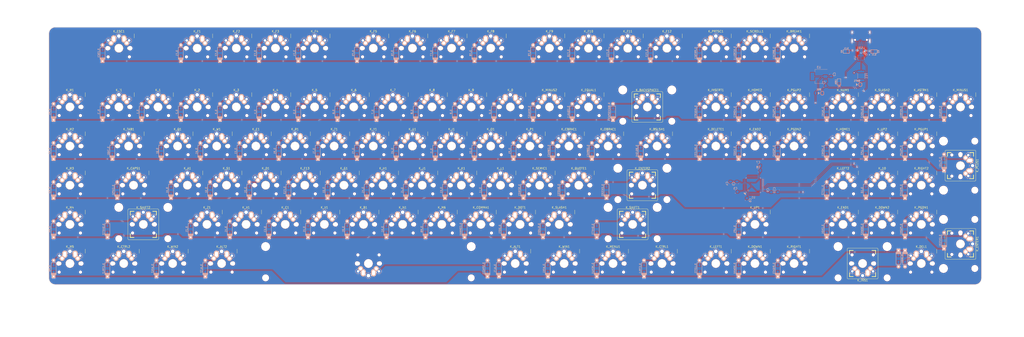
<source format=kicad_pcb>
(kicad_pcb (version 20171130) (host pcbnew "(5.1.5)-3")
  (layers (0 F.Cu signal) (31 B.Cu signal) (34 B.Paste user) (35 F.Paste user) (36 B.SilkS user) (37 F.SilkS user) (38 B.Mask user) (39 F.Mask user) (44 Edge.Cuts user))
  (net 0 "")
  (net 1 "Net-(D_F1-Pad2)")
  (net 2 "Net-(D_F2-Pad2)")
  (net 3 "Net-(D_F3-Pad2)")
  (net 4 "Net-(D_F4-Pad2)")
  (net 5 "Net-(D_F5-Pad2)")
  (net 6 "Net-(D_F6-Pad2)")
  (net 7 "Net-(D_F7-Pad2)")
  (net 8 "Net-(D_F8-Pad2)")
  (net 9 "Net-(D_F9-Pad2)")
  (net 10 "Net-(D_F10-Pad2)")
  (net 11 "Net-(D_F11-Pad2)")
  (net 12 "Net-(D_F12-Pad2)")
  (net 13 "Net-(D_M1-Pad2)")
  (net 14 "Net-(D_1-Pad2)")
  (net 15 "Net-(D_2-Pad2)")
  (net 16 "Net-(D_3-Pad2)")
  (net 17 "Net-(D_4-Pad2)")
  (net 18 "Net-(D_5-Pad2)")
  (net 19 "Net-(D_6-Pad2)")
  (net 20 "Net-(D_7-Pad2)")
  (net 21 "Net-(D_8-Pad2)")
  (net 22 "Net-(D_9-Pad2)")
  (net 23 "Net-(D_0-Pad2)")
  (net 24 "Net-(D_MINUS1-Pad2)")
  (net 25 "Net-(D_M2-Pad2)")
  (net 26 "Net-(D_HOME1-Pad2)")
  (net 27 "Net-(D_PGUP1-Pad2)")
  (net 28 "Net-(D_M3-Pad2)")
  (net 29 "Net-(D_10-Pad2)")
  (net 30 "Net-(D_M4-Pad2)")
  (net 31 "Net-(D_SLASH1-Pad2)")
  (net 32 "Net-(D_SHIFT1-Pad2)")
  (net 33 "Net-(D_UP1-Pad2)")
  (net 34 "Net-(D_END1-Pad2)")
  (net 35 "Net-(D_PGDN1-Pad2)")
  (net 36 "Net-(D_ENTER1-Pad2)")
  (net 37 "Net-(D_M5-Pad2)")
  (net 38 "Net-(D_ALT1-Pad2)")
  (net 39 "Net-(D_WIN1-Pad2)")
  (net 40 "Net-(D_CTRL1-Pad2)")
  (net 41 "Net-(D_LEFT1-Pad2)")
  (net 42 "Net-(D_DOWN1-Pad2)")
  (net 43 "Net-(D_RIGHT1-Pad2)")
  (net 44 row2)
  (net 45 row4)
  (net 46 "Net-(D_`1-Pad2)")
  (net 47 "Net-(D_A1-Pad2)")
  (net 48 row6)
  (net 49 "Net-(D_ALT2-Pad2)")
  (net 50 "Net-(D_ASTRK1-Pad2)")
  (net 51 "Net-(D_B1-Pad2)")
  (net 52 row5)
  (net 53 "Net-(D_BACKSPACE1-Pad2)")
  (net 54 "Net-(D_BREAK1-Pad2)")
  (net 55 row0)
  (net 56 "Net-(D_BSLSH1-Pad2)")
  (net 57 row3)
  (net 58 "Net-(D_C1-Pad2)")
  (net 59 "Net-(D_CAPS1-Pad2)")
  (net 60 "Net-(D_CBRAC1-Pad2)")
  (net 61 "Net-(D_COMMA1-Pad2)")
  (net 62 "Net-(D_CTRL2-Pad2)")
  (net 63 "Net-(D_D1-Pad2)")
  (net 64 "Net-(D_DEL1-Pad2)")
  (net 65 "Net-(D_DELETE1-Pad2)")
  (net 66 "Net-(D_DOT1-Pad2)")
  (net 67 "Net-(D_DOWN2-Pad2)")
  (net 68 "Net-(D_E1-Pad2)")
  (net 69 "Net-(D_END2-Pad2)")
  (net 70 "Net-(D_ENTER2-Pad2)")
  (net 71 "Net-(D_EQUAL1-Pad2)")
  (net 72 "Net-(D_ESC1-Pad2)")
  (net 73 "Net-(D_F13-Pad2)")
  (net 74 "Net-(D_G1-Pad2)")
  (net 75 "Net-(D_H1-Pad2)")
  (net 76 "Net-(D_HOME2-Pad2)")
  (net 77 "Net-(D_I1-Pad2)")
  (net 78 "Net-(D_INS1-Pad2)")
  (net 79 "Net-(D_INSERT1-Pad2)")
  (net 80 "Net-(D_J1-Pad2)")
  (net 81 "Net-(D_K1-Pad2)")
  (net 82 "Net-(D_L1-Pad2)")
  (net 83 "Net-(D_LEFT2-Pad2)")
  (net 84 "Net-(D_M6-Pad2)")
  (net 85 "Net-(D_MENU1-Pad2)")
  (net 86 "Net-(D_MINUS2-Pad2)")
  (net 87 "Net-(D_N1-Pad2)")
  (net 88 "Net-(D_NUM1-Pad2)")
  (net 89 "Net-(D_O1-Pad2)")
  (net 90 "Net-(D_OBRAC1-Pad2)")
  (net 91 "Net-(D_P1-Pad2)")
  (net 92 "Net-(D_PGDN2-Pad2)")
  (net 93 "Net-(D_PGUP2-Pad2)")
  (net 94 "Net-(D_PLUS1-Pad2)")
  (net 95 "Net-(D_PRTSC1-Pad2)")
  (net 96 "Net-(D_Q1-Pad2)")
  (net 97 "Net-(D_QUOTE1-Pad2)")
  (net 98 "Net-(D_R1-Pad2)")
  (net 99 "Net-(D_RIGHT2-Pad2)")
  (net 100 "Net-(D_S1-Pad2)")
  (net 101 "Net-(D_SCROLL1-Pad2)")
  (net 102 "Net-(D_SEMIC1-Pad2)")
  (net 103 "Net-(D_SHIFT2-Pad2)")
  (net 104 "Net-(D_SLASH2-Pad2)")
  (net 105 "Net-(D_SPACE1-Pad2)")
  (net 106 "Net-(D_T1-Pad2)")
  (net 107 "Net-(D_TAB1-Pad2)")
  (net 108 "Net-(D_U1-Pad2)")
  (net 109 "Net-(D_UP2-Pad2)")
  (net 110 "Net-(D_V1-Pad2)")
  (net 111 "Net-(D_W1-Pad2)")
  (net 112 "Net-(D_WIN2-Pad2)")
  (net 113 "Net-(D_X1-Pad2)")
  (net 114 "Net-(D_Y1-Pad2)")
  (net 115 "Net-(D_Z1-Pad2)")
  (net 116 col11)
  (net 117 col2)
  (net 118 col3)
  (net 119 col4)
  (net 120 col5)
  (net 121 col6)
  (net 122 col7)
  (net 123 col8)
  (net 124 col9)
  (net 125 col10)
  (net 126 col21)
  (net 127 col1)
  (net 128 col22)
  (net 129 col19)
  (net 130 col13)
  (net 131 col17)
  (net 132 col12)
  (net 133 col18)
  (net 134 col20)
  (net 135 col23)
  (net 136 col14)
  (net 137 col15)
  (net 138 col0)
  (net 139 GND)
  (net 140 5V)
  (net 141 3.3V)
  (net 142 "Net-(R2-Pad2)")
  (net 143 "Net-(R3-Pad2)")
  (net 144 "Net-(U1-Pad2)")
  (net 145 "Net-(U1-Pad3)")
  (net 146 "Net-(U1-Pad4)")
  (net 147 "Net-(U1-Pad5)")
  (net 148 "Net-(U1-Pad6)")
  (net 149 "Net-(U1-Pad7)")
  (net 150 "Net-(U1-Pad10)")
  (net 151 "Net-(U1-Pad11)")
  (net 152 "Net-(U1-Pad12)")
  (net 153 "Net-(U1-Pad13)")
  (net 154 "Net-(U1-Pad14)")
  (net 155 "Net-(U1-Pad15)")
  (net 156 "Net-(U1-Pad16)")
  (net 157 "Net-(U1-Pad17)")
  (net 158 "Net-(U1-Pad18)")
  (net 159 "Net-(U1-Pad19)")
  (net 160 "Net-(U1-Pad20)")
  (net 161 "Net-(U1-Pad21)")
  (net 162 "Net-(U1-Pad22)")
  (net 163 "Net-(U1-Pad25)")
  (net 164 "Net-(U1-Pad26)")
  (net 165 "Net-(U1-Pad27)")
  (net 166 "Net-(U1-Pad28)")
  (net 167 "Net-(U1-Pad29)")
  (net 168 "Net-(U1-Pad30)")
  (net 169 "Net-(U1-Pad31)")
  (net 170 D-)
  (net 171 D+)
  (net 172 "Net-(U1-Pad34)")
  (net 173 "Net-(U1-Pad37)")
  (net 174 "Net-(U1-Pad38)")
  (net 175 "Net-(U1-Pad39)")
  (net 176 "Net-(U1-Pad40)")
  (net 177 "Net-(U1-Pad41)")
  (net 178 "Net-(U1-Pad42)")
  (net 179 "Net-(U1-Pad43)")
  (net 180 "Net-(U1-Pad44)")
  (net 181 DBus+)
  (net 182 DBus-)
  (net 183 "Net-(USB1-Pad13)")
  (net 184 "Net-(USB1-Pad9)")
  (net 185 "Net-(USB1-Pad3)")
  (net 186 "Net-(U1-Pad45)")
  (net 187 "Net-(U1-Pad46)")
  (net 188 VUSB)
  (module keyboard_parts:D_SOD123_axial (layer B.Cu) (at 234.95 58.7375 90)
    (fp_text reference D_0 (at 0 -1.925 90) (layer B.SilkS) (effects (font (size 0.8 0.8)) (justify mirror)))
    (fp_text value D hide)
    (pad 2 smd rect (at 1.575 0 90) (size 1.2 1.2) (layers B.Cu B.Paste B.Mask) (net 23 "Net-(D_0-Pad2)"))
    (pad 1 smd rect (at -1.575 0 90) (size 1.2 1.2) (layers B.Cu B.Paste B.Mask) (net 44 row2))
    (pad 1 thru_hole rect (at -3.9 0 90) (size 1.6 1.6) (drill 0.7) (layers *.Cu *.Mask B.SilkS) (net 44 row2))
    (pad 2 thru_hole circle (at 3.9 0 90) (size 1.6 1.6) (drill 0.7) (layers *.Cu *.Mask B.SilkS) (net 23 "Net-(D_0-Pad2)"))
    (pad 1 smd rect (at -2.7 0 90) (size 2.5 0.5) (layers B.Cu) (net 44 row2))
    (pad 2 smd rect (at 2.7 0 90) (size 2.5 0.5) (layers B.Cu) (net 23 "Net-(D_0-Pad2)"))
  )
  (module keyboard_parts:D_SOD123_axial (layer B.Cu) (at 63.5 58.7375 90)
    (fp_text reference D_1 (at 0 -1.925 90) (layer B.SilkS) (effects (font (size 0.8 0.8)) (justify mirror)))
    (fp_text value D hide)
    (pad 2 smd rect (at 2.7 0 90) (size 2.5 0.5) (layers B.Cu) (net 14 "Net-(D_1-Pad2)"))
    (pad 1 smd rect (at -2.7 0 90) (size 2.5 0.5) (layers B.Cu) (net 44 row2))
    (pad 2 thru_hole circle (at 3.9 0 90) (size 1.6 1.6) (drill 0.7) (layers *.Cu *.Mask B.SilkS) (net 14 "Net-(D_1-Pad2)"))
    (pad 1 thru_hole rect (at -3.9 0 90) (size 1.6 1.6) (drill 0.7) (layers *.Cu *.Mask B.SilkS) (net 44 row2))
    (pad 1 smd rect (at -1.575 0 90) (size 1.2 1.2) (layers B.Cu B.Paste B.Mask) (net 44 row2))
    (pad 2 smd rect (at 1.575 0 90) (size 1.2 1.2) (layers B.Cu B.Paste B.Mask) (net 14 "Net-(D_1-Pad2)"))
  )
  (module keyboard_parts:D_SOD123_axial (layer B.Cu) (at 82.55 58.7375 90)
    (fp_text reference D_2 (at 0 -1.925 90) (layer B.SilkS) (effects (font (size 0.8 0.8)) (justify mirror)))
    (fp_text value D hide)
    (pad 2 smd rect (at 1.575 0 90) (size 1.2 1.2) (layers B.Cu B.Paste B.Mask) (net 15 "Net-(D_2-Pad2)"))
    (pad 1 smd rect (at -1.575 0 90) (size 1.2 1.2) (layers B.Cu B.Paste B.Mask) (net 44 row2))
    (pad 1 thru_hole rect (at -3.9 0 90) (size 1.6 1.6) (drill 0.7) (layers *.Cu *.Mask B.SilkS) (net 44 row2))
    (pad 2 thru_hole circle (at 3.9 0 90) (size 1.6 1.6) (drill 0.7) (layers *.Cu *.Mask B.SilkS) (net 15 "Net-(D_2-Pad2)"))
    (pad 1 smd rect (at -2.7 0 90) (size 2.5 0.5) (layers B.Cu) (net 44 row2))
    (pad 2 smd rect (at 2.7 0 90) (size 2.5 0.5) (layers B.Cu) (net 15 "Net-(D_2-Pad2)"))
  )
  (module keyboard_parts:D_SOD123_axial (layer B.Cu) (at 101.6 58.7375 90)
    (fp_text reference D_3 (at 0 -1.925 90) (layer B.SilkS) (effects (font (size 0.8 0.8)) (justify mirror)))
    (fp_text value D hide)
    (pad 2 smd rect (at 2.7 0 90) (size 2.5 0.5) (layers B.Cu) (net 16 "Net-(D_3-Pad2)"))
    (pad 1 smd rect (at -2.7 0 90) (size 2.5 0.5) (layers B.Cu) (net 44 row2))
    (pad 2 thru_hole circle (at 3.9 0 90) (size 1.6 1.6) (drill 0.7) (layers *.Cu *.Mask B.SilkS) (net 16 "Net-(D_3-Pad2)"))
    (pad 1 thru_hole rect (at -3.9 0 90) (size 1.6 1.6) (drill 0.7) (layers *.Cu *.Mask B.SilkS) (net 44 row2))
    (pad 1 smd rect (at -1.575 0 90) (size 1.2 1.2) (layers B.Cu B.Paste B.Mask) (net 44 row2))
    (pad 2 smd rect (at 1.575 0 90) (size 1.2 1.2) (layers B.Cu B.Paste B.Mask) (net 16 "Net-(D_3-Pad2)"))
  )
  (module keyboard_parts:D_SOD123_axial (layer B.Cu) (at 120.65 58.7375 90)
    (fp_text reference D_4 (at 0 -1.925 90) (layer B.SilkS) (effects (font (size 0.8 0.8)) (justify mirror)))
    (fp_text value D hide)
    (pad 2 smd rect (at 1.575 0 90) (size 1.2 1.2) (layers B.Cu B.Paste B.Mask) (net 17 "Net-(D_4-Pad2)"))
    (pad 1 smd rect (at -1.575 0 90) (size 1.2 1.2) (layers B.Cu B.Paste B.Mask) (net 44 row2))
    (pad 1 thru_hole rect (at -3.9 0 90) (size 1.6 1.6) (drill 0.7) (layers *.Cu *.Mask B.SilkS) (net 44 row2))
    (pad 2 thru_hole circle (at 3.9 0 90) (size 1.6 1.6) (drill 0.7) (layers *.Cu *.Mask B.SilkS) (net 17 "Net-(D_4-Pad2)"))
    (pad 1 smd rect (at -2.7 0 90) (size 2.5 0.5) (layers B.Cu) (net 44 row2))
    (pad 2 smd rect (at 2.7 0 90) (size 2.5 0.5) (layers B.Cu) (net 17 "Net-(D_4-Pad2)"))
  )
  (module keyboard_parts:D_SOD123_axial (layer B.Cu) (at 139.7 58.7375 90)
    (fp_text reference D_5 (at 0 -1.925 90) (layer B.SilkS) (effects (font (size 0.8 0.8)) (justify mirror)))
    (fp_text value D hide)
    (pad 2 smd rect (at 2.7 0 90) (size 2.5 0.5) (layers B.Cu) (net 18 "Net-(D_5-Pad2)"))
    (pad 1 smd rect (at -2.7 0 90) (size 2.5 0.5) (layers B.Cu) (net 44 row2))
    (pad 2 thru_hole circle (at 3.9 0 90) (size 1.6 1.6) (drill 0.7) (layers *.Cu *.Mask B.SilkS) (net 18 "Net-(D_5-Pad2)"))
    (pad 1 thru_hole rect (at -3.9 0 90) (size 1.6 1.6) (drill 0.7) (layers *.Cu *.Mask B.SilkS) (net 44 row2))
    (pad 1 smd rect (at -1.575 0 90) (size 1.2 1.2) (layers B.Cu B.Paste B.Mask) (net 44 row2))
    (pad 2 smd rect (at 1.575 0 90) (size 1.2 1.2) (layers B.Cu B.Paste B.Mask) (net 18 "Net-(D_5-Pad2)"))
  )
  (module keyboard_parts:D_SOD123_axial (layer B.Cu) (at 158.75 58.7375 90)
    (fp_text reference D_6 (at 0 -1.925 90) (layer B.SilkS) (effects (font (size 0.8 0.8)) (justify mirror)))
    (fp_text value D hide)
    (pad 2 smd rect (at 1.575 0 90) (size 1.2 1.2) (layers B.Cu B.Paste B.Mask) (net 19 "Net-(D_6-Pad2)"))
    (pad 1 smd rect (at -1.575 0 90) (size 1.2 1.2) (layers B.Cu B.Paste B.Mask) (net 44 row2))
    (pad 1 thru_hole rect (at -3.9 0 90) (size 1.6 1.6) (drill 0.7) (layers *.Cu *.Mask B.SilkS) (net 44 row2))
    (pad 2 thru_hole circle (at 3.9 0 90) (size 1.6 1.6) (drill 0.7) (layers *.Cu *.Mask B.SilkS) (net 19 "Net-(D_6-Pad2)"))
    (pad 1 smd rect (at -2.7 0 90) (size 2.5 0.5) (layers B.Cu) (net 44 row2))
    (pad 2 smd rect (at 2.7 0 90) (size 2.5 0.5) (layers B.Cu) (net 19 "Net-(D_6-Pad2)"))
  )
  (module keyboard_parts:D_SOD123_axial (layer B.Cu) (at 177.8 58.7375 90)
    (fp_text reference D_7 (at 0 -1.925 90) (layer B.SilkS) (effects (font (size 0.8 0.8)) (justify mirror)))
    (fp_text value D hide)
    (pad 2 smd rect (at 2.7 0 90) (size 2.5 0.5) (layers B.Cu) (net 20 "Net-(D_7-Pad2)"))
    (pad 1 smd rect (at -2.7 0 90) (size 2.5 0.5) (layers B.Cu) (net 44 row2))
    (pad 2 thru_hole circle (at 3.9 0 90) (size 1.6 1.6) (drill 0.7) (layers *.Cu *.Mask B.SilkS) (net 20 "Net-(D_7-Pad2)"))
    (pad 1 thru_hole rect (at -3.9 0 90) (size 1.6 1.6) (drill 0.7) (layers *.Cu *.Mask B.SilkS) (net 44 row2))
    (pad 1 smd rect (at -1.575 0 90) (size 1.2 1.2) (layers B.Cu B.Paste B.Mask) (net 44 row2))
    (pad 2 smd rect (at 1.575 0 90) (size 1.2 1.2) (layers B.Cu B.Paste B.Mask) (net 20 "Net-(D_7-Pad2)"))
  )
  (module keyboard_parts:D_SOD123_axial (layer B.Cu) (at 196.85 58.7375 90)
    (fp_text reference D_8 (at 0 -1.925 90) (layer B.SilkS) (effects (font (size 0.8 0.8)) (justify mirror)))
    (fp_text value D hide)
    (pad 2 smd rect (at 1.575 0 90) (size 1.2 1.2) (layers B.Cu B.Paste B.Mask) (net 21 "Net-(D_8-Pad2)"))
    (pad 1 smd rect (at -1.575 0 90) (size 1.2 1.2) (layers B.Cu B.Paste B.Mask) (net 44 row2))
    (pad 1 thru_hole rect (at -3.9 0 90) (size 1.6 1.6) (drill 0.7) (layers *.Cu *.Mask B.SilkS) (net 44 row2))
    (pad 2 thru_hole circle (at 3.9 0 90) (size 1.6 1.6) (drill 0.7) (layers *.Cu *.Mask B.SilkS) (net 21 "Net-(D_8-Pad2)"))
    (pad 1 smd rect (at -2.7 0 90) (size 2.5 0.5) (layers B.Cu) (net 44 row2))
    (pad 2 smd rect (at 2.7 0 90) (size 2.5 0.5) (layers B.Cu) (net 21 "Net-(D_8-Pad2)"))
  )
  (module keyboard_parts:D_SOD123_axial (layer B.Cu) (at 215.9 58.7375 90)
    (fp_text reference D_9 (at 0 -1.925 90) (layer B.SilkS) (effects (font (size 0.8 0.8)) (justify mirror)))
    (fp_text value D hide)
    (pad 2 smd rect (at 1.575 0 90) (size 1.2 1.2) (layers B.Cu B.Paste B.Mask) (net 22 "Net-(D_9-Pad2)"))
    (pad 1 smd rect (at -1.575 0 90) (size 1.2 1.2) (layers B.Cu B.Paste B.Mask) (net 44 row2))
    (pad 1 thru_hole rect (at -3.9 0 90) (size 1.6 1.6) (drill 0.7) (layers *.Cu *.Mask B.SilkS) (net 44 row2))
    (pad 2 thru_hole circle (at 3.9 0 90) (size 1.6 1.6) (drill 0.7) (layers *.Cu *.Mask B.SilkS) (net 22 "Net-(D_9-Pad2)"))
    (pad 1 smd rect (at -2.7 0 90) (size 2.5 0.5) (layers B.Cu) (net 44 row2))
    (pad 2 smd rect (at 2.7 0 90) (size 2.5 0.5) (layers B.Cu) (net 22 "Net-(D_9-Pad2)"))
  )
  (module keyboard_parts:D_SOD123_axial (layer B.Cu) (at 415.925 96.8375 90)
    (fp_text reference D_10 (at 0 -1.925 90) (layer B.SilkS) (effects (font (size 0.8 0.8)) (justify mirror)))
    (fp_text value D hide)
    (pad 2 smd rect (at 2.7 0 90) (size 2.5 0.5) (layers B.Cu) (net 29 "Net-(D_10-Pad2)"))
    (pad 1 smd rect (at -2.7 0 90) (size 2.5 0.5) (layers B.Cu) (net 45 row4))
    (pad 2 thru_hole circle (at 3.9 0 90) (size 1.6 1.6) (drill 0.7) (layers *.Cu *.Mask B.SilkS) (net 29 "Net-(D_10-Pad2)"))
    (pad 1 thru_hole rect (at -3.9 0 90) (size 1.6 1.6) (drill 0.7) (layers *.Cu *.Mask B.SilkS) (net 45 row4))
    (pad 1 smd rect (at -1.575 0 90) (size 1.2 1.2) (layers B.Cu B.Paste B.Mask) (net 45 row4))
    (pad 2 smd rect (at 1.575 0 90) (size 1.2 1.2) (layers B.Cu B.Paste B.Mask) (net 29 "Net-(D_10-Pad2)"))
  )
  (module keyboard_parts:D_SOD123_axial (layer B.Cu) (at 44.45 58.7375 90)
    (fp_text reference D_`1 (at 0 -1.925 90) (layer B.SilkS) (effects (font (size 0.8 0.8)) (justify mirror)))
    (fp_text value D hide)
    (pad 2 smd rect (at 2.7 0 90) (size 2.5 0.5) (layers B.Cu) (net 46 "Net-(D_`1-Pad2)"))
    (pad 1 smd rect (at -2.7 0 90) (size 2.5 0.5) (layers B.Cu) (net 44 row2))
    (pad 2 thru_hole circle (at 3.9 0 90) (size 1.6 1.6) (drill 0.7) (layers *.Cu *.Mask B.SilkS) (net 46 "Net-(D_`1-Pad2)"))
    (pad 1 thru_hole rect (at -3.9 0 90) (size 1.6 1.6) (drill 0.7) (layers *.Cu *.Mask B.SilkS) (net 44 row2))
    (pad 1 smd rect (at -1.575 0 90) (size 1.2 1.2) (layers B.Cu B.Paste B.Mask) (net 44 row2))
    (pad 2 smd rect (at 1.575 0 90) (size 1.2 1.2) (layers B.Cu B.Paste B.Mask) (net 46 "Net-(D_`1-Pad2)"))
  )
  (module keyboard_parts:D_SOD123_axial (layer B.Cu) (at 77.7875 96.8375 90)
    (fp_text reference D_A1 (at 0 -1.925 90) (layer B.SilkS) (effects (font (size 0.8 0.8)) (justify mirror)))
    (fp_text value D hide)
    (pad 2 smd rect (at 2.7 0 90) (size 2.5 0.5) (layers B.Cu) (net 47 "Net-(D_A1-Pad2)"))
    (pad 1 smd rect (at -2.7 0 90) (size 2.5 0.5) (layers B.Cu) (net 45 row4))
    (pad 2 thru_hole circle (at 3.9 0 90) (size 1.6 1.6) (drill 0.7) (layers *.Cu *.Mask B.SilkS) (net 47 "Net-(D_A1-Pad2)"))
    (pad 1 thru_hole rect (at -3.9 0 90) (size 1.6 1.6) (drill 0.7) (layers *.Cu *.Mask B.SilkS) (net 45 row4))
    (pad 1 smd rect (at -1.575 0 90) (size 1.2 1.2) (layers B.Cu B.Paste B.Mask) (net 45 row4))
    (pad 2 smd rect (at 1.575 0 90) (size 1.2 1.2) (layers B.Cu B.Paste B.Mask) (net 47 "Net-(D_A1-Pad2)"))
  )
  (module keyboard_parts:D_SOD123_axial (layer B.Cu) (at 237.33125 134.9375 90)
    (fp_text reference D_ALT1 (at 0 -1.925 270) (layer B.SilkS) (effects (font (size 0.8 0.8)) (justify mirror)))
    (fp_text value D hide)
    (pad 2 smd rect (at 2.7 0 90) (size 2.5 0.5) (layers B.Cu) (net 38 "Net-(D_ALT1-Pad2)"))
    (pad 1 smd rect (at -2.7 0 90) (size 2.5 0.5) (layers B.Cu) (net 48 row6))
    (pad 2 thru_hole circle (at 3.9 0 90) (size 1.6 1.6) (drill 0.7) (layers *.Cu *.Mask B.SilkS) (net 38 "Net-(D_ALT1-Pad2)"))
    (pad 1 thru_hole rect (at -3.9 0 90) (size 1.6 1.6) (drill 0.7) (layers *.Cu *.Mask B.SilkS) (net 48 row6))
    (pad 1 smd rect (at -1.575 0 90) (size 1.2 1.2) (layers B.Cu B.Paste B.Mask) (net 48 row6))
    (pad 2 smd rect (at 1.575 0 90) (size 1.2 1.2) (layers B.Cu B.Paste B.Mask) (net 38 "Net-(D_ALT1-Pad2)"))
  )
  (module keyboard_parts:D_SOD123_axial (layer B.Cu) (at 94.45625 134.9375 90)
    (fp_text reference D_ALT2 (at 0 -1.925 90) (layer B.SilkS) (effects (font (size 0.8 0.8)) (justify mirror)))
    (fp_text value D hide)
    (pad 2 smd rect (at 2.7 0 90) (size 2.5 0.5) (layers B.Cu) (net 49 "Net-(D_ALT2-Pad2)"))
    (pad 1 smd rect (at -2.7 0 90) (size 2.5 0.5) (layers B.Cu) (net 48 row6))
    (pad 2 thru_hole circle (at 3.9 0 90) (size 1.6 1.6) (drill 0.7) (layers *.Cu *.Mask B.SilkS) (net 49 "Net-(D_ALT2-Pad2)"))
    (pad 1 thru_hole rect (at -3.9 0 90) (size 1.6 1.6) (drill 0.7) (layers *.Cu *.Mask B.SilkS) (net 48 row6))
    (pad 1 smd rect (at -1.575 0 90) (size 1.2 1.2) (layers B.Cu B.Paste B.Mask) (net 48 row6))
    (pad 2 smd rect (at 1.575 0 90) (size 1.2 1.2) (layers B.Cu B.Paste B.Mask) (net 49 "Net-(D_ALT2-Pad2)"))
  )
  (module keyboard_parts:D_SOD123_axial (layer B.Cu) (at 434.975 58.7375 90)
    (fp_text reference D_ASTRK1 (at 0 -1.925 90) (layer B.SilkS) (effects (font (size 0.8 0.8)) (justify mirror)))
    (fp_text value D hide)
    (pad 2 smd rect (at 2.7 0 90) (size 2.5 0.5) (layers B.Cu) (net 50 "Net-(D_ASTRK1-Pad2)"))
    (pad 1 smd rect (at -2.7 0 90) (size 2.5 0.5) (layers B.Cu) (net 44 row2))
    (pad 2 thru_hole circle (at 3.9 0 90) (size 1.6 1.6) (drill 0.7) (layers *.Cu *.Mask B.SilkS) (net 50 "Net-(D_ASTRK1-Pad2)"))
    (pad 1 thru_hole rect (at -3.9 0 90) (size 1.6 1.6) (drill 0.7) (layers *.Cu *.Mask B.SilkS) (net 44 row2))
    (pad 1 smd rect (at -1.575 0 90) (size 1.2 1.2) (layers B.Cu B.Paste B.Mask) (net 44 row2))
    (pad 2 smd rect (at 1.575 0 90) (size 1.2 1.2) (layers B.Cu B.Paste B.Mask) (net 50 "Net-(D_ASTRK1-Pad2)"))
  )
  (module keyboard_parts:D_SOD123_axial (layer B.Cu) (at 163.5125 115.8875 90)
    (fp_text reference D_B1 (at 0 -1.925 90) (layer B.SilkS) (effects (font (size 0.8 0.8)) (justify mirror)))
    (fp_text value D hide)
    (pad 2 smd rect (at 1.575 0 90) (size 1.2 1.2) (layers B.Cu B.Paste B.Mask) (net 51 "Net-(D_B1-Pad2)"))
    (pad 1 smd rect (at -1.575 0 90) (size 1.2 1.2) (layers B.Cu B.Paste B.Mask) (net 52 row5))
    (pad 1 thru_hole rect (at -3.9 0 90) (size 1.6 1.6) (drill 0.7) (layers *.Cu *.Mask B.SilkS) (net 52 row5))
    (pad 2 thru_hole circle (at 3.9 0 90) (size 1.6 1.6) (drill 0.7) (layers *.Cu *.Mask B.SilkS) (net 51 "Net-(D_B1-Pad2)"))
    (pad 1 smd rect (at -2.7 0 90) (size 2.5 0.5) (layers B.Cu) (net 52 row5))
    (pad 2 smd rect (at 2.7 0 90) (size 2.5 0.5) (layers B.Cu) (net 51 "Net-(D_B1-Pad2)"))
  )
  (module keyboard_parts:D_SOD123_axial (layer B.Cu) (at 292.89375 58.7375 90)
    (fp_text reference D_BACKSPACE1 (at 0 -1.925 90) (layer B.SilkS) (effects (font (size 0.8 0.8)) (justify mirror)))
    (fp_text value D hide)
    (pad 2 smd rect (at 2.7 0 90) (size 2.5 0.5) (layers B.Cu) (net 53 "Net-(D_BACKSPACE1-Pad2)"))
    (pad 1 smd rect (at -2.7 0 90) (size 2.5 0.5) (layers B.Cu) (net 44 row2))
    (pad 2 thru_hole circle (at 3.9 0 90) (size 1.6 1.6) (drill 0.7) (layers *.Cu *.Mask B.SilkS) (net 53 "Net-(D_BACKSPACE1-Pad2)"))
    (pad 1 thru_hole rect (at -3.9 0 90) (size 1.6 1.6) (drill 0.7) (layers *.Cu *.Mask B.SilkS) (net 44 row2))
    (pad 1 smd rect (at -1.575 0 90) (size 1.2 1.2) (layers B.Cu B.Paste B.Mask) (net 44 row2))
    (pad 2 smd rect (at 1.575 0 90) (size 1.2 1.2) (layers B.Cu B.Paste B.Mask) (net 53 "Net-(D_BACKSPACE1-Pad2)"))
  )
  (module keyboard_parts:D_SOD123_axial (layer B.Cu) (at 373.0625 30.1625 90)
    (fp_text reference D_BREAK1 (at 0 -1.925 90) (layer B.SilkS) (effects (font (size 0.8 0.8)) (justify mirror)))
    (fp_text value D hide)
    (pad 2 smd rect (at 1.575 0 90) (size 1.2 1.2) (layers B.Cu B.Paste B.Mask) (net 54 "Net-(D_BREAK1-Pad2)"))
    (pad 1 smd rect (at -1.575 0 90) (size 1.2 1.2) (layers B.Cu B.Paste B.Mask) (net 55 row0))
    (pad 1 thru_hole rect (at -3.9 0 90) (size 1.6 1.6) (drill 0.7) (layers *.Cu *.Mask B.SilkS) (net 55 row0))
    (pad 2 thru_hole circle (at 3.9 0 90) (size 1.6 1.6) (drill 0.7) (layers *.Cu *.Mask B.SilkS) (net 54 "Net-(D_BREAK1-Pad2)"))
    (pad 1 smd rect (at -2.7 0 90) (size 2.5 0.5) (layers B.Cu) (net 55 row0))
    (pad 2 smd rect (at 2.7 0 90) (size 2.5 0.5) (layers B.Cu) (net 54 "Net-(D_BREAK1-Pad2)"))
  )
  (module keyboard_parts:D_SOD123_axial (layer B.Cu) (at 306.3875 77.7875 90)
    (fp_text reference D_BSLSH1 (at 0 -1.925 90) (layer B.SilkS) (effects (font (size 0.8 0.8)) (justify mirror)))
    (fp_text value D hide)
    (pad 2 smd rect (at 1.575 0 90) (size 1.2 1.2) (layers B.Cu B.Paste B.Mask) (net 56 "Net-(D_BSLSH1-Pad2)"))
    (pad 1 smd rect (at -1.575 0 90) (size 1.2 1.2) (layers B.Cu B.Paste B.Mask) (net 57 row3))
    (pad 1 thru_hole rect (at -3.9 0 90) (size 1.6 1.6) (drill 0.7) (layers *.Cu *.Mask B.SilkS) (net 57 row3))
    (pad 2 thru_hole circle (at 3.9 0 90) (size 1.6 1.6) (drill 0.7) (layers *.Cu *.Mask B.SilkS) (net 56 "Net-(D_BSLSH1-Pad2)"))
    (pad 1 smd rect (at -2.7 0 90) (size 2.5 0.5) (layers B.Cu) (net 57 row3))
    (pad 2 smd rect (at 2.7 0 90) (size 2.5 0.5) (layers B.Cu) (net 56 "Net-(D_BSLSH1-Pad2)"))
  )
  (module keyboard_parts:D_SOD123_axial (layer B.Cu) (at 125.4125 115.8875 90)
    (fp_text reference D_C1 (at 0 -1.925 90) (layer B.SilkS) (effects (font (size 0.8 0.8)) (justify mirror)))
    (fp_text value D hide)
    (pad 2 smd rect (at 1.575 0 90) (size 1.2 1.2) (layers B.Cu B.Paste B.Mask) (net 58 "Net-(D_C1-Pad2)"))
    (pad 1 smd rect (at -1.575 0 90) (size 1.2 1.2) (layers B.Cu B.Paste B.Mask) (net 52 row5))
    (pad 1 thru_hole rect (at -3.9 0 90) (size 1.6 1.6) (drill 0.7) (layers *.Cu *.Mask B.SilkS) (net 52 row5))
    (pad 2 thru_hole circle (at 3.9 0 90) (size 1.6 1.6) (drill 0.7) (layers *.Cu *.Mask B.SilkS) (net 58 "Net-(D_C1-Pad2)"))
    (pad 1 smd rect (at -2.7 0 90) (size 2.5 0.5) (layers B.Cu) (net 52 row5))
    (pad 2 smd rect (at 2.7 0 90) (size 2.5 0.5) (layers B.Cu) (net 58 "Net-(D_C1-Pad2)"))
  )
  (module keyboard_parts:D_SOD123_axial (layer B.Cu) (at 51.59375 96.8375 90)
    (fp_text reference D_CAPS1 (at 0 -1.925 90) (layer B.SilkS) (effects (font (size 0.8 0.8)) (justify mirror)))
    (fp_text value D hide)
    (pad 2 smd rect (at 1.575 0 90) (size 1.2 1.2) (layers B.Cu B.Paste B.Mask) (net 59 "Net-(D_CAPS1-Pad2)"))
    (pad 1 smd rect (at -1.575 0 90) (size 1.2 1.2) (layers B.Cu B.Paste B.Mask) (net 45 row4))
    (pad 1 thru_hole rect (at -3.9 0 90) (size 1.6 1.6) (drill 0.7) (layers *.Cu *.Mask B.SilkS) (net 45 row4))
    (pad 2 thru_hole circle (at 3.9 0 90) (size 1.6 1.6) (drill 0.7) (layers *.Cu *.Mask B.SilkS) (net 59 "Net-(D_CAPS1-Pad2)"))
    (pad 1 smd rect (at -2.7 0 90) (size 2.5 0.5) (layers B.Cu) (net 45 row4))
    (pad 2 smd rect (at 2.7 0 90) (size 2.5 0.5) (layers B.Cu) (net 59 "Net-(D_CAPS1-Pad2)"))
  )
  (module keyboard_parts:D_SOD123_axial (layer B.Cu) (at 263.525 77.7875 90)
    (fp_text reference D_CBRAC1 (at 0 -1.925 90) (layer B.SilkS) (effects (font (size 0.8 0.8)) (justify mirror)))
    (fp_text value D hide)
    (pad 2 smd rect (at 1.575 0 90) (size 1.2 1.2) (layers B.Cu B.Paste B.Mask) (net 60 "Net-(D_CBRAC1-Pad2)"))
    (pad 1 smd rect (at -1.575 0 90) (size 1.2 1.2) (layers B.Cu B.Paste B.Mask) (net 57 row3))
    (pad 1 thru_hole rect (at -3.9 0 90) (size 1.6 1.6) (drill 0.7) (layers *.Cu *.Mask B.SilkS) (net 57 row3))
    (pad 2 thru_hole circle (at 3.9 0 90) (size 1.6 1.6) (drill 0.7) (layers *.Cu *.Mask B.SilkS) (net 60 "Net-(D_CBRAC1-Pad2)"))
    (pad 1 smd rect (at -2.7 0 90) (size 2.5 0.5) (layers B.Cu) (net 57 row3))
    (pad 2 smd rect (at 2.7 0 90) (size 2.5 0.5) (layers B.Cu) (net 60 "Net-(D_CBRAC1-Pad2)"))
  )
  (module keyboard_parts:D_SOD123_axial (layer B.Cu) (at 220.6625 115.8875 90)
    (fp_text reference D_COMMA1 (at 0 -1.925 90) (layer B.SilkS) (effects (font (size 0.8 0.8)) (justify mirror)))
    (fp_text value D hide)
    (pad 2 smd rect (at 2.7 0 90) (size 2.5 0.5) (layers B.Cu) (net 61 "Net-(D_COMMA1-Pad2)"))
    (pad 1 smd rect (at -2.7 0 90) (size 2.5 0.5) (layers B.Cu) (net 52 row5))
    (pad 2 thru_hole circle (at 3.9 0 90) (size 1.6 1.6) (drill 0.7) (layers *.Cu *.Mask B.SilkS) (net 61 "Net-(D_COMMA1-Pad2)"))
    (pad 1 thru_hole rect (at -3.9 0 90) (size 1.6 1.6) (drill 0.7) (layers *.Cu *.Mask B.SilkS) (net 52 row5))
    (pad 1 smd rect (at -1.575 0 90) (size 1.2 1.2) (layers B.Cu B.Paste B.Mask) (net 52 row5))
    (pad 2 smd rect (at 1.575 0 90) (size 1.2 1.2) (layers B.Cu B.Paste B.Mask) (net 61 "Net-(D_COMMA1-Pad2)"))
  )
  (module keyboard_parts:D_SOD123_axial (layer B.Cu) (at 307.975 134.9375 90)
    (fp_text reference D_CTRL1 (at 0 -1.925 90) (layer B.SilkS) (effects (font (size 0.8 0.8)) (justify mirror)))
    (fp_text value D hide)
    (pad 2 smd rect (at 1.575 0 90) (size 1.2 1.2) (layers B.Cu B.Paste B.Mask) (net 40 "Net-(D_CTRL1-Pad2)"))
    (pad 1 smd rect (at -1.575 0 90) (size 1.2 1.2) (layers B.Cu B.Paste B.Mask) (net 48 row6))
    (pad 1 thru_hole rect (at -3.9 0 90) (size 1.6 1.6) (drill 0.7) (layers *.Cu *.Mask B.SilkS) (net 48 row6))
    (pad 2 thru_hole circle (at 3.9 0 90) (size 1.6 1.6) (drill 0.7) (layers *.Cu *.Mask B.SilkS) (net 40 "Net-(D_CTRL1-Pad2)"))
    (pad 1 smd rect (at -2.7 0 90) (size 2.5 0.5) (layers B.Cu) (net 48 row6))
    (pad 2 smd rect (at 2.7 0 90) (size 2.5 0.5) (layers B.Cu) (net 40 "Net-(D_CTRL1-Pad2)"))
  )
  (module keyboard_parts:D_SOD123_axial (layer B.Cu) (at 46.83125 134.9375 90)
    (fp_text reference D_CTRL2 (at 0 -1.925 90) (layer B.SilkS) (effects (font (size 0.8 0.8)) (justify mirror)))
    (fp_text value D hide)
    (pad 2 smd rect (at 2.7 0 90) (size 2.5 0.5) (layers B.Cu) (net 62 "Net-(D_CTRL2-Pad2)"))
    (pad 1 smd rect (at -2.7 0 90) (size 2.5 0.5) (layers B.Cu) (net 48 row6))
    (pad 2 thru_hole circle (at 3.9 0 90) (size 1.6 1.6) (drill 0.7) (layers *.Cu *.Mask B.SilkS) (net 62 "Net-(D_CTRL2-Pad2)"))
    (pad 1 thru_hole rect (at -3.9 0 90) (size 1.6 1.6) (drill 0.7) (layers *.Cu *.Mask B.SilkS) (net 48 row6))
    (pad 1 smd rect (at -1.575 0 90) (size 1.2 1.2) (layers B.Cu B.Paste B.Mask) (net 48 row6))
    (pad 2 smd rect (at 1.575 0 90) (size 1.2 1.2) (layers B.Cu B.Paste B.Mask) (net 62 "Net-(D_CTRL2-Pad2)"))
  )
  (module keyboard_parts:D_SOD123_axial (layer B.Cu) (at 115.8875 96.8375 90)
    (fp_text reference D_D1 (at 0 -1.925 90) (layer B.SilkS) (effects (font (size 0.8 0.8)) (justify mirror)))
    (fp_text value D hide)
    (pad 2 smd rect (at 2.7 0 90) (size 2.5 0.5) (layers B.Cu) (net 63 "Net-(D_D1-Pad2)"))
    (pad 1 smd rect (at -2.7 0 90) (size 2.5 0.5) (layers B.Cu) (net 45 row4))
    (pad 2 thru_hole circle (at 3.9 0 90) (size 1.6 1.6) (drill 0.7) (layers *.Cu *.Mask B.SilkS) (net 63 "Net-(D_D1-Pad2)"))
    (pad 1 thru_hole rect (at -3.9 0 90) (size 1.6 1.6) (drill 0.7) (layers *.Cu *.Mask B.SilkS) (net 45 row4))
    (pad 1 smd rect (at -1.575 0 90) (size 1.2 1.2) (layers B.Cu B.Paste B.Mask) (net 45 row4))
    (pad 2 smd rect (at 1.575 0 90) (size 1.2 1.2) (layers B.Cu B.Paste B.Mask) (net 63 "Net-(D_D1-Pad2)"))
  )
  (module keyboard_parts:D_SOD123_axial (layer B.Cu) (at 434.975 130.175 270)
    (fp_text reference D_DEL1 (at 0 -1.925 270) (layer B.SilkS) (effects (font (size 0.8 0.8)) (justify mirror)))
    (fp_text value D hide)
    (pad 2 smd rect (at 2.7 0 270) (size 2.5 0.5) (layers B.Cu) (net 64 "Net-(D_DEL1-Pad2)"))
    (pad 1 smd rect (at -2.7 0 270) (size 2.5 0.5) (layers B.Cu) (net 48 row6))
    (pad 2 thru_hole circle (at 3.9 0 270) (size 1.6 1.6) (drill 0.7) (layers *.Cu *.Mask B.SilkS) (net 64 "Net-(D_DEL1-Pad2)"))
    (pad 1 thru_hole rect (at -3.9 0 270) (size 1.6 1.6) (drill 0.7) (layers *.Cu *.Mask B.SilkS) (net 48 row6))
    (pad 1 smd rect (at -1.575 0 270) (size 1.2 1.2) (layers B.Cu B.Paste B.Mask) (net 48 row6))
    (pad 2 smd rect (at 1.575 0 270) (size 1.2 1.2) (layers B.Cu B.Paste B.Mask) (net 64 "Net-(D_DEL1-Pad2)"))
  )
  (module keyboard_parts:D_SOD123_axial (layer B.Cu) (at 334.9625 77.7875 90)
    (fp_text reference D_DELETE1 (at 0 -1.925 90) (layer B.SilkS) (effects (font (size 0.8 0.8)) (justify mirror)))
    (fp_text value D hide)
    (pad 2 smd rect (at 2.7 0 90) (size 2.5 0.5) (layers B.Cu) (net 65 "Net-(D_DELETE1-Pad2)"))
    (pad 1 smd rect (at -2.7 0 90) (size 2.5 0.5) (layers B.Cu) (net 57 row3))
    (pad 2 thru_hole circle (at 3.9 0 90) (size 1.6 1.6) (drill 0.7) (layers *.Cu *.Mask B.SilkS) (net 65 "Net-(D_DELETE1-Pad2)"))
    (pad 1 thru_hole rect (at -3.9 0 90) (size 1.6 1.6) (drill 0.7) (layers *.Cu *.Mask B.SilkS) (net 57 row3))
    (pad 1 smd rect (at -1.575 0 90) (size 1.2 1.2) (layers B.Cu B.Paste B.Mask) (net 57 row3))
    (pad 2 smd rect (at 1.575 0 90) (size 1.2 1.2) (layers B.Cu B.Paste B.Mask) (net 65 "Net-(D_DELETE1-Pad2)"))
  )
  (module keyboard_parts:D_SOD123_axial (layer B.Cu) (at 239.7125 115.8875 90)
    (fp_text reference D_DOT1 (at 0 -1.925 90) (layer B.SilkS) (effects (font (size 0.8 0.8)) (justify mirror)))
    (fp_text value D hide)
    (pad 2 smd rect (at 1.575 0 90) (size 1.2 1.2) (layers B.Cu B.Paste B.Mask) (net 66 "Net-(D_DOT1-Pad2)"))
    (pad 1 smd rect (at -1.575 0 90) (size 1.2 1.2) (layers B.Cu B.Paste B.Mask) (net 52 row5))
    (pad 1 thru_hole rect (at -3.9 0 90) (size 1.6 1.6) (drill 0.7) (layers *.Cu *.Mask B.SilkS) (net 52 row5))
    (pad 2 thru_hole circle (at 3.9 0 90) (size 1.6 1.6) (drill 0.7) (layers *.Cu *.Mask B.SilkS) (net 66 "Net-(D_DOT1-Pad2)"))
    (pad 1 smd rect (at -2.7 0 90) (size 2.5 0.5) (layers B.Cu) (net 52 row5))
    (pad 2 smd rect (at 2.7 0 90) (size 2.5 0.5) (layers B.Cu) (net 66 "Net-(D_DOT1-Pad2)"))
  )
  (module keyboard_parts:D_SOD123_axial (layer B.Cu) (at 354.0125 134.9375 90)
    (fp_text reference D_DOWN1 (at 0 -1.925 90) (layer B.SilkS) (effects (font (size 0.8 0.8)) (justify mirror)))
    (fp_text value D hide)
    (pad 2 smd rect (at 1.575 0 90) (size 1.2 1.2) (layers B.Cu B.Paste B.Mask) (net 42 "Net-(D_DOWN1-Pad2)"))
    (pad 1 smd rect (at -1.575 0 90) (size 1.2 1.2) (layers B.Cu B.Paste B.Mask) (net 48 row6))
    (pad 1 thru_hole rect (at -3.9 0 90) (size 1.6 1.6) (drill 0.7) (layers *.Cu *.Mask B.SilkS) (net 48 row6))
    (pad 2 thru_hole circle (at 3.9 0 90) (size 1.6 1.6) (drill 0.7) (layers *.Cu *.Mask B.SilkS) (net 42 "Net-(D_DOWN1-Pad2)"))
    (pad 1 smd rect (at -2.7 0 90) (size 2.5 0.5) (layers B.Cu) (net 48 row6))
    (pad 2 smd rect (at 2.7 0 90) (size 2.5 0.5) (layers B.Cu) (net 42 "Net-(D_DOWN1-Pad2)"))
  )
  (module keyboard_parts:D_SOD123_axial (layer B.Cu) (at 415.925 115.8875 90)
    (fp_text reference D_DOWN2 (at 0 -1.925 90) (layer B.SilkS) (effects (font (size 0.8 0.8)) (justify mirror)))
    (fp_text value D hide)
    (pad 2 smd rect (at 2.7 0 90) (size 2.5 0.5) (layers B.Cu) (net 67 "Net-(D_DOWN2-Pad2)"))
    (pad 1 smd rect (at -2.7 0 90) (size 2.5 0.5) (layers B.Cu) (net 52 row5))
    (pad 2 thru_hole circle (at 3.9 0 90) (size 1.6 1.6) (drill 0.7) (layers *.Cu *.Mask B.SilkS) (net 67 "Net-(D_DOWN2-Pad2)"))
    (pad 1 thru_hole rect (at -3.9 0 90) (size 1.6 1.6) (drill 0.7) (layers *.Cu *.Mask B.SilkS) (net 52 row5))
    (pad 1 smd rect (at -1.575 0 90) (size 1.2 1.2) (layers B.Cu B.Paste B.Mask) (net 52 row5))
    (pad 2 smd rect (at 1.575 0 90) (size 1.2 1.2) (layers B.Cu B.Paste B.Mask) (net 67 "Net-(D_DOWN2-Pad2)"))
  )
  (module keyboard_parts:D_SOD123_axial (layer B.Cu) (at 111.125 77.7875 90)
    (fp_text reference D_E1 (at 0 -1.925 90) (layer B.SilkS) (effects (font (size 0.8 0.8)) (justify mirror)))
    (fp_text value D hide)
    (pad 2 smd rect (at 1.575 0 90) (size 1.2 1.2) (layers B.Cu B.Paste B.Mask) (net 68 "Net-(D_E1-Pad2)"))
    (pad 1 smd rect (at -1.575 0 90) (size 1.2 1.2) (layers B.Cu B.Paste B.Mask) (net 57 row3))
    (pad 1 thru_hole rect (at -3.9 0 90) (size 1.6 1.6) (drill 0.7) (layers *.Cu *.Mask B.SilkS) (net 57 row3))
    (pad 2 thru_hole circle (at 3.9 0 90) (size 1.6 1.6) (drill 0.7) (layers *.Cu *.Mask B.SilkS) (net 68 "Net-(D_E1-Pad2)"))
    (pad 1 smd rect (at -2.7 0 90) (size 2.5 0.5) (layers B.Cu) (net 57 row3))
    (pad 2 smd rect (at 2.7 0 90) (size 2.5 0.5) (layers B.Cu) (net 68 "Net-(D_E1-Pad2)"))
  )
  (module keyboard_parts:D_SOD123_axial (layer B.Cu) (at 396.875 115.8875 90)
    (fp_text reference D_END1 (at 0 -1.925 90) (layer B.SilkS) (effects (font (size 0.8 0.8)) (justify mirror)))
    (fp_text value D hide)
    (pad 2 smd rect (at 1.575 0 90) (size 1.2 1.2) (layers B.Cu B.Paste B.Mask) (net 34 "Net-(D_END1-Pad2)"))
    (pad 1 smd rect (at -1.575 0 90) (size 1.2 1.2) (layers B.Cu B.Paste B.Mask) (net 52 row5))
    (pad 1 thru_hole rect (at -3.9 0 90) (size 1.6 1.6) (drill 0.7) (layers *.Cu *.Mask B.SilkS) (net 52 row5))
    (pad 2 thru_hole circle (at 3.9 0 90) (size 1.6 1.6) (drill 0.7) (layers *.Cu *.Mask B.SilkS) (net 34 "Net-(D_END1-Pad2)"))
    (pad 1 smd rect (at -2.7 0 90) (size 2.5 0.5) (layers B.Cu) (net 52 row5))
    (pad 2 smd rect (at 2.7 0 90) (size 2.5 0.5) (layers B.Cu) (net 34 "Net-(D_END1-Pad2)"))
  )
  (module keyboard_parts:D_SOD123_axial (layer B.Cu) (at 354.0125 77.7875 90)
    (fp_text reference D_END2 (at 0 -1.925 90) (layer B.SilkS) (effects (font (size 0.8 0.8)) (justify mirror)))
    (fp_text value D hide)
    (pad 2 smd rect (at 2.7 0 90) (size 2.5 0.5) (layers B.Cu) (net 69 "Net-(D_END2-Pad2)"))
    (pad 1 smd rect (at -2.7 0 90) (size 2.5 0.5) (layers B.Cu) (net 57 row3))
    (pad 2 thru_hole circle (at 3.9 0 90) (size 1.6 1.6) (drill 0.7) (layers *.Cu *.Mask B.SilkS) (net 69 "Net-(D_END2-Pad2)"))
    (pad 1 thru_hole rect (at -3.9 0 90) (size 1.6 1.6) (drill 0.7) (layers *.Cu *.Mask B.SilkS) (net 57 row3))
    (pad 1 smd rect (at -1.575 0 90) (size 1.2 1.2) (layers B.Cu B.Paste B.Mask) (net 57 row3))
    (pad 2 smd rect (at 1.575 0 90) (size 1.2 1.2) (layers B.Cu B.Paste B.Mask) (net 69 "Net-(D_END2-Pad2)"))
  )
  (module keyboard_parts:D_SOD123_axial (layer B.Cu) (at 454.025 121.44375 90)
    (fp_text reference D_ENTER1 (at 0 -1.925 90) (layer B.SilkS) (effects (font (size 0.8 0.8)) (justify mirror)))
    (fp_text value D hide)
    (pad 2 smd rect (at 2.7 0 90) (size 2.5 0.5) (layers B.Cu) (net 36 "Net-(D_ENTER1-Pad2)"))
    (pad 1 smd rect (at -2.7 0 90) (size 2.5 0.5) (layers B.Cu) (net 52 row5))
    (pad 2 thru_hole circle (at 3.9 0 90) (size 1.6 1.6) (drill 0.7) (layers *.Cu *.Mask B.SilkS) (net 36 "Net-(D_ENTER1-Pad2)"))
    (pad 1 thru_hole rect (at -3.9 0 90) (size 1.6 1.6) (drill 0.7) (layers *.Cu *.Mask B.SilkS) (net 52 row5))
    (pad 1 smd rect (at -1.575 0 90) (size 1.2 1.2) (layers B.Cu B.Paste B.Mask) (net 52 row5))
    (pad 2 smd rect (at 1.575 0 90) (size 1.2 1.2) (layers B.Cu B.Paste B.Mask) (net 36 "Net-(D_ENTER1-Pad2)"))
  )
  (module keyboard_parts:D_SOD123_axial (layer B.Cu) (at 289.71875 96.8375 90)
    (fp_text reference D_ENTER2 (at 0 -1.925 90) (layer B.SilkS) (effects (font (size 0.8 0.8)) (justify mirror)))
    (fp_text value D hide)
    (pad 2 smd rect (at 1.575 0 90) (size 1.2 1.2) (layers B.Cu B.Paste B.Mask) (net 70 "Net-(D_ENTER2-Pad2)"))
    (pad 1 smd rect (at -1.575 0 90) (size 1.2 1.2) (layers B.Cu B.Paste B.Mask) (net 45 row4))
    (pad 1 thru_hole rect (at -3.9 0 90) (size 1.6 1.6) (drill 0.7) (layers *.Cu *.Mask B.SilkS) (net 45 row4))
    (pad 2 thru_hole circle (at 3.9 0 90) (size 1.6 1.6) (drill 0.7) (layers *.Cu *.Mask B.SilkS) (net 70 "Net-(D_ENTER2-Pad2)"))
    (pad 1 smd rect (at -2.7 0 90) (size 2.5 0.5) (layers B.Cu) (net 45 row4))
    (pad 2 smd rect (at 2.7 0 90) (size 2.5 0.5) (layers B.Cu) (net 70 "Net-(D_ENTER2-Pad2)"))
  )
  (module keyboard_parts:D_SOD123_axial (layer B.Cu) (at 273.05 58.7375 90)
    (fp_text reference D_EQUAL1 (at 0 -1.925 90) (layer B.SilkS) (effects (font (size 0.8 0.8)) (justify mirror)))
    (fp_text value D hide)
    (pad 2 smd rect (at 1.575 0 90) (size 1.2 1.2) (layers B.Cu B.Paste B.Mask) (net 71 "Net-(D_EQUAL1-Pad2)"))
    (pad 1 smd rect (at -1.575 0 90) (size 1.2 1.2) (layers B.Cu B.Paste B.Mask) (net 44 row2))
    (pad 1 thru_hole rect (at -3.9 0 90) (size 1.6 1.6) (drill 0.7) (layers *.Cu *.Mask B.SilkS) (net 44 row2))
    (pad 2 thru_hole circle (at 3.9 0 90) (size 1.6 1.6) (drill 0.7) (layers *.Cu *.Mask B.SilkS) (net 71 "Net-(D_EQUAL1-Pad2)"))
    (pad 1 smd rect (at -2.7 0 90) (size 2.5 0.5) (layers B.Cu) (net 44 row2))
    (pad 2 smd rect (at 2.7 0 90) (size 2.5 0.5) (layers B.Cu) (net 71 "Net-(D_EQUAL1-Pad2)"))
  )
  (module keyboard_parts:D_SOD123_axial (layer B.Cu) (at 44.45 30.1625 90)
    (fp_text reference D_ESC1 (at 0 -1.925 90) (layer B.SilkS) (effects (font (size 0.8 0.8)) (justify mirror)))
    (fp_text value D hide)
    (pad 2 smd rect (at 2.7 0 90) (size 2.5 0.5) (layers B.Cu) (net 72 "Net-(D_ESC1-Pad2)"))
    (pad 1 smd rect (at -2.7 0 90) (size 2.5 0.5) (layers B.Cu) (net 55 row0))
    (pad 2 thru_hole circle (at 3.9 0 90) (size 1.6 1.6) (drill 0.7) (layers *.Cu *.Mask B.SilkS) (net 72 "Net-(D_ESC1-Pad2)"))
    (pad 1 thru_hole rect (at -3.9 0 90) (size 1.6 1.6) (drill 0.7) (layers *.Cu *.Mask B.SilkS) (net 55 row0))
    (pad 1 smd rect (at -1.575 0 90) (size 1.2 1.2) (layers B.Cu B.Paste B.Mask) (net 55 row0))
    (pad 2 smd rect (at 1.575 0 90) (size 1.2 1.2) (layers B.Cu B.Paste B.Mask) (net 72 "Net-(D_ESC1-Pad2)"))
  )
  (module keyboard_parts:D_SOD123_axial (layer B.Cu) (at 82.55 30.1625 90)
    (fp_text reference D_F1 (at 0 -1.925 90) (layer B.SilkS) (effects (font (size 0.8 0.8)) (justify mirror)))
    (fp_text value D hide)
    (pad 2 smd rect (at 1.575 0 90) (size 1.2 1.2) (layers B.Cu B.Paste B.Mask) (net 1 "Net-(D_F1-Pad2)"))
    (pad 1 smd rect (at -1.575 0 90) (size 1.2 1.2) (layers B.Cu B.Paste B.Mask) (net 55 row0))
    (pad 1 thru_hole rect (at -3.9 0 90) (size 1.6 1.6) (drill 0.7) (layers *.Cu *.Mask B.SilkS) (net 55 row0))
    (pad 2 thru_hole circle (at 3.9 0 90) (size 1.6 1.6) (drill 0.7) (layers *.Cu *.Mask B.SilkS) (net 1 "Net-(D_F1-Pad2)"))
    (pad 1 smd rect (at -2.7 0 90) (size 2.5 0.5) (layers B.Cu) (net 55 row0))
    (pad 2 smd rect (at 2.7 0 90) (size 2.5 0.5) (layers B.Cu) (net 1 "Net-(D_F1-Pad2)"))
  )
  (module keyboard_parts:D_SOD123_axial (layer B.Cu) (at 101.6 30.1625 90)
    (fp_text reference D_F2 (at 0 -1.925 90) (layer B.SilkS) (effects (font (size 0.8 0.8)) (justify mirror)))
    (fp_text value D hide)
    (pad 2 smd rect (at 2.7 0 90) (size 2.5 0.5) (layers B.Cu) (net 2 "Net-(D_F2-Pad2)"))
    (pad 1 smd rect (at -2.7 0 90) (size 2.5 0.5) (layers B.Cu) (net 55 row0))
    (pad 2 thru_hole circle (at 3.9 0 90) (size 1.6 1.6) (drill 0.7) (layers *.Cu *.Mask B.SilkS) (net 2 "Net-(D_F2-Pad2)"))
    (pad 1 thru_hole rect (at -3.9 0 90) (size 1.6 1.6) (drill 0.7) (layers *.Cu *.Mask B.SilkS) (net 55 row0))
    (pad 1 smd rect (at -1.575 0 90) (size 1.2 1.2) (layers B.Cu B.Paste B.Mask) (net 55 row0))
    (pad 2 smd rect (at 1.575 0 90) (size 1.2 1.2) (layers B.Cu B.Paste B.Mask) (net 2 "Net-(D_F2-Pad2)"))
  )
  (module keyboard_parts:D_SOD123_axial (layer B.Cu) (at 120.65 30.1625 90)
    (fp_text reference D_F3 (at 0 -1.925 90) (layer B.SilkS) (effects (font (size 0.8 0.8)) (justify mirror)))
    (fp_text value D hide)
    (pad 2 smd rect (at 1.575 0 90) (size 1.2 1.2) (layers B.Cu B.Paste B.Mask) (net 3 "Net-(D_F3-Pad2)"))
    (pad 1 smd rect (at -1.575 0 90) (size 1.2 1.2) (layers B.Cu B.Paste B.Mask) (net 55 row0))
    (pad 1 thru_hole rect (at -3.9 0 90) (size 1.6 1.6) (drill 0.7) (layers *.Cu *.Mask B.SilkS) (net 55 row0))
    (pad 2 thru_hole circle (at 3.9 0 90) (size 1.6 1.6) (drill 0.7) (layers *.Cu *.Mask B.SilkS) (net 3 "Net-(D_F3-Pad2)"))
    (pad 1 smd rect (at -2.7 0 90) (size 2.5 0.5) (layers B.Cu) (net 55 row0))
    (pad 2 smd rect (at 2.7 0 90) (size 2.5 0.5) (layers B.Cu) (net 3 "Net-(D_F3-Pad2)"))
  )
  (module keyboard_parts:D_SOD123_axial (layer B.Cu) (at 139.7 30.1625 90)
    (fp_text reference D_F4 (at 0 -1.925 90) (layer B.SilkS) (effects (font (size 0.8 0.8)) (justify mirror)))
    (fp_text value D hide)
    (pad 2 smd rect (at 2.7 0 90) (size 2.5 0.5) (layers B.Cu) (net 4 "Net-(D_F4-Pad2)"))
    (pad 1 smd rect (at -2.7 0 90) (size 2.5 0.5) (layers B.Cu) (net 55 row0))
    (pad 2 thru_hole circle (at 3.9 0 90) (size 1.6 1.6) (drill 0.7) (layers *.Cu *.Mask B.SilkS) (net 4 "Net-(D_F4-Pad2)"))
    (pad 1 thru_hole rect (at -3.9 0 90) (size 1.6 1.6) (drill 0.7) (layers *.Cu *.Mask B.SilkS) (net 55 row0))
    (pad 1 smd rect (at -1.575 0 90) (size 1.2 1.2) (layers B.Cu B.Paste B.Mask) (net 55 row0))
    (pad 2 smd rect (at 1.575 0 90) (size 1.2 1.2) (layers B.Cu B.Paste B.Mask) (net 4 "Net-(D_F4-Pad2)"))
  )
  (module keyboard_parts:D_SOD123_axial (layer B.Cu) (at 168.275 30.1625 90)
    (fp_text reference D_F5 (at 0 -1.925 90) (layer B.SilkS) (effects (font (size 0.8 0.8)) (justify mirror)))
    (fp_text value D hide)
    (pad 2 smd rect (at 1.575 0 90) (size 1.2 1.2) (layers B.Cu B.Paste B.Mask) (net 5 "Net-(D_F5-Pad2)"))
    (pad 1 smd rect (at -1.575 0 90) (size 1.2 1.2) (layers B.Cu B.Paste B.Mask) (net 55 row0))
    (pad 1 thru_hole rect (at -3.9 0 90) (size 1.6 1.6) (drill 0.7) (layers *.Cu *.Mask B.SilkS) (net 55 row0))
    (pad 2 thru_hole circle (at 3.9 0 90) (size 1.6 1.6) (drill 0.7) (layers *.Cu *.Mask B.SilkS) (net 5 "Net-(D_F5-Pad2)"))
    (pad 1 smd rect (at -2.7 0 90) (size 2.5 0.5) (layers B.Cu) (net 55 row0))
    (pad 2 smd rect (at 2.7 0 90) (size 2.5 0.5) (layers B.Cu) (net 5 "Net-(D_F5-Pad2)"))
  )
  (module keyboard_parts:D_SOD123_axial (layer B.Cu) (at 187.325 30.1625 90)
    (fp_text reference D_F6 (at 0 -1.925 90) (layer B.SilkS) (effects (font (size 0.8 0.8)) (justify mirror)))
    (fp_text value D hide)
    (pad 2 smd rect (at 2.7 0 90) (size 2.5 0.5) (layers B.Cu) (net 6 "Net-(D_F6-Pad2)"))
    (pad 1 smd rect (at -2.7 0 90) (size 2.5 0.5) (layers B.Cu) (net 55 row0))
    (pad 2 thru_hole circle (at 3.9 0 90) (size 1.6 1.6) (drill 0.7) (layers *.Cu *.Mask B.SilkS) (net 6 "Net-(D_F6-Pad2)"))
    (pad 1 thru_hole rect (at -3.9 0 90) (size 1.6 1.6) (drill 0.7) (layers *.Cu *.Mask B.SilkS) (net 55 row0))
    (pad 1 smd rect (at -1.575 0 90) (size 1.2 1.2) (layers B.Cu B.Paste B.Mask) (net 55 row0))
    (pad 2 smd rect (at 1.575 0 90) (size 1.2 1.2) (layers B.Cu B.Paste B.Mask) (net 6 "Net-(D_F6-Pad2)"))
  )
  (module keyboard_parts:D_SOD123_axial (layer B.Cu) (at 206.375 30.1625 90)
    (fp_text reference D_F7 (at 0 -1.925 90) (layer B.SilkS) (effects (font (size 0.8 0.8)) (justify mirror)))
    (fp_text value D hide)
    (pad 2 smd rect (at 1.575 0 90) (size 1.2 1.2) (layers B.Cu B.Paste B.Mask) (net 7 "Net-(D_F7-Pad2)"))
    (pad 1 smd rect (at -1.575 0 90) (size 1.2 1.2) (layers B.Cu B.Paste B.Mask) (net 55 row0))
    (pad 1 thru_hole rect (at -3.9 0 90) (size 1.6 1.6) (drill 0.7) (layers *.Cu *.Mask B.SilkS) (net 55 row0))
    (pad 2 thru_hole circle (at 3.9 0 90) (size 1.6 1.6) (drill 0.7) (layers *.Cu *.Mask B.SilkS) (net 7 "Net-(D_F7-Pad2)"))
    (pad 1 smd rect (at -2.7 0 90) (size 2.5 0.5) (layers B.Cu) (net 55 row0))
    (pad 2 smd rect (at 2.7 0 90) (size 2.5 0.5) (layers B.Cu) (net 7 "Net-(D_F7-Pad2)"))
  )
  (module keyboard_parts:D_SOD123_axial (layer B.Cu) (at 225.425 30.1625 90)
    (fp_text reference D_F8 (at 0 -1.925 90) (layer B.SilkS) (effects (font (size 0.8 0.8)) (justify mirror)))
    (fp_text value D hide)
    (pad 2 smd rect (at 1.575 0 90) (size 1.2 1.2) (layers B.Cu B.Paste B.Mask) (net 8 "Net-(D_F8-Pad2)"))
    (pad 1 smd rect (at -1.575 0 90) (size 1.2 1.2) (layers B.Cu B.Paste B.Mask) (net 55 row0))
    (pad 1 thru_hole rect (at -3.9 0 90) (size 1.6 1.6) (drill 0.7) (layers *.Cu *.Mask B.SilkS) (net 55 row0))
    (pad 2 thru_hole circle (at 3.9 0 90) (size 1.6 1.6) (drill 0.7) (layers *.Cu *.Mask B.SilkS) (net 8 "Net-(D_F8-Pad2)"))
    (pad 1 smd rect (at -2.7 0 90) (size 2.5 0.5) (layers B.Cu) (net 55 row0))
    (pad 2 smd rect (at 2.7 0 90) (size 2.5 0.5) (layers B.Cu) (net 8 "Net-(D_F8-Pad2)"))
  )
  (module keyboard_parts:D_SOD123_axial (layer B.Cu) (at 254 30.1625 90)
    (fp_text reference D_F9 (at 0 -1.925 90) (layer B.SilkS) (effects (font (size 0.8 0.8)) (justify mirror)))
    (fp_text value D hide)
    (pad 2 smd rect (at 1.575 0 90) (size 1.2 1.2) (layers B.Cu B.Paste B.Mask) (net 9 "Net-(D_F9-Pad2)"))
    (pad 1 smd rect (at -1.575 0 90) (size 1.2 1.2) (layers B.Cu B.Paste B.Mask) (net 55 row0))
    (pad 1 thru_hole rect (at -3.9 0 90) (size 1.6 1.6) (drill 0.7) (layers *.Cu *.Mask B.SilkS) (net 55 row0))
    (pad 2 thru_hole circle (at 3.9 0 90) (size 1.6 1.6) (drill 0.7) (layers *.Cu *.Mask B.SilkS) (net 9 "Net-(D_F9-Pad2)"))
    (pad 1 smd rect (at -2.7 0 90) (size 2.5 0.5) (layers B.Cu) (net 55 row0))
    (pad 2 smd rect (at 2.7 0 90) (size 2.5 0.5) (layers B.Cu) (net 9 "Net-(D_F9-Pad2)"))
  )
  (module keyboard_parts:D_SOD123_axial (layer B.Cu) (at 273.05 30.1625 90)
    (fp_text reference D_F10 (at 0 -1.925 90) (layer B.SilkS) (effects (font (size 0.8 0.8)) (justify mirror)))
    (fp_text value D hide)
    (pad 2 smd rect (at 2.7 0 90) (size 2.5 0.5) (layers B.Cu) (net 10 "Net-(D_F10-Pad2)"))
    (pad 1 smd rect (at -2.7 0 90) (size 2.5 0.5) (layers B.Cu) (net 55 row0))
    (pad 2 thru_hole circle (at 3.9 0 90) (size 1.6 1.6) (drill 0.7) (layers *.Cu *.Mask B.SilkS) (net 10 "Net-(D_F10-Pad2)"))
    (pad 1 thru_hole rect (at -3.9 0 90) (size 1.6 1.6) (drill 0.7) (layers *.Cu *.Mask B.SilkS) (net 55 row0))
    (pad 1 smd rect (at -1.575 0 90) (size 1.2 1.2) (layers B.Cu B.Paste B.Mask) (net 55 row0))
    (pad 2 smd rect (at 1.575 0 90) (size 1.2 1.2) (layers B.Cu B.Paste B.Mask) (net 10 "Net-(D_F10-Pad2)"))
  )
  (module keyboard_parts:D_SOD123_axial (layer B.Cu) (at 292.1 30.1625 90)
    (fp_text reference D_F11 (at 0 -1.925 90) (layer B.SilkS) (effects (font (size 0.8 0.8)) (justify mirror)))
    (fp_text value D hide)
    (pad 2 smd rect (at 1.575 0 90) (size 1.2 1.2) (layers B.Cu B.Paste B.Mask) (net 11 "Net-(D_F11-Pad2)"))
    (pad 1 smd rect (at -1.575 0 90) (size 1.2 1.2) (layers B.Cu B.Paste B.Mask) (net 55 row0))
    (pad 1 thru_hole rect (at -3.9 0 90) (size 1.6 1.6) (drill 0.7) (layers *.Cu *.Mask B.SilkS) (net 55 row0))
    (pad 2 thru_hole circle (at 3.9 0 90) (size 1.6 1.6) (drill 0.7) (layers *.Cu *.Mask B.SilkS) (net 11 "Net-(D_F11-Pad2)"))
    (pad 1 smd rect (at -2.7 0 90) (size 2.5 0.5) (layers B.Cu) (net 55 row0))
    (pad 2 smd rect (at 2.7 0 90) (size 2.5 0.5) (layers B.Cu) (net 11 "Net-(D_F11-Pad2)"))
  )
  (module keyboard_parts:D_SOD123_axial (layer B.Cu) (at 311.15 30.1625 90)
    (fp_text reference D_F12 (at 0 -1.925 90) (layer B.SilkS) (effects (font (size 0.8 0.8)) (justify mirror)))
    (fp_text value D hide)
    (pad 2 smd rect (at 2.7 0 90) (size 2.5 0.5) (layers B.Cu) (net 12 "Net-(D_F12-Pad2)"))
    (pad 1 smd rect (at -2.7 0 90) (size 2.5 0.5) (layers B.Cu) (net 55 row0))
    (pad 2 thru_hole circle (at 3.9 0 90) (size 1.6 1.6) (drill 0.7) (layers *.Cu *.Mask B.SilkS) (net 12 "Net-(D_F12-Pad2)"))
    (pad 1 thru_hole rect (at -3.9 0 90) (size 1.6 1.6) (drill 0.7) (layers *.Cu *.Mask B.SilkS) (net 55 row0))
    (pad 1 smd rect (at -1.575 0 90) (size 1.2 1.2) (layers B.Cu B.Paste B.Mask) (net 55 row0))
    (pad 2 smd rect (at 1.575 0 90) (size 1.2 1.2) (layers B.Cu B.Paste B.Mask) (net 12 "Net-(D_F12-Pad2)"))
  )
  (module keyboard_parts:D_SOD123_axial (layer B.Cu) (at 134.9375 96.8375 90)
    (fp_text reference D_F13 (at 0 -1.925 90) (layer B.SilkS) (effects (font (size 0.8 0.8)) (justify mirror)))
    (fp_text value D hide)
    (pad 2 smd rect (at 1.575 0 90) (size 1.2 1.2) (layers B.Cu B.Paste B.Mask) (net 73 "Net-(D_F13-Pad2)"))
    (pad 1 smd rect (at -1.575 0 90) (size 1.2 1.2) (layers B.Cu B.Paste B.Mask) (net 45 row4))
    (pad 1 thru_hole rect (at -3.9 0 90) (size 1.6 1.6) (drill 0.7) (layers *.Cu *.Mask B.SilkS) (net 45 row4))
    (pad 2 thru_hole circle (at 3.9 0 90) (size 1.6 1.6) (drill 0.7) (layers *.Cu *.Mask B.SilkS) (net 73 "Net-(D_F13-Pad2)"))
    (pad 1 smd rect (at -2.7 0 90) (size 2.5 0.5) (layers B.Cu) (net 45 row4))
    (pad 2 smd rect (at 2.7 0 90) (size 2.5 0.5) (layers B.Cu) (net 73 "Net-(D_F13-Pad2)"))
  )
  (module keyboard_parts:D_SOD123_axial (layer B.Cu) (at 153.9875 96.8375 90)
    (fp_text reference D_G1 (at 0 -1.925 90) (layer B.SilkS) (effects (font (size 0.8 0.8)) (justify mirror)))
    (fp_text value D hide)
    (pad 2 smd rect (at 2.7 0 90) (size 2.5 0.5) (layers B.Cu) (net 74 "Net-(D_G1-Pad2)"))
    (pad 1 smd rect (at -2.7 0 90) (size 2.5 0.5) (layers B.Cu) (net 45 row4))
    (pad 2 thru_hole circle (at 3.9 0 90) (size 1.6 1.6) (drill 0.7) (layers *.Cu *.Mask B.SilkS) (net 74 "Net-(D_G1-Pad2)"))
    (pad 1 thru_hole rect (at -3.9 0 90) (size 1.6 1.6) (drill 0.7) (layers *.Cu *.Mask B.SilkS) (net 45 row4))
    (pad 1 smd rect (at -1.575 0 90) (size 1.2 1.2) (layers B.Cu B.Paste B.Mask) (net 45 row4))
    (pad 2 smd rect (at 1.575 0 90) (size 1.2 1.2) (layers B.Cu B.Paste B.Mask) (net 74 "Net-(D_G1-Pad2)"))
  )
  (module keyboard_parts:D_SOD123_axial (layer B.Cu) (at 173.0375 96.8375 90)
    (fp_text reference D_H1 (at 0 -1.925 90) (layer B.SilkS) (effects (font (size 0.8 0.8)) (justify mirror)))
    (fp_text value D hide)
    (pad 2 smd rect (at 2.7 0 90) (size 2.5 0.5) (layers B.Cu) (net 75 "Net-(D_H1-Pad2)"))
    (pad 1 smd rect (at -2.7 0 90) (size 2.5 0.5) (layers B.Cu) (net 45 row4))
    (pad 2 thru_hole circle (at 3.9 0 90) (size 1.6 1.6) (drill 0.7) (layers *.Cu *.Mask B.SilkS) (net 75 "Net-(D_H1-Pad2)"))
    (pad 1 thru_hole rect (at -3.9 0 90) (size 1.6 1.6) (drill 0.7) (layers *.Cu *.Mask B.SilkS) (net 45 row4))
    (pad 1 smd rect (at -1.575 0 90) (size 1.2 1.2) (layers B.Cu B.Paste B.Mask) (net 45 row4))
    (pad 2 smd rect (at 1.575 0 90) (size 1.2 1.2) (layers B.Cu B.Paste B.Mask) (net 75 "Net-(D_H1-Pad2)"))
  )
  (module keyboard_parts:D_SOD123_axial (layer B.Cu) (at 396.875 77.7875 90)
    (fp_text reference D_HOME1 (at 0 -1.925 90) (layer B.SilkS) (effects (font (size 0.8 0.8)) (justify mirror)))
    (fp_text value D hide)
    (pad 2 smd rect (at 2.7 0 90) (size 2.5 0.5) (layers B.Cu) (net 26 "Net-(D_HOME1-Pad2)"))
    (pad 1 smd rect (at -2.7 0 90) (size 2.5 0.5) (layers B.Cu) (net 57 row3))
    (pad 2 thru_hole circle (at 3.9 0 90) (size 1.6 1.6) (drill 0.7) (layers *.Cu *.Mask B.SilkS) (net 26 "Net-(D_HOME1-Pad2)"))
    (pad 1 thru_hole rect (at -3.9 0 90) (size 1.6 1.6) (drill 0.7) (layers *.Cu *.Mask B.SilkS) (net 57 row3))
    (pad 1 smd rect (at -1.575 0 90) (size 1.2 1.2) (layers B.Cu B.Paste B.Mask) (net 57 row3))
    (pad 2 smd rect (at 1.575 0 90) (size 1.2 1.2) (layers B.Cu B.Paste B.Mask) (net 26 "Net-(D_HOME1-Pad2)"))
  )
  (module keyboard_parts:D_SOD123_axial (layer B.Cu) (at 354.0125 58.7375 90)
    (fp_text reference D_HOME2 (at 0 -1.925 270) (layer B.SilkS) (effects (font (size 0.8 0.8)) (justify mirror)))
    (fp_text value D hide)
    (pad 2 smd rect (at 2.7 0 90) (size 2.5 0.5) (layers B.Cu) (net 76 "Net-(D_HOME2-Pad2)"))
    (pad 1 smd rect (at -2.7 0 90) (size 2.5 0.5) (layers B.Cu) (net 44 row2))
    (pad 2 thru_hole circle (at 3.9 0 90) (size 1.6 1.6) (drill 0.7) (layers *.Cu *.Mask B.SilkS) (net 76 "Net-(D_HOME2-Pad2)"))
    (pad 1 thru_hole rect (at -3.9 0 90) (size 1.6 1.6) (drill 0.7) (layers *.Cu *.Mask B.SilkS) (net 44 row2))
    (pad 1 smd rect (at -1.575 0 90) (size 1.2 1.2) (layers B.Cu B.Paste B.Mask) (net 44 row2))
    (pad 2 smd rect (at 1.575 0 90) (size 1.2 1.2) (layers B.Cu B.Paste B.Mask) (net 76 "Net-(D_HOME2-Pad2)"))
  )
  (module keyboard_parts:D_SOD123_axial (layer B.Cu) (at 206.375 77.7875 90)
    (fp_text reference D_I1 (at 0 -1.925 270) (layer B.SilkS) (effects (font (size 0.8 0.8)) (justify mirror)))
    (fp_text value D hide)
    (pad 2 smd rect (at 2.7 0 90) (size 2.5 0.5) (layers B.Cu) (net 77 "Net-(D_I1-Pad2)"))
    (pad 1 smd rect (at -2.7 0 90) (size 2.5 0.5) (layers B.Cu) (net 57 row3))
    (pad 2 thru_hole circle (at 3.9 0 90) (size 1.6 1.6) (drill 0.7) (layers *.Cu *.Mask B.SilkS) (net 77 "Net-(D_I1-Pad2)"))
    (pad 1 thru_hole rect (at -3.9 0 90) (size 1.6 1.6) (drill 0.7) (layers *.Cu *.Mask B.SilkS) (net 57 row3))
    (pad 1 smd rect (at -1.575 0 90) (size 1.2 1.2) (layers B.Cu B.Paste B.Mask) (net 57 row3))
    (pad 2 smd rect (at 1.575 0 90) (size 1.2 1.2) (layers B.Cu B.Paste B.Mask) (net 77 "Net-(D_I1-Pad2)"))
  )
  (module keyboard_parts:D_SOD123_axial (layer B.Cu) (at 431.8 130.175 270)
    (fp_text reference D_INS1 (at 0 -1.925 90) (layer B.SilkS) (effects (font (size 0.8 0.8)) (justify mirror)))
    (fp_text value D hide)
    (pad 2 smd rect (at 1.575 0 270) (size 1.2 1.2) (layers B.Cu B.Paste B.Mask) (net 78 "Net-(D_INS1-Pad2)"))
    (pad 1 smd rect (at -1.575 0 270) (size 1.2 1.2) (layers B.Cu B.Paste B.Mask) (net 48 row6))
    (pad 1 thru_hole rect (at -3.9 0 270) (size 1.6 1.6) (drill 0.7) (layers *.Cu *.Mask B.SilkS) (net 48 row6))
    (pad 2 thru_hole circle (at 3.9 0 270) (size 1.6 1.6) (drill 0.7) (layers *.Cu *.Mask B.SilkS) (net 78 "Net-(D_INS1-Pad2)"))
    (pad 1 smd rect (at -2.7 0 270) (size 2.5 0.5) (layers B.Cu) (net 48 row6))
    (pad 2 smd rect (at 2.7 0 270) (size 2.5 0.5) (layers B.Cu) (net 78 "Net-(D_INS1-Pad2)"))
  )
  (module keyboard_parts:D_SOD123_axial (layer B.Cu) (at 334.9625 58.7375 90)
    (fp_text reference D_INSERT1 (at 0 -1.925 90) (layer B.SilkS) (effects (font (size 0.8 0.8)) (justify mirror)))
    (fp_text value D hide)
    (pad 2 smd rect (at 1.575 0 90) (size 1.2 1.2) (layers B.Cu B.Paste B.Mask) (net 79 "Net-(D_INSERT1-Pad2)"))
    (pad 1 smd rect (at -1.575 0 90) (size 1.2 1.2) (layers B.Cu B.Paste B.Mask) (net 44 row2))
    (pad 1 thru_hole rect (at -3.9 0 90) (size 1.6 1.6) (drill 0.7) (layers *.Cu *.Mask B.SilkS) (net 44 row2))
    (pad 2 thru_hole circle (at 3.9 0 90) (size 1.6 1.6) (drill 0.7) (layers *.Cu *.Mask B.SilkS) (net 79 "Net-(D_INSERT1-Pad2)"))
    (pad 1 smd rect (at -2.7 0 90) (size 2.5 0.5) (layers B.Cu) (net 44 row2))
    (pad 2 smd rect (at 2.7 0 90) (size 2.5 0.5) (layers B.Cu) (net 79 "Net-(D_INSERT1-Pad2)"))
  )
  (module keyboard_parts:D_SOD123_axial (layer B.Cu) (at 192.0875 96.8375 90)
    (fp_text reference D_J1 (at 0 -1.925 90) (layer B.SilkS) (effects (font (size 0.8 0.8)) (justify mirror)))
    (fp_text value D hide)
    (pad 2 smd rect (at 1.575 0 90) (size 1.2 1.2) (layers B.Cu B.Paste B.Mask) (net 80 "Net-(D_J1-Pad2)"))
    (pad 1 smd rect (at -1.575 0 90) (size 1.2 1.2) (layers B.Cu B.Paste B.Mask) (net 45 row4))
    (pad 1 thru_hole rect (at -3.9 0 90) (size 1.6 1.6) (drill 0.7) (layers *.Cu *.Mask B.SilkS) (net 45 row4))
    (pad 2 thru_hole circle (at 3.9 0 90) (size 1.6 1.6) (drill 0.7) (layers *.Cu *.Mask B.SilkS) (net 80 "Net-(D_J1-Pad2)"))
    (pad 1 smd rect (at -2.7 0 90) (size 2.5 0.5) (layers B.Cu) (net 45 row4))
    (pad 2 smd rect (at 2.7 0 90) (size 2.5 0.5) (layers B.Cu) (net 80 "Net-(D_J1-Pad2)"))
  )
  (module keyboard_parts:D_SOD123_axial (layer B.Cu) (at 211.1375 96.8375 90)
    (fp_text reference D_K1 (at 0 -1.925 90) (layer B.SilkS) (effects (font (size 0.8 0.8)) (justify mirror)))
    (fp_text value D hide)
    (pad 2 smd rect (at 1.575 0 90) (size 1.2 1.2) (layers B.Cu B.Paste B.Mask) (net 81 "Net-(D_K1-Pad2)"))
    (pad 1 smd rect (at -1.575 0 90) (size 1.2 1.2) (layers B.Cu B.Paste B.Mask) (net 45 row4))
    (pad 1 thru_hole rect (at -3.9 0 90) (size 1.6 1.6) (drill 0.7) (layers *.Cu *.Mask B.SilkS) (net 45 row4))
    (pad 2 thru_hole circle (at 3.9 0 90) (size 1.6 1.6) (drill 0.7) (layers *.Cu *.Mask B.SilkS) (net 81 "Net-(D_K1-Pad2)"))
    (pad 1 smd rect (at -2.7 0 90) (size 2.5 0.5) (layers B.Cu) (net 45 row4))
    (pad 2 smd rect (at 2.7 0 90) (size 2.5 0.5) (layers B.Cu) (net 81 "Net-(D_K1-Pad2)"))
  )
  (module keyboard_parts:D_SOD123_axial (layer B.Cu) (at 230.1875 96.8375 90)
    (fp_text reference D_L1 (at 0 -1.925 90) (layer B.SilkS) (effects (font (size 0.8 0.8)) (justify mirror)))
    (fp_text value D hide)
    (pad 2 smd rect (at 2.7 0 90) (size 2.5 0.5) (layers B.Cu) (net 82 "Net-(D_L1-Pad2)"))
    (pad 1 smd rect (at -2.7 0 90) (size 2.5 0.5) (layers B.Cu) (net 45 row4))
    (pad 2 thru_hole circle (at 3.9 0 90) (size 1.6 1.6) (drill 0.7) (layers *.Cu *.Mask B.SilkS) (net 82 "Net-(D_L1-Pad2)"))
    (pad 1 thru_hole rect (at -3.9 0 90) (size 1.6 1.6) (drill 0.7) (layers *.Cu *.Mask B.SilkS) (net 45 row4))
    (pad 1 smd rect (at -1.575 0 90) (size 1.2 1.2) (layers B.Cu B.Paste B.Mask) (net 45 row4))
    (pad 2 smd rect (at 1.575 0 90) (size 1.2 1.2) (layers B.Cu B.Paste B.Mask) (net 82 "Net-(D_L1-Pad2)"))
  )
  (module keyboard_parts:D_SOD123_axial (layer B.Cu) (at 334.9625 134.9375 90)
    (fp_text reference D_LEFT1 (at 0 -1.925 90) (layer B.SilkS) (effects (font (size 0.8 0.8)) (justify mirror)))
    (fp_text value D hide)
    (pad 2 smd rect (at 2.7 0 90) (size 2.5 0.5) (layers B.Cu) (net 41 "Net-(D_LEFT1-Pad2)"))
    (pad 1 smd rect (at -2.7 0 90) (size 2.5 0.5) (layers B.Cu) (net 48 row6))
    (pad 2 thru_hole circle (at 3.9 0 90) (size 1.6 1.6) (drill 0.7) (layers *.Cu *.Mask B.SilkS) (net 41 "Net-(D_LEFT1-Pad2)"))
    (pad 1 thru_hole rect (at -3.9 0 90) (size 1.6 1.6) (drill 0.7) (layers *.Cu *.Mask B.SilkS) (net 48 row6))
    (pad 1 smd rect (at -1.575 0 90) (size 1.2 1.2) (layers B.Cu B.Paste B.Mask) (net 48 row6))
    (pad 2 smd rect (at 1.575 0 90) (size 1.2 1.2) (layers B.Cu B.Paste B.Mask) (net 41 "Net-(D_LEFT1-Pad2)"))
  )
  (module keyboard_parts:D_SOD123_axial (layer B.Cu) (at 396.875 96.8375 90)
    (fp_text reference D_LEFT2 (at 0 -1.925 90) (layer B.SilkS) (effects (font (size 0.8 0.8)) (justify mirror)))
    (fp_text value D hide)
    (pad 2 smd rect (at 1.575 0 90) (size 1.2 1.2) (layers B.Cu B.Paste B.Mask) (net 83 "Net-(D_LEFT2-Pad2)"))
    (pad 1 smd rect (at -1.575 0 90) (size 1.2 1.2) (layers B.Cu B.Paste B.Mask) (net 45 row4))
    (pad 1 thru_hole rect (at -3.9 0 90) (size 1.6 1.6) (drill 0.7) (layers *.Cu *.Mask B.SilkS) (net 45 row4))
    (pad 2 thru_hole circle (at 3.9 0 90) (size 1.6 1.6) (drill 0.7) (layers *.Cu *.Mask B.SilkS) (net 83 "Net-(D_LEFT2-Pad2)"))
    (pad 1 smd rect (at -2.7 0 90) (size 2.5 0.5) (layers B.Cu) (net 45 row4))
    (pad 2 smd rect (at 2.7 0 90) (size 2.5 0.5) (layers B.Cu) (net 83 "Net-(D_LEFT2-Pad2)"))
  )
  (module keyboard_parts:D_SOD123_axial (layer B.Cu) (at 20.6375 58.7375 90)
    (fp_text reference D_M1 (at 0 -1.925 90) (layer B.SilkS) (effects (font (size 0.8 0.8)) (justify mirror)))
    (fp_text value D hide)
    (pad 2 smd rect (at 2.7 0 90) (size 2.5 0.5) (layers B.Cu) (net 13 "Net-(D_M1-Pad2)"))
    (pad 1 smd rect (at -2.7 0 90) (size 2.5 0.5) (layers B.Cu) (net 44 row2))
    (pad 2 thru_hole circle (at 3.9 0 90) (size 1.6 1.6) (drill 0.7) (layers *.Cu *.Mask B.SilkS) (net 13 "Net-(D_M1-Pad2)"))
    (pad 1 thru_hole rect (at -3.9 0 90) (size 1.6 1.6) (drill 0.7) (layers *.Cu *.Mask B.SilkS) (net 44 row2))
    (pad 1 smd rect (at -1.575 0 90) (size 1.2 1.2) (layers B.Cu B.Paste B.Mask) (net 44 row2))
    (pad 2 smd rect (at 1.575 0 90) (size 1.2 1.2) (layers B.Cu B.Paste B.Mask) (net 13 "Net-(D_M1-Pad2)"))
  )
  (module keyboard_parts:D_SOD123_axial (layer B.Cu) (at 20.6375 77.7875 90)
    (fp_text reference D_M2 (at 0 -1.925 90) (layer B.SilkS) (effects (font (size 0.8 0.8)) (justify mirror)))
    (fp_text value D hide)
    (pad 2 smd rect (at 2.7 0 90) (size 2.5 0.5) (layers B.Cu) (net 25 "Net-(D_M2-Pad2)"))
    (pad 1 smd rect (at -2.7 0 90) (size 2.5 0.5) (layers B.Cu) (net 57 row3))
    (pad 2 thru_hole circle (at 3.9 0 90) (size 1.6 1.6) (drill 0.7) (layers *.Cu *.Mask B.SilkS) (net 25 "Net-(D_M2-Pad2)"))
    (pad 1 thru_hole rect (at -3.9 0 90) (size 1.6 1.6) (drill 0.7) (layers *.Cu *.Mask B.SilkS) (net 57 row3))
    (pad 1 smd rect (at -1.575 0 90) (size 1.2 1.2) (layers B.Cu B.Paste B.Mask) (net 57 row3))
    (pad 2 smd rect (at 1.575 0 90) (size 1.2 1.2) (layers B.Cu B.Paste B.Mask) (net 25 "Net-(D_M2-Pad2)"))
  )
  (module keyboard_parts:D_SOD123_axial (layer B.Cu) (at 20.6375 96.8375 90)
    (fp_text reference D_M3 (at 0 -1.925 90) (layer B.SilkS) (effects (font (size 0.8 0.8)) (justify mirror)))
    (fp_text value D hide)
    (pad 2 smd rect (at 2.7 0 90) (size 2.5 0.5) (layers B.Cu) (net 28 "Net-(D_M3-Pad2)"))
    (pad 1 smd rect (at -2.7 0 90) (size 2.5 0.5) (layers B.Cu) (net 45 row4))
    (pad 2 thru_hole circle (at 3.9 0 90) (size 1.6 1.6) (drill 0.7) (layers *.Cu *.Mask B.SilkS) (net 28 "Net-(D_M3-Pad2)"))
    (pad 1 thru_hole rect (at -3.9 0 90) (size 1.6 1.6) (drill 0.7) (layers *.Cu *.Mask B.SilkS) (net 45 row4))
    (pad 1 smd rect (at -1.575 0 90) (size 1.2 1.2) (layers B.Cu B.Paste B.Mask) (net 45 row4))
    (pad 2 smd rect (at 1.575 0 90) (size 1.2 1.2) (layers B.Cu B.Paste B.Mask) (net 28 "Net-(D_M3-Pad2)"))
  )
  (module keyboard_parts:D_SOD123_axial (layer B.Cu) (at 20.6375 115.8875 90)
    (fp_text reference D_M4 (at 0 -1.925 90) (layer B.SilkS) (effects (font (size 0.8 0.8)) (justify mirror)))
    (fp_text value D hide)
    (pad 2 smd rect (at 1.575 0 90) (size 1.2 1.2) (layers B.Cu B.Paste B.Mask) (net 30 "Net-(D_M4-Pad2)"))
    (pad 1 smd rect (at -1.575 0 90) (size 1.2 1.2) (layers B.Cu B.Paste B.Mask) (net 52 row5))
    (pad 1 thru_hole rect (at -3.9 0 90) (size 1.6 1.6) (drill 0.7) (layers *.Cu *.Mask B.SilkS) (net 52 row5))
    (pad 2 thru_hole circle (at 3.9 0 90) (size 1.6 1.6) (drill 0.7) (layers *.Cu *.Mask B.SilkS) (net 30 "Net-(D_M4-Pad2)"))
    (pad 1 smd rect (at -2.7 0 90) (size 2.5 0.5) (layers B.Cu) (net 52 row5))
    (pad 2 smd rect (at 2.7 0 90) (size 2.5 0.5) (layers B.Cu) (net 30 "Net-(D_M4-Pad2)"))
  )
  (module keyboard_parts:D_SOD123_axial (layer B.Cu) (at 20.6375 134.9375 90)
    (fp_text reference D_M5 (at 0 -1.925 90) (layer B.SilkS) (effects (font (size 0.8 0.8)) (justify mirror)))
    (fp_text value D hide)
    (pad 2 smd rect (at 1.575 0 90) (size 1.2 1.2) (layers B.Cu B.Paste B.Mask) (net 37 "Net-(D_M5-Pad2)"))
    (pad 1 smd rect (at -1.575 0 90) (size 1.2 1.2) (layers B.Cu B.Paste B.Mask) (net 48 row6))
    (pad 1 thru_hole rect (at -3.9 0 90) (size 1.6 1.6) (drill 0.7) (layers *.Cu *.Mask B.SilkS) (net 48 row6))
    (pad 2 thru_hole circle (at 3.9 0 90) (size 1.6 1.6) (drill 0.7) (layers *.Cu *.Mask B.SilkS) (net 37 "Net-(D_M5-Pad2)"))
    (pad 1 smd rect (at -2.7 0 90) (size 2.5 0.5) (layers B.Cu) (net 48 row6))
    (pad 2 smd rect (at 2.7 0 90) (size 2.5 0.5) (layers B.Cu) (net 37 "Net-(D_M5-Pad2)"))
  )
  (module keyboard_parts:D_SOD123_axial (layer B.Cu) (at 201.6125 115.8875 90)
    (fp_text reference D_M6 (at 0 -1.925 90) (layer B.SilkS) (effects (font (size 0.8 0.8)) (justify mirror)))
    (fp_text value D hide)
    (pad 2 smd rect (at 1.575 0 90) (size 1.2 1.2) (layers B.Cu B.Paste B.Mask) (net 84 "Net-(D_M6-Pad2)"))
    (pad 1 smd rect (at -1.575 0 90) (size 1.2 1.2) (layers B.Cu B.Paste B.Mask) (net 52 row5))
    (pad 1 thru_hole rect (at -3.9 0 90) (size 1.6 1.6) (drill 0.7) (layers *.Cu *.Mask B.SilkS) (net 52 row5))
    (pad 2 thru_hole circle (at 3.9 0 90) (size 1.6 1.6) (drill 0.7) (layers *.Cu *.Mask B.SilkS) (net 84 "Net-(D_M6-Pad2)"))
    (pad 1 smd rect (at -2.7 0 90) (size 2.5 0.5) (layers B.Cu) (net 52 row5))
    (pad 2 smd rect (at 2.7 0 90) (size 2.5 0.5) (layers B.Cu) (net 84 "Net-(D_M6-Pad2)"))
  )
  (module keyboard_parts:D_SOD123_axial (layer B.Cu) (at 284.95625 134.9375 90)
    (fp_text reference D_MENU1 (at 0 -1.925 90) (layer B.SilkS) (effects (font (size 0.8 0.8)) (justify mirror)))
    (fp_text value D hide)
    (pad 2 smd rect (at 2.7 0 90) (size 2.5 0.5) (layers B.Cu) (net 85 "Net-(D_MENU1-Pad2)"))
    (pad 1 smd rect (at -2.7 0 90) (size 2.5 0.5) (layers B.Cu) (net 48 row6))
    (pad 2 thru_hole circle (at 3.9 0 90) (size 1.6 1.6) (drill 0.7) (layers *.Cu *.Mask B.SilkS) (net 85 "Net-(D_MENU1-Pad2)"))
    (pad 1 thru_hole rect (at -3.9 0 90) (size 1.6 1.6) (drill 0.7) (layers *.Cu *.Mask B.SilkS) (net 48 row6))
    (pad 1 smd rect (at -1.575 0 90) (size 1.2 1.2) (layers B.Cu B.Paste B.Mask) (net 48 row6))
    (pad 2 smd rect (at 1.575 0 90) (size 1.2 1.2) (layers B.Cu B.Paste B.Mask) (net 85 "Net-(D_MENU1-Pad2)"))
  )
  (module keyboard_parts:D_SOD123_axial (layer B.Cu) (at 454.025 58.7375 90)
    (fp_text reference D_MINUS1 (at 0 -1.925 90) (layer B.SilkS) (effects (font (size 0.8 0.8)) (justify mirror)))
    (fp_text value D hide)
    (pad 2 smd rect (at 1.575 0 90) (size 1.2 1.2) (layers B.Cu B.Paste B.Mask) (net 24 "Net-(D_MINUS1-Pad2)"))
    (pad 1 smd rect (at -1.575 0 90) (size 1.2 1.2) (layers B.Cu B.Paste B.Mask) (net 44 row2))
    (pad 1 thru_hole rect (at -3.9 0 90) (size 1.6 1.6) (drill 0.7) (layers *.Cu *.Mask B.SilkS) (net 44 row2))
    (pad 2 thru_hole circle (at 3.9 0 90) (size 1.6 1.6) (drill 0.7) (layers *.Cu *.Mask B.SilkS) (net 24 "Net-(D_MINUS1-Pad2)"))
    (pad 1 smd rect (at -2.7 0 90) (size 2.5 0.5) (layers B.Cu) (net 44 row2))
    (pad 2 smd rect (at 2.7 0 90) (size 2.5 0.5) (layers B.Cu) (net 24 "Net-(D_MINUS1-Pad2)"))
  )
  (module keyboard_parts:D_SOD123_axial (layer B.Cu) (at 254 58.7375 90)
    (fp_text reference D_MINUS2 (at 0 -1.925 90) (layer B.SilkS) (effects (font (size 0.8 0.8)) (justify mirror)))
    (fp_text value D hide)
    (pad 2 smd rect (at 2.7 0 90) (size 2.5 0.5) (layers B.Cu) (net 86 "Net-(D_MINUS2-Pad2)"))
    (pad 1 smd rect (at -2.7 0 90) (size 2.5 0.5) (layers B.Cu) (net 44 row2))
    (pad 2 thru_hole circle (at 3.9 0 90) (size 1.6 1.6) (drill 0.7) (layers *.Cu *.Mask B.SilkS) (net 86 "Net-(D_MINUS2-Pad2)"))
    (pad 1 thru_hole rect (at -3.9 0 90) (size 1.6 1.6) (drill 0.7) (layers *.Cu *.Mask B.SilkS) (net 44 row2))
    (pad 1 smd rect (at -1.575 0 90) (size 1.2 1.2) (layers B.Cu B.Paste B.Mask) (net 44 row2))
    (pad 2 smd rect (at 1.575 0 90) (size 1.2 1.2) (layers B.Cu B.Paste B.Mask) (net 86 "Net-(D_MINUS2-Pad2)"))
  )
  (module keyboard_parts:D_SOD123_axial (layer B.Cu) (at 182.5625 115.8875 90)
    (fp_text reference D_N1 (at 0 -1.925 90) (layer B.SilkS) (effects (font (size 0.8 0.8)) (justify mirror)))
    (fp_text value D hide)
    (pad 2 smd rect (at 2.7 0 90) (size 2.5 0.5) (layers B.Cu) (net 87 "Net-(D_N1-Pad2)"))
    (pad 1 smd rect (at -2.7 0 90) (size 2.5 0.5) (layers B.Cu) (net 52 row5))
    (pad 2 thru_hole circle (at 3.9 0 90) (size 1.6 1.6) (drill 0.7) (layers *.Cu *.Mask B.SilkS) (net 87 "Net-(D_N1-Pad2)"))
    (pad 1 thru_hole rect (at -3.9 0 90) (size 1.6 1.6) (drill 0.7) (layers *.Cu *.Mask B.SilkS) (net 52 row5))
    (pad 1 smd rect (at -1.575 0 90) (size 1.2 1.2) (layers B.Cu B.Paste B.Mask) (net 52 row5))
    (pad 2 smd rect (at 1.575 0 90) (size 1.2 1.2) (layers B.Cu B.Paste B.Mask) (net 87 "Net-(D_N1-Pad2)"))
  )
  (module keyboard_parts:D_SOD123_axial (layer B.Cu) (at 396.875 58.7375 90)
    (fp_text reference D_NUM1 (at 0 -1.925 90) (layer B.SilkS) (effects (font (size 0.8 0.8)) (justify mirror)))
    (fp_text value D hide)
    (pad 2 smd rect (at 2.7 0 90) (size 2.5 0.5) (layers B.Cu) (net 88 "Net-(D_NUM1-Pad2)"))
    (pad 1 smd rect (at -2.7 0 90) (size 2.5 0.5) (layers B.Cu) (net 44 row2))
    (pad 2 thru_hole circle (at 3.9 0 90) (size 1.6 1.6) (drill 0.7) (layers *.Cu *.Mask B.SilkS) (net 88 "Net-(D_NUM1-Pad2)"))
    (pad 1 thru_hole rect (at -3.9 0 90) (size 1.6 1.6) (drill 0.7) (layers *.Cu *.Mask B.SilkS) (net 44 row2))
    (pad 1 smd rect (at -1.575 0 90) (size 1.2 1.2) (layers B.Cu B.Paste B.Mask) (net 44 row2))
    (pad 2 smd rect (at 1.575 0 90) (size 1.2 1.2) (layers B.Cu B.Paste B.Mask) (net 88 "Net-(D_NUM1-Pad2)"))
  )
  (module keyboard_parts:D_SOD123_axial (layer B.Cu) (at 225.425 77.7875 90)
    (fp_text reference D_O1 (at 0 -1.925 90) (layer B.SilkS) (effects (font (size 0.8 0.8)) (justify mirror)))
    (fp_text value D hide)
    (pad 2 smd rect (at 1.575 0 90) (size 1.2 1.2) (layers B.Cu B.Paste B.Mask) (net 89 "Net-(D_O1-Pad2)"))
    (pad 1 smd rect (at -1.575 0 90) (size 1.2 1.2) (layers B.Cu B.Paste B.Mask) (net 57 row3))
    (pad 1 thru_hole rect (at -3.9 0 90) (size 1.6 1.6) (drill 0.7) (layers *.Cu *.Mask B.SilkS) (net 57 row3))
    (pad 2 thru_hole circle (at 3.9 0 90) (size 1.6 1.6) (drill 0.7) (layers *.Cu *.Mask B.SilkS) (net 89 "Net-(D_O1-Pad2)"))
    (pad 1 smd rect (at -2.7 0 90) (size 2.5 0.5) (layers B.Cu) (net 57 row3))
    (pad 2 smd rect (at 2.7 0 90) (size 2.5 0.5) (layers B.Cu) (net 89 "Net-(D_O1-Pad2)"))
  )
  (module keyboard_parts:D_SOD123_axial (layer B.Cu) (at 282.575 77.7875 90)
    (fp_text reference D_OBRAC1 (at 0 -1.925 90) (layer B.SilkS) (effects (font (size 0.8 0.8)) (justify mirror)))
    (fp_text value D hide)
    (pad 2 smd rect (at 2.7 0 90) (size 2.5 0.5) (layers B.Cu) (net 90 "Net-(D_OBRAC1-Pad2)"))
    (pad 1 smd rect (at -2.7 0 90) (size 2.5 0.5) (layers B.Cu) (net 57 row3))
    (pad 2 thru_hole circle (at 3.9 0 90) (size 1.6 1.6) (drill 0.7) (layers *.Cu *.Mask B.SilkS) (net 90 "Net-(D_OBRAC1-Pad2)"))
    (pad 1 thru_hole rect (at -3.9 0 90) (size 1.6 1.6) (drill 0.7) (layers *.Cu *.Mask B.SilkS) (net 57 row3))
    (pad 1 smd rect (at -1.575 0 90) (size 1.2 1.2) (layers B.Cu B.Paste B.Mask) (net 57 row3))
    (pad 2 smd rect (at 1.575 0 90) (size 1.2 1.2) (layers B.Cu B.Paste B.Mask) (net 90 "Net-(D_OBRAC1-Pad2)"))
  )
  (module keyboard_parts:D_SOD123_axial (layer B.Cu) (at 244.475 77.7875 90)
    (fp_text reference D_P1 (at 0 -1.925 90) (layer B.SilkS) (effects (font (size 0.8 0.8)) (justify mirror)))
    (fp_text value D hide)
    (pad 2 smd rect (at 2.7 0 90) (size 2.5 0.5) (layers B.Cu) (net 91 "Net-(D_P1-Pad2)"))
    (pad 1 smd rect (at -2.7 0 90) (size 2.5 0.5) (layers B.Cu) (net 57 row3))
    (pad 2 thru_hole circle (at 3.9 0 90) (size 1.6 1.6) (drill 0.7) (layers *.Cu *.Mask B.SilkS) (net 91 "Net-(D_P1-Pad2)"))
    (pad 1 thru_hole rect (at -3.9 0 90) (size 1.6 1.6) (drill 0.7) (layers *.Cu *.Mask B.SilkS) (net 57 row3))
    (pad 1 smd rect (at -1.575 0 90) (size 1.2 1.2) (layers B.Cu B.Paste B.Mask) (net 57 row3))
    (pad 2 smd rect (at 1.575 0 90) (size 1.2 1.2) (layers B.Cu B.Paste B.Mask) (net 91 "Net-(D_P1-Pad2)"))
  )
  (module keyboard_parts:D_SOD123_axial (layer B.Cu) (at 434.975 115.8875 90)
    (fp_text reference D_PGDN1 (at 0 -1.925 90) (layer B.SilkS) (effects (font (size 0.8 0.8)) (justify mirror)))
    (fp_text value D hide)
    (pad 2 smd rect (at 1.575 0 90) (size 1.2 1.2) (layers B.Cu B.Paste B.Mask) (net 35 "Net-(D_PGDN1-Pad2)"))
    (pad 1 smd rect (at -1.575 0 90) (size 1.2 1.2) (layers B.Cu B.Paste B.Mask) (net 52 row5))
    (pad 1 thru_hole rect (at -3.9 0 90) (size 1.6 1.6) (drill 0.7) (layers *.Cu *.Mask B.SilkS) (net 52 row5))
    (pad 2 thru_hole circle (at 3.9 0 90) (size 1.6 1.6) (drill 0.7) (layers *.Cu *.Mask B.SilkS) (net 35 "Net-(D_PGDN1-Pad2)"))
    (pad 1 smd rect (at -2.7 0 90) (size 2.5 0.5) (layers B.Cu) (net 52 row5))
    (pad 2 smd rect (at 2.7 0 90) (size 2.5 0.5) (layers B.Cu) (net 35 "Net-(D_PGDN1-Pad2)"))
  )
  (module keyboard_parts:D_SOD123_axial (layer B.Cu) (at 373.0625 77.7875 90)
    (fp_text reference D_PGDN2 (at 0 -1.925 90) (layer B.SilkS) (effects (font (size 0.8 0.8)) (justify mirror)))
    (fp_text value D hide)
    (pad 2 smd rect (at 1.575 0 90) (size 1.2 1.2) (layers B.Cu B.Paste B.Mask) (net 92 "Net-(D_PGDN2-Pad2)"))
    (pad 1 smd rect (at -1.575 0 90) (size 1.2 1.2) (layers B.Cu B.Paste B.Mask) (net 57 row3))
    (pad 1 thru_hole rect (at -3.9 0 90) (size 1.6 1.6) (drill 0.7) (layers *.Cu *.Mask B.SilkS) (net 57 row3))
    (pad 2 thru_hole circle (at 3.9 0 90) (size 1.6 1.6) (drill 0.7) (layers *.Cu *.Mask B.SilkS) (net 92 "Net-(D_PGDN2-Pad2)"))
    (pad 1 smd rect (at -2.7 0 90) (size 2.5 0.5) (layers B.Cu) (net 57 row3))
    (pad 2 smd rect (at 2.7 0 90) (size 2.5 0.5) (layers B.Cu) (net 92 "Net-(D_PGDN2-Pad2)"))
  )
  (module keyboard_parts:D_SOD123_axial (layer B.Cu) (at 434.975 77.7875 90)
    (fp_text reference D_PGUP1 (at 0 -1.925 90) (layer B.SilkS) (effects (font (size 0.8 0.8)) (justify mirror)))
    (fp_text value D hide)
    (pad 2 smd rect (at 1.575 0 90) (size 1.2 1.2) (layers B.Cu B.Paste B.Mask) (net 27 "Net-(D_PGUP1-Pad2)"))
    (pad 1 smd rect (at -1.575 0 90) (size 1.2 1.2) (layers B.Cu B.Paste B.Mask) (net 57 row3))
    (pad 1 thru_hole rect (at -3.9 0 90) (size 1.6 1.6) (drill 0.7) (layers *.Cu *.Mask B.SilkS) (net 57 row3))
    (pad 2 thru_hole circle (at 3.9 0 90) (size 1.6 1.6) (drill 0.7) (layers *.Cu *.Mask B.SilkS) (net 27 "Net-(D_PGUP1-Pad2)"))
    (pad 1 smd rect (at -2.7 0 90) (size 2.5 0.5) (layers B.Cu) (net 57 row3))
    (pad 2 smd rect (at 2.7 0 90) (size 2.5 0.5) (layers B.Cu) (net 27 "Net-(D_PGUP1-Pad2)"))
  )
  (module keyboard_parts:D_SOD123_axial (layer B.Cu) (at 373.0625 58.7375 90)
    (fp_text reference D_PGUP2 (at 0 -1.925 90) (layer B.SilkS) (effects (font (size 0.8 0.8)) (justify mirror)))
    (fp_text value D hide)
    (pad 2 smd rect (at 1.575 0 90) (size 1.2 1.2) (layers B.Cu B.Paste B.Mask) (net 93 "Net-(D_PGUP2-Pad2)"))
    (pad 1 smd rect (at -1.575 0 90) (size 1.2 1.2) (layers B.Cu B.Paste B.Mask) (net 44 row2))
    (pad 1 thru_hole rect (at -3.9 0 90) (size 1.6 1.6) (drill 0.7) (layers *.Cu *.Mask B.SilkS) (net 44 row2))
    (pad 2 thru_hole circle (at 3.9 0 90) (size 1.6 1.6) (drill 0.7) (layers *.Cu *.Mask B.SilkS) (net 93 "Net-(D_PGUP2-Pad2)"))
    (pad 1 smd rect (at -2.7 0 90) (size 2.5 0.5) (layers B.Cu) (net 44 row2))
    (pad 2 smd rect (at 2.7 0 90) (size 2.5 0.5) (layers B.Cu) (net 93 "Net-(D_PGUP2-Pad2)"))
  )
  (module keyboard_parts:D_SOD123_axial (layer B.Cu) (at 454.025 83.34375 90)
    (fp_text reference D_PLUS1 (at 0 -1.925 90) (layer B.SilkS) (effects (font (size 0.8 0.8)) (justify mirror)))
    (fp_text value D hide)
    (pad 2 smd rect (at 1.575 0 90) (size 1.2 1.2) (layers B.Cu B.Paste B.Mask) (net 94 "Net-(D_PLUS1-Pad2)"))
    (pad 1 smd rect (at -1.575 0 90) (size 1.2 1.2) (layers B.Cu B.Paste B.Mask) (net 57 row3))
    (pad 1 thru_hole rect (at -3.9 0 90) (size 1.6 1.6) (drill 0.7) (layers *.Cu *.Mask B.SilkS) (net 57 row3))
    (pad 2 thru_hole circle (at 3.9 0 90) (size 1.6 1.6) (drill 0.7) (layers *.Cu *.Mask B.SilkS) (net 94 "Net-(D_PLUS1-Pad2)"))
    (pad 1 smd rect (at -2.7 0 90) (size 2.5 0.5) (layers B.Cu) (net 57 row3))
    (pad 2 smd rect (at 2.7 0 90) (size 2.5 0.5) (layers B.Cu) (net 94 "Net-(D_PLUS1-Pad2)"))
  )
  (module keyboard_parts:D_SOD123_axial (layer B.Cu) (at 334.9625 30.1625 90)
    (fp_text reference D_PRTSC1 (at 0 -1.925 90) (layer B.SilkS) (effects (font (size 0.8 0.8)) (justify mirror)))
    (fp_text value D hide)
    (pad 2 smd rect (at 1.575 0 90) (size 1.2 1.2) (layers B.Cu B.Paste B.Mask) (net 95 "Net-(D_PRTSC1-Pad2)"))
    (pad 1 smd rect (at -1.575 0 90) (size 1.2 1.2) (layers B.Cu B.Paste B.Mask) (net 55 row0))
    (pad 1 thru_hole rect (at -3.9 0 90) (size 1.6 1.6) (drill 0.7) (layers *.Cu *.Mask B.SilkS) (net 55 row0))
    (pad 2 thru_hole circle (at 3.9 0 90) (size 1.6 1.6) (drill 0.7) (layers *.Cu *.Mask B.SilkS) (net 95 "Net-(D_PRTSC1-Pad2)"))
    (pad 1 smd rect (at -2.7 0 90) (size 2.5 0.5) (layers B.Cu) (net 55 row0))
    (pad 2 smd rect (at 2.7 0 90) (size 2.5 0.5) (layers B.Cu) (net 95 "Net-(D_PRTSC1-Pad2)"))
  )
  (module keyboard_parts:D_SOD123_axial (layer B.Cu) (at 73.025 77.7875 90)
    (fp_text reference D_Q1 (at 0 -1.925 90) (layer B.SilkS) (effects (font (size 0.8 0.8)) (justify mirror)))
    (fp_text value D hide)
    (pad 2 smd rect (at 2.7 0 90) (size 2.5 0.5) (layers B.Cu) (net 96 "Net-(D_Q1-Pad2)"))
    (pad 1 smd rect (at -2.7 0 90) (size 2.5 0.5) (layers B.Cu) (net 57 row3))
    (pad 2 thru_hole circle (at 3.9 0 90) (size 1.6 1.6) (drill 0.7) (layers *.Cu *.Mask B.SilkS) (net 96 "Net-(D_Q1-Pad2)"))
    (pad 1 thru_hole rect (at -3.9 0 90) (size 1.6 1.6) (drill 0.7) (layers *.Cu *.Mask B.SilkS) (net 57 row3))
    (pad 1 smd rect (at -1.575 0 90) (size 1.2 1.2) (layers B.Cu B.Paste B.Mask) (net 57 row3))
    (pad 2 smd rect (at 1.575 0 90) (size 1.2 1.2) (layers B.Cu B.Paste B.Mask) (net 96 "Net-(D_Q1-Pad2)"))
  )
  (module keyboard_parts:D_SOD123_axial (layer B.Cu) (at 268.2875 96.8375 90)
    (fp_text reference D_QUOTE1 (at 0 -1.925 90) (layer B.SilkS) (effects (font (size 0.8 0.8)) (justify mirror)))
    (fp_text value D hide)
    (pad 2 smd rect (at 1.575 0 90) (size 1.2 1.2) (layers B.Cu B.Paste B.Mask) (net 97 "Net-(D_QUOTE1-Pad2)"))
    (pad 1 smd rect (at -1.575 0 90) (size 1.2 1.2) (layers B.Cu B.Paste B.Mask) (net 45 row4))
    (pad 1 thru_hole rect (at -3.9 0 90) (size 1.6 1.6) (drill 0.7) (layers *.Cu *.Mask B.SilkS) (net 45 row4))
    (pad 2 thru_hole circle (at 3.9 0 90) (size 1.6 1.6) (drill 0.7) (layers *.Cu *.Mask B.SilkS) (net 97 "Net-(D_QUOTE1-Pad2)"))
    (pad 1 smd rect (at -2.7 0 90) (size 2.5 0.5) (layers B.Cu) (net 45 row4))
    (pad 2 smd rect (at 2.7 0 90) (size 2.5 0.5) (layers B.Cu) (net 97 "Net-(D_QUOTE1-Pad2)"))
  )
  (module keyboard_parts:D_SOD123_axial (layer B.Cu) (at 130.175 77.7875 90)
    (fp_text reference D_R1 (at 0 -1.925 90) (layer B.SilkS) (effects (font (size 0.8 0.8)) (justify mirror)))
    (fp_text value D hide)
    (pad 2 smd rect (at 2.7 0 90) (size 2.5 0.5) (layers B.Cu) (net 98 "Net-(D_R1-Pad2)"))
    (pad 1 smd rect (at -2.7 0 90) (size 2.5 0.5) (layers B.Cu) (net 57 row3))
    (pad 2 thru_hole circle (at 3.9 0 90) (size 1.6 1.6) (drill 0.7) (layers *.Cu *.Mask B.SilkS) (net 98 "Net-(D_R1-Pad2)"))
    (pad 1 thru_hole rect (at -3.9 0 90) (size 1.6 1.6) (drill 0.7) (layers *.Cu *.Mask B.SilkS) (net 57 row3))
    (pad 1 smd rect (at -1.575 0 90) (size 1.2 1.2) (layers B.Cu B.Paste B.Mask) (net 57 row3))
    (pad 2 smd rect (at 1.575 0 90) (size 1.2 1.2) (layers B.Cu B.Paste B.Mask) (net 98 "Net-(D_R1-Pad2)"))
  )
  (module keyboard_parts:D_SOD123_axial (layer B.Cu) (at 373.0625 134.9375 90)
    (fp_text reference D_RIGHT1 (at 0 -1.925 90) (layer B.SilkS) (effects (font (size 0.8 0.8)) (justify mirror)))
    (fp_text value D hide)
    (pad 2 smd rect (at 2.7 0 90) (size 2.5 0.5) (layers B.Cu) (net 43 "Net-(D_RIGHT1-Pad2)"))
    (pad 1 smd rect (at -2.7 0 90) (size 2.5 0.5) (layers B.Cu) (net 48 row6))
    (pad 2 thru_hole circle (at 3.9 0 90) (size 1.6 1.6) (drill 0.7) (layers *.Cu *.Mask B.SilkS) (net 43 "Net-(D_RIGHT1-Pad2)"))
    (pad 1 thru_hole rect (at -3.9 0 90) (size 1.6 1.6) (drill 0.7) (layers *.Cu *.Mask B.SilkS) (net 48 row6))
    (pad 1 smd rect (at -1.575 0 90) (size 1.2 1.2) (layers B.Cu B.Paste B.Mask) (net 48 row6))
    (pad 2 smd rect (at 1.575 0 90) (size 1.2 1.2) (layers B.Cu B.Paste B.Mask) (net 43 "Net-(D_RIGHT1-Pad2)"))
  )
  (module keyboard_parts:D_SOD123_axial (layer B.Cu) (at 434.975 96.8375 90)
    (fp_text reference D_RIGHT2 (at 0 -1.925 90) (layer B.SilkS) (effects (font (size 0.8 0.8)) (justify mirror)))
    (fp_text value D hide)
    (pad 2 smd rect (at 2.7 0 90) (size 2.5 0.5) (layers B.Cu) (net 99 "Net-(D_RIGHT2-Pad2)"))
    (pad 1 smd rect (at -2.7 0 90) (size 2.5 0.5) (layers B.Cu) (net 45 row4))
    (pad 2 thru_hole circle (at 3.9 0 90) (size 1.6 1.6) (drill 0.7) (layers *.Cu *.Mask B.SilkS) (net 99 "Net-(D_RIGHT2-Pad2)"))
    (pad 1 thru_hole rect (at -3.9 0 90) (size 1.6 1.6) (drill 0.7) (layers *.Cu *.Mask B.SilkS) (net 45 row4))
    (pad 1 smd rect (at -1.575 0 90) (size 1.2 1.2) (layers B.Cu B.Paste B.Mask) (net 45 row4))
    (pad 2 smd rect (at 1.575 0 90) (size 1.2 1.2) (layers B.Cu B.Paste B.Mask) (net 99 "Net-(D_RIGHT2-Pad2)"))
  )
  (module keyboard_parts:D_SOD123_axial (layer B.Cu) (at 96.8375 96.8375 90)
    (fp_text reference D_S1 (at 0 -1.925 90) (layer B.SilkS) (effects (font (size 0.8 0.8)) (justify mirror)))
    (fp_text value D hide)
    (pad 2 smd rect (at 1.575 0 90) (size 1.2 1.2) (layers B.Cu B.Paste B.Mask) (net 100 "Net-(D_S1-Pad2)"))
    (pad 1 smd rect (at -1.575 0 90) (size 1.2 1.2) (layers B.Cu B.Paste B.Mask) (net 45 row4))
    (pad 1 thru_hole rect (at -3.9 0 90) (size 1.6 1.6) (drill 0.7) (layers *.Cu *.Mask B.SilkS) (net 45 row4))
    (pad 2 thru_hole circle (at 3.9 0 90) (size 1.6 1.6) (drill 0.7) (layers *.Cu *.Mask B.SilkS) (net 100 "Net-(D_S1-Pad2)"))
    (pad 1 smd rect (at -2.7 0 90) (size 2.5 0.5) (layers B.Cu) (net 45 row4))
    (pad 2 smd rect (at 2.7 0 90) (size 2.5 0.5) (layers B.Cu) (net 100 "Net-(D_S1-Pad2)"))
  )
  (module keyboard_parts:D_SOD123_axial (layer B.Cu) (at 354.0125 30.1625 90)
    (fp_text reference D_SCROLL1 (at 0 -1.925 90) (layer B.SilkS) (effects (font (size 0.8 0.8)) (justify mirror)))
    (fp_text value D hide)
    (pad 2 smd rect (at 2.7 0 90) (size 2.5 0.5) (layers B.Cu) (net 101 "Net-(D_SCROLL1-Pad2)"))
    (pad 1 smd rect (at -2.7 0 90) (size 2.5 0.5) (layers B.Cu) (net 55 row0))
    (pad 2 thru_hole circle (at 3.9 0 90) (size 1.6 1.6) (drill 0.7) (layers *.Cu *.Mask B.SilkS) (net 101 "Net-(D_SCROLL1-Pad2)"))
    (pad 1 thru_hole rect (at -3.9 0 90) (size 1.6 1.6) (drill 0.7) (layers *.Cu *.Mask B.SilkS) (net 55 row0))
    (pad 1 smd rect (at -1.575 0 90) (size 1.2 1.2) (layers B.Cu B.Paste B.Mask) (net 55 row0))
    (pad 2 smd rect (at 1.575 0 90) (size 1.2 1.2) (layers B.Cu B.Paste B.Mask) (net 101 "Net-(D_SCROLL1-Pad2)"))
  )
  (module keyboard_parts:D_SOD123_axial (layer B.Cu) (at 249.2375 96.8375 90)
    (fp_text reference D_SEMIC1 (at 0 -1.925 90) (layer B.SilkS) (effects (font (size 0.8 0.8)) (justify mirror)))
    (fp_text value D hide)
    (pad 2 smd rect (at 2.7 0 90) (size 2.5 0.5) (layers B.Cu) (net 102 "Net-(D_SEMIC1-Pad2)"))
    (pad 1 smd rect (at -2.7 0 90) (size 2.5 0.5) (layers B.Cu) (net 45 row4))
    (pad 2 thru_hole circle (at 3.9 0 90) (size 1.6 1.6) (drill 0.7) (layers *.Cu *.Mask B.SilkS) (net 102 "Net-(D_SEMIC1-Pad2)"))
    (pad 1 thru_hole rect (at -3.9 0 90) (size 1.6 1.6) (drill 0.7) (layers *.Cu *.Mask B.SilkS) (net 45 row4))
    (pad 1 smd rect (at -1.575 0 90) (size 1.2 1.2) (layers B.Cu B.Paste B.Mask) (net 45 row4))
    (pad 2 smd rect (at 1.575 0 90) (size 1.2 1.2) (layers B.Cu B.Paste B.Mask) (net 102 "Net-(D_SEMIC1-Pad2)"))
  )
  (module keyboard_parts:D_SOD123_axial (layer B.Cu) (at 284.95625 115.8875 90)
    (fp_text reference D_SHIFT1 (at 0 -1.925 90) (layer B.SilkS) (effects (font (size 0.8 0.8)) (justify mirror)))
    (fp_text value D hide)
    (pad 2 smd rect (at 1.575 0 90) (size 1.2 1.2) (layers B.Cu B.Paste B.Mask) (net 32 "Net-(D_SHIFT1-Pad2)"))
    (pad 1 smd rect (at -1.575 0 90) (size 1.2 1.2) (layers B.Cu B.Paste B.Mask) (net 52 row5))
    (pad 1 thru_hole rect (at -3.9 0 90) (size 1.6 1.6) (drill 0.7) (layers *.Cu *.Mask B.SilkS) (net 52 row5))
    (pad 2 thru_hole circle (at 3.9 0 90) (size 1.6 1.6) (drill 0.7) (layers *.Cu *.Mask B.SilkS) (net 32 "Net-(D_SHIFT1-Pad2)"))
    (pad 1 smd rect (at -2.7 0 90) (size 2.5 0.5) (layers B.Cu) (net 52 row5))
    (pad 2 smd rect (at 2.7 0 90) (size 2.5 0.5) (layers B.Cu) (net 32 "Net-(D_SHIFT1-Pad2)"))
  )
  (module keyboard_parts:D_SOD123_axial (layer B.Cu) (at 46.83125 115.8875 90)
    (fp_text reference D_SHIFT2 (at 0 -1.925 90) (layer B.SilkS) (effects (font (size 0.8 0.8)) (justify mirror)))
    (fp_text value D hide)
    (pad 2 smd rect (at 2.7 0 90) (size 2.5 0.5) (layers B.Cu) (net 103 "Net-(D_SHIFT2-Pad2)"))
    (pad 1 smd rect (at -2.7 0 90) (size 2.5 0.5) (layers B.Cu) (net 52 row5))
    (pad 2 thru_hole circle (at 3.9 0 90) (size 1.6 1.6) (drill 0.7) (layers *.Cu *.Mask B.SilkS) (net 103 "Net-(D_SHIFT2-Pad2)"))
    (pad 1 thru_hole rect (at -3.9 0 90) (size 1.6 1.6) (drill 0.7) (layers *.Cu *.Mask B.SilkS) (net 52 row5))
    (pad 1 smd rect (at -1.575 0 90) (size 1.2 1.2) (layers B.Cu B.Paste B.Mask) (net 52 row5))
    (pad 2 smd rect (at 1.575 0 90) (size 1.2 1.2) (layers B.Cu B.Paste B.Mask) (net 103 "Net-(D_SHIFT2-Pad2)"))
  )
  (module keyboard_parts:D_SOD123_axial (layer B.Cu) (at 258.7625 115.8875 90)
    (fp_text reference D_SLASH1 (at 0 -1.925 90) (layer B.SilkS) (effects (font (size 0.8 0.8)) (justify mirror)))
    (fp_text value D hide)
    (pad 2 smd rect (at 2.7 0 90) (size 2.5 0.5) (layers B.Cu) (net 31 "Net-(D_SLASH1-Pad2)"))
    (pad 1 smd rect (at -2.7 0 90) (size 2.5 0.5) (layers B.Cu) (net 52 row5))
    (pad 2 thru_hole circle (at 3.9 0 90) (size 1.6 1.6) (drill 0.7) (layers *.Cu *.Mask B.SilkS) (net 31 "Net-(D_SLASH1-Pad2)"))
    (pad 1 thru_hole rect (at -3.9 0 90) (size 1.6 1.6) (drill 0.7) (layers *.Cu *.Mask B.SilkS) (net 52 row5))
    (pad 1 smd rect (at -1.575 0 90) (size 1.2 1.2) (layers B.Cu B.Paste B.Mask) (net 52 row5))
    (pad 2 smd rect (at 1.575 0 90) (size 1.2 1.2) (layers B.Cu B.Paste B.Mask) (net 31 "Net-(D_SLASH1-Pad2)"))
  )
  (module keyboard_parts:D_SOD123_axial (layer B.Cu) (at 415.925 58.7375 90)
    (fp_text reference D_SLASH2 (at 0 -1.925 90) (layer B.SilkS) (effects (font (size 0.8 0.8)) (justify mirror)))
    (fp_text value D hide)
    (pad 2 smd rect (at 2.7 0 90) (size 2.5 0.5) (layers B.Cu) (net 104 "Net-(D_SLASH2-Pad2)"))
    (pad 1 smd rect (at -2.7 0 90) (size 2.5 0.5) (layers B.Cu) (net 44 row2))
    (pad 2 thru_hole circle (at 3.9 0 90) (size 1.6 1.6) (drill 0.7) (layers *.Cu *.Mask B.SilkS) (net 104 "Net-(D_SLASH2-Pad2)"))
    (pad 1 thru_hole rect (at -3.9 0 90) (size 1.6 1.6) (drill 0.7) (layers *.Cu *.Mask B.SilkS) (net 44 row2))
    (pad 1 smd rect (at -1.575 0 90) (size 1.2 1.2) (layers B.Cu B.Paste B.Mask) (net 44 row2))
    (pad 2 smd rect (at 1.575 0 90) (size 1.2 1.2) (layers B.Cu B.Paste B.Mask) (net 104 "Net-(D_SLASH2-Pad2)"))
  )
  (module keyboard_parts:D_SOD123_axial (layer B.Cu) (at 231.775 134.9375 90)
    (fp_text reference D_SPACE1 (at 0 -1.925 270) (layer B.SilkS) (effects (font (size 0.8 0.8)) (justify mirror)))
    (fp_text value D hide)
    (pad 2 smd rect (at 1.575 0 90) (size 1.2 1.2) (layers B.Cu B.Paste B.Mask) (net 105 "Net-(D_SPACE1-Pad2)"))
    (pad 1 smd rect (at -1.575 0 90) (size 1.2 1.2) (layers B.Cu B.Paste B.Mask) (net 48 row6))
    (pad 1 thru_hole rect (at -3.9 0 90) (size 1.6 1.6) (drill 0.7) (layers *.Cu *.Mask B.SilkS) (net 48 row6))
    (pad 2 thru_hole circle (at 3.9 0 90) (size 1.6 1.6) (drill 0.7) (layers *.Cu *.Mask B.SilkS) (net 105 "Net-(D_SPACE1-Pad2)"))
    (pad 1 smd rect (at -2.7 0 90) (size 2.5 0.5) (layers B.Cu) (net 48 row6))
    (pad 2 smd rect (at 2.7 0 90) (size 2.5 0.5) (layers B.Cu) (net 105 "Net-(D_SPACE1-Pad2)"))
  )
  (module keyboard_parts:D_SOD123_axial (layer B.Cu) (at 149.225 77.7875 90)
    (fp_text reference D_T1 (at 0 -1.925 90) (layer B.SilkS) (effects (font (size 0.8 0.8)) (justify mirror)))
    (fp_text value D hide)
    (pad 2 smd rect (at 1.575 0 90) (size 1.2 1.2) (layers B.Cu B.Paste B.Mask) (net 106 "Net-(D_T1-Pad2)"))
    (pad 1 smd rect (at -1.575 0 90) (size 1.2 1.2) (layers B.Cu B.Paste B.Mask) (net 57 row3))
    (pad 1 thru_hole rect (at -3.9 0 90) (size 1.6 1.6) (drill 0.7) (layers *.Cu *.Mask B.SilkS) (net 57 row3))
    (pad 2 thru_hole circle (at 3.9 0 90) (size 1.6 1.6) (drill 0.7) (layers *.Cu *.Mask B.SilkS) (net 106 "Net-(D_T1-Pad2)"))
    (pad 1 smd rect (at -2.7 0 90) (size 2.5 0.5) (layers B.Cu) (net 57 row3))
    (pad 2 smd rect (at 2.7 0 90) (size 2.5 0.5) (layers B.Cu) (net 106 "Net-(D_T1-Pad2)"))
  )
  (module keyboard_parts:D_SOD123_axial (layer B.Cu) (at 49.2125 77.7875 90)
    (fp_text reference D_TAB1 (at 0 -1.925 90) (layer B.SilkS) (effects (font (size 0.8 0.8)) (justify mirror)))
    (fp_text value D hide)
    (pad 2 smd rect (at 1.575 0 90) (size 1.2 1.2) (layers B.Cu B.Paste B.Mask) (net 107 "Net-(D_TAB1-Pad2)"))
    (pad 1 smd rect (at -1.575 0 90) (size 1.2 1.2) (layers B.Cu B.Paste B.Mask) (net 57 row3))
    (pad 1 thru_hole rect (at -3.9 0 90) (size 1.6 1.6) (drill 0.7) (layers *.Cu *.Mask B.SilkS) (net 57 row3))
    (pad 2 thru_hole circle (at 3.9 0 90) (size 1.6 1.6) (drill 0.7) (layers *.Cu *.Mask B.SilkS) (net 107 "Net-(D_TAB1-Pad2)"))
    (pad 1 smd rect (at -2.7 0 90) (size 2.5 0.5) (layers B.Cu) (net 57 row3))
    (pad 2 smd rect (at 2.7 0 90) (size 2.5 0.5) (layers B.Cu) (net 107 "Net-(D_TAB1-Pad2)"))
  )
  (module keyboard_parts:D_SOD123_axial (layer B.Cu) (at 187.325 77.7875 90)
    (fp_text reference D_U1 (at 0 -1.925 90) (layer B.SilkS) (effects (font (size 0.8 0.8)) (justify mirror)))
    (fp_text value D hide)
    (pad 2 smd rect (at 1.575 0 90) (size 1.2 1.2) (layers B.Cu B.Paste B.Mask) (net 108 "Net-(D_U1-Pad2)"))
    (pad 1 smd rect (at -1.575 0 90) (size 1.2 1.2) (layers B.Cu B.Paste B.Mask) (net 57 row3))
    (pad 1 thru_hole rect (at -3.9 0 90) (size 1.6 1.6) (drill 0.7) (layers *.Cu *.Mask B.SilkS) (net 57 row3))
    (pad 2 thru_hole circle (at 3.9 0 90) (size 1.6 1.6) (drill 0.7) (layers *.Cu *.Mask B.SilkS) (net 108 "Net-(D_U1-Pad2)"))
    (pad 1 smd rect (at -2.7 0 90) (size 2.5 0.5) (layers B.Cu) (net 57 row3))
    (pad 2 smd rect (at 2.7 0 90) (size 2.5 0.5) (layers B.Cu) (net 108 "Net-(D_U1-Pad2)"))
  )
  (module keyboard_parts:D_SOD123_axial (layer B.Cu) (at 354.0125 115.8875 90)
    (fp_text reference D_UP1 (at 0 -1.925 90) (layer B.SilkS) (effects (font (size 0.8 0.8)) (justify mirror)))
    (fp_text value D hide)
    (pad 2 smd rect (at 2.7 0 90) (size 2.5 0.5) (layers B.Cu) (net 33 "Net-(D_UP1-Pad2)"))
    (pad 1 smd rect (at -2.7 0 90) (size 2.5 0.5) (layers B.Cu) (net 52 row5))
    (pad 2 thru_hole circle (at 3.9 0 90) (size 1.6 1.6) (drill 0.7) (layers *.Cu *.Mask B.SilkS) (net 33 "Net-(D_UP1-Pad2)"))
    (pad 1 thru_hole rect (at -3.9 0 90) (size 1.6 1.6) (drill 0.7) (layers *.Cu *.Mask B.SilkS) (net 52 row5))
    (pad 1 smd rect (at -1.575 0 90) (size 1.2 1.2) (layers B.Cu B.Paste B.Mask) (net 52 row5))
    (pad 2 smd rect (at 1.575 0 90) (size 1.2 1.2) (layers B.Cu B.Paste B.Mask) (net 33 "Net-(D_UP1-Pad2)"))
  )
  (module keyboard_parts:D_SOD123_axial (layer B.Cu) (at 415.925 77.7875 90)
    (fp_text reference D_UP2 (at 0 -1.925 90) (layer B.SilkS) (effects (font (size 0.8 0.8)) (justify mirror)))
    (fp_text value D hide)
    (pad 2 smd rect (at 1.575 0 90) (size 1.2 1.2) (layers B.Cu B.Paste B.Mask) (net 109 "Net-(D_UP2-Pad2)"))
    (pad 1 smd rect (at -1.575 0 90) (size 1.2 1.2) (layers B.Cu B.Paste B.Mask) (net 57 row3))
    (pad 1 thru_hole rect (at -3.9 0 90) (size 1.6 1.6) (drill 0.7) (layers *.Cu *.Mask B.SilkS) (net 57 row3))
    (pad 2 thru_hole circle (at 3.9 0 90) (size 1.6 1.6) (drill 0.7) (layers *.Cu *.Mask B.SilkS) (net 109 "Net-(D_UP2-Pad2)"))
    (pad 1 smd rect (at -2.7 0 90) (size 2.5 0.5) (layers B.Cu) (net 57 row3))
    (pad 2 smd rect (at 2.7 0 90) (size 2.5 0.5) (layers B.Cu) (net 109 "Net-(D_UP2-Pad2)"))
  )
  (module keyboard_parts:D_SOD123_axial (layer B.Cu) (at 144.4625 115.8875 90)
    (fp_text reference D_V1 (at 0 -1.925 90) (layer B.SilkS) (effects (font (size 0.8 0.8)) (justify mirror)))
    (fp_text value D hide)
    (pad 2 smd rect (at 2.7 0 90) (size 2.5 0.5) (layers B.Cu) (net 110 "Net-(D_V1-Pad2)"))
    (pad 1 smd rect (at -2.7 0 90) (size 2.5 0.5) (layers B.Cu) (net 52 row5))
    (pad 2 thru_hole circle (at 3.9 0 90) (size 1.6 1.6) (drill 0.7) (layers *.Cu *.Mask B.SilkS) (net 110 "Net-(D_V1-Pad2)"))
    (pad 1 thru_hole rect (at -3.9 0 90) (size 1.6 1.6) (drill 0.7) (layers *.Cu *.Mask B.SilkS) (net 52 row5))
    (pad 1 smd rect (at -1.575 0 90) (size 1.2 1.2) (layers B.Cu B.Paste B.Mask) (net 52 row5))
    (pad 2 smd rect (at 1.575 0 90) (size 1.2 1.2) (layers B.Cu B.Paste B.Mask) (net 110 "Net-(D_V1-Pad2)"))
  )
  (module keyboard_parts:D_SOD123_axial (layer B.Cu) (at 92.075 77.85625 90)
    (fp_text reference D_W1 (at 0 -1.925 90) (layer B.SilkS) (effects (font (size 0.8 0.8)) (justify mirror)))
    (fp_text value D hide)
    (pad 2 smd rect (at 1.575 0 90) (size 1.2 1.2) (layers B.Cu B.Paste B.Mask) (net 111 "Net-(D_W1-Pad2)"))
    (pad 1 smd rect (at -1.575 0 90) (size 1.2 1.2) (layers B.Cu B.Paste B.Mask) (net 57 row3))
    (pad 1 thru_hole rect (at -3.9 0 90) (size 1.6 1.6) (drill 0.7) (layers *.Cu *.Mask B.SilkS) (net 57 row3))
    (pad 2 thru_hole circle (at 3.9 0 90) (size 1.6 1.6) (drill 0.7) (layers *.Cu *.Mask B.SilkS) (net 111 "Net-(D_W1-Pad2)"))
    (pad 1 smd rect (at -2.7 0 90) (size 2.5 0.5) (layers B.Cu) (net 57 row3))
    (pad 2 smd rect (at 2.7 0 90) (size 2.5 0.5) (layers B.Cu) (net 111 "Net-(D_W1-Pad2)"))
  )
  (module keyboard_parts:D_SOD123_axial (layer B.Cu) (at 261.14375 134.9375 90)
    (fp_text reference D_WIN1 (at 0 -1.925 90) (layer B.SilkS) (effects (font (size 0.8 0.8)) (justify mirror)))
    (fp_text value D hide)
    (pad 2 smd rect (at 1.575 0 90) (size 1.2 1.2) (layers B.Cu B.Paste B.Mask) (net 39 "Net-(D_WIN1-Pad2)"))
    (pad 1 smd rect (at -1.575 0 90) (size 1.2 1.2) (layers B.Cu B.Paste B.Mask) (net 48 row6))
    (pad 1 thru_hole rect (at -3.9 0 90) (size 1.6 1.6) (drill 0.7) (layers *.Cu *.Mask B.SilkS) (net 48 row6))
    (pad 2 thru_hole circle (at 3.9 0 90) (size 1.6 1.6) (drill 0.7) (layers *.Cu *.Mask B.SilkS) (net 39 "Net-(D_WIN1-Pad2)"))
    (pad 1 smd rect (at -2.7 0 90) (size 2.5 0.5) (layers B.Cu) (net 48 row6))
    (pad 2 smd rect (at 2.7 0 90) (size 2.5 0.5) (layers B.Cu) (net 39 "Net-(D_WIN1-Pad2)"))
  )
  (module keyboard_parts:D_SOD123_axial (layer B.Cu) (at 70.64375 134.9375 90)
    (fp_text reference D_WIN2 (at 0 -1.925 90) (layer B.SilkS) (effects (font (size 0.8 0.8)) (justify mirror)))
    (fp_text value D hide)
    (pad 2 smd rect (at 1.575 0 90) (size 1.2 1.2) (layers B.Cu B.Paste B.Mask) (net 112 "Net-(D_WIN2-Pad2)"))
    (pad 1 smd rect (at -1.575 0 90) (size 1.2 1.2) (layers B.Cu B.Paste B.Mask) (net 48 row6))
    (pad 1 thru_hole rect (at -3.9 0 90) (size 1.6 1.6) (drill 0.7) (layers *.Cu *.Mask B.SilkS) (net 48 row6))
    (pad 2 thru_hole circle (at 3.9 0 90) (size 1.6 1.6) (drill 0.7) (layers *.Cu *.Mask B.SilkS) (net 112 "Net-(D_WIN2-Pad2)"))
    (pad 1 smd rect (at -2.7 0 90) (size 2.5 0.5) (layers B.Cu) (net 48 row6))
    (pad 2 smd rect (at 2.7 0 90) (size 2.5 0.5) (layers B.Cu) (net 112 "Net-(D_WIN2-Pad2)"))
  )
  (module keyboard_parts:D_SOD123_axial (layer B.Cu) (at 106.3625 115.8875 90)
    (fp_text reference D_X1 (at 0 -1.925 90) (layer B.SilkS) (effects (font (size 0.8 0.8)) (justify mirror)))
    (fp_text value D hide)
    (pad 2 smd rect (at 2.7 0 90) (size 2.5 0.5) (layers B.Cu) (net 113 "Net-(D_X1-Pad2)"))
    (pad 1 smd rect (at -2.7 0 90) (size 2.5 0.5) (layers B.Cu) (net 52 row5))
    (pad 2 thru_hole circle (at 3.9 0 90) (size 1.6 1.6) (drill 0.7) (layers *.Cu *.Mask B.SilkS) (net 113 "Net-(D_X1-Pad2)"))
    (pad 1 thru_hole rect (at -3.9 0 90) (size 1.6 1.6) (drill 0.7) (layers *.Cu *.Mask B.SilkS) (net 52 row5))
    (pad 1 smd rect (at -1.575 0 90) (size 1.2 1.2) (layers B.Cu B.Paste B.Mask) (net 52 row5))
    (pad 2 smd rect (at 1.575 0 90) (size 1.2 1.2) (layers B.Cu B.Paste B.Mask) (net 113 "Net-(D_X1-Pad2)"))
  )
  (module keyboard_parts:D_SOD123_axial (layer B.Cu) (at 168.275 77.7875 90)
    (fp_text reference D_Y1 (at 0 -1.925 90) (layer B.SilkS) (effects (font (size 0.8 0.8)) (justify mirror)))
    (fp_text value D hide)
    (pad 2 smd rect (at 2.7 0 90) (size 2.5 0.5) (layers B.Cu) (net 114 "Net-(D_Y1-Pad2)"))
    (pad 1 smd rect (at -2.7 0 90) (size 2.5 0.5) (layers B.Cu) (net 57 row3))
    (pad 2 thru_hole circle (at 3.9 0 90) (size 1.6 1.6) (drill 0.7) (layers *.Cu *.Mask B.SilkS) (net 114 "Net-(D_Y1-Pad2)"))
    (pad 1 thru_hole rect (at -3.9 0 90) (size 1.6 1.6) (drill 0.7) (layers *.Cu *.Mask B.SilkS) (net 57 row3))
    (pad 1 smd rect (at -1.575 0 90) (size 1.2 1.2) (layers B.Cu B.Paste B.Mask) (net 57 row3))
    (pad 2 smd rect (at 1.575 0 90) (size 1.2 1.2) (layers B.Cu B.Paste B.Mask) (net 114 "Net-(D_Y1-Pad2)"))
  )
  (module keyboard_parts:D_SOD123_axial (layer B.Cu) (at 87.3125 115.8875 90)
    (fp_text reference D_Z1 (at 0 -1.925 90) (layer B.SilkS) (effects (font (size 0.8 0.8)) (justify mirror)))
    (fp_text value D hide)
    (pad 2 smd rect (at 1.575 0 90) (size 1.2 1.2) (layers B.Cu B.Paste B.Mask) (net 115 "Net-(D_Z1-Pad2)"))
    (pad 1 smd rect (at -1.575 0 90) (size 1.2 1.2) (layers B.Cu B.Paste B.Mask) (net 52 row5))
    (pad 1 thru_hole rect (at -3.9 0 90) (size 1.6 1.6) (drill 0.7) (layers *.Cu *.Mask B.SilkS) (net 52 row5))
    (pad 2 thru_hole circle (at 3.9 0 90) (size 1.6 1.6) (drill 0.7) (layers *.Cu *.Mask B.SilkS) (net 115 "Net-(D_Z1-Pad2)"))
    (pad 1 smd rect (at -2.7 0 90) (size 2.5 0.5) (layers B.Cu) (net 52 row5))
    (pad 2 smd rect (at 2.7 0 90) (size 2.5 0.5) (layers B.Cu) (net 115 "Net-(D_Z1-Pad2)"))
  )
  (module Universal-Switch-Footprint:MX-ALPs-PG1350-FLIP (layer F.Cu) (at 242.8875 56.35625)
    (fp_text reference K_0 (at 0 -8.2) (layer F.SilkS))
    (fp_text value KEYSW)
    (pad HOLE thru_hole circle (at 5.08 0) (size 1.7018 1.7018) (drill 1.7018) (layers *.Cu *.Mask F.SilkS))
    (pad HOLE thru_hole circle (at -5.08 0) (size 1.7018 1.7018) (drill 1.7018) (layers *.Cu *.Mask F.SilkS))
    (pad HOLE thru_hole circle (at 0 0) (size 3.9878 3.9878) (drill 3.9878) (layers *.Cu *.Mask F.SilkS))
    (pad 1 thru_hole oval (at 2.52 -4.5) (size 2.3 3.337) (drill oval 1.513 2.55) (layers *.Cu *.SilkS *.Mask) (net 116 col11))
    (pad 2 thru_hole oval (at -2.52 -4.5) (size 2.3 3.337) (drill oval 1.513 2.55) (layers *.Cu *.SilkS *.Mask) (net 23 "Net-(D_0-Pad2)"))
    (pad 1 thru_hole circle (at 3.81 -2.54) (size 2.286 2.286) (drill 1.4986) (layers *.Cu *.SilkS *.Mask) (net 116 col11))
    (pad 2 thru_hole circle (at -3.81 -2.54) (size 2.286 2.286) (drill 1.4986) (layers *.Cu *.SilkS *.Mask) (net 23 "Net-(D_0-Pad2)"))
    (pad "" np_thru_hole circle (at 5.12502 4.2 270) (size 1.2 1.2) (drill 1.2) (layers *.Cu *.Mask))
    (pad 2 thru_hole circle (at -5.09498 -3.8 270) (size 2.2 2.2) (drill 1.2) (layers *.Cu *.Mask) (net 23 "Net-(D_0-Pad2)"))
    (pad "" np_thru_hole circle (at -5.22 4.2 270) (size 1.2 1.2) (drill 1.2) (layers *.Cu *.Mask))
    (pad 1 thru_hole circle (at 0 -5.9 270) (size 2.5 2.5) (drill 1.7) (layers *.Cu *.Mask) (net 116 col11))
    (pad 1 thru_hole circle (at 5 -3.8 270) (size 2.2 2.2) (drill 1.2) (layers *.Cu *.Mask) (net 116 col11))
    (pad "" np_thru_hole circle (at 5.5 0 270) (size 1.9 1.9) (drill 1.9) (layers *.Cu *.Mask))
    (pad "" np_thru_hole circle (at -5.5 0 270) (size 1.9 1.9) (drill 1.9) (layers *.Cu *.Mask))
    (pad "" np_thru_hole circle (at 0 0 270) (size 3.4 3.4) (drill 3.4) (layers *.Cu *.Mask))
  )
  (module Universal-Switch-Footprint:MX-ALPs-PG1350-FLIP (layer F.Cu) (at 71.4375 56.35625)
    (fp_text reference K_1 (at 0 -8.2) (layer F.SilkS))
    (fp_text value KEYSW)
    (pad HOLE thru_hole circle (at 5.08 0) (size 1.7018 1.7018) (drill 1.7018) (layers *.Cu *.Mask F.SilkS))
    (pad HOLE thru_hole circle (at -5.08 0) (size 1.7018 1.7018) (drill 1.7018) (layers *.Cu *.Mask F.SilkS))
    (pad HOLE thru_hole circle (at 0 0) (size 3.9878 3.9878) (drill 3.9878) (layers *.Cu *.Mask F.SilkS))
    (pad 1 thru_hole oval (at 2.52 -4.5) (size 2.3 3.337) (drill oval 1.513 2.55) (layers *.Cu *.SilkS *.Mask) (net 117 col2))
    (pad 2 thru_hole oval (at -2.52 -4.5) (size 2.3 3.337) (drill oval 1.513 2.55) (layers *.Cu *.SilkS *.Mask) (net 14 "Net-(D_1-Pad2)"))
    (pad 1 thru_hole circle (at 3.81 -2.54) (size 2.286 2.286) (drill 1.4986) (layers *.Cu *.SilkS *.Mask) (net 117 col2))
    (pad 2 thru_hole circle (at -3.81 -2.54) (size 2.286 2.286) (drill 1.4986) (layers *.Cu *.SilkS *.Mask) (net 14 "Net-(D_1-Pad2)"))
    (pad "" np_thru_hole circle (at 5.12502 4.2 270) (size 1.2 1.2) (drill 1.2) (layers *.Cu *.Mask))
    (pad 2 thru_hole circle (at -5.09498 -3.8 270) (size 2.2 2.2) (drill 1.2) (layers *.Cu *.Mask) (net 14 "Net-(D_1-Pad2)"))
    (pad "" np_thru_hole circle (at -5.22 4.2 270) (size 1.2 1.2) (drill 1.2) (layers *.Cu *.Mask))
    (pad 1 thru_hole circle (at 0 -5.9 270) (size 2.5 2.5) (drill 1.7) (layers *.Cu *.Mask) (net 117 col2))
    (pad 1 thru_hole circle (at 5 -3.8 270) (size 2.2 2.2) (drill 1.2) (layers *.Cu *.Mask) (net 117 col2))
    (pad "" np_thru_hole circle (at 5.5 0 270) (size 1.9 1.9) (drill 1.9) (layers *.Cu *.Mask))
    (pad "" np_thru_hole circle (at -5.5 0 270) (size 1.9 1.9) (drill 1.9) (layers *.Cu *.Mask))
    (pad "" np_thru_hole circle (at 0 0 270) (size 3.4 3.4) (drill 3.4) (layers *.Cu *.Mask))
  )
  (module Universal-Switch-Footprint:MX-ALPs-PG1350-FLIP (layer F.Cu) (at 90.4875 56.35625)
    (fp_text reference K_2 (at 0 -8.2) (layer F.SilkS))
    (fp_text value KEYSW)
    (pad HOLE thru_hole circle (at 5.08 0) (size 1.7018 1.7018) (drill 1.7018) (layers *.Cu *.Mask F.SilkS))
    (pad HOLE thru_hole circle (at -5.08 0) (size 1.7018 1.7018) (drill 1.7018) (layers *.Cu *.Mask F.SilkS))
    (pad HOLE thru_hole circle (at 0 0) (size 3.9878 3.9878) (drill 3.9878) (layers *.Cu *.Mask F.SilkS))
    (pad 1 thru_hole oval (at 2.52 -4.5) (size 2.3 3.337) (drill oval 1.513 2.55) (layers *.Cu *.SilkS *.Mask) (net 118 col3))
    (pad 2 thru_hole oval (at -2.52 -4.5) (size 2.3 3.337) (drill oval 1.513 2.55) (layers *.Cu *.SilkS *.Mask) (net 15 "Net-(D_2-Pad2)"))
    (pad 1 thru_hole circle (at 3.81 -2.54) (size 2.286 2.286) (drill 1.4986) (layers *.Cu *.SilkS *.Mask) (net 118 col3))
    (pad 2 thru_hole circle (at -3.81 -2.54) (size 2.286 2.286) (drill 1.4986) (layers *.Cu *.SilkS *.Mask) (net 15 "Net-(D_2-Pad2)"))
    (pad "" np_thru_hole circle (at 5.12502 4.2 270) (size 1.2 1.2) (drill 1.2) (layers *.Cu *.Mask))
    (pad 2 thru_hole circle (at -5.09498 -3.8 270) (size 2.2 2.2) (drill 1.2) (layers *.Cu *.Mask) (net 15 "Net-(D_2-Pad2)"))
    (pad "" np_thru_hole circle (at -5.22 4.2 270) (size 1.2 1.2) (drill 1.2) (layers *.Cu *.Mask))
    (pad 1 thru_hole circle (at 0 -5.9 270) (size 2.5 2.5) (drill 1.7) (layers *.Cu *.Mask) (net 118 col3))
    (pad 1 thru_hole circle (at 5 -3.8 270) (size 2.2 2.2) (drill 1.2) (layers *.Cu *.Mask) (net 118 col3))
    (pad "" np_thru_hole circle (at 5.5 0 270) (size 1.9 1.9) (drill 1.9) (layers *.Cu *.Mask))
    (pad "" np_thru_hole circle (at -5.5 0 270) (size 1.9 1.9) (drill 1.9) (layers *.Cu *.Mask))
    (pad "" np_thru_hole circle (at 0 0 270) (size 3.4 3.4) (drill 3.4) (layers *.Cu *.Mask))
  )
  (module Universal-Switch-Footprint:MX-ALPs-PG1350-FLIP (layer F.Cu) (at 109.5375 56.35625)
    (fp_text reference K_3 (at 0 -8.2) (layer F.SilkS))
    (fp_text value KEYSW)
    (pad "" np_thru_hole circle (at 0 0 270) (size 3.4 3.4) (drill 3.4) (layers *.Cu *.Mask))
    (pad "" np_thru_hole circle (at -5.5 0 270) (size 1.9 1.9) (drill 1.9) (layers *.Cu *.Mask))
    (pad "" np_thru_hole circle (at 5.5 0 270) (size 1.9 1.9) (drill 1.9) (layers *.Cu *.Mask))
    (pad 1 thru_hole circle (at 5 -3.8 270) (size 2.2 2.2) (drill 1.2) (layers *.Cu *.Mask) (net 119 col4))
    (pad 1 thru_hole circle (at 0 -5.9 270) (size 2.5 2.5) (drill 1.7) (layers *.Cu *.Mask) (net 119 col4))
    (pad "" np_thru_hole circle (at -5.22 4.2 270) (size 1.2 1.2) (drill 1.2) (layers *.Cu *.Mask))
    (pad 2 thru_hole circle (at -5.09498 -3.8 270) (size 2.2 2.2) (drill 1.2) (layers *.Cu *.Mask) (net 16 "Net-(D_3-Pad2)"))
    (pad "" np_thru_hole circle (at 5.12502 4.2 270) (size 1.2 1.2) (drill 1.2) (layers *.Cu *.Mask))
    (pad 2 thru_hole circle (at -3.81 -2.54) (size 2.286 2.286) (drill 1.4986) (layers *.Cu *.SilkS *.Mask) (net 16 "Net-(D_3-Pad2)"))
    (pad 1 thru_hole circle (at 3.81 -2.54) (size 2.286 2.286) (drill 1.4986) (layers *.Cu *.SilkS *.Mask) (net 119 col4))
    (pad 2 thru_hole oval (at -2.52 -4.5) (size 2.3 3.337) (drill oval 1.513 2.55) (layers *.Cu *.SilkS *.Mask) (net 16 "Net-(D_3-Pad2)"))
    (pad 1 thru_hole oval (at 2.52 -4.5) (size 2.3 3.337) (drill oval 1.513 2.55) (layers *.Cu *.SilkS *.Mask) (net 119 col4))
    (pad HOLE thru_hole circle (at 0 0) (size 3.9878 3.9878) (drill 3.9878) (layers *.Cu *.Mask F.SilkS))
    (pad HOLE thru_hole circle (at -5.08 0) (size 1.7018 1.7018) (drill 1.7018) (layers *.Cu *.Mask F.SilkS))
    (pad HOLE thru_hole circle (at 5.08 0) (size 1.7018 1.7018) (drill 1.7018) (layers *.Cu *.Mask F.SilkS))
  )
  (module Universal-Switch-Footprint:MX-ALPs-PG1350-FLIP (layer F.Cu) (at 128.5875 56.35625)
    (fp_text reference K_4 (at 0 -8.2) (layer F.SilkS))
    (fp_text value KEYSW)
    (pad "" np_thru_hole circle (at 0 0 270) (size 3.4 3.4) (drill 3.4) (layers *.Cu *.Mask))
    (pad "" np_thru_hole circle (at -5.5 0 270) (size 1.9 1.9) (drill 1.9) (layers *.Cu *.Mask))
    (pad "" np_thru_hole circle (at 5.5 0 270) (size 1.9 1.9) (drill 1.9) (layers *.Cu *.Mask))
    (pad 1 thru_hole circle (at 5 -3.8 270) (size 2.2 2.2) (drill 1.2) (layers *.Cu *.Mask) (net 120 col5))
    (pad 1 thru_hole circle (at 0 -5.9 270) (size 2.5 2.5) (drill 1.7) (layers *.Cu *.Mask) (net 120 col5))
    (pad "" np_thru_hole circle (at -5.22 4.2 270) (size 1.2 1.2) (drill 1.2) (layers *.Cu *.Mask))
    (pad 2 thru_hole circle (at -5.09498 -3.8 270) (size 2.2 2.2) (drill 1.2) (layers *.Cu *.Mask) (net 17 "Net-(D_4-Pad2)"))
    (pad "" np_thru_hole circle (at 5.12502 4.2 270) (size 1.2 1.2) (drill 1.2) (layers *.Cu *.Mask))
    (pad 2 thru_hole circle (at -3.81 -2.54) (size 2.286 2.286) (drill 1.4986) (layers *.Cu *.SilkS *.Mask) (net 17 "Net-(D_4-Pad2)"))
    (pad 1 thru_hole circle (at 3.81 -2.54) (size 2.286 2.286) (drill 1.4986) (layers *.Cu *.SilkS *.Mask) (net 120 col5))
    (pad 2 thru_hole oval (at -2.52 -4.5) (size 2.3 3.337) (drill oval 1.513 2.55) (layers *.Cu *.SilkS *.Mask) (net 17 "Net-(D_4-Pad2)"))
    (pad 1 thru_hole oval (at 2.52 -4.5) (size 2.3 3.337) (drill oval 1.513 2.55) (layers *.Cu *.SilkS *.Mask) (net 120 col5))
    (pad HOLE thru_hole circle (at 0 0) (size 3.9878 3.9878) (drill 3.9878) (layers *.Cu *.Mask F.SilkS))
    (pad HOLE thru_hole circle (at -5.08 0) (size 1.7018 1.7018) (drill 1.7018) (layers *.Cu *.Mask F.SilkS))
    (pad HOLE thru_hole circle (at 5.08 0) (size 1.7018 1.7018) (drill 1.7018) (layers *.Cu *.Mask F.SilkS))
  )
  (module Universal-Switch-Footprint:MX-ALPs-PG1350-FLIP (layer F.Cu) (at 147.6375 56.35625)
    (fp_text reference K_5 (at 0 -8.2) (layer F.SilkS))
    (fp_text value KEYSW)
    (pad "" np_thru_hole circle (at 0 0 270) (size 3.4 3.4) (drill 3.4) (layers *.Cu *.Mask))
    (pad "" np_thru_hole circle (at -5.5 0 270) (size 1.9 1.9) (drill 1.9) (layers *.Cu *.Mask))
    (pad "" np_thru_hole circle (at 5.5 0 270) (size 1.9 1.9) (drill 1.9) (layers *.Cu *.Mask))
    (pad 1 thru_hole circle (at 5 -3.8 270) (size 2.2 2.2) (drill 1.2) (layers *.Cu *.Mask) (net 121 col6))
    (pad 1 thru_hole circle (at 0 -5.9 270) (size 2.5 2.5) (drill 1.7) (layers *.Cu *.Mask) (net 121 col6))
    (pad "" np_thru_hole circle (at -5.22 4.2 270) (size 1.2 1.2) (drill 1.2) (layers *.Cu *.Mask))
    (pad 2 thru_hole circle (at -5.09498 -3.8 270) (size 2.2 2.2) (drill 1.2) (layers *.Cu *.Mask) (net 18 "Net-(D_5-Pad2)"))
    (pad "" np_thru_hole circle (at 5.12502 4.2 270) (size 1.2 1.2) (drill 1.2) (layers *.Cu *.Mask))
    (pad 2 thru_hole circle (at -3.81 -2.54) (size 2.286 2.286) (drill 1.4986) (layers *.Cu *.SilkS *.Mask) (net 18 "Net-(D_5-Pad2)"))
    (pad 1 thru_hole circle (at 3.81 -2.54) (size 2.286 2.286) (drill 1.4986) (layers *.Cu *.SilkS *.Mask) (net 121 col6))
    (pad 2 thru_hole oval (at -2.52 -4.5) (size 2.3 3.337) (drill oval 1.513 2.55) (layers *.Cu *.SilkS *.Mask) (net 18 "Net-(D_5-Pad2)"))
    (pad 1 thru_hole oval (at 2.52 -4.5) (size 2.3 3.337) (drill oval 1.513 2.55) (layers *.Cu *.SilkS *.Mask) (net 121 col6))
    (pad HOLE thru_hole circle (at 0 0) (size 3.9878 3.9878) (drill 3.9878) (layers *.Cu *.Mask F.SilkS))
    (pad HOLE thru_hole circle (at -5.08 0) (size 1.7018 1.7018) (drill 1.7018) (layers *.Cu *.Mask F.SilkS))
    (pad HOLE thru_hole circle (at 5.08 0) (size 1.7018 1.7018) (drill 1.7018) (layers *.Cu *.Mask F.SilkS))
  )
  (module Universal-Switch-Footprint:MX-ALPs-PG1350-FLIP (layer F.Cu) (at 166.6875 56.35625)
    (fp_text reference K_6 (at 0 -8.2) (layer F.SilkS))
    (fp_text value KEYSW)
    (pad HOLE thru_hole circle (at 5.08 0) (size 1.7018 1.7018) (drill 1.7018) (layers *.Cu *.Mask F.SilkS))
    (pad HOLE thru_hole circle (at -5.08 0) (size 1.7018 1.7018) (drill 1.7018) (layers *.Cu *.Mask F.SilkS))
    (pad HOLE thru_hole circle (at 0 0) (size 3.9878 3.9878) (drill 3.9878) (layers *.Cu *.Mask F.SilkS))
    (pad 1 thru_hole oval (at 2.52 -4.5) (size 2.3 3.337) (drill oval 1.513 2.55) (layers *.Cu *.SilkS *.Mask) (net 122 col7))
    (pad 2 thru_hole oval (at -2.52 -4.5) (size 2.3 3.337) (drill oval 1.513 2.55) (layers *.Cu *.SilkS *.Mask) (net 19 "Net-(D_6-Pad2)"))
    (pad 1 thru_hole circle (at 3.81 -2.54) (size 2.286 2.286) (drill 1.4986) (layers *.Cu *.SilkS *.Mask) (net 122 col7))
    (pad 2 thru_hole circle (at -3.81 -2.54) (size 2.286 2.286) (drill 1.4986) (layers *.Cu *.SilkS *.Mask) (net 19 "Net-(D_6-Pad2)"))
    (pad "" np_thru_hole circle (at 5.12502 4.2 270) (size 1.2 1.2) (drill 1.2) (layers *.Cu *.Mask))
    (pad 2 thru_hole circle (at -5.09498 -3.8 270) (size 2.2 2.2) (drill 1.2) (layers *.Cu *.Mask) (net 19 "Net-(D_6-Pad2)"))
    (pad "" np_thru_hole circle (at -5.22 4.2 270) (size 1.2 1.2) (drill 1.2) (layers *.Cu *.Mask))
    (pad 1 thru_hole circle (at 0 -5.9 270) (size 2.5 2.5) (drill 1.7) (layers *.Cu *.Mask) (net 122 col7))
    (pad 1 thru_hole circle (at 5 -3.8 270) (size 2.2 2.2) (drill 1.2) (layers *.Cu *.Mask) (net 122 col7))
    (pad "" np_thru_hole circle (at 5.5 0 270) (size 1.9 1.9) (drill 1.9) (layers *.Cu *.Mask))
    (pad "" np_thru_hole circle (at -5.5 0 270) (size 1.9 1.9) (drill 1.9) (layers *.Cu *.Mask))
    (pad "" np_thru_hole circle (at 0 0 270) (size 3.4 3.4) (drill 3.4) (layers *.Cu *.Mask))
  )
  (module Universal-Switch-Footprint:MX-ALPs-PG1350-FLIP (layer F.Cu) (at 185.7375 56.35625)
    (fp_text reference K_7 (at 0 -8.2) (layer F.SilkS))
    (fp_text value KEYSW)
    (pad "" np_thru_hole circle (at 0 0 270) (size 3.4 3.4) (drill 3.4) (layers *.Cu *.Mask))
    (pad "" np_thru_hole circle (at -5.5 0 270) (size 1.9 1.9) (drill 1.9) (layers *.Cu *.Mask))
    (pad "" np_thru_hole circle (at 5.5 0 270) (size 1.9 1.9) (drill 1.9) (layers *.Cu *.Mask))
    (pad 1 thru_hole circle (at 5 -3.8 270) (size 2.2 2.2) (drill 1.2) (layers *.Cu *.Mask) (net 123 col8))
    (pad 1 thru_hole circle (at 0 -5.9 270) (size 2.5 2.5) (drill 1.7) (layers *.Cu *.Mask) (net 123 col8))
    (pad "" np_thru_hole circle (at -5.22 4.2 270) (size 1.2 1.2) (drill 1.2) (layers *.Cu *.Mask))
    (pad 2 thru_hole circle (at -5.09498 -3.8 270) (size 2.2 2.2) (drill 1.2) (layers *.Cu *.Mask) (net 20 "Net-(D_7-Pad2)"))
    (pad "" np_thru_hole circle (at 5.12502 4.2 270) (size 1.2 1.2) (drill 1.2) (layers *.Cu *.Mask))
    (pad 2 thru_hole circle (at -3.81 -2.54) (size 2.286 2.286) (drill 1.4986) (layers *.Cu *.SilkS *.Mask) (net 20 "Net-(D_7-Pad2)"))
    (pad 1 thru_hole circle (at 3.81 -2.54) (size 2.286 2.286) (drill 1.4986) (layers *.Cu *.SilkS *.Mask) (net 123 col8))
    (pad 2 thru_hole oval (at -2.52 -4.5) (size 2.3 3.337) (drill oval 1.513 2.55) (layers *.Cu *.SilkS *.Mask) (net 20 "Net-(D_7-Pad2)"))
    (pad 1 thru_hole oval (at 2.52 -4.5) (size 2.3 3.337) (drill oval 1.513 2.55) (layers *.Cu *.SilkS *.Mask) (net 123 col8))
    (pad HOLE thru_hole circle (at 0 0) (size 3.9878 3.9878) (drill 3.9878) (layers *.Cu *.Mask F.SilkS))
    (pad HOLE thru_hole circle (at -5.08 0) (size 1.7018 1.7018) (drill 1.7018) (layers *.Cu *.Mask F.SilkS))
    (pad HOLE thru_hole circle (at 5.08 0) (size 1.7018 1.7018) (drill 1.7018) (layers *.Cu *.Mask F.SilkS))
  )
  (module Universal-Switch-Footprint:MX-ALPs-PG1350-FLIP (layer F.Cu) (at 204.7875 56.35625)
    (fp_text reference K_8 (at 0 -8.2) (layer F.SilkS))
    (fp_text value KEYSW)
    (pad "" np_thru_hole circle (at 0 0 270) (size 3.4 3.4) (drill 3.4) (layers *.Cu *.Mask))
    (pad "" np_thru_hole circle (at -5.5 0 270) (size 1.9 1.9) (drill 1.9) (layers *.Cu *.Mask))
    (pad "" np_thru_hole circle (at 5.5 0 270) (size 1.9 1.9) (drill 1.9) (layers *.Cu *.Mask))
    (pad 1 thru_hole circle (at 5 -3.8 270) (size 2.2 2.2) (drill 1.2) (layers *.Cu *.Mask) (net 124 col9))
    (pad 1 thru_hole circle (at 0 -5.9 270) (size 2.5 2.5) (drill 1.7) (layers *.Cu *.Mask) (net 124 col9))
    (pad "" np_thru_hole circle (at -5.22 4.2 270) (size 1.2 1.2) (drill 1.2) (layers *.Cu *.Mask))
    (pad 2 thru_hole circle (at -5.09498 -3.8 270) (size 2.2 2.2) (drill 1.2) (layers *.Cu *.Mask) (net 21 "Net-(D_8-Pad2)"))
    (pad "" np_thru_hole circle (at 5.12502 4.2 270) (size 1.2 1.2) (drill 1.2) (layers *.Cu *.Mask))
    (pad 2 thru_hole circle (at -3.81 -2.54) (size 2.286 2.286) (drill 1.4986) (layers *.Cu *.SilkS *.Mask) (net 21 "Net-(D_8-Pad2)"))
    (pad 1 thru_hole circle (at 3.81 -2.54) (size 2.286 2.286) (drill 1.4986) (layers *.Cu *.SilkS *.Mask) (net 124 col9))
    (pad 2 thru_hole oval (at -2.52 -4.5) (size 2.3 3.337) (drill oval 1.513 2.55) (layers *.Cu *.SilkS *.Mask) (net 21 "Net-(D_8-Pad2)"))
    (pad 1 thru_hole oval (at 2.52 -4.5) (size 2.3 3.337) (drill oval 1.513 2.55) (layers *.Cu *.SilkS *.Mask) (net 124 col9))
    (pad HOLE thru_hole circle (at 0 0) (size 3.9878 3.9878) (drill 3.9878) (layers *.Cu *.Mask F.SilkS))
    (pad HOLE thru_hole circle (at -5.08 0) (size 1.7018 1.7018) (drill 1.7018) (layers *.Cu *.Mask F.SilkS))
    (pad HOLE thru_hole circle (at 5.08 0) (size 1.7018 1.7018) (drill 1.7018) (layers *.Cu *.Mask F.SilkS))
  )
  (module Universal-Switch-Footprint:MX-ALPs-PG1350-FLIP (layer F.Cu) (at 223.8375 56.35625)
    (fp_text reference K_9 (at 0 -8.2) (layer F.SilkS))
    (fp_text value KEYSW)
    (pad "" np_thru_hole circle (at 0 0 270) (size 3.4 3.4) (drill 3.4) (layers *.Cu *.Mask))
    (pad "" np_thru_hole circle (at -5.5 0 270) (size 1.9 1.9) (drill 1.9) (layers *.Cu *.Mask))
    (pad "" np_thru_hole circle (at 5.5 0 270) (size 1.9 1.9) (drill 1.9) (layers *.Cu *.Mask))
    (pad 1 thru_hole circle (at 5 -3.8 270) (size 2.2 2.2) (drill 1.2) (layers *.Cu *.Mask) (net 125 col10))
    (pad 1 thru_hole circle (at 0 -5.9 270) (size 2.5 2.5) (drill 1.7) (layers *.Cu *.Mask) (net 125 col10))
    (pad "" np_thru_hole circle (at -5.22 4.2 270) (size 1.2 1.2) (drill 1.2) (layers *.Cu *.Mask))
    (pad 2 thru_hole circle (at -5.09498 -3.8 270) (size 2.2 2.2) (drill 1.2) (layers *.Cu *.Mask) (net 22 "Net-(D_9-Pad2)"))
    (pad "" np_thru_hole circle (at 5.12502 4.2 270) (size 1.2 1.2) (drill 1.2) (layers *.Cu *.Mask))
    (pad 2 thru_hole circle (at -3.81 -2.54) (size 2.286 2.286) (drill 1.4986) (layers *.Cu *.SilkS *.Mask) (net 22 "Net-(D_9-Pad2)"))
    (pad 1 thru_hole circle (at 3.81 -2.54) (size 2.286 2.286) (drill 1.4986) (layers *.Cu *.SilkS *.Mask) (net 125 col10))
    (pad 2 thru_hole oval (at -2.52 -4.5) (size 2.3 3.337) (drill oval 1.513 2.55) (layers *.Cu *.SilkS *.Mask) (net 22 "Net-(D_9-Pad2)"))
    (pad 1 thru_hole oval (at 2.52 -4.5) (size 2.3 3.337) (drill oval 1.513 2.55) (layers *.Cu *.SilkS *.Mask) (net 125 col10))
    (pad HOLE thru_hole circle (at 0 0) (size 3.9878 3.9878) (drill 3.9878) (layers *.Cu *.Mask F.SilkS))
    (pad HOLE thru_hole circle (at -5.08 0) (size 1.7018 1.7018) (drill 1.7018) (layers *.Cu *.Mask F.SilkS))
    (pad HOLE thru_hole circle (at 5.08 0) (size 1.7018 1.7018) (drill 1.7018) (layers *.Cu *.Mask F.SilkS))
  )
  (module Universal-Switch-Footprint:MX-ALPs-PG1350-FLIP (layer F.Cu) (at 423.8625 94.45625)
    (fp_text reference K_10 (at 0 -8.2) (layer F.SilkS))
    (fp_text value KEYSW)
    (pad HOLE thru_hole circle (at 5.08 0) (size 1.7018 1.7018) (drill 1.7018) (layers *.Cu *.Mask F.SilkS))
    (pad HOLE thru_hole circle (at -5.08 0) (size 1.7018 1.7018) (drill 1.7018) (layers *.Cu *.Mask F.SilkS))
    (pad HOLE thru_hole circle (at 0 0) (size 3.9878 3.9878) (drill 3.9878) (layers *.Cu *.Mask F.SilkS))
    (pad 1 thru_hole oval (at 2.52 -4.5) (size 2.3 3.337) (drill oval 1.513 2.55) (layers *.Cu *.SilkS *.Mask) (net 126 col21))
    (pad 2 thru_hole oval (at -2.52 -4.5) (size 2.3 3.337) (drill oval 1.513 2.55) (layers *.Cu *.SilkS *.Mask) (net 29 "Net-(D_10-Pad2)"))
    (pad 1 thru_hole circle (at 3.81 -2.54) (size 2.286 2.286) (drill 1.4986) (layers *.Cu *.SilkS *.Mask) (net 126 col21))
    (pad 2 thru_hole circle (at -3.81 -2.54) (size 2.286 2.286) (drill 1.4986) (layers *.Cu *.SilkS *.Mask) (net 29 "Net-(D_10-Pad2)"))
    (pad "" np_thru_hole circle (at 5.12502 4.2 270) (size 1.2 1.2) (drill 1.2) (layers *.Cu *.Mask))
    (pad 2 thru_hole circle (at -5.09498 -3.8 270) (size 2.2 2.2) (drill 1.2) (layers *.Cu *.Mask) (net 29 "Net-(D_10-Pad2)"))
    (pad "" np_thru_hole circle (at -5.22 4.2 270) (size 1.2 1.2) (drill 1.2) (layers *.Cu *.Mask))
    (pad 1 thru_hole circle (at 0 -5.9 270) (size 2.5 2.5) (drill 1.7) (layers *.Cu *.Mask) (net 126 col21))
    (pad 1 thru_hole circle (at 5 -3.8 270) (size 2.2 2.2) (drill 1.2) (layers *.Cu *.Mask) (net 126 col21))
    (pad "" np_thru_hole circle (at 5.5 0 270) (size 1.9 1.9) (drill 1.9) (layers *.Cu *.Mask))
    (pad "" np_thru_hole circle (at -5.5 0 270) (size 1.9 1.9) (drill 1.9) (layers *.Cu *.Mask))
    (pad "" np_thru_hole circle (at 0 0 270) (size 3.4 3.4) (drill 3.4) (layers *.Cu *.Mask))
  )
  (module Universal-Switch-Footprint:MX-ALPs-PG1350-FLIP (layer F.Cu) (at 52.3875 56.35625)
    (fp_text reference K_`1 (at 0 -8.2) (layer F.SilkS))
    (fp_text value KEYSW)
    (pad "" np_thru_hole circle (at 0 0 270) (size 3.4 3.4) (drill 3.4) (layers *.Cu *.Mask))
    (pad "" np_thru_hole circle (at -5.5 0 270) (size 1.9 1.9) (drill 1.9) (layers *.Cu *.Mask))
    (pad "" np_thru_hole circle (at 5.5 0 270) (size 1.9 1.9) (drill 1.9) (layers *.Cu *.Mask))
    (pad 1 thru_hole circle (at 5 -3.8 270) (size 2.2 2.2) (drill 1.2) (layers *.Cu *.Mask) (net 127 col1))
    (pad 1 thru_hole circle (at 0 -5.9 270) (size 2.5 2.5) (drill 1.7) (layers *.Cu *.Mask) (net 127 col1))
    (pad "" np_thru_hole circle (at -5.22 4.2 270) (size 1.2 1.2) (drill 1.2) (layers *.Cu *.Mask))
    (pad 2 thru_hole circle (at -5.09498 -3.8 270) (size 2.2 2.2) (drill 1.2) (layers *.Cu *.Mask) (net 46 "Net-(D_`1-Pad2)"))
    (pad "" np_thru_hole circle (at 5.12502 4.2 270) (size 1.2 1.2) (drill 1.2) (layers *.Cu *.Mask))
    (pad 2 thru_hole circle (at -3.81 -2.54) (size 2.286 2.286) (drill 1.4986) (layers *.Cu *.SilkS *.Mask) (net 46 "Net-(D_`1-Pad2)"))
    (pad 1 thru_hole circle (at 3.81 -2.54) (size 2.286 2.286) (drill 1.4986) (layers *.Cu *.SilkS *.Mask) (net 127 col1))
    (pad 2 thru_hole oval (at -2.52 -4.5) (size 2.3 3.337) (drill oval 1.513 2.55) (layers *.Cu *.SilkS *.Mask) (net 46 "Net-(D_`1-Pad2)"))
    (pad 1 thru_hole oval (at 2.52 -4.5) (size 2.3 3.337) (drill oval 1.513 2.55) (layers *.Cu *.SilkS *.Mask) (net 127 col1))
    (pad HOLE thru_hole circle (at 0 0) (size 3.9878 3.9878) (drill 3.9878) (layers *.Cu *.Mask F.SilkS))
    (pad HOLE thru_hole circle (at -5.08 0) (size 1.7018 1.7018) (drill 1.7018) (layers *.Cu *.Mask F.SilkS))
    (pad HOLE thru_hole circle (at 5.08 0) (size 1.7018 1.7018) (drill 1.7018) (layers *.Cu *.Mask F.SilkS))
  )
  (module Universal-Switch-Footprint:MX-ALPs-PG1350-FLIP (layer F.Cu) (at 85.725 94.45625)
    (fp_text reference K_A1 (at 0 -8.2) (layer F.SilkS))
    (fp_text value KEYSW)
    (pad HOLE thru_hole circle (at 5.08 0) (size 1.7018 1.7018) (drill 1.7018) (layers *.Cu *.Mask F.SilkS))
    (pad HOLE thru_hole circle (at -5.08 0) (size 1.7018 1.7018) (drill 1.7018) (layers *.Cu *.Mask F.SilkS))
    (pad HOLE thru_hole circle (at 0 0) (size 3.9878 3.9878) (drill 3.9878) (layers *.Cu *.Mask F.SilkS))
    (pad 1 thru_hole oval (at 2.52 -4.5) (size 2.3 3.337) (drill oval 1.513 2.55) (layers *.Cu *.SilkS *.Mask) (net 118 col3))
    (pad 2 thru_hole oval (at -2.52 -4.5) (size 2.3 3.337) (drill oval 1.513 2.55) (layers *.Cu *.SilkS *.Mask) (net 47 "Net-(D_A1-Pad2)"))
    (pad 1 thru_hole circle (at 3.81 -2.54) (size 2.286 2.286) (drill 1.4986) (layers *.Cu *.SilkS *.Mask) (net 118 col3))
    (pad 2 thru_hole circle (at -3.81 -2.54) (size 2.286 2.286) (drill 1.4986) (layers *.Cu *.SilkS *.Mask) (net 47 "Net-(D_A1-Pad2)"))
    (pad "" np_thru_hole circle (at 5.12502 4.2 270) (size 1.2 1.2) (drill 1.2) (layers *.Cu *.Mask))
    (pad 2 thru_hole circle (at -5.09498 -3.8 270) (size 2.2 2.2) (drill 1.2) (layers *.Cu *.Mask) (net 47 "Net-(D_A1-Pad2)"))
    (pad "" np_thru_hole circle (at -5.22 4.2 270) (size 1.2 1.2) (drill 1.2) (layers *.Cu *.Mask))
    (pad 1 thru_hole circle (at 0 -5.9 270) (size 2.5 2.5) (drill 1.7) (layers *.Cu *.Mask) (net 118 col3))
    (pad 1 thru_hole circle (at 5 -3.8 270) (size 2.2 2.2) (drill 1.2) (layers *.Cu *.Mask) (net 118 col3))
    (pad "" np_thru_hole circle (at 5.5 0 270) (size 1.9 1.9) (drill 1.9) (layers *.Cu *.Mask))
    (pad "" np_thru_hole circle (at -5.5 0 270) (size 1.9 1.9) (drill 1.9) (layers *.Cu *.Mask))
    (pad "" np_thru_hole circle (at 0 0 270) (size 3.4 3.4) (drill 3.4) (layers *.Cu *.Mask))
  )
  (module Universal-Switch-Footprint:MX-ALPs-PG1350-FLIP (layer F.Cu) (at 442.9125 56.35625)
    (fp_text reference K_ASTRK1 (at 0 -8.2) (layer F.SilkS))
    (fp_text value KEYSW)
    (pad "" np_thru_hole circle (at 0 0 270) (size 3.4 3.4) (drill 3.4) (layers *.Cu *.Mask))
    (pad "" np_thru_hole circle (at -5.5 0 270) (size 1.9 1.9) (drill 1.9) (layers *.Cu *.Mask))
    (pad "" np_thru_hole circle (at 5.5 0 270) (size 1.9 1.9) (drill 1.9) (layers *.Cu *.Mask))
    (pad 1 thru_hole circle (at 5 -3.8 270) (size 2.2 2.2) (drill 1.2) (layers *.Cu *.Mask) (net 128 col22))
    (pad 1 thru_hole circle (at 0 -5.9 270) (size 2.5 2.5) (drill 1.7) (layers *.Cu *.Mask) (net 128 col22))
    (pad "" np_thru_hole circle (at -5.22 4.2 270) (size 1.2 1.2) (drill 1.2) (layers *.Cu *.Mask))
    (pad 2 thru_hole circle (at -5.09498 -3.8 270) (size 2.2 2.2) (drill 1.2) (layers *.Cu *.Mask) (net 50 "Net-(D_ASTRK1-Pad2)"))
    (pad "" np_thru_hole circle (at 5.12502 4.2 270) (size 1.2 1.2) (drill 1.2) (layers *.Cu *.Mask))
    (pad 2 thru_hole circle (at -3.81 -2.54) (size 2.286 2.286) (drill 1.4986) (layers *.Cu *.SilkS *.Mask) (net 50 "Net-(D_ASTRK1-Pad2)"))
    (pad 1 thru_hole circle (at 3.81 -2.54) (size 2.286 2.286) (drill 1.4986) (layers *.Cu *.SilkS *.Mask) (net 128 col22))
    (pad 2 thru_hole oval (at -2.52 -4.5) (size 2.3 3.337) (drill oval 1.513 2.55) (layers *.Cu *.SilkS *.Mask) (net 50 "Net-(D_ASTRK1-Pad2)"))
    (pad 1 thru_hole oval (at 2.52 -4.5) (size 2.3 3.337) (drill oval 1.513 2.55) (layers *.Cu *.SilkS *.Mask) (net 128 col22))
    (pad HOLE thru_hole circle (at 0 0) (size 3.9878 3.9878) (drill 3.9878) (layers *.Cu *.Mask F.SilkS))
    (pad HOLE thru_hole circle (at -5.08 0) (size 1.7018 1.7018) (drill 1.7018) (layers *.Cu *.Mask F.SilkS))
    (pad HOLE thru_hole circle (at 5.08 0) (size 1.7018 1.7018) (drill 1.7018) (layers *.Cu *.Mask F.SilkS))
  )
  (module Universal-Switch-Footprint:MX-ALPs-PG1350-FLIP (layer F.Cu) (at 171.45 113.50625)
    (fp_text reference K_B1 (at 0 -8.2) (layer F.SilkS))
    (fp_text value KEYSW)
    (pad HOLE thru_hole circle (at 5.08 0) (size 1.7018 1.7018) (drill 1.7018) (layers *.Cu *.Mask F.SilkS))
    (pad HOLE thru_hole circle (at -5.08 0) (size 1.7018 1.7018) (drill 1.7018) (layers *.Cu *.Mask F.SilkS))
    (pad HOLE thru_hole circle (at 0 0) (size 3.9878 3.9878) (drill 3.9878) (layers *.Cu *.Mask F.SilkS))
    (pad 1 thru_hole oval (at 2.52 -4.5) (size 2.3 3.337) (drill oval 1.513 2.55) (layers *.Cu *.SilkS *.Mask) (net 123 col8))
    (pad 2 thru_hole oval (at -2.52 -4.5) (size 2.3 3.337) (drill oval 1.513 2.55) (layers *.Cu *.SilkS *.Mask) (net 51 "Net-(D_B1-Pad2)"))
    (pad 1 thru_hole circle (at 3.81 -2.54) (size 2.286 2.286) (drill 1.4986) (layers *.Cu *.SilkS *.Mask) (net 123 col8))
    (pad 2 thru_hole circle (at -3.81 -2.54) (size 2.286 2.286) (drill 1.4986) (layers *.Cu *.SilkS *.Mask) (net 51 "Net-(D_B1-Pad2)"))
    (pad "" np_thru_hole circle (at 5.12502 4.2 270) (size 1.2 1.2) (drill 1.2) (layers *.Cu *.Mask))
    (pad 2 thru_hole circle (at -5.09498 -3.8 270) (size 2.2 2.2) (drill 1.2) (layers *.Cu *.Mask) (net 51 "Net-(D_B1-Pad2)"))
    (pad "" np_thru_hole circle (at -5.22 4.2 270) (size 1.2 1.2) (drill 1.2) (layers *.Cu *.Mask))
    (pad 1 thru_hole circle (at 0 -5.9 270) (size 2.5 2.5) (drill 1.7) (layers *.Cu *.Mask) (net 123 col8))
    (pad 1 thru_hole circle (at 5 -3.8 270) (size 2.2 2.2) (drill 1.2) (layers *.Cu *.Mask) (net 123 col8))
    (pad "" np_thru_hole circle (at 5.5 0 270) (size 1.9 1.9) (drill 1.9) (layers *.Cu *.Mask))
    (pad "" np_thru_hole circle (at -5.5 0 270) (size 1.9 1.9) (drill 1.9) (layers *.Cu *.Mask))
    (pad "" np_thru_hole circle (at 0 0 270) (size 3.4 3.4) (drill 3.4) (layers *.Cu *.Mask))
  )
  (module Universal-Switch-Footprint:MX-ALPs-PG1350-FLIP (layer F.Cu) (at 381 27.78125)
    (fp_text reference K_BREAK1 (at 0 -8.2) (layer F.SilkS))
    (fp_text value KEYSW)
    (pad "" np_thru_hole circle (at 0 0 270) (size 3.4 3.4) (drill 3.4) (layers *.Cu *.Mask))
    (pad "" np_thru_hole circle (at -5.5 0 270) (size 1.9 1.9) (drill 1.9) (layers *.Cu *.Mask))
    (pad "" np_thru_hole circle (at 5.5 0 270) (size 1.9 1.9) (drill 1.9) (layers *.Cu *.Mask))
    (pad 1 thru_hole circle (at 5 -3.8 270) (size 2.2 2.2) (drill 1.2) (layers *.Cu *.Mask) (net 129 col19))
    (pad 1 thru_hole circle (at 0 -5.9 270) (size 2.5 2.5) (drill 1.7) (layers *.Cu *.Mask) (net 129 col19))
    (pad "" np_thru_hole circle (at -5.22 4.2 270) (size 1.2 1.2) (drill 1.2) (layers *.Cu *.Mask))
    (pad 2 thru_hole circle (at -5.09498 -3.8 270) (size 2.2 2.2) (drill 1.2) (layers *.Cu *.Mask) (net 54 "Net-(D_BREAK1-Pad2)"))
    (pad "" np_thru_hole circle (at 5.12502 4.2 270) (size 1.2 1.2) (drill 1.2) (layers *.Cu *.Mask))
    (pad 2 thru_hole circle (at -3.81 -2.54) (size 2.286 2.286) (drill 1.4986) (layers *.Cu *.SilkS *.Mask) (net 54 "Net-(D_BREAK1-Pad2)"))
    (pad 1 thru_hole circle (at 3.81 -2.54) (size 2.286 2.286) (drill 1.4986) (layers *.Cu *.SilkS *.Mask) (net 129 col19))
    (pad 2 thru_hole oval (at -2.52 -4.5) (size 2.3 3.337) (drill oval 1.513 2.55) (layers *.Cu *.SilkS *.Mask) (net 54 "Net-(D_BREAK1-Pad2)"))
    (pad 1 thru_hole oval (at 2.52 -4.5) (size 2.3 3.337) (drill oval 1.513 2.55) (layers *.Cu *.SilkS *.Mask) (net 129 col19))
    (pad HOLE thru_hole circle (at 0 0) (size 3.9878 3.9878) (drill 3.9878) (layers *.Cu *.Mask F.SilkS))
    (pad HOLE thru_hole circle (at -5.08 0) (size 1.7018 1.7018) (drill 1.7018) (layers *.Cu *.Mask F.SilkS))
    (pad HOLE thru_hole circle (at 5.08 0) (size 1.7018 1.7018) (drill 1.7018) (layers *.Cu *.Mask F.SilkS))
  )
  (module Universal-Switch-Footprint:MX-ALPs-PG1350-FLIP (layer F.Cu) (at 133.35 113.50625)
    (fp_text reference K_C1 (at 0 -8.2) (layer F.SilkS))
    (fp_text value KEYSW)
    (pad "" np_thru_hole circle (at 0 0 270) (size 3.4 3.4) (drill 3.4) (layers *.Cu *.Mask))
    (pad "" np_thru_hole circle (at -5.5 0 270) (size 1.9 1.9) (drill 1.9) (layers *.Cu *.Mask))
    (pad "" np_thru_hole circle (at 5.5 0 270) (size 1.9 1.9) (drill 1.9) (layers *.Cu *.Mask))
    (pad 1 thru_hole circle (at 5 -3.8 270) (size 2.2 2.2) (drill 1.2) (layers *.Cu *.Mask) (net 121 col6))
    (pad 1 thru_hole circle (at 0 -5.9 270) (size 2.5 2.5) (drill 1.7) (layers *.Cu *.Mask) (net 121 col6))
    (pad "" np_thru_hole circle (at -5.22 4.2 270) (size 1.2 1.2) (drill 1.2) (layers *.Cu *.Mask))
    (pad 2 thru_hole circle (at -5.09498 -3.8 270) (size 2.2 2.2) (drill 1.2) (layers *.Cu *.Mask) (net 58 "Net-(D_C1-Pad2)"))
    (pad "" np_thru_hole circle (at 5.12502 4.2 270) (size 1.2 1.2) (drill 1.2) (layers *.Cu *.Mask))
    (pad 2 thru_hole circle (at -3.81 -2.54) (size 2.286 2.286) (drill 1.4986) (layers *.Cu *.SilkS *.Mask) (net 58 "Net-(D_C1-Pad2)"))
    (pad 1 thru_hole circle (at 3.81 -2.54) (size 2.286 2.286) (drill 1.4986) (layers *.Cu *.SilkS *.Mask) (net 121 col6))
    (pad 2 thru_hole oval (at -2.52 -4.5) (size 2.3 3.337) (drill oval 1.513 2.55) (layers *.Cu *.SilkS *.Mask) (net 58 "Net-(D_C1-Pad2)"))
    (pad 1 thru_hole oval (at 2.52 -4.5) (size 2.3 3.337) (drill oval 1.513 2.55) (layers *.Cu *.SilkS *.Mask) (net 121 col6))
    (pad HOLE thru_hole circle (at 0 0) (size 3.9878 3.9878) (drill 3.9878) (layers *.Cu *.Mask F.SilkS))
    (pad HOLE thru_hole circle (at -5.08 0) (size 1.7018 1.7018) (drill 1.7018) (layers *.Cu *.Mask F.SilkS))
    (pad HOLE thru_hole circle (at 5.08 0) (size 1.7018 1.7018) (drill 1.7018) (layers *.Cu *.Mask F.SilkS))
  )
  (module Universal-Switch-Footprint:MX-ALPs-PG1350-FLIP (layer F.Cu) (at 271.4625 75.40625)
    (fp_text reference K_CBRAC1 (at 0 -8.2) (layer F.SilkS))
    (fp_text value KEYSW)
    (pad HOLE thru_hole circle (at 5.08 0) (size 1.7018 1.7018) (drill 1.7018) (layers *.Cu *.Mask F.SilkS))
    (pad HOLE thru_hole circle (at -5.08 0) (size 1.7018 1.7018) (drill 1.7018) (layers *.Cu *.Mask F.SilkS))
    (pad HOLE thru_hole circle (at 0 0) (size 3.9878 3.9878) (drill 3.9878) (layers *.Cu *.Mask F.SilkS))
    (pad 1 thru_hole oval (at 2.52 -4.5) (size 2.3 3.337) (drill oval 1.513 2.55) (layers *.Cu *.SilkS *.Mask) (net 130 col13))
    (pad 2 thru_hole oval (at -2.52 -4.5) (size 2.3 3.337) (drill oval 1.513 2.55) (layers *.Cu *.SilkS *.Mask) (net 60 "Net-(D_CBRAC1-Pad2)"))
    (pad 1 thru_hole circle (at 3.81 -2.54) (size 2.286 2.286) (drill 1.4986) (layers *.Cu *.SilkS *.Mask) (net 130 col13))
    (pad 2 thru_hole circle (at -3.81 -2.54) (size 2.286 2.286) (drill 1.4986) (layers *.Cu *.SilkS *.Mask) (net 60 "Net-(D_CBRAC1-Pad2)"))
    (pad "" np_thru_hole circle (at 5.12502 4.2 270) (size 1.2 1.2) (drill 1.2) (layers *.Cu *.Mask))
    (pad 2 thru_hole circle (at -5.09498 -3.8 270) (size 2.2 2.2) (drill 1.2) (layers *.Cu *.Mask) (net 60 "Net-(D_CBRAC1-Pad2)"))
    (pad "" np_thru_hole circle (at -5.22 4.2 270) (size 1.2 1.2) (drill 1.2) (layers *.Cu *.Mask))
    (pad 1 thru_hole circle (at 0 -5.9 270) (size 2.5 2.5) (drill 1.7) (layers *.Cu *.Mask) (net 130 col13))
    (pad 1 thru_hole circle (at 5 -3.8 270) (size 2.2 2.2) (drill 1.2) (layers *.Cu *.Mask) (net 130 col13))
    (pad "" np_thru_hole circle (at 5.5 0 270) (size 1.9 1.9) (drill 1.9) (layers *.Cu *.Mask))
    (pad "" np_thru_hole circle (at -5.5 0 270) (size 1.9 1.9) (drill 1.9) (layers *.Cu *.Mask))
    (pad "" np_thru_hole circle (at 0 0 270) (size 3.4 3.4) (drill 3.4) (layers *.Cu *.Mask))
  )
  (module Universal-Switch-Footprint:MX-ALPs-PG1350-FLIP (layer F.Cu) (at 228.6 113.50625)
    (fp_text reference K_COMMA1 (at 0 -8.2) (layer F.SilkS))
    (fp_text value KEYSW)
    (pad "" np_thru_hole circle (at 0 0 270) (size 3.4 3.4) (drill 3.4) (layers *.Cu *.Mask))
    (pad "" np_thru_hole circle (at -5.5 0 270) (size 1.9 1.9) (drill 1.9) (layers *.Cu *.Mask))
    (pad "" np_thru_hole circle (at 5.5 0 270) (size 1.9 1.9) (drill 1.9) (layers *.Cu *.Mask))
    (pad 1 thru_hole circle (at 5 -3.8 270) (size 2.2 2.2) (drill 1.2) (layers *.Cu *.Mask) (net 116 col11))
    (pad 1 thru_hole circle (at 0 -5.9 270) (size 2.5 2.5) (drill 1.7) (layers *.Cu *.Mask) (net 116 col11))
    (pad "" np_thru_hole circle (at -5.22 4.2 270) (size 1.2 1.2) (drill 1.2) (layers *.Cu *.Mask))
    (pad 2 thru_hole circle (at -5.09498 -3.8 270) (size 2.2 2.2) (drill 1.2) (layers *.Cu *.Mask) (net 61 "Net-(D_COMMA1-Pad2)"))
    (pad "" np_thru_hole circle (at 5.12502 4.2 270) (size 1.2 1.2) (drill 1.2) (layers *.Cu *.Mask))
    (pad 2 thru_hole circle (at -3.81 -2.54) (size 2.286 2.286) (drill 1.4986) (layers *.Cu *.SilkS *.Mask) (net 61 "Net-(D_COMMA1-Pad2)"))
    (pad 1 thru_hole circle (at 3.81 -2.54) (size 2.286 2.286) (drill 1.4986) (layers *.Cu *.SilkS *.Mask) (net 116 col11))
    (pad 2 thru_hole oval (at -2.52 -4.5) (size 2.3 3.337) (drill oval 1.513 2.55) (layers *.Cu *.SilkS *.Mask) (net 61 "Net-(D_COMMA1-Pad2)"))
    (pad 1 thru_hole oval (at 2.52 -4.5) (size 2.3 3.337) (drill oval 1.513 2.55) (layers *.Cu *.SilkS *.Mask) (net 116 col11))
    (pad HOLE thru_hole circle (at 0 0) (size 3.9878 3.9878) (drill 3.9878) (layers *.Cu *.Mask F.SilkS))
    (pad HOLE thru_hole circle (at -5.08 0) (size 1.7018 1.7018) (drill 1.7018) (layers *.Cu *.Mask F.SilkS))
    (pad HOLE thru_hole circle (at 5.08 0) (size 1.7018 1.7018) (drill 1.7018) (layers *.Cu *.Mask F.SilkS))
  )
  (module Universal-Switch-Footprint:MX-ALPs-PG1350-FLIP (layer F.Cu) (at 123.825 94.45625)
    (fp_text reference K_D1 (at 0 -8.2) (layer F.SilkS))
    (fp_text value KEYSW)
    (pad "" np_thru_hole circle (at 0 0 270) (size 3.4 3.4) (drill 3.4) (layers *.Cu *.Mask))
    (pad "" np_thru_hole circle (at -5.5 0 270) (size 1.9 1.9) (drill 1.9) (layers *.Cu *.Mask))
    (pad "" np_thru_hole circle (at 5.5 0 270) (size 1.9 1.9) (drill 1.9) (layers *.Cu *.Mask))
    (pad 1 thru_hole circle (at 5 -3.8 270) (size 2.2 2.2) (drill 1.2) (layers *.Cu *.Mask) (net 120 col5))
    (pad 1 thru_hole circle (at 0 -5.9 270) (size 2.5 2.5) (drill 1.7) (layers *.Cu *.Mask) (net 120 col5))
    (pad "" np_thru_hole circle (at -5.22 4.2 270) (size 1.2 1.2) (drill 1.2) (layers *.Cu *.Mask))
    (pad 2 thru_hole circle (at -5.09498 -3.8 270) (size 2.2 2.2) (drill 1.2) (layers *.Cu *.Mask) (net 63 "Net-(D_D1-Pad2)"))
    (pad "" np_thru_hole circle (at 5.12502 4.2 270) (size 1.2 1.2) (drill 1.2) (layers *.Cu *.Mask))
    (pad 2 thru_hole circle (at -3.81 -2.54) (size 2.286 2.286) (drill 1.4986) (layers *.Cu *.SilkS *.Mask) (net 63 "Net-(D_D1-Pad2)"))
    (pad 1 thru_hole circle (at 3.81 -2.54) (size 2.286 2.286) (drill 1.4986) (layers *.Cu *.SilkS *.Mask) (net 120 col5))
    (pad 2 thru_hole oval (at -2.52 -4.5) (size 2.3 3.337) (drill oval 1.513 2.55) (layers *.Cu *.SilkS *.Mask) (net 63 "Net-(D_D1-Pad2)"))
    (pad 1 thru_hole oval (at 2.52 -4.5) (size 2.3 3.337) (drill oval 1.513 2.55) (layers *.Cu *.SilkS *.Mask) (net 120 col5))
    (pad HOLE thru_hole circle (at 0 0) (size 3.9878 3.9878) (drill 3.9878) (layers *.Cu *.Mask F.SilkS))
    (pad HOLE thru_hole circle (at -5.08 0) (size 1.7018 1.7018) (drill 1.7018) (layers *.Cu *.Mask F.SilkS))
    (pad HOLE thru_hole circle (at 5.08 0) (size 1.7018 1.7018) (drill 1.7018) (layers *.Cu *.Mask F.SilkS))
  )
  (module Universal-Switch-Footprint:MX-ALPs-PG1350-FLIP (layer F.Cu) (at 442.9125 132.55625)
    (fp_text reference K_DEL1 (at 0 -8.2) (layer F.SilkS))
    (fp_text value KEYSW)
    (pad HOLE thru_hole circle (at 5.08 0) (size 1.7018 1.7018) (drill 1.7018) (layers *.Cu *.Mask F.SilkS))
    (pad HOLE thru_hole circle (at -5.08 0) (size 1.7018 1.7018) (drill 1.7018) (layers *.Cu *.Mask F.SilkS))
    (pad HOLE thru_hole circle (at 0 0) (size 3.9878 3.9878) (drill 3.9878) (layers *.Cu *.Mask F.SilkS))
    (pad 1 thru_hole oval (at 2.52 -4.5) (size 2.3 3.337) (drill oval 1.513 2.55) (layers *.Cu *.SilkS *.Mask) (net 128 col22))
    (pad 2 thru_hole oval (at -2.52 -4.5) (size 2.3 3.337) (drill oval 1.513 2.55) (layers *.Cu *.SilkS *.Mask) (net 64 "Net-(D_DEL1-Pad2)"))
    (pad 1 thru_hole circle (at 3.81 -2.54) (size 2.286 2.286) (drill 1.4986) (layers *.Cu *.SilkS *.Mask) (net 128 col22))
    (pad 2 thru_hole circle (at -3.81 -2.54) (size 2.286 2.286) (drill 1.4986) (layers *.Cu *.SilkS *.Mask) (net 64 "Net-(D_DEL1-Pad2)"))
    (pad "" np_thru_hole circle (at 5.12502 4.2 270) (size 1.2 1.2) (drill 1.2) (layers *.Cu *.Mask))
    (pad 2 thru_hole circle (at -5.09498 -3.8 270) (size 2.2 2.2) (drill 1.2) (layers *.Cu *.Mask) (net 64 "Net-(D_DEL1-Pad2)"))
    (pad "" np_thru_hole circle (at -5.22 4.2 270) (size 1.2 1.2) (drill 1.2) (layers *.Cu *.Mask))
    (pad 1 thru_hole circle (at 0 -5.9 270) (size 2.5 2.5) (drill 1.7) (layers *.Cu *.Mask) (net 128 col22))
    (pad 1 thru_hole circle (at 5 -3.8 270) (size 2.2 2.2) (drill 1.2) (layers *.Cu *.Mask) (net 128 col22))
    (pad "" np_thru_hole circle (at 5.5 0 270) (size 1.9 1.9) (drill 1.9) (layers *.Cu *.Mask))
    (pad "" np_thru_hole circle (at -5.5 0 270) (size 1.9 1.9) (drill 1.9) (layers *.Cu *.Mask))
    (pad "" np_thru_hole circle (at 0 0 270) (size 3.4 3.4) (drill 3.4) (layers *.Cu *.Mask))
  )
  (module Universal-Switch-Footprint:MX-ALPs-PG1350-FLIP (layer F.Cu) (at 342.9 75.40625)
    (fp_text reference K_DELETE1 (at 0 -8.2) (layer F.SilkS))
    (fp_text value KEYSW)
    (pad "" np_thru_hole circle (at 0 0 270) (size 3.4 3.4) (drill 3.4) (layers *.Cu *.Mask))
    (pad "" np_thru_hole circle (at -5.5 0 270) (size 1.9 1.9) (drill 1.9) (layers *.Cu *.Mask))
    (pad "" np_thru_hole circle (at 5.5 0 270) (size 1.9 1.9) (drill 1.9) (layers *.Cu *.Mask))
    (pad 1 thru_hole circle (at 5 -3.8 270) (size 2.2 2.2) (drill 1.2) (layers *.Cu *.Mask) (net 131 col17))
    (pad 1 thru_hole circle (at 0 -5.9 270) (size 2.5 2.5) (drill 1.7) (layers *.Cu *.Mask) (net 131 col17))
    (pad "" np_thru_hole circle (at -5.22 4.2 270) (size 1.2 1.2) (drill 1.2) (layers *.Cu *.Mask))
    (pad 2 thru_hole circle (at -5.09498 -3.8 270) (size 2.2 2.2) (drill 1.2) (layers *.Cu *.Mask) (net 65 "Net-(D_DELETE1-Pad2)"))
    (pad "" np_thru_hole circle (at 5.12502 4.2 270) (size 1.2 1.2) (drill 1.2) (layers *.Cu *.Mask))
    (pad 2 thru_hole circle (at -3.81 -2.54) (size 2.286 2.286) (drill 1.4986) (layers *.Cu *.SilkS *.Mask) (net 65 "Net-(D_DELETE1-Pad2)"))
    (pad 1 thru_hole circle (at 3.81 -2.54) (size 2.286 2.286) (drill 1.4986) (layers *.Cu *.SilkS *.Mask) (net 131 col17))
    (pad 2 thru_hole oval (at -2.52 -4.5) (size 2.3 3.337) (drill oval 1.513 2.55) (layers *.Cu *.SilkS *.Mask) (net 65 "Net-(D_DELETE1-Pad2)"))
    (pad 1 thru_hole oval (at 2.52 -4.5) (size 2.3 3.337) (drill oval 1.513 2.55) (layers *.Cu *.SilkS *.Mask) (net 131 col17))
    (pad HOLE thru_hole circle (at 0 0) (size 3.9878 3.9878) (drill 3.9878) (layers *.Cu *.Mask F.SilkS))
    (pad HOLE thru_hole circle (at -5.08 0) (size 1.7018 1.7018) (drill 1.7018) (layers *.Cu *.Mask F.SilkS))
    (pad HOLE thru_hole circle (at 5.08 0) (size 1.7018 1.7018) (drill 1.7018) (layers *.Cu *.Mask F.SilkS))
  )
  (module Universal-Switch-Footprint:MX-ALPs-PG1350-FLIP (layer F.Cu) (at 247.65 113.50625)
    (fp_text reference K_DOT1 (at 0 -8.2) (layer F.SilkS))
    (fp_text value KEYSW)
    (pad "" np_thru_hole circle (at 0 0 270) (size 3.4 3.4) (drill 3.4) (layers *.Cu *.Mask))
    (pad "" np_thru_hole circle (at -5.5 0 270) (size 1.9 1.9) (drill 1.9) (layers *.Cu *.Mask))
    (pad "" np_thru_hole circle (at 5.5 0 270) (size 1.9 1.9) (drill 1.9) (layers *.Cu *.Mask))
    (pad 1 thru_hole circle (at 5 -3.8 270) (size 2.2 2.2) (drill 1.2) (layers *.Cu *.Mask) (net 132 col12))
    (pad 1 thru_hole circle (at 0 -5.9 270) (size 2.5 2.5) (drill 1.7) (layers *.Cu *.Mask) (net 132 col12))
    (pad "" np_thru_hole circle (at -5.22 4.2 270) (size 1.2 1.2) (drill 1.2) (layers *.Cu *.Mask))
    (pad 2 thru_hole circle (at -5.09498 -3.8 270) (size 2.2 2.2) (drill 1.2) (layers *.Cu *.Mask) (net 66 "Net-(D_DOT1-Pad2)"))
    (pad "" np_thru_hole circle (at 5.12502 4.2 270) (size 1.2 1.2) (drill 1.2) (layers *.Cu *.Mask))
    (pad 2 thru_hole circle (at -3.81 -2.54) (size 2.286 2.286) (drill 1.4986) (layers *.Cu *.SilkS *.Mask) (net 66 "Net-(D_DOT1-Pad2)"))
    (pad 1 thru_hole circle (at 3.81 -2.54) (size 2.286 2.286) (drill 1.4986) (layers *.Cu *.SilkS *.Mask) (net 132 col12))
    (pad 2 thru_hole oval (at -2.52 -4.5) (size 2.3 3.337) (drill oval 1.513 2.55) (layers *.Cu *.SilkS *.Mask) (net 66 "Net-(D_DOT1-Pad2)"))
    (pad 1 thru_hole oval (at 2.52 -4.5) (size 2.3 3.337) (drill oval 1.513 2.55) (layers *.Cu *.SilkS *.Mask) (net 132 col12))
    (pad HOLE thru_hole circle (at 0 0) (size 3.9878 3.9878) (drill 3.9878) (layers *.Cu *.Mask F.SilkS))
    (pad HOLE thru_hole circle (at -5.08 0) (size 1.7018 1.7018) (drill 1.7018) (layers *.Cu *.Mask F.SilkS))
    (pad HOLE thru_hole circle (at 5.08 0) (size 1.7018 1.7018) (drill 1.7018) (layers *.Cu *.Mask F.SilkS))
  )
  (module Universal-Switch-Footprint:MX-ALPs-PG1350-FLIP (layer F.Cu) (at 361.95 132.55625)
    (fp_text reference K_DOWN1 (at 0 -8.2) (layer F.SilkS))
    (fp_text value KEYSW)
    (pad HOLE thru_hole circle (at 5.08 0) (size 1.7018 1.7018) (drill 1.7018) (layers *.Cu *.Mask F.SilkS))
    (pad HOLE thru_hole circle (at -5.08 0) (size 1.7018 1.7018) (drill 1.7018) (layers *.Cu *.Mask F.SilkS))
    (pad HOLE thru_hole circle (at 0 0) (size 3.9878 3.9878) (drill 3.9878) (layers *.Cu *.Mask F.SilkS))
    (pad 1 thru_hole oval (at 2.52 -4.5) (size 2.3 3.337) (drill oval 1.513 2.55) (layers *.Cu *.SilkS *.Mask) (net 133 col18))
    (pad 2 thru_hole oval (at -2.52 -4.5) (size 2.3 3.337) (drill oval 1.513 2.55) (layers *.Cu *.SilkS *.Mask) (net 42 "Net-(D_DOWN1-Pad2)"))
    (pad 1 thru_hole circle (at 3.81 -2.54) (size 2.286 2.286) (drill 1.4986) (layers *.Cu *.SilkS *.Mask) (net 133 col18))
    (pad 2 thru_hole circle (at -3.81 -2.54) (size 2.286 2.286) (drill 1.4986) (layers *.Cu *.SilkS *.Mask) (net 42 "Net-(D_DOWN1-Pad2)"))
    (pad "" np_thru_hole circle (at 5.12502 4.2 270) (size 1.2 1.2) (drill 1.2) (layers *.Cu *.Mask))
    (pad 2 thru_hole circle (at -5.09498 -3.8 270) (size 2.2 2.2) (drill 1.2) (layers *.Cu *.Mask) (net 42 "Net-(D_DOWN1-Pad2)"))
    (pad "" np_thru_hole circle (at -5.22 4.2 270) (size 1.2 1.2) (drill 1.2) (layers *.Cu *.Mask))
    (pad 1 thru_hole circle (at 0 -5.9 270) (size 2.5 2.5) (drill 1.7) (layers *.Cu *.Mask) (net 133 col18))
    (pad 1 thru_hole circle (at 5 -3.8 270) (size 2.2 2.2) (drill 1.2) (layers *.Cu *.Mask) (net 133 col18))
    (pad "" np_thru_hole circle (at 5.5 0 270) (size 1.9 1.9) (drill 1.9) (layers *.Cu *.Mask))
    (pad "" np_thru_hole circle (at -5.5 0 270) (size 1.9 1.9) (drill 1.9) (layers *.Cu *.Mask))
    (pad "" np_thru_hole circle (at 0 0 270) (size 3.4 3.4) (drill 3.4) (layers *.Cu *.Mask))
  )
  (module Universal-Switch-Footprint:MX-ALPs-PG1350-FLIP (layer F.Cu) (at 423.8625 113.50625)
    (fp_text reference K_DOWN2 (at 0 -8.2) (layer F.SilkS))
    (fp_text value KEYSW)
    (pad HOLE thru_hole circle (at 5.08 0) (size 1.7018 1.7018) (drill 1.7018) (layers *.Cu *.Mask F.SilkS))
    (pad HOLE thru_hole circle (at -5.08 0) (size 1.7018 1.7018) (drill 1.7018) (layers *.Cu *.Mask F.SilkS))
    (pad HOLE thru_hole circle (at 0 0) (size 3.9878 3.9878) (drill 3.9878) (layers *.Cu *.Mask F.SilkS))
    (pad 1 thru_hole oval (at 2.52 -4.5) (size 2.3 3.337) (drill oval 1.513 2.55) (layers *.Cu *.SilkS *.Mask) (net 126 col21))
    (pad 2 thru_hole oval (at -2.52 -4.5) (size 2.3 3.337) (drill oval 1.513 2.55) (layers *.Cu *.SilkS *.Mask) (net 67 "Net-(D_DOWN2-Pad2)"))
    (pad 1 thru_hole circle (at 3.81 -2.54) (size 2.286 2.286) (drill 1.4986) (layers *.Cu *.SilkS *.Mask) (net 126 col21))
    (pad 2 thru_hole circle (at -3.81 -2.54) (size 2.286 2.286) (drill 1.4986) (layers *.Cu *.SilkS *.Mask) (net 67 "Net-(D_DOWN2-Pad2)"))
    (pad "" np_thru_hole circle (at 5.12502 4.2 270) (size 1.2 1.2) (drill 1.2) (layers *.Cu *.Mask))
    (pad 2 thru_hole circle (at -5.09498 -3.8 270) (size 2.2 2.2) (drill 1.2) (layers *.Cu *.Mask) (net 67 "Net-(D_DOWN2-Pad2)"))
    (pad "" np_thru_hole circle (at -5.22 4.2 270) (size 1.2 1.2) (drill 1.2) (layers *.Cu *.Mask))
    (pad 1 thru_hole circle (at 0 -5.9 270) (size 2.5 2.5) (drill 1.7) (layers *.Cu *.Mask) (net 126 col21))
    (pad 1 thru_hole circle (at 5 -3.8 270) (size 2.2 2.2) (drill 1.2) (layers *.Cu *.Mask) (net 126 col21))
    (pad "" np_thru_hole circle (at 5.5 0 270) (size 1.9 1.9) (drill 1.9) (layers *.Cu *.Mask))
    (pad "" np_thru_hole circle (at -5.5 0 270) (size 1.9 1.9) (drill 1.9) (layers *.Cu *.Mask))
    (pad "" np_thru_hole circle (at 0 0 270) (size 3.4 3.4) (drill 3.4) (layers *.Cu *.Mask))
  )
  (module Universal-Switch-Footprint:MX-ALPs-PG1350-FLIP (layer F.Cu) (at 119.0625 75.40625)
    (fp_text reference K_E1 (at 0 -8.2) (layer F.SilkS))
    (fp_text value KEYSW)
    (pad HOLE thru_hole circle (at 5.08 0) (size 1.7018 1.7018) (drill 1.7018) (layers *.Cu *.Mask F.SilkS))
    (pad HOLE thru_hole circle (at -5.08 0) (size 1.7018 1.7018) (drill 1.7018) (layers *.Cu *.Mask F.SilkS))
    (pad HOLE thru_hole circle (at 0 0) (size 3.9878 3.9878) (drill 3.9878) (layers *.Cu *.Mask F.SilkS))
    (pad 1 thru_hole oval (at 2.52 -4.5) (size 2.3 3.337) (drill oval 1.513 2.55) (layers *.Cu *.SilkS *.Mask) (net 120 col5))
    (pad 2 thru_hole oval (at -2.52 -4.5) (size 2.3 3.337) (drill oval 1.513 2.55) (layers *.Cu *.SilkS *.Mask) (net 68 "Net-(D_E1-Pad2)"))
    (pad 1 thru_hole circle (at 3.81 -2.54) (size 2.286 2.286) (drill 1.4986) (layers *.Cu *.SilkS *.Mask) (net 120 col5))
    (pad 2 thru_hole circle (at -3.81 -2.54) (size 2.286 2.286) (drill 1.4986) (layers *.Cu *.SilkS *.Mask) (net 68 "Net-(D_E1-Pad2)"))
    (pad "" np_thru_hole circle (at 5.12502 4.2 270) (size 1.2 1.2) (drill 1.2) (layers *.Cu *.Mask))
    (pad 2 thru_hole circle (at -5.09498 -3.8 270) (size 2.2 2.2) (drill 1.2) (layers *.Cu *.Mask) (net 68 "Net-(D_E1-Pad2)"))
    (pad "" np_thru_hole circle (at -5.22 4.2 270) (size 1.2 1.2) (drill 1.2) (layers *.Cu *.Mask))
    (pad 1 thru_hole circle (at 0 -5.9 270) (size 2.5 2.5) (drill 1.7) (layers *.Cu *.Mask) (net 120 col5))
    (pad 1 thru_hole circle (at 5 -3.8 270) (size 2.2 2.2) (drill 1.2) (layers *.Cu *.Mask) (net 120 col5))
    (pad "" np_thru_hole circle (at 5.5 0 270) (size 1.9 1.9) (drill 1.9) (layers *.Cu *.Mask))
    (pad "" np_thru_hole circle (at -5.5 0 270) (size 1.9 1.9) (drill 1.9) (layers *.Cu *.Mask))
    (pad "" np_thru_hole circle (at 0 0 270) (size 3.4 3.4) (drill 3.4) (layers *.Cu *.Mask))
  )
  (module Universal-Switch-Footprint:MX-ALPs-PG1350-FLIP (layer F.Cu) (at 404.8125 113.50625)
    (fp_text reference K_END1 (at 0 -8.2) (layer F.SilkS))
    (fp_text value KEYSW)
    (pad HOLE thru_hole circle (at 5.08 0) (size 1.7018 1.7018) (drill 1.7018) (layers *.Cu *.Mask F.SilkS))
    (pad HOLE thru_hole circle (at -5.08 0) (size 1.7018 1.7018) (drill 1.7018) (layers *.Cu *.Mask F.SilkS))
    (pad HOLE thru_hole circle (at 0 0) (size 3.9878 3.9878) (drill 3.9878) (layers *.Cu *.Mask F.SilkS))
    (pad 1 thru_hole oval (at 2.52 -4.5) (size 2.3 3.337) (drill oval 1.513 2.55) (layers *.Cu *.SilkS *.Mask) (net 134 col20))
    (pad 2 thru_hole oval (at -2.52 -4.5) (size 2.3 3.337) (drill oval 1.513 2.55) (layers *.Cu *.SilkS *.Mask) (net 34 "Net-(D_END1-Pad2)"))
    (pad 1 thru_hole circle (at 3.81 -2.54) (size 2.286 2.286) (drill 1.4986) (layers *.Cu *.SilkS *.Mask) (net 134 col20))
    (pad 2 thru_hole circle (at -3.81 -2.54) (size 2.286 2.286) (drill 1.4986) (layers *.Cu *.SilkS *.Mask) (net 34 "Net-(D_END1-Pad2)"))
    (pad "" np_thru_hole circle (at 5.12502 4.2 270) (size 1.2 1.2) (drill 1.2) (layers *.Cu *.Mask))
    (pad 2 thru_hole circle (at -5.09498 -3.8 270) (size 2.2 2.2) (drill 1.2) (layers *.Cu *.Mask) (net 34 "Net-(D_END1-Pad2)"))
    (pad "" np_thru_hole circle (at -5.22 4.2 270) (size 1.2 1.2) (drill 1.2) (layers *.Cu *.Mask))
    (pad 1 thru_hole circle (at 0 -5.9 270) (size 2.5 2.5) (drill 1.7) (layers *.Cu *.Mask) (net 134 col20))
    (pad 1 thru_hole circle (at 5 -3.8 270) (size 2.2 2.2) (drill 1.2) (layers *.Cu *.Mask) (net 134 col20))
    (pad "" np_thru_hole circle (at 5.5 0 270) (size 1.9 1.9) (drill 1.9) (layers *.Cu *.Mask))
    (pad "" np_thru_hole circle (at -5.5 0 270) (size 1.9 1.9) (drill 1.9) (layers *.Cu *.Mask))
    (pad "" np_thru_hole circle (at 0 0 270) (size 3.4 3.4) (drill 3.4) (layers *.Cu *.Mask))
  )
  (module Universal-Switch-Footprint:MX-ALPs-PG1350-FLIP (layer F.Cu) (at 361.95 75.40625)
    (fp_text reference K_END2 (at 0 -8.2) (layer F.SilkS))
    (fp_text value KEYSW)
    (pad "" np_thru_hole circle (at 0 0 270) (size 3.4 3.4) (drill 3.4) (layers *.Cu *.Mask))
    (pad "" np_thru_hole circle (at -5.5 0 270) (size 1.9 1.9) (drill 1.9) (layers *.Cu *.Mask))
    (pad "" np_thru_hole circle (at 5.5 0 270) (size 1.9 1.9) (drill 1.9) (layers *.Cu *.Mask))
    (pad 1 thru_hole circle (at 5 -3.8 270) (size 2.2 2.2) (drill 1.2) (layers *.Cu *.Mask) (net 133 col18))
    (pad 1 thru_hole circle (at 0 -5.9 270) (size 2.5 2.5) (drill 1.7) (layers *.Cu *.Mask) (net 133 col18))
    (pad "" np_thru_hole circle (at -5.22 4.2 270) (size 1.2 1.2) (drill 1.2) (layers *.Cu *.Mask))
    (pad 2 thru_hole circle (at -5.09498 -3.8 270) (size 2.2 2.2) (drill 1.2) (layers *.Cu *.Mask) (net 69 "Net-(D_END2-Pad2)"))
    (pad "" np_thru_hole circle (at 5.12502 4.2 270) (size 1.2 1.2) (drill 1.2) (layers *.Cu *.Mask))
    (pad 2 thru_hole circle (at -3.81 -2.54) (size 2.286 2.286) (drill 1.4986) (layers *.Cu *.SilkS *.Mask) (net 69 "Net-(D_END2-Pad2)"))
    (pad 1 thru_hole circle (at 3.81 -2.54) (size 2.286 2.286) (drill 1.4986) (layers *.Cu *.SilkS *.Mask) (net 133 col18))
    (pad 2 thru_hole oval (at -2.52 -4.5) (size 2.3 3.337) (drill oval 1.513 2.55) (layers *.Cu *.SilkS *.Mask) (net 69 "Net-(D_END2-Pad2)"))
    (pad 1 thru_hole oval (at 2.52 -4.5) (size 2.3 3.337) (drill oval 1.513 2.55) (layers *.Cu *.SilkS *.Mask) (net 133 col18))
    (pad HOLE thru_hole circle (at 0 0) (size 3.9878 3.9878) (drill 3.9878) (layers *.Cu *.Mask F.SilkS))
    (pad HOLE thru_hole circle (at -5.08 0) (size 1.7018 1.7018) (drill 1.7018) (layers *.Cu *.Mask F.SilkS))
    (pad HOLE thru_hole circle (at 5.08 0) (size 1.7018 1.7018) (drill 1.7018) (layers *.Cu *.Mask F.SilkS))
  )
  (module Universal-Switch-Footprint:MX-ALPs-PG1350-FLIP (layer F.Cu) (at 280.9875 56.35625)
    (fp_text reference K_EQUAL1 (at 0 -8.2) (layer F.SilkS))
    (fp_text value KEYSW)
    (pad "" np_thru_hole circle (at 0 0 270) (size 3.4 3.4) (drill 3.4) (layers *.Cu *.Mask))
    (pad "" np_thru_hole circle (at -5.5 0 270) (size 1.9 1.9) (drill 1.9) (layers *.Cu *.Mask))
    (pad "" np_thru_hole circle (at 5.5 0 270) (size 1.9 1.9) (drill 1.9) (layers *.Cu *.Mask))
    (pad 1 thru_hole circle (at 5 -3.8 270) (size 2.2 2.2) (drill 1.2) (layers *.Cu *.Mask) (net 130 col13))
    (pad 1 thru_hole circle (at 0 -5.9 270) (size 2.5 2.5) (drill 1.7) (layers *.Cu *.Mask) (net 130 col13))
    (pad "" np_thru_hole circle (at -5.22 4.2 270) (size 1.2 1.2) (drill 1.2) (layers *.Cu *.Mask))
    (pad 2 thru_hole circle (at -5.09498 -3.8 270) (size 2.2 2.2) (drill 1.2) (layers *.Cu *.Mask) (net 71 "Net-(D_EQUAL1-Pad2)"))
    (pad "" np_thru_hole circle (at 5.12502 4.2 270) (size 1.2 1.2) (drill 1.2) (layers *.Cu *.Mask))
    (pad 2 thru_hole circle (at -3.81 -2.54) (size 2.286 2.286) (drill 1.4986) (layers *.Cu *.SilkS *.Mask) (net 71 "Net-(D_EQUAL1-Pad2)"))
    (pad 1 thru_hole circle (at 3.81 -2.54) (size 2.286 2.286) (drill 1.4986) (layers *.Cu *.SilkS *.Mask) (net 130 col13))
    (pad 2 thru_hole oval (at -2.52 -4.5) (size 2.3 3.337) (drill oval 1.513 2.55) (layers *.Cu *.SilkS *.Mask) (net 71 "Net-(D_EQUAL1-Pad2)"))
    (pad 1 thru_hole oval (at 2.52 -4.5) (size 2.3 3.337) (drill oval 1.513 2.55) (layers *.Cu *.SilkS *.Mask) (net 130 col13))
    (pad HOLE thru_hole circle (at 0 0) (size 3.9878 3.9878) (drill 3.9878) (layers *.Cu *.Mask F.SilkS))
    (pad HOLE thru_hole circle (at -5.08 0) (size 1.7018 1.7018) (drill 1.7018) (layers *.Cu *.Mask F.SilkS))
    (pad HOLE thru_hole circle (at 5.08 0) (size 1.7018 1.7018) (drill 1.7018) (layers *.Cu *.Mask F.SilkS))
  )
  (module Universal-Switch-Footprint:MX-ALPs-PG1350-FLIP (layer F.Cu) (at 52.3875 27.78125)
    (fp_text reference K_ESC1 (at 0 -8.2) (layer F.SilkS))
    (fp_text value KEYSW)
    (pad HOLE thru_hole circle (at 5.08 0) (size 1.7018 1.7018) (drill 1.7018) (layers *.Cu *.Mask F.SilkS))
    (pad HOLE thru_hole circle (at -5.08 0) (size 1.7018 1.7018) (drill 1.7018) (layers *.Cu *.Mask F.SilkS))
    (pad HOLE thru_hole circle (at 0 0) (size 3.9878 3.9878) (drill 3.9878) (layers *.Cu *.Mask F.SilkS))
    (pad 1 thru_hole oval (at 2.52 -4.5) (size 2.3 3.337) (drill oval 1.513 2.55) (layers *.Cu *.SilkS *.Mask) (net 127 col1))
    (pad 2 thru_hole oval (at -2.52 -4.5) (size 2.3 3.337) (drill oval 1.513 2.55) (layers *.Cu *.SilkS *.Mask) (net 72 "Net-(D_ESC1-Pad2)"))
    (pad 1 thru_hole circle (at 3.81 -2.54) (size 2.286 2.286) (drill 1.4986) (layers *.Cu *.SilkS *.Mask) (net 127 col1))
    (pad 2 thru_hole circle (at -3.81 -2.54) (size 2.286 2.286) (drill 1.4986) (layers *.Cu *.SilkS *.Mask) (net 72 "Net-(D_ESC1-Pad2)"))
    (pad "" np_thru_hole circle (at 5.12502 4.2 270) (size 1.2 1.2) (drill 1.2) (layers *.Cu *.Mask))
    (pad 2 thru_hole circle (at -5.09498 -3.8 270) (size 2.2 2.2) (drill 1.2) (layers *.Cu *.Mask) (net 72 "Net-(D_ESC1-Pad2)"))
    (pad "" np_thru_hole circle (at -5.22 4.2 270) (size 1.2 1.2) (drill 1.2) (layers *.Cu *.Mask))
    (pad 1 thru_hole circle (at 0 -5.9 270) (size 2.5 2.5) (drill 1.7) (layers *.Cu *.Mask) (net 127 col1))
    (pad 1 thru_hole circle (at 5 -3.8 270) (size 2.2 2.2) (drill 1.2) (layers *.Cu *.Mask) (net 127 col1))
    (pad "" np_thru_hole circle (at 5.5 0 270) (size 1.9 1.9) (drill 1.9) (layers *.Cu *.Mask))
    (pad "" np_thru_hole circle (at -5.5 0 270) (size 1.9 1.9) (drill 1.9) (layers *.Cu *.Mask))
    (pad "" np_thru_hole circle (at 0 0 270) (size 3.4 3.4) (drill 3.4) (layers *.Cu *.Mask))
  )
  (module Universal-Switch-Footprint:MX-ALPs-PG1350-FLIP (layer F.Cu) (at 90.4875 27.78125)
    (fp_text reference K_F1 (at 0 -8.2) (layer F.SilkS))
    (fp_text value KEYSW)
    (pad "" np_thru_hole circle (at 0 0 270) (size 3.4 3.4) (drill 3.4) (layers *.Cu *.Mask))
    (pad "" np_thru_hole circle (at -5.5 0 270) (size 1.9 1.9) (drill 1.9) (layers *.Cu *.Mask))
    (pad "" np_thru_hole circle (at 5.5 0 270) (size 1.9 1.9) (drill 1.9) (layers *.Cu *.Mask))
    (pad 1 thru_hole circle (at 5 -3.8 270) (size 2.2 2.2) (drill 1.2) (layers *.Cu *.Mask) (net 118 col3))
    (pad 1 thru_hole circle (at 0 -5.9 270) (size 2.5 2.5) (drill 1.7) (layers *.Cu *.Mask) (net 118 col3))
    (pad "" np_thru_hole circle (at -5.22 4.2 270) (size 1.2 1.2) (drill 1.2) (layers *.Cu *.Mask))
    (pad 2 thru_hole circle (at -5.09498 -3.8 270) (size 2.2 2.2) (drill 1.2) (layers *.Cu *.Mask) (net 1 "Net-(D_F1-Pad2)"))
    (pad "" np_thru_hole circle (at 5.12502 4.2 270) (size 1.2 1.2) (drill 1.2) (layers *.Cu *.Mask))
    (pad 2 thru_hole circle (at -3.81 -2.54) (size 2.286 2.286) (drill 1.4986) (layers *.Cu *.SilkS *.Mask) (net 1 "Net-(D_F1-Pad2)"))
    (pad 1 thru_hole circle (at 3.81 -2.54) (size 2.286 2.286) (drill 1.4986) (layers *.Cu *.SilkS *.Mask) (net 118 col3))
    (pad 2 thru_hole oval (at -2.52 -4.5) (size 2.3 3.337) (drill oval 1.513 2.55) (layers *.Cu *.SilkS *.Mask) (net 1 "Net-(D_F1-Pad2)"))
    (pad 1 thru_hole oval (at 2.52 -4.5) (size 2.3 3.337) (drill oval 1.513 2.55) (layers *.Cu *.SilkS *.Mask) (net 118 col3))
    (pad HOLE thru_hole circle (at 0 0) (size 3.9878 3.9878) (drill 3.9878) (layers *.Cu *.Mask F.SilkS))
    (pad HOLE thru_hole circle (at -5.08 0) (size 1.7018 1.7018) (drill 1.7018) (layers *.Cu *.Mask F.SilkS))
    (pad HOLE thru_hole circle (at 5.08 0) (size 1.7018 1.7018) (drill 1.7018) (layers *.Cu *.Mask F.SilkS))
  )
  (module Universal-Switch-Footprint:MX-ALPs-PG1350-FLIP (layer F.Cu) (at 109.5375 27.78125)
    (fp_text reference K_F2 (at 0 -8.2) (layer F.SilkS))
    (fp_text value KEYSW)
    (pad "" np_thru_hole circle (at 0 0 270) (size 3.4 3.4) (drill 3.4) (layers *.Cu *.Mask))
    (pad "" np_thru_hole circle (at -5.5 0 270) (size 1.9 1.9) (drill 1.9) (layers *.Cu *.Mask))
    (pad "" np_thru_hole circle (at 5.5 0 270) (size 1.9 1.9) (drill 1.9) (layers *.Cu *.Mask))
    (pad 1 thru_hole circle (at 5 -3.8 270) (size 2.2 2.2) (drill 1.2) (layers *.Cu *.Mask) (net 119 col4))
    (pad 1 thru_hole circle (at 0 -5.9 270) (size 2.5 2.5) (drill 1.7) (layers *.Cu *.Mask) (net 119 col4))
    (pad "" np_thru_hole circle (at -5.22 4.2 270) (size 1.2 1.2) (drill 1.2) (layers *.Cu *.Mask))
    (pad 2 thru_hole circle (at -5.09498 -3.8 270) (size 2.2 2.2) (drill 1.2) (layers *.Cu *.Mask) (net 2 "Net-(D_F2-Pad2)"))
    (pad "" np_thru_hole circle (at 5.12502 4.2 270) (size 1.2 1.2) (drill 1.2) (layers *.Cu *.Mask))
    (pad 2 thru_hole circle (at -3.81 -2.54) (size 2.286 2.286) (drill 1.4986) (layers *.Cu *.SilkS *.Mask) (net 2 "Net-(D_F2-Pad2)"))
    (pad 1 thru_hole circle (at 3.81 -2.54) (size 2.286 2.286) (drill 1.4986) (layers *.Cu *.SilkS *.Mask) (net 119 col4))
    (pad 2 thru_hole oval (at -2.52 -4.5) (size 2.3 3.337) (drill oval 1.513 2.55) (layers *.Cu *.SilkS *.Mask) (net 2 "Net-(D_F2-Pad2)"))
    (pad 1 thru_hole oval (at 2.52 -4.5) (size 2.3 3.337) (drill oval 1.513 2.55) (layers *.Cu *.SilkS *.Mask) (net 119 col4))
    (pad HOLE thru_hole circle (at 0 0) (size 3.9878 3.9878) (drill 3.9878) (layers *.Cu *.Mask F.SilkS))
    (pad HOLE thru_hole circle (at -5.08 0) (size 1.7018 1.7018) (drill 1.7018) (layers *.Cu *.Mask F.SilkS))
    (pad HOLE thru_hole circle (at 5.08 0) (size 1.7018 1.7018) (drill 1.7018) (layers *.Cu *.Mask F.SilkS))
  )
  (module Universal-Switch-Footprint:MX-ALPs-PG1350-FLIP (layer F.Cu) (at 128.5875 27.78125)
    (fp_text reference K_F3 (at 0 -8.2) (layer F.SilkS))
    (fp_text value KEYSW)
    (pad "" np_thru_hole circle (at 0 0 270) (size 3.4 3.4) (drill 3.4) (layers *.Cu *.Mask))
    (pad "" np_thru_hole circle (at -5.5 0 270) (size 1.9 1.9) (drill 1.9) (layers *.Cu *.Mask))
    (pad "" np_thru_hole circle (at 5.5 0 270) (size 1.9 1.9) (drill 1.9) (layers *.Cu *.Mask))
    (pad 1 thru_hole circle (at 5 -3.8 270) (size 2.2 2.2) (drill 1.2) (layers *.Cu *.Mask) (net 120 col5))
    (pad 1 thru_hole circle (at 0 -5.9 270) (size 2.5 2.5) (drill 1.7) (layers *.Cu *.Mask) (net 120 col5))
    (pad "" np_thru_hole circle (at -5.22 4.2 270) (size 1.2 1.2) (drill 1.2) (layers *.Cu *.Mask))
    (pad 2 thru_hole circle (at -5.09498 -3.8 270) (size 2.2 2.2) (drill 1.2) (layers *.Cu *.Mask) (net 3 "Net-(D_F3-Pad2)"))
    (pad "" np_thru_hole circle (at 5.12502 4.2 270) (size 1.2 1.2) (drill 1.2) (layers *.Cu *.Mask))
    (pad 2 thru_hole circle (at -3.81 -2.54) (size 2.286 2.286) (drill 1.4986) (layers *.Cu *.SilkS *.Mask) (net 3 "Net-(D_F3-Pad2)"))
    (pad 1 thru_hole circle (at 3.81 -2.54) (size 2.286 2.286) (drill 1.4986) (layers *.Cu *.SilkS *.Mask) (net 120 col5))
    (pad 2 thru_hole oval (at -2.52 -4.5) (size 2.3 3.337) (drill oval 1.513 2.55) (layers *.Cu *.SilkS *.Mask) (net 3 "Net-(D_F3-Pad2)"))
    (pad 1 thru_hole oval (at 2.52 -4.5) (size 2.3 3.337) (drill oval 1.513 2.55) (layers *.Cu *.SilkS *.Mask) (net 120 col5))
    (pad HOLE thru_hole circle (at 0 0) (size 3.9878 3.9878) (drill 3.9878) (layers *.Cu *.Mask F.SilkS))
    (pad HOLE thru_hole circle (at -5.08 0) (size 1.7018 1.7018) (drill 1.7018) (layers *.Cu *.Mask F.SilkS))
    (pad HOLE thru_hole circle (at 5.08 0) (size 1.7018 1.7018) (drill 1.7018) (layers *.Cu *.Mask F.SilkS))
  )
  (module Universal-Switch-Footprint:MX-ALPs-PG1350-FLIP (layer F.Cu) (at 147.6375 27.78125)
    (fp_text reference K_F4 (at 0 -8.2) (layer F.SilkS))
    (fp_text value KEYSW)
    (pad "" np_thru_hole circle (at 0 0 270) (size 3.4 3.4) (drill 3.4) (layers *.Cu *.Mask))
    (pad "" np_thru_hole circle (at -5.5 0 270) (size 1.9 1.9) (drill 1.9) (layers *.Cu *.Mask))
    (pad "" np_thru_hole circle (at 5.5 0 270) (size 1.9 1.9) (drill 1.9) (layers *.Cu *.Mask))
    (pad 1 thru_hole circle (at 5 -3.8 270) (size 2.2 2.2) (drill 1.2) (layers *.Cu *.Mask) (net 121 col6))
    (pad 1 thru_hole circle (at 0 -5.9 270) (size 2.5 2.5) (drill 1.7) (layers *.Cu *.Mask) (net 121 col6))
    (pad "" np_thru_hole circle (at -5.22 4.2 270) (size 1.2 1.2) (drill 1.2) (layers *.Cu *.Mask))
    (pad 2 thru_hole circle (at -5.09498 -3.8 270) (size 2.2 2.2) (drill 1.2) (layers *.Cu *.Mask) (net 4 "Net-(D_F4-Pad2)"))
    (pad "" np_thru_hole circle (at 5.12502 4.2 270) (size 1.2 1.2) (drill 1.2) (layers *.Cu *.Mask))
    (pad 2 thru_hole circle (at -3.81 -2.54) (size 2.286 2.286) (drill 1.4986) (layers *.Cu *.SilkS *.Mask) (net 4 "Net-(D_F4-Pad2)"))
    (pad 1 thru_hole circle (at 3.81 -2.54) (size 2.286 2.286) (drill 1.4986) (layers *.Cu *.SilkS *.Mask) (net 121 col6))
    (pad 2 thru_hole oval (at -2.52 -4.5) (size 2.3 3.337) (drill oval 1.513 2.55) (layers *.Cu *.SilkS *.Mask) (net 4 "Net-(D_F4-Pad2)"))
    (pad 1 thru_hole oval (at 2.52 -4.5) (size 2.3 3.337) (drill oval 1.513 2.55) (layers *.Cu *.SilkS *.Mask) (net 121 col6))
    (pad HOLE thru_hole circle (at 0 0) (size 3.9878 3.9878) (drill 3.9878) (layers *.Cu *.Mask F.SilkS))
    (pad HOLE thru_hole circle (at -5.08 0) (size 1.7018 1.7018) (drill 1.7018) (layers *.Cu *.Mask F.SilkS))
    (pad HOLE thru_hole circle (at 5.08 0) (size 1.7018 1.7018) (drill 1.7018) (layers *.Cu *.Mask F.SilkS))
  )
  (module Universal-Switch-Footprint:MX-ALPs-PG1350-FLIP (layer F.Cu) (at 176.2125 27.78125)
    (fp_text reference K_F5 (at 0 -8.2) (layer F.SilkS))
    (fp_text value KEYSW)
    (pad HOLE thru_hole circle (at 5.08 0) (size 1.7018 1.7018) (drill 1.7018) (layers *.Cu *.Mask F.SilkS))
    (pad HOLE thru_hole circle (at -5.08 0) (size 1.7018 1.7018) (drill 1.7018) (layers *.Cu *.Mask F.SilkS))
    (pad HOLE thru_hole circle (at 0 0) (size 3.9878 3.9878) (drill 3.9878) (layers *.Cu *.Mask F.SilkS))
    (pad 1 thru_hole oval (at 2.52 -4.5) (size 2.3 3.337) (drill oval 1.513 2.55) (layers *.Cu *.SilkS *.Mask) (net 123 col8))
    (pad 2 thru_hole oval (at -2.52 -4.5) (size 2.3 3.337) (drill oval 1.513 2.55) (layers *.Cu *.SilkS *.Mask) (net 5 "Net-(D_F5-Pad2)"))
    (pad 1 thru_hole circle (at 3.81 -2.54) (size 2.286 2.286) (drill 1.4986) (layers *.Cu *.SilkS *.Mask) (net 123 col8))
    (pad 2 thru_hole circle (at -3.81 -2.54) (size 2.286 2.286) (drill 1.4986) (layers *.Cu *.SilkS *.Mask) (net 5 "Net-(D_F5-Pad2)"))
    (pad "" np_thru_hole circle (at 5.12502 4.2 270) (size 1.2 1.2) (drill 1.2) (layers *.Cu *.Mask))
    (pad 2 thru_hole circle (at -5.09498 -3.8 270) (size 2.2 2.2) (drill 1.2) (layers *.Cu *.Mask) (net 5 "Net-(D_F5-Pad2)"))
    (pad "" np_thru_hole circle (at -5.22 4.2 270) (size 1.2 1.2) (drill 1.2) (layers *.Cu *.Mask))
    (pad 1 thru_hole circle (at 0 -5.9 270) (size 2.5 2.5) (drill 1.7) (layers *.Cu *.Mask) (net 123 col8))
    (pad 1 thru_hole circle (at 5 -3.8 270) (size 2.2 2.2) (drill 1.2) (layers *.Cu *.Mask) (net 123 col8))
    (pad "" np_thru_hole circle (at 5.5 0 270) (size 1.9 1.9) (drill 1.9) (layers *.Cu *.Mask))
    (pad "" np_thru_hole circle (at -5.5 0 270) (size 1.9 1.9) (drill 1.9) (layers *.Cu *.Mask))
    (pad "" np_thru_hole circle (at 0 0 270) (size 3.4 3.4) (drill 3.4) (layers *.Cu *.Mask))
  )
  (module Universal-Switch-Footprint:MX-ALPs-PG1350-FLIP (layer F.Cu) (at 195.2625 27.78125)
    (fp_text reference K_F6 (at 0 -8.2) (layer F.SilkS))
    (fp_text value KEYSW)
    (pad "" np_thru_hole circle (at 0 0 270) (size 3.4 3.4) (drill 3.4) (layers *.Cu *.Mask))
    (pad "" np_thru_hole circle (at -5.5 0 270) (size 1.9 1.9) (drill 1.9) (layers *.Cu *.Mask))
    (pad "" np_thru_hole circle (at 5.5 0 270) (size 1.9 1.9) (drill 1.9) (layers *.Cu *.Mask))
    (pad 1 thru_hole circle (at 5 -3.8 270) (size 2.2 2.2) (drill 1.2) (layers *.Cu *.Mask) (net 124 col9))
    (pad 1 thru_hole circle (at 0 -5.9 270) (size 2.5 2.5) (drill 1.7) (layers *.Cu *.Mask) (net 124 col9))
    (pad "" np_thru_hole circle (at -5.22 4.2 270) (size 1.2 1.2) (drill 1.2) (layers *.Cu *.Mask))
    (pad 2 thru_hole circle (at -5.09498 -3.8 270) (size 2.2 2.2) (drill 1.2) (layers *.Cu *.Mask) (net 6 "Net-(D_F6-Pad2)"))
    (pad "" np_thru_hole circle (at 5.12502 4.2 270) (size 1.2 1.2) (drill 1.2) (layers *.Cu *.Mask))
    (pad 2 thru_hole circle (at -3.81 -2.54) (size 2.286 2.286) (drill 1.4986) (layers *.Cu *.SilkS *.Mask) (net 6 "Net-(D_F6-Pad2)"))
    (pad 1 thru_hole circle (at 3.81 -2.54) (size 2.286 2.286) (drill 1.4986) (layers *.Cu *.SilkS *.Mask) (net 124 col9))
    (pad 2 thru_hole oval (at -2.52 -4.5) (size 2.3 3.337) (drill oval 1.513 2.55) (layers *.Cu *.SilkS *.Mask) (net 6 "Net-(D_F6-Pad2)"))
    (pad 1 thru_hole oval (at 2.52 -4.5) (size 2.3 3.337) (drill oval 1.513 2.55) (layers *.Cu *.SilkS *.Mask) (net 124 col9))
    (pad HOLE thru_hole circle (at 0 0) (size 3.9878 3.9878) (drill 3.9878) (layers *.Cu *.Mask F.SilkS))
    (pad HOLE thru_hole circle (at -5.08 0) (size 1.7018 1.7018) (drill 1.7018) (layers *.Cu *.Mask F.SilkS))
    (pad HOLE thru_hole circle (at 5.08 0) (size 1.7018 1.7018) (drill 1.7018) (layers *.Cu *.Mask F.SilkS))
  )
  (module Universal-Switch-Footprint:MX-ALPs-PG1350-FLIP (layer F.Cu) (at 214.3125 27.78125)
    (fp_text reference K_F7 (at 0 -8.2) (layer F.SilkS))
    (fp_text value KEYSW)
    (pad "" np_thru_hole circle (at 0 0 270) (size 3.4 3.4) (drill 3.4) (layers *.Cu *.Mask))
    (pad "" np_thru_hole circle (at -5.5 0 270) (size 1.9 1.9) (drill 1.9) (layers *.Cu *.Mask))
    (pad "" np_thru_hole circle (at 5.5 0 270) (size 1.9 1.9) (drill 1.9) (layers *.Cu *.Mask))
    (pad 1 thru_hole circle (at 5 -3.8 270) (size 2.2 2.2) (drill 1.2) (layers *.Cu *.Mask) (net 125 col10))
    (pad 1 thru_hole circle (at 0 -5.9 270) (size 2.5 2.5) (drill 1.7) (layers *.Cu *.Mask) (net 125 col10))
    (pad "" np_thru_hole circle (at -5.22 4.2 270) (size 1.2 1.2) (drill 1.2) (layers *.Cu *.Mask))
    (pad 2 thru_hole circle (at -5.09498 -3.8 270) (size 2.2 2.2) (drill 1.2) (layers *.Cu *.Mask) (net 7 "Net-(D_F7-Pad2)"))
    (pad "" np_thru_hole circle (at 5.12502 4.2 270) (size 1.2 1.2) (drill 1.2) (layers *.Cu *.Mask))
    (pad 2 thru_hole circle (at -3.81 -2.54) (size 2.286 2.286) (drill 1.4986) (layers *.Cu *.SilkS *.Mask) (net 7 "Net-(D_F7-Pad2)"))
    (pad 1 thru_hole circle (at 3.81 -2.54) (size 2.286 2.286) (drill 1.4986) (layers *.Cu *.SilkS *.Mask) (net 125 col10))
    (pad 2 thru_hole oval (at -2.52 -4.5) (size 2.3 3.337) (drill oval 1.513 2.55) (layers *.Cu *.SilkS *.Mask) (net 7 "Net-(D_F7-Pad2)"))
    (pad 1 thru_hole oval (at 2.52 -4.5) (size 2.3 3.337) (drill oval 1.513 2.55) (layers *.Cu *.SilkS *.Mask) (net 125 col10))
    (pad HOLE thru_hole circle (at 0 0) (size 3.9878 3.9878) (drill 3.9878) (layers *.Cu *.Mask F.SilkS))
    (pad HOLE thru_hole circle (at -5.08 0) (size 1.7018 1.7018) (drill 1.7018) (layers *.Cu *.Mask F.SilkS))
    (pad HOLE thru_hole circle (at 5.08 0) (size 1.7018 1.7018) (drill 1.7018) (layers *.Cu *.Mask F.SilkS))
  )
  (module Universal-Switch-Footprint:MX-ALPs-PG1350-FLIP (layer F.Cu) (at 233.3625 27.78125)
    (fp_text reference K_F8 (at 0 -8.2) (layer F.SilkS))
    (fp_text value KEYSW)
    (pad "" np_thru_hole circle (at 0 0 270) (size 3.4 3.4) (drill 3.4) (layers *.Cu *.Mask))
    (pad "" np_thru_hole circle (at -5.5 0 270) (size 1.9 1.9) (drill 1.9) (layers *.Cu *.Mask))
    (pad "" np_thru_hole circle (at 5.5 0 270) (size 1.9 1.9) (drill 1.9) (layers *.Cu *.Mask))
    (pad 1 thru_hole circle (at 5 -3.8 270) (size 2.2 2.2) (drill 1.2) (layers *.Cu *.Mask) (net 116 col11))
    (pad 1 thru_hole circle (at 0 -5.9 270) (size 2.5 2.5) (drill 1.7) (layers *.Cu *.Mask) (net 116 col11))
    (pad "" np_thru_hole circle (at -5.22 4.2 270) (size 1.2 1.2) (drill 1.2) (layers *.Cu *.Mask))
    (pad 2 thru_hole circle (at -5.09498 -3.8 270) (size 2.2 2.2) (drill 1.2) (layers *.Cu *.Mask) (net 8 "Net-(D_F8-Pad2)"))
    (pad "" np_thru_hole circle (at 5.12502 4.2 270) (size 1.2 1.2) (drill 1.2) (layers *.Cu *.Mask))
    (pad 2 thru_hole circle (at -3.81 -2.54) (size 2.286 2.286) (drill 1.4986) (layers *.Cu *.SilkS *.Mask) (net 8 "Net-(D_F8-Pad2)"))
    (pad 1 thru_hole circle (at 3.81 -2.54) (size 2.286 2.286) (drill 1.4986) (layers *.Cu *.SilkS *.Mask) (net 116 col11))
    (pad 2 thru_hole oval (at -2.52 -4.5) (size 2.3 3.337) (drill oval 1.513 2.55) (layers *.Cu *.SilkS *.Mask) (net 8 "Net-(D_F8-Pad2)"))
    (pad 1 thru_hole oval (at 2.52 -4.5) (size 2.3 3.337) (drill oval 1.513 2.55) (layers *.Cu *.SilkS *.Mask) (net 116 col11))
    (pad HOLE thru_hole circle (at 0 0) (size 3.9878 3.9878) (drill 3.9878) (layers *.Cu *.Mask F.SilkS))
    (pad HOLE thru_hole circle (at -5.08 0) (size 1.7018 1.7018) (drill 1.7018) (layers *.Cu *.Mask F.SilkS))
    (pad HOLE thru_hole circle (at 5.08 0) (size 1.7018 1.7018) (drill 1.7018) (layers *.Cu *.Mask F.SilkS))
  )
  (module Universal-Switch-Footprint:MX-ALPs-PG1350-FLIP (layer F.Cu) (at 261.9375 27.78125)
    (fp_text reference K_F9 (at 0 -8.2) (layer F.SilkS))
    (fp_text value KEYSW)
    (pad "" np_thru_hole circle (at 0 0 270) (size 3.4 3.4) (drill 3.4) (layers *.Cu *.Mask))
    (pad "" np_thru_hole circle (at -5.5 0 270) (size 1.9 1.9) (drill 1.9) (layers *.Cu *.Mask))
    (pad "" np_thru_hole circle (at 5.5 0 270) (size 1.9 1.9) (drill 1.9) (layers *.Cu *.Mask))
    (pad 1 thru_hole circle (at 5 -3.8 270) (size 2.2 2.2) (drill 1.2) (layers *.Cu *.Mask) (net 132 col12))
    (pad 1 thru_hole circle (at 0 -5.9 270) (size 2.5 2.5) (drill 1.7) (layers *.Cu *.Mask) (net 132 col12))
    (pad "" np_thru_hole circle (at -5.22 4.2 270) (size 1.2 1.2) (drill 1.2) (layers *.Cu *.Mask))
    (pad 2 thru_hole circle (at -5.09498 -3.8 270) (size 2.2 2.2) (drill 1.2) (layers *.Cu *.Mask) (net 9 "Net-(D_F9-Pad2)"))
    (pad "" np_thru_hole circle (at 5.12502 4.2 270) (size 1.2 1.2) (drill 1.2) (layers *.Cu *.Mask))
    (pad 2 thru_hole circle (at -3.81 -2.54) (size 2.286 2.286) (drill 1.4986) (layers *.Cu *.SilkS *.Mask) (net 9 "Net-(D_F9-Pad2)"))
    (pad 1 thru_hole circle (at 3.81 -2.54) (size 2.286 2.286) (drill 1.4986) (layers *.Cu *.SilkS *.Mask) (net 132 col12))
    (pad 2 thru_hole oval (at -2.52 -4.5) (size 2.3 3.337) (drill oval 1.513 2.55) (layers *.Cu *.SilkS *.Mask) (net 9 "Net-(D_F9-Pad2)"))
    (pad 1 thru_hole oval (at 2.52 -4.5) (size 2.3 3.337) (drill oval 1.513 2.55) (layers *.Cu *.SilkS *.Mask) (net 132 col12))
    (pad HOLE thru_hole circle (at 0 0) (size 3.9878 3.9878) (drill 3.9878) (layers *.Cu *.Mask F.SilkS))
    (pad HOLE thru_hole circle (at -5.08 0) (size 1.7018 1.7018) (drill 1.7018) (layers *.Cu *.Mask F.SilkS))
    (pad HOLE thru_hole circle (at 5.08 0) (size 1.7018 1.7018) (drill 1.7018) (layers *.Cu *.Mask F.SilkS))
  )
  (module Universal-Switch-Footprint:MX-ALPs-PG1350-FLIP (layer F.Cu) (at 280.9875 27.78125)
    (fp_text reference K_F10 (at 0 -8.2) (layer F.SilkS))
    (fp_text value KEYSW)
    (pad "" np_thru_hole circle (at 0 0 270) (size 3.4 3.4) (drill 3.4) (layers *.Cu *.Mask))
    (pad "" np_thru_hole circle (at -5.5 0 270) (size 1.9 1.9) (drill 1.9) (layers *.Cu *.Mask))
    (pad "" np_thru_hole circle (at 5.5 0 270) (size 1.9 1.9) (drill 1.9) (layers *.Cu *.Mask))
    (pad 1 thru_hole circle (at 5 -3.8 270) (size 2.2 2.2) (drill 1.2) (layers *.Cu *.Mask) (net 130 col13))
    (pad 1 thru_hole circle (at 0 -5.9 270) (size 2.5 2.5) (drill 1.7) (layers *.Cu *.Mask) (net 130 col13))
    (pad "" np_thru_hole circle (at -5.22 4.2 270) (size 1.2 1.2) (drill 1.2) (layers *.Cu *.Mask))
    (pad 2 thru_hole circle (at -5.09498 -3.8 270) (size 2.2 2.2) (drill 1.2) (layers *.Cu *.Mask) (net 10 "Net-(D_F10-Pad2)"))
    (pad "" np_thru_hole circle (at 5.12502 4.2 270) (size 1.2 1.2) (drill 1.2) (layers *.Cu *.Mask))
    (pad 2 thru_hole circle (at -3.81 -2.54) (size 2.286 2.286) (drill 1.4986) (layers *.Cu *.SilkS *.Mask) (net 10 "Net-(D_F10-Pad2)"))
    (pad 1 thru_hole circle (at 3.81 -2.54) (size 2.286 2.286) (drill 1.4986) (layers *.Cu *.SilkS *.Mask) (net 130 col13))
    (pad 2 thru_hole oval (at -2.52 -4.5) (size 2.3 3.337) (drill oval 1.513 2.55) (layers *.Cu *.SilkS *.Mask) (net 10 "Net-(D_F10-Pad2)"))
    (pad 1 thru_hole oval (at 2.52 -4.5) (size 2.3 3.337) (drill oval 1.513 2.55) (layers *.Cu *.SilkS *.Mask) (net 130 col13))
    (pad HOLE thru_hole circle (at 0 0) (size 3.9878 3.9878) (drill 3.9878) (layers *.Cu *.Mask F.SilkS))
    (pad HOLE thru_hole circle (at -5.08 0) (size 1.7018 1.7018) (drill 1.7018) (layers *.Cu *.Mask F.SilkS))
    (pad HOLE thru_hole circle (at 5.08 0) (size 1.7018 1.7018) (drill 1.7018) (layers *.Cu *.Mask F.SilkS))
  )
  (module Universal-Switch-Footprint:MX-ALPs-PG1350-FLIP (layer F.Cu) (at 300.0375 27.78125)
    (fp_text reference K_F11 (at 0 -8.2) (layer F.SilkS))
    (fp_text value KEYSW)
    (pad HOLE thru_hole circle (at 5.08 0) (size 1.7018 1.7018) (drill 1.7018) (layers *.Cu *.Mask F.SilkS))
    (pad HOLE thru_hole circle (at -5.08 0) (size 1.7018 1.7018) (drill 1.7018) (layers *.Cu *.Mask F.SilkS))
    (pad HOLE thru_hole circle (at 0 0) (size 3.9878 3.9878) (drill 3.9878) (layers *.Cu *.Mask F.SilkS))
    (pad 1 thru_hole oval (at 2.52 -4.5) (size 2.3 3.337) (drill oval 1.513 2.55) (layers *.Cu *.SilkS *.Mask) (net 136 col14))
    (pad 2 thru_hole oval (at -2.52 -4.5) (size 2.3 3.337) (drill oval 1.513 2.55) (layers *.Cu *.SilkS *.Mask) (net 11 "Net-(D_F11-Pad2)"))
    (pad 1 thru_hole circle (at 3.81 -2.54) (size 2.286 2.286) (drill 1.4986) (layers *.Cu *.SilkS *.Mask) (net 136 col14))
    (pad 2 thru_hole circle (at -3.81 -2.54) (size 2.286 2.286) (drill 1.4986) (layers *.Cu *.SilkS *.Mask) (net 11 "Net-(D_F11-Pad2)"))
    (pad "" np_thru_hole circle (at 5.12502 4.2 270) (size 1.2 1.2) (drill 1.2) (layers *.Cu *.Mask))
    (pad 2 thru_hole circle (at -5.09498 -3.8 270) (size 2.2 2.2) (drill 1.2) (layers *.Cu *.Mask) (net 11 "Net-(D_F11-Pad2)"))
    (pad "" np_thru_hole circle (at -5.22 4.2 270) (size 1.2 1.2) (drill 1.2) (layers *.Cu *.Mask))
    (pad 1 thru_hole circle (at 0 -5.9 270) (size 2.5 2.5) (drill 1.7) (layers *.Cu *.Mask) (net 136 col14))
    (pad 1 thru_hole circle (at 5 -3.8 270) (size 2.2 2.2) (drill 1.2) (layers *.Cu *.Mask) (net 136 col14))
    (pad "" np_thru_hole circle (at 5.5 0 270) (size 1.9 1.9) (drill 1.9) (layers *.Cu *.Mask))
    (pad "" np_thru_hole circle (at -5.5 0 270) (size 1.9 1.9) (drill 1.9) (layers *.Cu *.Mask))
    (pad "" np_thru_hole circle (at 0 0 270) (size 3.4 3.4) (drill 3.4) (layers *.Cu *.Mask))
  )
  (module Universal-Switch-Footprint:MX-ALPs-PG1350-FLIP (layer F.Cu) (at 319.0875 27.78125)
    (fp_text reference K_F12 (at 0 -8.2) (layer F.SilkS))
    (fp_text value KEYSW)
    (pad HOLE thru_hole circle (at 5.08 0) (size 1.7018 1.7018) (drill 1.7018) (layers *.Cu *.Mask F.SilkS))
    (pad HOLE thru_hole circle (at -5.08 0) (size 1.7018 1.7018) (drill 1.7018) (layers *.Cu *.Mask F.SilkS))
    (pad HOLE thru_hole circle (at 0 0) (size 3.9878 3.9878) (drill 3.9878) (layers *.Cu *.Mask F.SilkS))
    (pad 1 thru_hole oval (at 2.52 -4.5) (size 2.3 3.337) (drill oval 1.513 2.55) (layers *.Cu *.SilkS *.Mask) (net 137 col15))
    (pad 2 thru_hole oval (at -2.52 -4.5) (size 2.3 3.337) (drill oval 1.513 2.55) (layers *.Cu *.SilkS *.Mask) (net 12 "Net-(D_F12-Pad2)"))
    (pad 1 thru_hole circle (at 3.81 -2.54) (size 2.286 2.286) (drill 1.4986) (layers *.Cu *.SilkS *.Mask) (net 137 col15))
    (pad 2 thru_hole circle (at -3.81 -2.54) (size 2.286 2.286) (drill 1.4986) (layers *.Cu *.SilkS *.Mask) (net 12 "Net-(D_F12-Pad2)"))
    (pad "" np_thru_hole circle (at 5.12502 4.2 270) (size 1.2 1.2) (drill 1.2) (layers *.Cu *.Mask))
    (pad 2 thru_hole circle (at -5.09498 -3.8 270) (size 2.2 2.2) (drill 1.2) (layers *.Cu *.Mask) (net 12 "Net-(D_F12-Pad2)"))
    (pad "" np_thru_hole circle (at -5.22 4.2 270) (size 1.2 1.2) (drill 1.2) (layers *.Cu *.Mask))
    (pad 1 thru_hole circle (at 0 -5.9 270) (size 2.5 2.5) (drill 1.7) (layers *.Cu *.Mask) (net 137 col15))
    (pad 1 thru_hole circle (at 5 -3.8 270) (size 2.2 2.2) (drill 1.2) (layers *.Cu *.Mask) (net 137 col15))
    (pad "" np_thru_hole circle (at 5.5 0 270) (size 1.9 1.9) (drill 1.9) (layers *.Cu *.Mask))
    (pad "" np_thru_hole circle (at -5.5 0 270) (size 1.9 1.9) (drill 1.9) (layers *.Cu *.Mask))
    (pad "" np_thru_hole circle (at 0 0 270) (size 3.4 3.4) (drill 3.4) (layers *.Cu *.Mask))
  )
  (module Universal-Switch-Footprint:MX-ALPs-PG1350-FLIP (layer F.Cu) (at 142.875 94.45625)
    (fp_text reference K_F13 (at 0 -8.2) (layer F.SilkS))
    (fp_text value KEYSW)
    (pad HOLE thru_hole circle (at 5.08 0) (size 1.7018 1.7018) (drill 1.7018) (layers *.Cu *.Mask F.SilkS))
    (pad HOLE thru_hole circle (at -5.08 0) (size 1.7018 1.7018) (drill 1.7018) (layers *.Cu *.Mask F.SilkS))
    (pad HOLE thru_hole circle (at 0 0) (size 3.9878 3.9878) (drill 3.9878) (layers *.Cu *.Mask F.SilkS))
    (pad 1 thru_hole oval (at 2.52 -4.5) (size 2.3 3.337) (drill oval 1.513 2.55) (layers *.Cu *.SilkS *.Mask) (net 121 col6))
    (pad 2 thru_hole oval (at -2.52 -4.5) (size 2.3 3.337) (drill oval 1.513 2.55) (layers *.Cu *.SilkS *.Mask) (net 73 "Net-(D_F13-Pad2)"))
    (pad 1 thru_hole circle (at 3.81 -2.54) (size 2.286 2.286) (drill 1.4986) (layers *.Cu *.SilkS *.Mask) (net 121 col6))
    (pad 2 thru_hole circle (at -3.81 -2.54) (size 2.286 2.286) (drill 1.4986) (layers *.Cu *.SilkS *.Mask) (net 73 "Net-(D_F13-Pad2)"))
    (pad "" np_thru_hole circle (at 5.12502 4.2 270) (size 1.2 1.2) (drill 1.2) (layers *.Cu *.Mask))
    (pad 2 thru_hole circle (at -5.09498 -3.8 270) (size 2.2 2.2) (drill 1.2) (layers *.Cu *.Mask) (net 73 "Net-(D_F13-Pad2)"))
    (pad "" np_thru_hole circle (at -5.22 4.2 270) (size 1.2 1.2) (drill 1.2) (layers *.Cu *.Mask))
    (pad 1 thru_hole circle (at 0 -5.9 270) (size 2.5 2.5) (drill 1.7) (layers *.Cu *.Mask) (net 121 col6))
    (pad 1 thru_hole circle (at 5 -3.8 270) (size 2.2 2.2) (drill 1.2) (layers *.Cu *.Mask) (net 121 col6))
    (pad "" np_thru_hole circle (at 5.5 0 270) (size 1.9 1.9) (drill 1.9) (layers *.Cu *.Mask))
    (pad "" np_thru_hole circle (at -5.5 0 270) (size 1.9 1.9) (drill 1.9) (layers *.Cu *.Mask))
    (pad "" np_thru_hole circle (at 0 0 270) (size 3.4 3.4) (drill 3.4) (layers *.Cu *.Mask))
  )
  (module Universal-Switch-Footprint:MX-ALPs-PG1350-FLIP (layer F.Cu) (at 161.925 94.45625)
    (fp_text reference K_G1 (at 0 -8.2) (layer F.SilkS))
    (fp_text value KEYSW)
    (pad "" np_thru_hole circle (at 0 0 270) (size 3.4 3.4) (drill 3.4) (layers *.Cu *.Mask))
    (pad "" np_thru_hole circle (at -5.5 0 270) (size 1.9 1.9) (drill 1.9) (layers *.Cu *.Mask))
    (pad "" np_thru_hole circle (at 5.5 0 270) (size 1.9 1.9) (drill 1.9) (layers *.Cu *.Mask))
    (pad 1 thru_hole circle (at 5 -3.8 270) (size 2.2 2.2) (drill 1.2) (layers *.Cu *.Mask) (net 122 col7))
    (pad 1 thru_hole circle (at 0 -5.9 270) (size 2.5 2.5) (drill 1.7) (layers *.Cu *.Mask) (net 122 col7))
    (pad "" np_thru_hole circle (at -5.22 4.2 270) (size 1.2 1.2) (drill 1.2) (layers *.Cu *.Mask))
    (pad 2 thru_hole circle (at -5.09498 -3.8 270) (size 2.2 2.2) (drill 1.2) (layers *.Cu *.Mask) (net 74 "Net-(D_G1-Pad2)"))
    (pad "" np_thru_hole circle (at 5.12502 4.2 270) (size 1.2 1.2) (drill 1.2) (layers *.Cu *.Mask))
    (pad 2 thru_hole circle (at -3.81 -2.54) (size 2.286 2.286) (drill 1.4986) (layers *.Cu *.SilkS *.Mask) (net 74 "Net-(D_G1-Pad2)"))
    (pad 1 thru_hole circle (at 3.81 -2.54) (size 2.286 2.286) (drill 1.4986) (layers *.Cu *.SilkS *.Mask) (net 122 col7))
    (pad 2 thru_hole oval (at -2.52 -4.5) (size 2.3 3.337) (drill oval 1.513 2.55) (layers *.Cu *.SilkS *.Mask) (net 74 "Net-(D_G1-Pad2)"))
    (pad 1 thru_hole oval (at 2.52 -4.5) (size 2.3 3.337) (drill oval 1.513 2.55) (layers *.Cu *.SilkS *.Mask) (net 122 col7))
    (pad HOLE thru_hole circle (at 0 0) (size 3.9878 3.9878) (drill 3.9878) (layers *.Cu *.Mask F.SilkS))
    (pad HOLE thru_hole circle (at -5.08 0) (size 1.7018 1.7018) (drill 1.7018) (layers *.Cu *.Mask F.SilkS))
    (pad HOLE thru_hole circle (at 5.08 0) (size 1.7018 1.7018) (drill 1.7018) (layers *.Cu *.Mask F.SilkS))
  )
  (module Universal-Switch-Footprint:MX-ALPs-PG1350-FLIP (layer F.Cu) (at 180.975 94.45625)
    (fp_text reference K_H1 (at 0 -8.2) (layer F.SilkS))
    (fp_text value KEYSW)
    (pad HOLE thru_hole circle (at 5.08 0) (size 1.7018 1.7018) (drill 1.7018) (layers *.Cu *.Mask F.SilkS))
    (pad HOLE thru_hole circle (at -5.08 0) (size 1.7018 1.7018) (drill 1.7018) (layers *.Cu *.Mask F.SilkS))
    (pad HOLE thru_hole circle (at 0 0) (size 3.9878 3.9878) (drill 3.9878) (layers *.Cu *.Mask F.SilkS))
    (pad 1 thru_hole oval (at 2.52 -4.5) (size 2.3 3.337) (drill oval 1.513 2.55) (layers *.Cu *.SilkS *.Mask) (net 123 col8))
    (pad 2 thru_hole oval (at -2.52 -4.5) (size 2.3 3.337) (drill oval 1.513 2.55) (layers *.Cu *.SilkS *.Mask) (net 75 "Net-(D_H1-Pad2)"))
    (pad 1 thru_hole circle (at 3.81 -2.54) (size 2.286 2.286) (drill 1.4986) (layers *.Cu *.SilkS *.Mask) (net 123 col8))
    (pad 2 thru_hole circle (at -3.81 -2.54) (size 2.286 2.286) (drill 1.4986) (layers *.Cu *.SilkS *.Mask) (net 75 "Net-(D_H1-Pad2)"))
    (pad "" np_thru_hole circle (at 5.12502 4.2 270) (size 1.2 1.2) (drill 1.2) (layers *.Cu *.Mask))
    (pad 2 thru_hole circle (at -5.09498 -3.8 270) (size 2.2 2.2) (drill 1.2) (layers *.Cu *.Mask) (net 75 "Net-(D_H1-Pad2)"))
    (pad "" np_thru_hole circle (at -5.22 4.2 270) (size 1.2 1.2) (drill 1.2) (layers *.Cu *.Mask))
    (pad 1 thru_hole circle (at 0 -5.9 270) (size 2.5 2.5) (drill 1.7) (layers *.Cu *.Mask) (net 123 col8))
    (pad 1 thru_hole circle (at 5 -3.8 270) (size 2.2 2.2) (drill 1.2) (layers *.Cu *.Mask) (net 123 col8))
    (pad "" np_thru_hole circle (at 5.5 0 270) (size 1.9 1.9) (drill 1.9) (layers *.Cu *.Mask))
    (pad "" np_thru_hole circle (at -5.5 0 270) (size 1.9 1.9) (drill 1.9) (layers *.Cu *.Mask))
    (pad "" np_thru_hole circle (at 0 0 270) (size 3.4 3.4) (drill 3.4) (layers *.Cu *.Mask))
  )
  (module Universal-Switch-Footprint:MX-ALPs-PG1350-FLIP (layer F.Cu) (at 404.8125 75.40625)
    (fp_text reference K_HOME1 (at 0 -8.2) (layer F.SilkS))
    (fp_text value KEYSW)
    (pad "" np_thru_hole circle (at 0 0 270) (size 3.4 3.4) (drill 3.4) (layers *.Cu *.Mask))
    (pad "" np_thru_hole circle (at -5.5 0 270) (size 1.9 1.9) (drill 1.9) (layers *.Cu *.Mask))
    (pad "" np_thru_hole circle (at 5.5 0 270) (size 1.9 1.9) (drill 1.9) (layers *.Cu *.Mask))
    (pad 1 thru_hole circle (at 5 -3.8 270) (size 2.2 2.2) (drill 1.2) (layers *.Cu *.Mask) (net 134 col20))
    (pad 1 thru_hole circle (at 0 -5.9 270) (size 2.5 2.5) (drill 1.7) (layers *.Cu *.Mask) (net 134 col20))
    (pad "" np_thru_hole circle (at -5.22 4.2 270) (size 1.2 1.2) (drill 1.2) (layers *.Cu *.Mask))
    (pad 2 thru_hole circle (at -5.09498 -3.8 270) (size 2.2 2.2) (drill 1.2) (layers *.Cu *.Mask) (net 26 "Net-(D_HOME1-Pad2)"))
    (pad "" np_thru_hole circle (at 5.12502 4.2 270) (size 1.2 1.2) (drill 1.2) (layers *.Cu *.Mask))
    (pad 2 thru_hole circle (at -3.81 -2.54) (size 2.286 2.286) (drill 1.4986) (layers *.Cu *.SilkS *.Mask) (net 26 "Net-(D_HOME1-Pad2)"))
    (pad 1 thru_hole circle (at 3.81 -2.54) (size 2.286 2.286) (drill 1.4986) (layers *.Cu *.SilkS *.Mask) (net 134 col20))
    (pad 2 thru_hole oval (at -2.52 -4.5) (size 2.3 3.337) (drill oval 1.513 2.55) (layers *.Cu *.SilkS *.Mask) (net 26 "Net-(D_HOME1-Pad2)"))
    (pad 1 thru_hole oval (at 2.52 -4.5) (size 2.3 3.337) (drill oval 1.513 2.55) (layers *.Cu *.SilkS *.Mask) (net 134 col20))
    (pad HOLE thru_hole circle (at 0 0) (size 3.9878 3.9878) (drill 3.9878) (layers *.Cu *.Mask F.SilkS))
    (pad HOLE thru_hole circle (at -5.08 0) (size 1.7018 1.7018) (drill 1.7018) (layers *.Cu *.Mask F.SilkS))
    (pad HOLE thru_hole circle (at 5.08 0) (size 1.7018 1.7018) (drill 1.7018) (layers *.Cu *.Mask F.SilkS))
  )
  (module Universal-Switch-Footprint:MX-ALPs-PG1350-FLIP (layer F.Cu) (at 361.95 56.35625)
    (fp_text reference K_HOME2 (at 0 -8.2) (layer F.SilkS))
    (fp_text value KEYSW)
    (pad HOLE thru_hole circle (at 5.08 0) (size 1.7018 1.7018) (drill 1.7018) (layers *.Cu *.Mask F.SilkS))
    (pad HOLE thru_hole circle (at -5.08 0) (size 1.7018 1.7018) (drill 1.7018) (layers *.Cu *.Mask F.SilkS))
    (pad HOLE thru_hole circle (at 0 0) (size 3.9878 3.9878) (drill 3.9878) (layers *.Cu *.Mask F.SilkS))
    (pad 1 thru_hole oval (at 2.52 -4.5) (size 2.3 3.337) (drill oval 1.513 2.55) (layers *.Cu *.SilkS *.Mask) (net 133 col18))
    (pad 2 thru_hole oval (at -2.52 -4.5) (size 2.3 3.337) (drill oval 1.513 2.55) (layers *.Cu *.SilkS *.Mask) (net 76 "Net-(D_HOME2-Pad2)"))
    (pad 1 thru_hole circle (at 3.81 -2.54) (size 2.286 2.286) (drill 1.4986) (layers *.Cu *.SilkS *.Mask) (net 133 col18))
    (pad 2 thru_hole circle (at -3.81 -2.54) (size 2.286 2.286) (drill 1.4986) (layers *.Cu *.SilkS *.Mask) (net 76 "Net-(D_HOME2-Pad2)"))
    (pad "" np_thru_hole circle (at 5.12502 4.2 270) (size 1.2 1.2) (drill 1.2) (layers *.Cu *.Mask))
    (pad 2 thru_hole circle (at -5.09498 -3.8 270) (size 2.2 2.2) (drill 1.2) (layers *.Cu *.Mask) (net 76 "Net-(D_HOME2-Pad2)"))
    (pad "" np_thru_hole circle (at -5.22 4.2 270) (size 1.2 1.2) (drill 1.2) (layers *.Cu *.Mask))
    (pad 1 thru_hole circle (at 0 -5.9 270) (size 2.5 2.5) (drill 1.7) (layers *.Cu *.Mask) (net 133 col18))
    (pad 1 thru_hole circle (at 5 -3.8 270) (size 2.2 2.2) (drill 1.2) (layers *.Cu *.Mask) (net 133 col18))
    (pad "" np_thru_hole circle (at 5.5 0 270) (size 1.9 1.9) (drill 1.9) (layers *.Cu *.Mask))
    (pad "" np_thru_hole circle (at -5.5 0 270) (size 1.9 1.9) (drill 1.9) (layers *.Cu *.Mask))
    (pad "" np_thru_hole circle (at 0 0 270) (size 3.4 3.4) (drill 3.4) (layers *.Cu *.Mask))
  )
  (module Universal-Switch-Footprint:MX-ALPs-PG1350-FLIP (layer F.Cu) (at 214.3125 75.40625)
    (fp_text reference K_I1 (at 0 -8.2) (layer F.SilkS))
    (fp_text value KEYSW)
    (pad "" np_thru_hole circle (at 0 0 270) (size 3.4 3.4) (drill 3.4) (layers *.Cu *.Mask))
    (pad "" np_thru_hole circle (at -5.5 0 270) (size 1.9 1.9) (drill 1.9) (layers *.Cu *.Mask))
    (pad "" np_thru_hole circle (at 5.5 0 270) (size 1.9 1.9) (drill 1.9) (layers *.Cu *.Mask))
    (pad 1 thru_hole circle (at 5 -3.8 270) (size 2.2 2.2) (drill 1.2) (layers *.Cu *.Mask) (net 125 col10))
    (pad 1 thru_hole circle (at 0 -5.9 270) (size 2.5 2.5) (drill 1.7) (layers *.Cu *.Mask) (net 125 col10))
    (pad "" np_thru_hole circle (at -5.22 4.2 270) (size 1.2 1.2) (drill 1.2) (layers *.Cu *.Mask))
    (pad 2 thru_hole circle (at -5.09498 -3.8 270) (size 2.2 2.2) (drill 1.2) (layers *.Cu *.Mask) (net 77 "Net-(D_I1-Pad2)"))
    (pad "" np_thru_hole circle (at 5.12502 4.2 270) (size 1.2 1.2) (drill 1.2) (layers *.Cu *.Mask))
    (pad 2 thru_hole circle (at -3.81 -2.54) (size 2.286 2.286) (drill 1.4986) (layers *.Cu *.SilkS *.Mask) (net 77 "Net-(D_I1-Pad2)"))
    (pad 1 thru_hole circle (at 3.81 -2.54) (size 2.286 2.286) (drill 1.4986) (layers *.Cu *.SilkS *.Mask) (net 125 col10))
    (pad 2 thru_hole oval (at -2.52 -4.5) (size 2.3 3.337) (drill oval 1.513 2.55) (layers *.Cu *.SilkS *.Mask) (net 77 "Net-(D_I1-Pad2)"))
    (pad 1 thru_hole oval (at 2.52 -4.5) (size 2.3 3.337) (drill oval 1.513 2.55) (layers *.Cu *.SilkS *.Mask) (net 125 col10))
    (pad HOLE thru_hole circle (at 0 0) (size 3.9878 3.9878) (drill 3.9878) (layers *.Cu *.Mask F.SilkS))
    (pad HOLE thru_hole circle (at -5.08 0) (size 1.7018 1.7018) (drill 1.7018) (layers *.Cu *.Mask F.SilkS))
    (pad HOLE thru_hole circle (at 5.08 0) (size 1.7018 1.7018) (drill 1.7018) (layers *.Cu *.Mask F.SilkS))
  )
  (module Universal-Switch-Footprint:MX-ALPs-PG1350-FLIP (layer F.Cu) (at 342.9 56.35625)
    (fp_text reference K_INSERT1 (at 0 -8.2) (layer F.SilkS))
    (fp_text value KEYSW)
    (pad "" np_thru_hole circle (at 0 0 270) (size 3.4 3.4) (drill 3.4) (layers *.Cu *.Mask))
    (pad "" np_thru_hole circle (at -5.5 0 270) (size 1.9 1.9) (drill 1.9) (layers *.Cu *.Mask))
    (pad "" np_thru_hole circle (at 5.5 0 270) (size 1.9 1.9) (drill 1.9) (layers *.Cu *.Mask))
    (pad 1 thru_hole circle (at 5 -3.8 270) (size 2.2 2.2) (drill 1.2) (layers *.Cu *.Mask) (net 131 col17))
    (pad 1 thru_hole circle (at 0 -5.9 270) (size 2.5 2.5) (drill 1.7) (layers *.Cu *.Mask) (net 131 col17))
    (pad "" np_thru_hole circle (at -5.22 4.2 270) (size 1.2 1.2) (drill 1.2) (layers *.Cu *.Mask))
    (pad 2 thru_hole circle (at -5.09498 -3.8 270) (size 2.2 2.2) (drill 1.2) (layers *.Cu *.Mask) (net 79 "Net-(D_INSERT1-Pad2)"))
    (pad "" np_thru_hole circle (at 5.12502 4.2 270) (size 1.2 1.2) (drill 1.2) (layers *.Cu *.Mask))
    (pad 2 thru_hole circle (at -3.81 -2.54) (size 2.286 2.286) (drill 1.4986) (layers *.Cu *.SilkS *.Mask) (net 79 "Net-(D_INSERT1-Pad2)"))
    (pad 1 thru_hole circle (at 3.81 -2.54) (size 2.286 2.286) (drill 1.4986) (layers *.Cu *.SilkS *.Mask) (net 131 col17))
    (pad 2 thru_hole oval (at -2.52 -4.5) (size 2.3 3.337) (drill oval 1.513 2.55) (layers *.Cu *.SilkS *.Mask) (net 79 "Net-(D_INSERT1-Pad2)"))
    (pad 1 thru_hole oval (at 2.52 -4.5) (size 2.3 3.337) (drill oval 1.513 2.55) (layers *.Cu *.SilkS *.Mask) (net 131 col17))
    (pad HOLE thru_hole circle (at 0 0) (size 3.9878 3.9878) (drill 3.9878) (layers *.Cu *.Mask F.SilkS))
    (pad HOLE thru_hole circle (at -5.08 0) (size 1.7018 1.7018) (drill 1.7018) (layers *.Cu *.Mask F.SilkS))
    (pad HOLE thru_hole circle (at 5.08 0) (size 1.7018 1.7018) (drill 1.7018) (layers *.Cu *.Mask F.SilkS))
  )
  (module Universal-Switch-Footprint:MX-ALPs-PG1350-FLIP (layer F.Cu) (at 200.025 94.45625)
    (fp_text reference K_J1 (at 0 -8.2) (layer F.SilkS))
    (fp_text value KEYSW)
    (pad HOLE thru_hole circle (at 5.08 0) (size 1.7018 1.7018) (drill 1.7018) (layers *.Cu *.Mask F.SilkS))
    (pad HOLE thru_hole circle (at -5.08 0) (size 1.7018 1.7018) (drill 1.7018) (layers *.Cu *.Mask F.SilkS))
    (pad HOLE thru_hole circle (at 0 0) (size 3.9878 3.9878) (drill 3.9878) (layers *.Cu *.Mask F.SilkS))
    (pad 1 thru_hole oval (at 2.52 -4.5) (size 2.3 3.337) (drill oval 1.513 2.55) (layers *.Cu *.SilkS *.Mask) (net 124 col9))
    (pad 2 thru_hole oval (at -2.52 -4.5) (size 2.3 3.337) (drill oval 1.513 2.55) (layers *.Cu *.SilkS *.Mask) (net 80 "Net-(D_J1-Pad2)"))
    (pad 1 thru_hole circle (at 3.81 -2.54) (size 2.286 2.286) (drill 1.4986) (layers *.Cu *.SilkS *.Mask) (net 124 col9))
    (pad 2 thru_hole circle (at -3.81 -2.54) (size 2.286 2.286) (drill 1.4986) (layers *.Cu *.SilkS *.Mask) (net 80 "Net-(D_J1-Pad2)"))
    (pad "" np_thru_hole circle (at 5.12502 4.2 270) (size 1.2 1.2) (drill 1.2) (layers *.Cu *.Mask))
    (pad 2 thru_hole circle (at -5.09498 -3.8 270) (size 2.2 2.2) (drill 1.2) (layers *.Cu *.Mask) (net 80 "Net-(D_J1-Pad2)"))
    (pad "" np_thru_hole circle (at -5.22 4.2 270) (size 1.2 1.2) (drill 1.2) (layers *.Cu *.Mask))
    (pad 1 thru_hole circle (at 0 -5.9 270) (size 2.5 2.5) (drill 1.7) (layers *.Cu *.Mask) (net 124 col9))
    (pad 1 thru_hole circle (at 5 -3.8 270) (size 2.2 2.2) (drill 1.2) (layers *.Cu *.Mask) (net 124 col9))
    (pad "" np_thru_hole circle (at 5.5 0 270) (size 1.9 1.9) (drill 1.9) (layers *.Cu *.Mask))
    (pad "" np_thru_hole circle (at -5.5 0 270) (size 1.9 1.9) (drill 1.9) (layers *.Cu *.Mask))
    (pad "" np_thru_hole circle (at 0 0 270) (size 3.4 3.4) (drill 3.4) (layers *.Cu *.Mask))
  )
  (module Universal-Switch-Footprint:MX-ALPs-PG1350-FLIP (layer F.Cu) (at 219.075 94.45625)
    (fp_text reference K_K1 (at 0 -8.2) (layer F.SilkS))
    (fp_text value KEYSW)
    (pad HOLE thru_hole circle (at 5.08 0) (size 1.7018 1.7018) (drill 1.7018) (layers *.Cu *.Mask F.SilkS))
    (pad HOLE thru_hole circle (at -5.08 0) (size 1.7018 1.7018) (drill 1.7018) (layers *.Cu *.Mask F.SilkS))
    (pad HOLE thru_hole circle (at 0 0) (size 3.9878 3.9878) (drill 3.9878) (layers *.Cu *.Mask F.SilkS))
    (pad 1 thru_hole oval (at 2.52 -4.5) (size 2.3 3.337) (drill oval 1.513 2.55) (layers *.Cu *.SilkS *.Mask) (net 125 col10))
    (pad 2 thru_hole oval (at -2.52 -4.5) (size 2.3 3.337) (drill oval 1.513 2.55) (layers *.Cu *.SilkS *.Mask) (net 81 "Net-(D_K1-Pad2)"))
    (pad 1 thru_hole circle (at 3.81 -2.54) (size 2.286 2.286) (drill 1.4986) (layers *.Cu *.SilkS *.Mask) (net 125 col10))
    (pad 2 thru_hole circle (at -3.81 -2.54) (size 2.286 2.286) (drill 1.4986) (layers *.Cu *.SilkS *.Mask) (net 81 "Net-(D_K1-Pad2)"))
    (pad "" np_thru_hole circle (at 5.12502 4.2 270) (size 1.2 1.2) (drill 1.2) (layers *.Cu *.Mask))
    (pad 2 thru_hole circle (at -5.09498 -3.8 270) (size 2.2 2.2) (drill 1.2) (layers *.Cu *.Mask) (net 81 "Net-(D_K1-Pad2)"))
    (pad "" np_thru_hole circle (at -5.22 4.2 270) (size 1.2 1.2) (drill 1.2) (layers *.Cu *.Mask))
    (pad 1 thru_hole circle (at 0 -5.9 270) (size 2.5 2.5) (drill 1.7) (layers *.Cu *.Mask) (net 125 col10))
    (pad 1 thru_hole circle (at 5 -3.8 270) (size 2.2 2.2) (drill 1.2) (layers *.Cu *.Mask) (net 125 col10))
    (pad "" np_thru_hole circle (at 5.5 0 270) (size 1.9 1.9) (drill 1.9) (layers *.Cu *.Mask))
    (pad "" np_thru_hole circle (at -5.5 0 270) (size 1.9 1.9) (drill 1.9) (layers *.Cu *.Mask))
    (pad "" np_thru_hole circle (at 0 0 270) (size 3.4 3.4) (drill 3.4) (layers *.Cu *.Mask))
  )
  (module Universal-Switch-Footprint:MX-ALPs-PG1350-FLIP (layer F.Cu) (at 238.125 94.45625)
    (fp_text reference K_L1 (at 0 -8.2) (layer F.SilkS))
    (fp_text value KEYSW)
    (pad HOLE thru_hole circle (at 5.08 0) (size 1.7018 1.7018) (drill 1.7018) (layers *.Cu *.Mask F.SilkS))
    (pad HOLE thru_hole circle (at -5.08 0) (size 1.7018 1.7018) (drill 1.7018) (layers *.Cu *.Mask F.SilkS))
    (pad HOLE thru_hole circle (at 0 0) (size 3.9878 3.9878) (drill 3.9878) (layers *.Cu *.Mask F.SilkS))
    (pad 1 thru_hole oval (at 2.52 -4.5) (size 2.3 3.337) (drill oval 1.513 2.55) (layers *.Cu *.SilkS *.Mask) (net 116 col11))
    (pad 2 thru_hole oval (at -2.52 -4.5) (size 2.3 3.337) (drill oval 1.513 2.55) (layers *.Cu *.SilkS *.Mask) (net 82 "Net-(D_L1-Pad2)"))
    (pad 1 thru_hole circle (at 3.81 -2.54) (size 2.286 2.286) (drill 1.4986) (layers *.Cu *.SilkS *.Mask) (net 116 col11))
    (pad 2 thru_hole circle (at -3.81 -2.54) (size 2.286 2.286) (drill 1.4986) (layers *.Cu *.SilkS *.Mask) (net 82 "Net-(D_L1-Pad2)"))
    (pad "" np_thru_hole circle (at 5.12502 4.2 270) (size 1.2 1.2) (drill 1.2) (layers *.Cu *.Mask))
    (pad 2 thru_hole circle (at -5.09498 -3.8 270) (size 2.2 2.2) (drill 1.2) (layers *.Cu *.Mask) (net 82 "Net-(D_L1-Pad2)"))
    (pad "" np_thru_hole circle (at -5.22 4.2 270) (size 1.2 1.2) (drill 1.2) (layers *.Cu *.Mask))
    (pad 1 thru_hole circle (at 0 -5.9 270) (size 2.5 2.5) (drill 1.7) (layers *.Cu *.Mask) (net 116 col11))
    (pad 1 thru_hole circle (at 5 -3.8 270) (size 2.2 2.2) (drill 1.2) (layers *.Cu *.Mask) (net 116 col11))
    (pad "" np_thru_hole circle (at 5.5 0 270) (size 1.9 1.9) (drill 1.9) (layers *.Cu *.Mask))
    (pad "" np_thru_hole circle (at -5.5 0 270) (size 1.9 1.9) (drill 1.9) (layers *.Cu *.Mask))
    (pad "" np_thru_hole circle (at 0 0 270) (size 3.4 3.4) (drill 3.4) (layers *.Cu *.Mask))
  )
  (module Universal-Switch-Footprint:MX-ALPs-PG1350-FLIP (layer F.Cu) (at 342.9 132.55625)
    (fp_text reference K_LEFT1 (at 0 -8.2) (layer F.SilkS))
    (fp_text value KEYSW)
    (pad HOLE thru_hole circle (at 5.08 0) (size 1.7018 1.7018) (drill 1.7018) (layers *.Cu *.Mask F.SilkS))
    (pad HOLE thru_hole circle (at -5.08 0) (size 1.7018 1.7018) (drill 1.7018) (layers *.Cu *.Mask F.SilkS))
    (pad HOLE thru_hole circle (at 0 0) (size 3.9878 3.9878) (drill 3.9878) (layers *.Cu *.Mask F.SilkS))
    (pad 1 thru_hole oval (at 2.52 -4.5) (size 2.3 3.337) (drill oval 1.513 2.55) (layers *.Cu *.SilkS *.Mask) (net 131 col17))
    (pad 2 thru_hole oval (at -2.52 -4.5) (size 2.3 3.337) (drill oval 1.513 2.55) (layers *.Cu *.SilkS *.Mask) (net 41 "Net-(D_LEFT1-Pad2)"))
    (pad 1 thru_hole circle (at 3.81 -2.54) (size 2.286 2.286) (drill 1.4986) (layers *.Cu *.SilkS *.Mask) (net 131 col17))
    (pad 2 thru_hole circle (at -3.81 -2.54) (size 2.286 2.286) (drill 1.4986) (layers *.Cu *.SilkS *.Mask) (net 41 "Net-(D_LEFT1-Pad2)"))
    (pad "" np_thru_hole circle (at 5.12502 4.2 270) (size 1.2 1.2) (drill 1.2) (layers *.Cu *.Mask))
    (pad 2 thru_hole circle (at -5.09498 -3.8 270) (size 2.2 2.2) (drill 1.2) (layers *.Cu *.Mask) (net 41 "Net-(D_LEFT1-Pad2)"))
    (pad "" np_thru_hole circle (at -5.22 4.2 270) (size 1.2 1.2) (drill 1.2) (layers *.Cu *.Mask))
    (pad 1 thru_hole circle (at 0 -5.9 270) (size 2.5 2.5) (drill 1.7) (layers *.Cu *.Mask) (net 131 col17))
    (pad 1 thru_hole circle (at 5 -3.8 270) (size 2.2 2.2) (drill 1.2) (layers *.Cu *.Mask) (net 131 col17))
    (pad "" np_thru_hole circle (at 5.5 0 270) (size 1.9 1.9) (drill 1.9) (layers *.Cu *.Mask))
    (pad "" np_thru_hole circle (at -5.5 0 270) (size 1.9 1.9) (drill 1.9) (layers *.Cu *.Mask))
    (pad "" np_thru_hole circle (at 0 0 270) (size 3.4 3.4) (drill 3.4) (layers *.Cu *.Mask))
  )
  (module Universal-Switch-Footprint:MX-ALPs-PG1350-FLIP (layer F.Cu) (at 404.8125 94.45625)
    (fp_text reference K_LEFT2 (at 0 -8.2) (layer F.SilkS))
    (fp_text value KEYSW)
    (pad "" np_thru_hole circle (at 0 0 270) (size 3.4 3.4) (drill 3.4) (layers *.Cu *.Mask))
    (pad "" np_thru_hole circle (at -5.5 0 270) (size 1.9 1.9) (drill 1.9) (layers *.Cu *.Mask))
    (pad "" np_thru_hole circle (at 5.5 0 270) (size 1.9 1.9) (drill 1.9) (layers *.Cu *.Mask))
    (pad 1 thru_hole circle (at 5 -3.8 270) (size 2.2 2.2) (drill 1.2) (layers *.Cu *.Mask) (net 134 col20))
    (pad 1 thru_hole circle (at 0 -5.9 270) (size 2.5 2.5) (drill 1.7) (layers *.Cu *.Mask) (net 134 col20))
    (pad "" np_thru_hole circle (at -5.22 4.2 270) (size 1.2 1.2) (drill 1.2) (layers *.Cu *.Mask))
    (pad 2 thru_hole circle (at -5.09498 -3.8 270) (size 2.2 2.2) (drill 1.2) (layers *.Cu *.Mask) (net 83 "Net-(D_LEFT2-Pad2)"))
    (pad "" np_thru_hole circle (at 5.12502 4.2 270) (size 1.2 1.2) (drill 1.2) (layers *.Cu *.Mask))
    (pad 2 thru_hole circle (at -3.81 -2.54) (size 2.286 2.286) (drill 1.4986) (layers *.Cu *.SilkS *.Mask) (net 83 "Net-(D_LEFT2-Pad2)"))
    (pad 1 thru_hole circle (at 3.81 -2.54) (size 2.286 2.286) (drill 1.4986) (layers *.Cu *.SilkS *.Mask) (net 134 col20))
    (pad 2 thru_hole oval (at -2.52 -4.5) (size 2.3 3.337) (drill oval 1.513 2.55) (layers *.Cu *.SilkS *.Mask) (net 83 "Net-(D_LEFT2-Pad2)"))
    (pad 1 thru_hole oval (at 2.52 -4.5) (size 2.3 3.337) (drill oval 1.513 2.55) (layers *.Cu *.SilkS *.Mask) (net 134 col20))
    (pad HOLE thru_hole circle (at 0 0) (size 3.9878 3.9878) (drill 3.9878) (layers *.Cu *.Mask F.SilkS))
    (pad HOLE thru_hole circle (at -5.08 0) (size 1.7018 1.7018) (drill 1.7018) (layers *.Cu *.Mask F.SilkS))
    (pad HOLE thru_hole circle (at 5.08 0) (size 1.7018 1.7018) (drill 1.7018) (layers *.Cu *.Mask F.SilkS))
  )
  (module Universal-Switch-Footprint:MX-ALPs-PG1350-FLIP (layer F.Cu) (at 28.575 56.35625)
    (fp_text reference K_M1 (at 0 -8.2) (layer F.SilkS))
    (fp_text value KEYSW)
    (pad "" np_thru_hole circle (at 0 0 270) (size 3.4 3.4) (drill 3.4) (layers *.Cu *.Mask))
    (pad "" np_thru_hole circle (at -5.5 0 270) (size 1.9 1.9) (drill 1.9) (layers *.Cu *.Mask))
    (pad "" np_thru_hole circle (at 5.5 0 270) (size 1.9 1.9) (drill 1.9) (layers *.Cu *.Mask))
    (pad 1 thru_hole circle (at 5 -3.8 270) (size 2.2 2.2) (drill 1.2) (layers *.Cu *.Mask) (net 138 col0))
    (pad 1 thru_hole circle (at 0 -5.9 270) (size 2.5 2.5) (drill 1.7) (layers *.Cu *.Mask) (net 138 col0))
    (pad "" np_thru_hole circle (at -5.22 4.2 270) (size 1.2 1.2) (drill 1.2) (layers *.Cu *.Mask))
    (pad 2 thru_hole circle (at -5.09498 -3.8 270) (size 2.2 2.2) (drill 1.2) (layers *.Cu *.Mask) (net 13 "Net-(D_M1-Pad2)"))
    (pad "" np_thru_hole circle (at 5.12502 4.2 270) (size 1.2 1.2) (drill 1.2) (layers *.Cu *.Mask))
    (pad 2 thru_hole circle (at -3.81 -2.54) (size 2.286 2.286) (drill 1.4986) (layers *.Cu *.SilkS *.Mask) (net 13 "Net-(D_M1-Pad2)"))
    (pad 1 thru_hole circle (at 3.81 -2.54) (size 2.286 2.286) (drill 1.4986) (layers *.Cu *.SilkS *.Mask) (net 138 col0))
    (pad 2 thru_hole oval (at -2.52 -4.5) (size 2.3 3.337) (drill oval 1.513 2.55) (layers *.Cu *.SilkS *.Mask) (net 13 "Net-(D_M1-Pad2)"))
    (pad 1 thru_hole oval (at 2.52 -4.5) (size 2.3 3.337) (drill oval 1.513 2.55) (layers *.Cu *.SilkS *.Mask) (net 138 col0))
    (pad HOLE thru_hole circle (at 0 0) (size 3.9878 3.9878) (drill 3.9878) (layers *.Cu *.Mask F.SilkS))
    (pad HOLE thru_hole circle (at -5.08 0) (size 1.7018 1.7018) (drill 1.7018) (layers *.Cu *.Mask F.SilkS))
    (pad HOLE thru_hole circle (at 5.08 0) (size 1.7018 1.7018) (drill 1.7018) (layers *.Cu *.Mask F.SilkS))
  )
  (module Universal-Switch-Footprint:MX-ALPs-PG1350-FLIP (layer F.Cu) (at 28.575 75.40625)
    (fp_text reference K_M2 (at 0 -8.2) (layer F.SilkS))
    (fp_text value KEYSW)
    (pad "" np_thru_hole circle (at 0 0 270) (size 3.4 3.4) (drill 3.4) (layers *.Cu *.Mask))
    (pad "" np_thru_hole circle (at -5.5 0 270) (size 1.9 1.9) (drill 1.9) (layers *.Cu *.Mask))
    (pad "" np_thru_hole circle (at 5.5 0 270) (size 1.9 1.9) (drill 1.9) (layers *.Cu *.Mask))
    (pad 1 thru_hole circle (at 5 -3.8 270) (size 2.2 2.2) (drill 1.2) (layers *.Cu *.Mask) (net 138 col0))
    (pad 1 thru_hole circle (at 0 -5.9 270) (size 2.5 2.5) (drill 1.7) (layers *.Cu *.Mask) (net 138 col0))
    (pad "" np_thru_hole circle (at -5.22 4.2 270) (size 1.2 1.2) (drill 1.2) (layers *.Cu *.Mask))
    (pad 2 thru_hole circle (at -5.09498 -3.8 270) (size 2.2 2.2) (drill 1.2) (layers *.Cu *.Mask) (net 25 "Net-(D_M2-Pad2)"))
    (pad "" np_thru_hole circle (at 5.12502 4.2 270) (size 1.2 1.2) (drill 1.2) (layers *.Cu *.Mask))
    (pad 2 thru_hole circle (at -3.81 -2.54) (size 2.286 2.286) (drill 1.4986) (layers *.Cu *.SilkS *.Mask) (net 25 "Net-(D_M2-Pad2)"))
    (pad 1 thru_hole circle (at 3.81 -2.54) (size 2.286 2.286) (drill 1.4986) (layers *.Cu *.SilkS *.Mask) (net 138 col0))
    (pad 2 thru_hole oval (at -2.52 -4.5) (size 2.3 3.337) (drill oval 1.513 2.55) (layers *.Cu *.SilkS *.Mask) (net 25 "Net-(D_M2-Pad2)"))
    (pad 1 thru_hole oval (at 2.52 -4.5) (size 2.3 3.337) (drill oval 1.513 2.55) (layers *.Cu *.SilkS *.Mask) (net 138 col0))
    (pad HOLE thru_hole circle (at 0 0) (size 3.9878 3.9878) (drill 3.9878) (layers *.Cu *.Mask F.SilkS))
    (pad HOLE thru_hole circle (at -5.08 0) (size 1.7018 1.7018) (drill 1.7018) (layers *.Cu *.Mask F.SilkS))
    (pad HOLE thru_hole circle (at 5.08 0) (size 1.7018 1.7018) (drill 1.7018) (layers *.Cu *.Mask F.SilkS))
  )
  (module Universal-Switch-Footprint:MX-ALPs-PG1350-FLIP (layer F.Cu) (at 28.575 94.45625)
    (fp_text reference K_M3 (at 0 -8.2) (layer F.SilkS))
    (fp_text value KEYSW)
    (pad HOLE thru_hole circle (at 5.08 0) (size 1.7018 1.7018) (drill 1.7018) (layers *.Cu *.Mask F.SilkS))
    (pad HOLE thru_hole circle (at -5.08 0) (size 1.7018 1.7018) (drill 1.7018) (layers *.Cu *.Mask F.SilkS))
    (pad HOLE thru_hole circle (at 0 0) (size 3.9878 3.9878) (drill 3.9878) (layers *.Cu *.Mask F.SilkS))
    (pad 1 thru_hole oval (at 2.52 -4.5) (size 2.3 3.337) (drill oval 1.513 2.55) (layers *.Cu *.SilkS *.Mask) (net 138 col0))
    (pad 2 thru_hole oval (at -2.52 -4.5) (size 2.3 3.337) (drill oval 1.513 2.55) (layers *.Cu *.SilkS *.Mask) (net 28 "Net-(D_M3-Pad2)"))
    (pad 1 thru_hole circle (at 3.81 -2.54) (size 2.286 2.286) (drill 1.4986) (layers *.Cu *.SilkS *.Mask) (net 138 col0))
    (pad 2 thru_hole circle (at -3.81 -2.54) (size 2.286 2.286) (drill 1.4986) (layers *.Cu *.SilkS *.Mask) (net 28 "Net-(D_M3-Pad2)"))
    (pad "" np_thru_hole circle (at 5.12502 4.2 270) (size 1.2 1.2) (drill 1.2) (layers *.Cu *.Mask))
    (pad 2 thru_hole circle (at -5.09498 -3.8 270) (size 2.2 2.2) (drill 1.2) (layers *.Cu *.Mask) (net 28 "Net-(D_M3-Pad2)"))
    (pad "" np_thru_hole circle (at -5.22 4.2 270) (size 1.2 1.2) (drill 1.2) (layers *.Cu *.Mask))
    (pad 1 thru_hole circle (at 0 -5.9 270) (size 2.5 2.5) (drill 1.7) (layers *.Cu *.Mask) (net 138 col0))
    (pad 1 thru_hole circle (at 5 -3.8 270) (size 2.2 2.2) (drill 1.2) (layers *.Cu *.Mask) (net 138 col0))
    (pad "" np_thru_hole circle (at 5.5 0 270) (size 1.9 1.9) (drill 1.9) (layers *.Cu *.Mask))
    (pad "" np_thru_hole circle (at -5.5 0 270) (size 1.9 1.9) (drill 1.9) (layers *.Cu *.Mask))
    (pad "" np_thru_hole circle (at 0 0 270) (size 3.4 3.4) (drill 3.4) (layers *.Cu *.Mask))
  )
  (module Universal-Switch-Footprint:MX-ALPs-PG1350-FLIP (layer F.Cu) (at 28.575 113.50625)
    (fp_text reference K_M4 (at 0 -8.2) (layer F.SilkS))
    (fp_text value KEYSW)
    (pad HOLE thru_hole circle (at 5.08 0) (size 1.7018 1.7018) (drill 1.7018) (layers *.Cu *.Mask F.SilkS))
    (pad HOLE thru_hole circle (at -5.08 0) (size 1.7018 1.7018) (drill 1.7018) (layers *.Cu *.Mask F.SilkS))
    (pad HOLE thru_hole circle (at 0 0) (size 3.9878 3.9878) (drill 3.9878) (layers *.Cu *.Mask F.SilkS))
    (pad 1 thru_hole oval (at 2.52 -4.5) (size 2.3 3.337) (drill oval 1.513 2.55) (layers *.Cu *.SilkS *.Mask) (net 138 col0))
    (pad 2 thru_hole oval (at -2.52 -4.5) (size 2.3 3.337) (drill oval 1.513 2.55) (layers *.Cu *.SilkS *.Mask) (net 30 "Net-(D_M4-Pad2)"))
    (pad 1 thru_hole circle (at 3.81 -2.54) (size 2.286 2.286) (drill 1.4986) (layers *.Cu *.SilkS *.Mask) (net 138 col0))
    (pad 2 thru_hole circle (at -3.81 -2.54) (size 2.286 2.286) (drill 1.4986) (layers *.Cu *.SilkS *.Mask) (net 30 "Net-(D_M4-Pad2)"))
    (pad "" np_thru_hole circle (at 5.12502 4.2 270) (size 1.2 1.2) (drill 1.2) (layers *.Cu *.Mask))
    (pad 2 thru_hole circle (at -5.09498 -3.8 270) (size 2.2 2.2) (drill 1.2) (layers *.Cu *.Mask) (net 30 "Net-(D_M4-Pad2)"))
    (pad "" np_thru_hole circle (at -5.22 4.2 270) (size 1.2 1.2) (drill 1.2) (layers *.Cu *.Mask))
    (pad 1 thru_hole circle (at 0 -5.9 270) (size 2.5 2.5) (drill 1.7) (layers *.Cu *.Mask) (net 138 col0))
    (pad 1 thru_hole circle (at 5 -3.8 270) (size 2.2 2.2) (drill 1.2) (layers *.Cu *.Mask) (net 138 col0))
    (pad "" np_thru_hole circle (at 5.5 0 270) (size 1.9 1.9) (drill 1.9) (layers *.Cu *.Mask))
    (pad "" np_thru_hole circle (at -5.5 0 270) (size 1.9 1.9) (drill 1.9) (layers *.Cu *.Mask))
    (pad "" np_thru_hole circle (at 0 0 270) (size 3.4 3.4) (drill 3.4) (layers *.Cu *.Mask))
  )
  (module Universal-Switch-Footprint:MX-ALPs-PG1350-FLIP (layer F.Cu) (at 28.575 132.55625)
    (fp_text reference K_M5 (at 0 -8.2) (layer F.SilkS))
    (fp_text value KEYSW)
    (pad HOLE thru_hole circle (at 5.08 0) (size 1.7018 1.7018) (drill 1.7018) (layers *.Cu *.Mask F.SilkS))
    (pad HOLE thru_hole circle (at -5.08 0) (size 1.7018 1.7018) (drill 1.7018) (layers *.Cu *.Mask F.SilkS))
    (pad HOLE thru_hole circle (at 0 0) (size 3.9878 3.9878) (drill 3.9878) (layers *.Cu *.Mask F.SilkS))
    (pad 1 thru_hole oval (at 2.52 -4.5) (size 2.3 3.337) (drill oval 1.513 2.55) (layers *.Cu *.SilkS *.Mask) (net 138 col0))
    (pad 2 thru_hole oval (at -2.52 -4.5) (size 2.3 3.337) (drill oval 1.513 2.55) (layers *.Cu *.SilkS *.Mask) (net 37 "Net-(D_M5-Pad2)"))
    (pad 1 thru_hole circle (at 3.81 -2.54) (size 2.286 2.286) (drill 1.4986) (layers *.Cu *.SilkS *.Mask) (net 138 col0))
    (pad 2 thru_hole circle (at -3.81 -2.54) (size 2.286 2.286) (drill 1.4986) (layers *.Cu *.SilkS *.Mask) (net 37 "Net-(D_M5-Pad2)"))
    (pad "" np_thru_hole circle (at 5.12502 4.2 270) (size 1.2 1.2) (drill 1.2) (layers *.Cu *.Mask))
    (pad 2 thru_hole circle (at -5.09498 -3.8 270) (size 2.2 2.2) (drill 1.2) (layers *.Cu *.Mask) (net 37 "Net-(D_M5-Pad2)"))
    (pad "" np_thru_hole circle (at -5.22 4.2 270) (size 1.2 1.2) (drill 1.2) (layers *.Cu *.Mask))
    (pad 1 thru_hole circle (at 0 -5.9 270) (size 2.5 2.5) (drill 1.7) (layers *.Cu *.Mask) (net 138 col0))
    (pad 1 thru_hole circle (at 5 -3.8 270) (size 2.2 2.2) (drill 1.2) (layers *.Cu *.Mask) (net 138 col0))
    (pad "" np_thru_hole circle (at 5.5 0 270) (size 1.9 1.9) (drill 1.9) (layers *.Cu *.Mask))
    (pad "" np_thru_hole circle (at -5.5 0 270) (size 1.9 1.9) (drill 1.9) (layers *.Cu *.Mask))
    (pad "" np_thru_hole circle (at 0 0 270) (size 3.4 3.4) (drill 3.4) (layers *.Cu *.Mask))
  )
  (module Universal-Switch-Footprint:MX-ALPs-PG1350-FLIP (layer F.Cu) (at 209.55 113.50625)
    (fp_text reference K_M6 (at 0 -8.2) (layer F.SilkS))
    (fp_text value KEYSW)
    (pad "" np_thru_hole circle (at 0 0 270) (size 3.4 3.4) (drill 3.4) (layers *.Cu *.Mask))
    (pad "" np_thru_hole circle (at -5.5 0 270) (size 1.9 1.9) (drill 1.9) (layers *.Cu *.Mask))
    (pad "" np_thru_hole circle (at 5.5 0 270) (size 1.9 1.9) (drill 1.9) (layers *.Cu *.Mask))
    (pad 1 thru_hole circle (at 5 -3.8 270) (size 2.2 2.2) (drill 1.2) (layers *.Cu *.Mask) (net 125 col10))
    (pad 1 thru_hole circle (at 0 -5.9 270) (size 2.5 2.5) (drill 1.7) (layers *.Cu *.Mask) (net 125 col10))
    (pad "" np_thru_hole circle (at -5.22 4.2 270) (size 1.2 1.2) (drill 1.2) (layers *.Cu *.Mask))
    (pad 2 thru_hole circle (at -5.09498 -3.8 270) (size 2.2 2.2) (drill 1.2) (layers *.Cu *.Mask) (net 84 "Net-(D_M6-Pad2)"))
    (pad "" np_thru_hole circle (at 5.12502 4.2 270) (size 1.2 1.2) (drill 1.2) (layers *.Cu *.Mask))
    (pad 2 thru_hole circle (at -3.81 -2.54) (size 2.286 2.286) (drill 1.4986) (layers *.Cu *.SilkS *.Mask) (net 84 "Net-(D_M6-Pad2)"))
    (pad 1 thru_hole circle (at 3.81 -2.54) (size 2.286 2.286) (drill 1.4986) (layers *.Cu *.SilkS *.Mask) (net 125 col10))
    (pad 2 thru_hole oval (at -2.52 -4.5) (size 2.3 3.337) (drill oval 1.513 2.55) (layers *.Cu *.SilkS *.Mask) (net 84 "Net-(D_M6-Pad2)"))
    (pad 1 thru_hole oval (at 2.52 -4.5) (size 2.3 3.337) (drill oval 1.513 2.55) (layers *.Cu *.SilkS *.Mask) (net 125 col10))
    (pad HOLE thru_hole circle (at 0 0) (size 3.9878 3.9878) (drill 3.9878) (layers *.Cu *.Mask F.SilkS))
    (pad HOLE thru_hole circle (at -5.08 0) (size 1.7018 1.7018) (drill 1.7018) (layers *.Cu *.Mask F.SilkS))
    (pad HOLE thru_hole circle (at 5.08 0) (size 1.7018 1.7018) (drill 1.7018) (layers *.Cu *.Mask F.SilkS))
  )
  (module Universal-Switch-Footprint:MX-ALPs-PG1350-FLIP (layer F.Cu) (at 461.9625 56.35625)
    (fp_text reference K_MINUS1 (at 0 -8.2) (layer F.SilkS))
    (fp_text value KEYSW)
    (pad "" np_thru_hole circle (at 0 0 270) (size 3.4 3.4) (drill 3.4) (layers *.Cu *.Mask))
    (pad "" np_thru_hole circle (at -5.5 0 270) (size 1.9 1.9) (drill 1.9) (layers *.Cu *.Mask))
    (pad "" np_thru_hole circle (at 5.5 0 270) (size 1.9 1.9) (drill 1.9) (layers *.Cu *.Mask))
    (pad 1 thru_hole circle (at 5 -3.8 270) (size 2.2 2.2) (drill 1.2) (layers *.Cu *.Mask) (net 135 col23))
    (pad 1 thru_hole circle (at 0 -5.9 270) (size 2.5 2.5) (drill 1.7) (layers *.Cu *.Mask) (net 135 col23))
    (pad "" np_thru_hole circle (at -5.22 4.2 270) (size 1.2 1.2) (drill 1.2) (layers *.Cu *.Mask))
    (pad 2 thru_hole circle (at -5.09498 -3.8 270) (size 2.2 2.2) (drill 1.2) (layers *.Cu *.Mask) (net 24 "Net-(D_MINUS1-Pad2)"))
    (pad "" np_thru_hole circle (at 5.12502 4.2 270) (size 1.2 1.2) (drill 1.2) (layers *.Cu *.Mask))
    (pad 2 thru_hole circle (at -3.81 -2.54) (size 2.286 2.286) (drill 1.4986) (layers *.Cu *.SilkS *.Mask) (net 24 "Net-(D_MINUS1-Pad2)"))
    (pad 1 thru_hole circle (at 3.81 -2.54) (size 2.286 2.286) (drill 1.4986) (layers *.Cu *.SilkS *.Mask) (net 135 col23))
    (pad 2 thru_hole oval (at -2.52 -4.5) (size 2.3 3.337) (drill oval 1.513 2.55) (layers *.Cu *.SilkS *.Mask) (net 24 "Net-(D_MINUS1-Pad2)"))
    (pad 1 thru_hole oval (at 2.52 -4.5) (size 2.3 3.337) (drill oval 1.513 2.55) (layers *.Cu *.SilkS *.Mask) (net 135 col23))
    (pad HOLE thru_hole circle (at 0 0) (size 3.9878 3.9878) (drill 3.9878) (layers *.Cu *.Mask F.SilkS))
    (pad HOLE thru_hole circle (at -5.08 0) (size 1.7018 1.7018) (drill 1.7018) (layers *.Cu *.Mask F.SilkS))
    (pad HOLE thru_hole circle (at 5.08 0) (size 1.7018 1.7018) (drill 1.7018) (layers *.Cu *.Mask F.SilkS))
  )
  (module Universal-Switch-Footprint:MX-ALPs-PG1350-FLIP (layer F.Cu) (at 261.9375 56.35625)
    (fp_text reference K_MINUS2 (at 0 -8.2) (layer F.SilkS))
    (fp_text value KEYSW)
    (pad HOLE thru_hole circle (at 5.08 0) (size 1.7018 1.7018) (drill 1.7018) (layers *.Cu *.Mask F.SilkS))
    (pad HOLE thru_hole circle (at -5.08 0) (size 1.7018 1.7018) (drill 1.7018) (layers *.Cu *.Mask F.SilkS))
    (pad HOLE thru_hole circle (at 0 0) (size 3.9878 3.9878) (drill 3.9878) (layers *.Cu *.Mask F.SilkS))
    (pad 1 thru_hole oval (at 2.52 -4.5) (size 2.3 3.337) (drill oval 1.513 2.55) (layers *.Cu *.SilkS *.Mask) (net 132 col12))
    (pad 2 thru_hole oval (at -2.52 -4.5) (size 2.3 3.337) (drill oval 1.513 2.55) (layers *.Cu *.SilkS *.Mask) (net 86 "Net-(D_MINUS2-Pad2)"))
    (pad 1 thru_hole circle (at 3.81 -2.54) (size 2.286 2.286) (drill 1.4986) (layers *.Cu *.SilkS *.Mask) (net 132 col12))
    (pad 2 thru_hole circle (at -3.81 -2.54) (size 2.286 2.286) (drill 1.4986) (layers *.Cu *.SilkS *.Mask) (net 86 "Net-(D_MINUS2-Pad2)"))
    (pad "" np_thru_hole circle (at 5.12502 4.2 270) (size 1.2 1.2) (drill 1.2) (layers *.Cu *.Mask))
    (pad 2 thru_hole circle (at -5.09498 -3.8 270) (size 2.2 2.2) (drill 1.2) (layers *.Cu *.Mask) (net 86 "Net-(D_MINUS2-Pad2)"))
    (pad "" np_thru_hole circle (at -5.22 4.2 270) (size 1.2 1.2) (drill 1.2) (layers *.Cu *.Mask))
    (pad 1 thru_hole circle (at 0 -5.9 270) (size 2.5 2.5) (drill 1.7) (layers *.Cu *.Mask) (net 132 col12))
    (pad 1 thru_hole circle (at 5 -3.8 270) (size 2.2 2.2) (drill 1.2) (layers *.Cu *.Mask) (net 132 col12))
    (pad "" np_thru_hole circle (at 5.5 0 270) (size 1.9 1.9) (drill 1.9) (layers *.Cu *.Mask))
    (pad "" np_thru_hole circle (at -5.5 0 270) (size 1.9 1.9) (drill 1.9) (layers *.Cu *.Mask))
    (pad "" np_thru_hole circle (at 0 0 270) (size 3.4 3.4) (drill 3.4) (layers *.Cu *.Mask))
  )
  (module Universal-Switch-Footprint:MX-ALPs-PG1350-FLIP (layer F.Cu) (at 190.5 113.50625)
    (fp_text reference K_N1 (at 0 -8.2) (layer F.SilkS))
    (fp_text value KEYSW)
    (pad "" np_thru_hole circle (at 0 0 270) (size 3.4 3.4) (drill 3.4) (layers *.Cu *.Mask))
    (pad "" np_thru_hole circle (at -5.5 0 270) (size 1.9 1.9) (drill 1.9) (layers *.Cu *.Mask))
    (pad "" np_thru_hole circle (at 5.5 0 270) (size 1.9 1.9) (drill 1.9) (layers *.Cu *.Mask))
    (pad 1 thru_hole circle (at 5 -3.8 270) (size 2.2 2.2) (drill 1.2) (layers *.Cu *.Mask) (net 124 col9))
    (pad 1 thru_hole circle (at 0 -5.9 270) (size 2.5 2.5) (drill 1.7) (layers *.Cu *.Mask) (net 124 col9))
    (pad "" np_thru_hole circle (at -5.22 4.2 270) (size 1.2 1.2) (drill 1.2) (layers *.Cu *.Mask))
    (pad 2 thru_hole circle (at -5.09498 -3.8 270) (size 2.2 2.2) (drill 1.2) (layers *.Cu *.Mask) (net 87 "Net-(D_N1-Pad2)"))
    (pad "" np_thru_hole circle (at 5.12502 4.2 270) (size 1.2 1.2) (drill 1.2) (layers *.Cu *.Mask))
    (pad 2 thru_hole circle (at -3.81 -2.54) (size 2.286 2.286) (drill 1.4986) (layers *.Cu *.SilkS *.Mask) (net 87 "Net-(D_N1-Pad2)"))
    (pad 1 thru_hole circle (at 3.81 -2.54) (size 2.286 2.286) (drill 1.4986) (layers *.Cu *.SilkS *.Mask) (net 124 col9))
    (pad 2 thru_hole oval (at -2.52 -4.5) (size 2.3 3.337) (drill oval 1.513 2.55) (layers *.Cu *.SilkS *.Mask) (net 87 "Net-(D_N1-Pad2)"))
    (pad 1 thru_hole oval (at 2.52 -4.5) (size 2.3 3.337) (drill oval 1.513 2.55) (layers *.Cu *.SilkS *.Mask) (net 124 col9))
    (pad HOLE thru_hole circle (at 0 0) (size 3.9878 3.9878) (drill 3.9878) (layers *.Cu *.Mask F.SilkS))
    (pad HOLE thru_hole circle (at -5.08 0) (size 1.7018 1.7018) (drill 1.7018) (layers *.Cu *.Mask F.SilkS))
    (pad HOLE thru_hole circle (at 5.08 0) (size 1.7018 1.7018) (drill 1.7018) (layers *.Cu *.Mask F.SilkS))
  )
  (module Universal-Switch-Footprint:MX-ALPs-PG1350-FLIP (layer F.Cu) (at 404.8125 56.35625)
    (fp_text reference K_NUM1 (at 0 -8.2) (layer F.SilkS))
    (fp_text value KEYSW)
    (pad "" np_thru_hole circle (at 0 0 270) (size 3.4 3.4) (drill 3.4) (layers *.Cu *.Mask))
    (pad "" np_thru_hole circle (at -5.5 0 270) (size 1.9 1.9) (drill 1.9) (layers *.Cu *.Mask))
    (pad "" np_thru_hole circle (at 5.5 0 270) (size 1.9 1.9) (drill 1.9) (layers *.Cu *.Mask))
    (pad 1 thru_hole circle (at 5 -3.8 270) (size 2.2 2.2) (drill 1.2) (layers *.Cu *.Mask) (net 134 col20))
    (pad 1 thru_hole circle (at 0 -5.9 270) (size 2.5 2.5) (drill 1.7) (layers *.Cu *.Mask) (net 134 col20))
    (pad "" np_thru_hole circle (at -5.22 4.2 270) (size 1.2 1.2) (drill 1.2) (layers *.Cu *.Mask))
    (pad 2 thru_hole circle (at -5.09498 -3.8 270) (size 2.2 2.2) (drill 1.2) (layers *.Cu *.Mask) (net 88 "Net-(D_NUM1-Pad2)"))
    (pad "" np_thru_hole circle (at 5.12502 4.2 270) (size 1.2 1.2) (drill 1.2) (layers *.Cu *.Mask))
    (pad 2 thru_hole circle (at -3.81 -2.54) (size 2.286 2.286) (drill 1.4986) (layers *.Cu *.SilkS *.Mask) (net 88 "Net-(D_NUM1-Pad2)"))
    (pad 1 thru_hole circle (at 3.81 -2.54) (size 2.286 2.286) (drill 1.4986) (layers *.Cu *.SilkS *.Mask) (net 134 col20))
    (pad 2 thru_hole oval (at -2.52 -4.5) (size 2.3 3.337) (drill oval 1.513 2.55) (layers *.Cu *.SilkS *.Mask) (net 88 "Net-(D_NUM1-Pad2)"))
    (pad 1 thru_hole oval (at 2.52 -4.5) (size 2.3 3.337) (drill oval 1.513 2.55) (layers *.Cu *.SilkS *.Mask) (net 134 col20))
    (pad HOLE thru_hole circle (at 0 0) (size 3.9878 3.9878) (drill 3.9878) (layers *.Cu *.Mask F.SilkS))
    (pad HOLE thru_hole circle (at -5.08 0) (size 1.7018 1.7018) (drill 1.7018) (layers *.Cu *.Mask F.SilkS))
    (pad HOLE thru_hole circle (at 5.08 0) (size 1.7018 1.7018) (drill 1.7018) (layers *.Cu *.Mask F.SilkS))
  )
  (module Universal-Switch-Footprint:MX-ALPs-PG1350-FLIP (layer F.Cu) (at 233.3625 75.40625)
    (fp_text reference K_O1 (at 0 -8.2) (layer F.SilkS))
    (fp_text value KEYSW)
    (pad HOLE thru_hole circle (at 5.08 0) (size 1.7018 1.7018) (drill 1.7018) (layers *.Cu *.Mask F.SilkS))
    (pad HOLE thru_hole circle (at -5.08 0) (size 1.7018 1.7018) (drill 1.7018) (layers *.Cu *.Mask F.SilkS))
    (pad HOLE thru_hole circle (at 0 0) (size 3.9878 3.9878) (drill 3.9878) (layers *.Cu *.Mask F.SilkS))
    (pad 1 thru_hole oval (at 2.52 -4.5) (size 2.3 3.337) (drill oval 1.513 2.55) (layers *.Cu *.SilkS *.Mask) (net 116 col11))
    (pad 2 thru_hole oval (at -2.52 -4.5) (size 2.3 3.337) (drill oval 1.513 2.55) (layers *.Cu *.SilkS *.Mask) (net 89 "Net-(D_O1-Pad2)"))
    (pad 1 thru_hole circle (at 3.81 -2.54) (size 2.286 2.286) (drill 1.4986) (layers *.Cu *.SilkS *.Mask) (net 116 col11))
    (pad 2 thru_hole circle (at -3.81 -2.54) (size 2.286 2.286) (drill 1.4986) (layers *.Cu *.SilkS *.Mask) (net 89 "Net-(D_O1-Pad2)"))
    (pad "" np_thru_hole circle (at 5.12502 4.2 270) (size 1.2 1.2) (drill 1.2) (layers *.Cu *.Mask))
    (pad 2 thru_hole circle (at -5.09498 -3.8 270) (size 2.2 2.2) (drill 1.2) (layers *.Cu *.Mask) (net 89 "Net-(D_O1-Pad2)"))
    (pad "" np_thru_hole circle (at -5.22 4.2 270) (size 1.2 1.2) (drill 1.2) (layers *.Cu *.Mask))
    (pad 1 thru_hole circle (at 0 -5.9 270) (size 2.5 2.5) (drill 1.7) (layers *.Cu *.Mask) (net 116 col11))
    (pad 1 thru_hole circle (at 5 -3.8 270) (size 2.2 2.2) (drill 1.2) (layers *.Cu *.Mask) (net 116 col11))
    (pad "" np_thru_hole circle (at 5.5 0 270) (size 1.9 1.9) (drill 1.9) (layers *.Cu *.Mask))
    (pad "" np_thru_hole circle (at -5.5 0 270) (size 1.9 1.9) (drill 1.9) (layers *.Cu *.Mask))
    (pad "" np_thru_hole circle (at 0 0 270) (size 3.4 3.4) (drill 3.4) (layers *.Cu *.Mask))
  )
  (module Universal-Switch-Footprint:MX-ALPs-PG1350-FLIP (layer F.Cu) (at 290.5125 75.40625)
    (fp_text reference K_OBRAC1 (at 0 -8.2) (layer F.SilkS))
    (fp_text value KEYSW)
    (pad HOLE thru_hole circle (at 5.08 0) (size 1.7018 1.7018) (drill 1.7018) (layers *.Cu *.Mask F.SilkS))
    (pad HOLE thru_hole circle (at -5.08 0) (size 1.7018 1.7018) (drill 1.7018) (layers *.Cu *.Mask F.SilkS))
    (pad HOLE thru_hole circle (at 0 0) (size 3.9878 3.9878) (drill 3.9878) (layers *.Cu *.Mask F.SilkS))
    (pad 1 thru_hole oval (at 2.52 -4.5) (size 2.3 3.337) (drill oval 1.513 2.55) (layers *.Cu *.SilkS *.Mask) (net 136 col14))
    (pad 2 thru_hole oval (at -2.52 -4.5) (size 2.3 3.337) (drill oval 1.513 2.55) (layers *.Cu *.SilkS *.Mask) (net 90 "Net-(D_OBRAC1-Pad2)"))
    (pad 1 thru_hole circle (at 3.81 -2.54) (size 2.286 2.286) (drill 1.4986) (layers *.Cu *.SilkS *.Mask) (net 136 col14))
    (pad 2 thru_hole circle (at -3.81 -2.54) (size 2.286 2.286) (drill 1.4986) (layers *.Cu *.SilkS *.Mask) (net 90 "Net-(D_OBRAC1-Pad2)"))
    (pad "" np_thru_hole circle (at 5.12502 4.2 270) (size 1.2 1.2) (drill 1.2) (layers *.Cu *.Mask))
    (pad 2 thru_hole circle (at -5.09498 -3.8 270) (size 2.2 2.2) (drill 1.2) (layers *.Cu *.Mask) (net 90 "Net-(D_OBRAC1-Pad2)"))
    (pad "" np_thru_hole circle (at -5.22 4.2 270) (size 1.2 1.2) (drill 1.2) (layers *.Cu *.Mask))
    (pad 1 thru_hole circle (at 0 -5.9 270) (size 2.5 2.5) (drill 1.7) (layers *.Cu *.Mask) (net 136 col14))
    (pad 1 thru_hole circle (at 5 -3.8 270) (size 2.2 2.2) (drill 1.2) (layers *.Cu *.Mask) (net 136 col14))
    (pad "" np_thru_hole circle (at 5.5 0 270) (size 1.9 1.9) (drill 1.9) (layers *.Cu *.Mask))
    (pad "" np_thru_hole circle (at -5.5 0 270) (size 1.9 1.9) (drill 1.9) (layers *.Cu *.Mask))
    (pad "" np_thru_hole circle (at 0 0 270) (size 3.4 3.4) (drill 3.4) (layers *.Cu *.Mask))
  )
  (module Universal-Switch-Footprint:MX-ALPs-PG1350-FLIP (layer F.Cu) (at 252.4125 75.40625)
    (fp_text reference K_P1 (at 0 -8.2) (layer F.SilkS))
    (fp_text value KEYSW)
    (pad "" np_thru_hole circle (at 0 0 270) (size 3.4 3.4) (drill 3.4) (layers *.Cu *.Mask))
    (pad "" np_thru_hole circle (at -5.5 0 270) (size 1.9 1.9) (drill 1.9) (layers *.Cu *.Mask))
    (pad "" np_thru_hole circle (at 5.5 0 270) (size 1.9 1.9) (drill 1.9) (layers *.Cu *.Mask))
    (pad 1 thru_hole circle (at 5 -3.8 270) (size 2.2 2.2) (drill 1.2) (layers *.Cu *.Mask) (net 132 col12))
    (pad 1 thru_hole circle (at 0 -5.9 270) (size 2.5 2.5) (drill 1.7) (layers *.Cu *.Mask) (net 132 col12))
    (pad "" np_thru_hole circle (at -5.22 4.2 270) (size 1.2 1.2) (drill 1.2) (layers *.Cu *.Mask))
    (pad 2 thru_hole circle (at -5.09498 -3.8 270) (size 2.2 2.2) (drill 1.2) (layers *.Cu *.Mask) (net 91 "Net-(D_P1-Pad2)"))
    (pad "" np_thru_hole circle (at 5.12502 4.2 270) (size 1.2 1.2) (drill 1.2) (layers *.Cu *.Mask))
    (pad 2 thru_hole circle (at -3.81 -2.54) (size 2.286 2.286) (drill 1.4986) (layers *.Cu *.SilkS *.Mask) (net 91 "Net-(D_P1-Pad2)"))
    (pad 1 thru_hole circle (at 3.81 -2.54) (size 2.286 2.286) (drill 1.4986) (layers *.Cu *.SilkS *.Mask) (net 132 col12))
    (pad 2 thru_hole oval (at -2.52 -4.5) (size 2.3 3.337) (drill oval 1.513 2.55) (layers *.Cu *.SilkS *.Mask) (net 91 "Net-(D_P1-Pad2)"))
    (pad 1 thru_hole oval (at 2.52 -4.5) (size 2.3 3.337) (drill oval 1.513 2.55) (layers *.Cu *.SilkS *.Mask) (net 132 col12))
    (pad HOLE thru_hole circle (at 0 0) (size 3.9878 3.9878) (drill 3.9878) (layers *.Cu *.Mask F.SilkS))
    (pad HOLE thru_hole circle (at -5.08 0) (size 1.7018 1.7018) (drill 1.7018) (layers *.Cu *.Mask F.SilkS))
    (pad HOLE thru_hole circle (at 5.08 0) (size 1.7018 1.7018) (drill 1.7018) (layers *.Cu *.Mask F.SilkS))
  )
  (module Universal-Switch-Footprint:MX-ALPs-PG1350-FLIP (layer F.Cu) (at 442.9125 113.50625)
    (fp_text reference K_PGDN1 (at 0 -8.2) (layer F.SilkS))
    (fp_text value KEYSW)
    (pad HOLE thru_hole circle (at 5.08 0) (size 1.7018 1.7018) (drill 1.7018) (layers *.Cu *.Mask F.SilkS))
    (pad HOLE thru_hole circle (at -5.08 0) (size 1.7018 1.7018) (drill 1.7018) (layers *.Cu *.Mask F.SilkS))
    (pad HOLE thru_hole circle (at 0 0) (size 3.9878 3.9878) (drill 3.9878) (layers *.Cu *.Mask F.SilkS))
    (pad 1 thru_hole oval (at 2.52 -4.5) (size 2.3 3.337) (drill oval 1.513 2.55) (layers *.Cu *.SilkS *.Mask) (net 128 col22))
    (pad 2 thru_hole oval (at -2.52 -4.5) (size 2.3 3.337) (drill oval 1.513 2.55) (layers *.Cu *.SilkS *.Mask) (net 35 "Net-(D_PGDN1-Pad2)"))
    (pad 1 thru_hole circle (at 3.81 -2.54) (size 2.286 2.286) (drill 1.4986) (layers *.Cu *.SilkS *.Mask) (net 128 col22))
    (pad 2 thru_hole circle (at -3.81 -2.54) (size 2.286 2.286) (drill 1.4986) (layers *.Cu *.SilkS *.Mask) (net 35 "Net-(D_PGDN1-Pad2)"))
    (pad "" np_thru_hole circle (at 5.12502 4.2 270) (size 1.2 1.2) (drill 1.2) (layers *.Cu *.Mask))
    (pad 2 thru_hole circle (at -5.09498 -3.8 270) (size 2.2 2.2) (drill 1.2) (layers *.Cu *.Mask) (net 35 "Net-(D_PGDN1-Pad2)"))
    (pad "" np_thru_hole circle (at -5.22 4.2 270) (size 1.2 1.2) (drill 1.2) (layers *.Cu *.Mask))
    (pad 1 thru_hole circle (at 0 -5.9 270) (size 2.5 2.5) (drill 1.7) (layers *.Cu *.Mask) (net 128 col22))
    (pad 1 thru_hole circle (at 5 -3.8 270) (size 2.2 2.2) (drill 1.2) (layers *.Cu *.Mask) (net 128 col22))
    (pad "" np_thru_hole circle (at 5.5 0 270) (size 1.9 1.9) (drill 1.9) (layers *.Cu *.Mask))
    (pad "" np_thru_hole circle (at -5.5 0 270) (size 1.9 1.9) (drill 1.9) (layers *.Cu *.Mask))
    (pad "" np_thru_hole circle (at 0 0 270) (size 3.4 3.4) (drill 3.4) (layers *.Cu *.Mask))
  )
  (module Universal-Switch-Footprint:MX-ALPs-PG1350-FLIP (layer F.Cu) (at 381 75.40625)
    (fp_text reference K_PGDN2 (at 0 -8.2) (layer F.SilkS))
    (fp_text value KEYSW)
    (pad "" np_thru_hole circle (at 0 0 270) (size 3.4 3.4) (drill 3.4) (layers *.Cu *.Mask))
    (pad "" np_thru_hole circle (at -5.5 0 270) (size 1.9 1.9) (drill 1.9) (layers *.Cu *.Mask))
    (pad "" np_thru_hole circle (at 5.5 0 270) (size 1.9 1.9) (drill 1.9) (layers *.Cu *.Mask))
    (pad 1 thru_hole circle (at 5 -3.8 270) (size 2.2 2.2) (drill 1.2) (layers *.Cu *.Mask) (net 129 col19))
    (pad 1 thru_hole circle (at 0 -5.9 270) (size 2.5 2.5) (drill 1.7) (layers *.Cu *.Mask) (net 129 col19))
    (pad "" np_thru_hole circle (at -5.22 4.2 270) (size 1.2 1.2) (drill 1.2) (layers *.Cu *.Mask))
    (pad 2 thru_hole circle (at -5.09498 -3.8 270) (size 2.2 2.2) (drill 1.2) (layers *.Cu *.Mask) (net 92 "Net-(D_PGDN2-Pad2)"))
    (pad "" np_thru_hole circle (at 5.12502 4.2 270) (size 1.2 1.2) (drill 1.2) (layers *.Cu *.Mask))
    (pad 2 thru_hole circle (at -3.81 -2.54) (size 2.286 2.286) (drill 1.4986) (layers *.Cu *.SilkS *.Mask) (net 92 "Net-(D_PGDN2-Pad2)"))
    (pad 1 thru_hole circle (at 3.81 -2.54) (size 2.286 2.286) (drill 1.4986) (layers *.Cu *.SilkS *.Mask) (net 129 col19))
    (pad 2 thru_hole oval (at -2.52 -4.5) (size 2.3 3.337) (drill oval 1.513 2.55) (layers *.Cu *.SilkS *.Mask) (net 92 "Net-(D_PGDN2-Pad2)"))
    (pad 1 thru_hole oval (at 2.52 -4.5) (size 2.3 3.337) (drill oval 1.513 2.55) (layers *.Cu *.SilkS *.Mask) (net 129 col19))
    (pad HOLE thru_hole circle (at 0 0) (size 3.9878 3.9878) (drill 3.9878) (layers *.Cu *.Mask F.SilkS))
    (pad HOLE thru_hole circle (at -5.08 0) (size 1.7018 1.7018) (drill 1.7018) (layers *.Cu *.Mask F.SilkS))
    (pad HOLE thru_hole circle (at 5.08 0) (size 1.7018 1.7018) (drill 1.7018) (layers *.Cu *.Mask F.SilkS))
  )
  (module Universal-Switch-Footprint:MX-ALPs-PG1350-FLIP (layer F.Cu) (at 442.9125 75.40625)
    (fp_text reference K_PGUP1 (at 0 -8.2) (layer F.SilkS))
    (fp_text value KEYSW)
    (pad HOLE thru_hole circle (at 5.08 0) (size 1.7018 1.7018) (drill 1.7018) (layers *.Cu *.Mask F.SilkS))
    (pad HOLE thru_hole circle (at -5.08 0) (size 1.7018 1.7018) (drill 1.7018) (layers *.Cu *.Mask F.SilkS))
    (pad HOLE thru_hole circle (at 0 0) (size 3.9878 3.9878) (drill 3.9878) (layers *.Cu *.Mask F.SilkS))
    (pad 1 thru_hole oval (at 2.52 -4.5) (size 2.3 3.337) (drill oval 1.513 2.55) (layers *.Cu *.SilkS *.Mask) (net 128 col22))
    (pad 2 thru_hole oval (at -2.52 -4.5) (size 2.3 3.337) (drill oval 1.513 2.55) (layers *.Cu *.SilkS *.Mask) (net 27 "Net-(D_PGUP1-Pad2)"))
    (pad 1 thru_hole circle (at 3.81 -2.54) (size 2.286 2.286) (drill 1.4986) (layers *.Cu *.SilkS *.Mask) (net 128 col22))
    (pad 2 thru_hole circle (at -3.81 -2.54) (size 2.286 2.286) (drill 1.4986) (layers *.Cu *.SilkS *.Mask) (net 27 "Net-(D_PGUP1-Pad2)"))
    (pad "" np_thru_hole circle (at 5.12502 4.2 270) (size 1.2 1.2) (drill 1.2) (layers *.Cu *.Mask))
    (pad 2 thru_hole circle (at -5.09498 -3.8 270) (size 2.2 2.2) (drill 1.2) (layers *.Cu *.Mask) (net 27 "Net-(D_PGUP1-Pad2)"))
    (pad "" np_thru_hole circle (at -5.22 4.2 270) (size 1.2 1.2) (drill 1.2) (layers *.Cu *.Mask))
    (pad 1 thru_hole circle (at 0 -5.9 270) (size 2.5 2.5) (drill 1.7) (layers *.Cu *.Mask) (net 128 col22))
    (pad 1 thru_hole circle (at 5 -3.8 270) (size 2.2 2.2) (drill 1.2) (layers *.Cu *.Mask) (net 128 col22))
    (pad "" np_thru_hole circle (at 5.5 0 270) (size 1.9 1.9) (drill 1.9) (layers *.Cu *.Mask))
    (pad "" np_thru_hole circle (at -5.5 0 270) (size 1.9 1.9) (drill 1.9) (layers *.Cu *.Mask))
    (pad "" np_thru_hole circle (at 0 0 270) (size 3.4 3.4) (drill 3.4) (layers *.Cu *.Mask))
  )
  (module Universal-Switch-Footprint:MX-ALPs-PG1350-FLIP (layer F.Cu) (at 381 56.35625)
    (fp_text reference K_PGUP2 (at 0 -8.2) (layer F.SilkS))
    (fp_text value KEYSW)
    (pad HOLE thru_hole circle (at 5.08 0) (size 1.7018 1.7018) (drill 1.7018) (layers *.Cu *.Mask F.SilkS))
    (pad HOLE thru_hole circle (at -5.08 0) (size 1.7018 1.7018) (drill 1.7018) (layers *.Cu *.Mask F.SilkS))
    (pad HOLE thru_hole circle (at 0 0) (size 3.9878 3.9878) (drill 3.9878) (layers *.Cu *.Mask F.SilkS))
    (pad 1 thru_hole oval (at 2.52 -4.5) (size 2.3 3.337) (drill oval 1.513 2.55) (layers *.Cu *.SilkS *.Mask) (net 129 col19))
    (pad 2 thru_hole oval (at -2.52 -4.5) (size 2.3 3.337) (drill oval 1.513 2.55) (layers *.Cu *.SilkS *.Mask) (net 93 "Net-(D_PGUP2-Pad2)"))
    (pad 1 thru_hole circle (at 3.81 -2.54) (size 2.286 2.286) (drill 1.4986) (layers *.Cu *.SilkS *.Mask) (net 129 col19))
    (pad 2 thru_hole circle (at -3.81 -2.54) (size 2.286 2.286) (drill 1.4986) (layers *.Cu *.SilkS *.Mask) (net 93 "Net-(D_PGUP2-Pad2)"))
    (pad "" np_thru_hole circle (at 5.12502 4.2 270) (size 1.2 1.2) (drill 1.2) (layers *.Cu *.Mask))
    (pad 2 thru_hole circle (at -5.09498 -3.8 270) (size 2.2 2.2) (drill 1.2) (layers *.Cu *.Mask) (net 93 "Net-(D_PGUP2-Pad2)"))
    (pad "" np_thru_hole circle (at -5.22 4.2 270) (size 1.2 1.2) (drill 1.2) (layers *.Cu *.Mask))
    (pad 1 thru_hole circle (at 0 -5.9 270) (size 2.5 2.5) (drill 1.7) (layers *.Cu *.Mask) (net 129 col19))
    (pad 1 thru_hole circle (at 5 -3.8 270) (size 2.2 2.2) (drill 1.2) (layers *.Cu *.Mask) (net 129 col19))
    (pad "" np_thru_hole circle (at 5.5 0 270) (size 1.9 1.9) (drill 1.9) (layers *.Cu *.Mask))
    (pad "" np_thru_hole circle (at -5.5 0 270) (size 1.9 1.9) (drill 1.9) (layers *.Cu *.Mask))
    (pad "" np_thru_hole circle (at 0 0 270) (size 3.4 3.4) (drill 3.4) (layers *.Cu *.Mask))
  )
  (module Universal-Switch-Footprint:MX-ALPs-PG1350-FLIP (layer F.Cu) (at 342.9 27.78125)
    (fp_text reference K_PRTSC1 (at 0 -8.2) (layer F.SilkS))
    (fp_text value KEYSW)
    (pad "" np_thru_hole circle (at 0 0 270) (size 3.4 3.4) (drill 3.4) (layers *.Cu *.Mask))
    (pad "" np_thru_hole circle (at -5.5 0 270) (size 1.9 1.9) (drill 1.9) (layers *.Cu *.Mask))
    (pad "" np_thru_hole circle (at 5.5 0 270) (size 1.9 1.9) (drill 1.9) (layers *.Cu *.Mask))
    (pad 1 thru_hole circle (at 5 -3.8 270) (size 2.2 2.2) (drill 1.2) (layers *.Cu *.Mask) (net 131 col17))
    (pad 1 thru_hole circle (at 0 -5.9 270) (size 2.5 2.5) (drill 1.7) (layers *.Cu *.Mask) (net 131 col17))
    (pad "" np_thru_hole circle (at -5.22 4.2 270) (size 1.2 1.2) (drill 1.2) (layers *.Cu *.Mask))
    (pad 2 thru_hole circle (at -5.09498 -3.8 270) (size 2.2 2.2) (drill 1.2) (layers *.Cu *.Mask) (net 95 "Net-(D_PRTSC1-Pad2)"))
    (pad "" np_thru_hole circle (at 5.12502 4.2 270) (size 1.2 1.2) (drill 1.2) (layers *.Cu *.Mask))
    (pad 2 thru_hole circle (at -3.81 -2.54) (size 2.286 2.286) (drill 1.4986) (layers *.Cu *.SilkS *.Mask) (net 95 "Net-(D_PRTSC1-Pad2)"))
    (pad 1 thru_hole circle (at 3.81 -2.54) (size 2.286 2.286) (drill 1.4986) (layers *.Cu *.SilkS *.Mask) (net 131 col17))
    (pad 2 thru_hole oval (at -2.52 -4.5) (size 2.3 3.337) (drill oval 1.513 2.55) (layers *.Cu *.SilkS *.Mask) (net 95 "Net-(D_PRTSC1-Pad2)"))
    (pad 1 thru_hole oval (at 2.52 -4.5) (size 2.3 3.337) (drill oval 1.513 2.55) (layers *.Cu *.SilkS *.Mask) (net 131 col17))
    (pad HOLE thru_hole circle (at 0 0) (size 3.9878 3.9878) (drill 3.9878) (layers *.Cu *.Mask F.SilkS))
    (pad HOLE thru_hole circle (at -5.08 0) (size 1.7018 1.7018) (drill 1.7018) (layers *.Cu *.Mask F.SilkS))
    (pad HOLE thru_hole circle (at 5.08 0) (size 1.7018 1.7018) (drill 1.7018) (layers *.Cu *.Mask F.SilkS))
  )
  (module Universal-Switch-Footprint:MX-ALPs-PG1350-FLIP (layer F.Cu) (at 80.9625 75.40625)
    (fp_text reference K_Q1 (at 0 -8.2) (layer F.SilkS))
    (fp_text value KEYSW)
    (pad HOLE thru_hole circle (at 5.08 0) (size 1.7018 1.7018) (drill 1.7018) (layers *.Cu *.Mask F.SilkS))
    (pad HOLE thru_hole circle (at -5.08 0) (size 1.7018 1.7018) (drill 1.7018) (layers *.Cu *.Mask F.SilkS))
    (pad HOLE thru_hole circle (at 0 0) (size 3.9878 3.9878) (drill 3.9878) (layers *.Cu *.Mask F.SilkS))
    (pad 1 thru_hole oval (at 2.52 -4.5) (size 2.3 3.337) (drill oval 1.513 2.55) (layers *.Cu *.SilkS *.Mask) (net 118 col3))
    (pad 2 thru_hole oval (at -2.52 -4.5) (size 2.3 3.337) (drill oval 1.513 2.55) (layers *.Cu *.SilkS *.Mask) (net 96 "Net-(D_Q1-Pad2)"))
    (pad 1 thru_hole circle (at 3.81 -2.54) (size 2.286 2.286) (drill 1.4986) (layers *.Cu *.SilkS *.Mask) (net 118 col3))
    (pad 2 thru_hole circle (at -3.81 -2.54) (size 2.286 2.286) (drill 1.4986) (layers *.Cu *.SilkS *.Mask) (net 96 "Net-(D_Q1-Pad2)"))
    (pad "" np_thru_hole circle (at 5.12502 4.2 270) (size 1.2 1.2) (drill 1.2) (layers *.Cu *.Mask))
    (pad 2 thru_hole circle (at -5.09498 -3.8 270) (size 2.2 2.2) (drill 1.2) (layers *.Cu *.Mask) (net 96 "Net-(D_Q1-Pad2)"))
    (pad "" np_thru_hole circle (at -5.22 4.2 270) (size 1.2 1.2) (drill 1.2) (layers *.Cu *.Mask))
    (pad 1 thru_hole circle (at 0 -5.9 270) (size 2.5 2.5) (drill 1.7) (layers *.Cu *.Mask) (net 118 col3))
    (pad 1 thru_hole circle (at 5 -3.8 270) (size 2.2 2.2) (drill 1.2) (layers *.Cu *.Mask) (net 118 col3))
    (pad "" np_thru_hole circle (at 5.5 0 270) (size 1.9 1.9) (drill 1.9) (layers *.Cu *.Mask))
    (pad "" np_thru_hole circle (at -5.5 0 270) (size 1.9 1.9) (drill 1.9) (layers *.Cu *.Mask))
    (pad "" np_thru_hole circle (at 0 0 270) (size 3.4 3.4) (drill 3.4) (layers *.Cu *.Mask))
  )
  (module Universal-Switch-Footprint:MX-ALPs-PG1350-FLIP (layer F.Cu) (at 276.225 94.45625)
    (fp_text reference K_QUOTE1 (at 0 -8.2) (layer F.SilkS))
    (fp_text value KEYSW)
    (pad HOLE thru_hole circle (at 5.08 0) (size 1.7018 1.7018) (drill 1.7018) (layers *.Cu *.Mask F.SilkS))
    (pad HOLE thru_hole circle (at -5.08 0) (size 1.7018 1.7018) (drill 1.7018) (layers *.Cu *.Mask F.SilkS))
    (pad HOLE thru_hole circle (at 0 0) (size 3.9878 3.9878) (drill 3.9878) (layers *.Cu *.Mask F.SilkS))
    (pad 1 thru_hole oval (at 2.52 -4.5) (size 2.3 3.337) (drill oval 1.513 2.55) (layers *.Cu *.SilkS *.Mask) (net 130 col13))
    (pad 2 thru_hole oval (at -2.52 -4.5) (size 2.3 3.337) (drill oval 1.513 2.55) (layers *.Cu *.SilkS *.Mask) (net 97 "Net-(D_QUOTE1-Pad2)"))
    (pad 1 thru_hole circle (at 3.81 -2.54) (size 2.286 2.286) (drill 1.4986) (layers *.Cu *.SilkS *.Mask) (net 130 col13))
    (pad 2 thru_hole circle (at -3.81 -2.54) (size 2.286 2.286) (drill 1.4986) (layers *.Cu *.SilkS *.Mask) (net 97 "Net-(D_QUOTE1-Pad2)"))
    (pad "" np_thru_hole circle (at 5.12502 4.2 270) (size 1.2 1.2) (drill 1.2) (layers *.Cu *.Mask))
    (pad 2 thru_hole circle (at -5.09498 -3.8 270) (size 2.2 2.2) (drill 1.2) (layers *.Cu *.Mask) (net 97 "Net-(D_QUOTE1-Pad2)"))
    (pad "" np_thru_hole circle (at -5.22 4.2 270) (size 1.2 1.2) (drill 1.2) (layers *.Cu *.Mask))
    (pad 1 thru_hole circle (at 0 -5.9 270) (size 2.5 2.5) (drill 1.7) (layers *.Cu *.Mask) (net 130 col13))
    (pad 1 thru_hole circle (at 5 -3.8 270) (size 2.2 2.2) (drill 1.2) (layers *.Cu *.Mask) (net 130 col13))
    (pad "" np_thru_hole circle (at 5.5 0 270) (size 1.9 1.9) (drill 1.9) (layers *.Cu *.Mask))
    (pad "" np_thru_hole circle (at -5.5 0 270) (size 1.9 1.9) (drill 1.9) (layers *.Cu *.Mask))
    (pad "" np_thru_hole circle (at 0 0 270) (size 3.4 3.4) (drill 3.4) (layers *.Cu *.Mask))
  )
  (module Universal-Switch-Footprint:MX-ALPs-PG1350-FLIP (layer F.Cu) (at 138.1125 75.40625)
    (fp_text reference K_R1 (at 0 -8.2) (layer F.SilkS))
    (fp_text value KEYSW)
    (pad HOLE thru_hole circle (at 5.08 0) (size 1.7018 1.7018) (drill 1.7018) (layers *.Cu *.Mask F.SilkS))
    (pad HOLE thru_hole circle (at -5.08 0) (size 1.7018 1.7018) (drill 1.7018) (layers *.Cu *.Mask F.SilkS))
    (pad HOLE thru_hole circle (at 0 0) (size 3.9878 3.9878) (drill 3.9878) (layers *.Cu *.Mask F.SilkS))
    (pad 1 thru_hole oval (at 2.52 -4.5) (size 2.3 3.337) (drill oval 1.513 2.55) (layers *.Cu *.SilkS *.Mask) (net 121 col6))
    (pad 2 thru_hole oval (at -2.52 -4.5) (size 2.3 3.337) (drill oval 1.513 2.55) (layers *.Cu *.SilkS *.Mask) (net 98 "Net-(D_R1-Pad2)"))
    (pad 1 thru_hole circle (at 3.81 -2.54) (size 2.286 2.286) (drill 1.4986) (layers *.Cu *.SilkS *.Mask) (net 121 col6))
    (pad 2 thru_hole circle (at -3.81 -2.54) (size 2.286 2.286) (drill 1.4986) (layers *.Cu *.SilkS *.Mask) (net 98 "Net-(D_R1-Pad2)"))
    (pad "" np_thru_hole circle (at 5.12502 4.2 270) (size 1.2 1.2) (drill 1.2) (layers *.Cu *.Mask))
    (pad 2 thru_hole circle (at -5.09498 -3.8 270) (size 2.2 2.2) (drill 1.2) (layers *.Cu *.Mask) (net 98 "Net-(D_R1-Pad2)"))
    (pad "" np_thru_hole circle (at -5.22 4.2 270) (size 1.2 1.2) (drill 1.2) (layers *.Cu *.Mask))
    (pad 1 thru_hole circle (at 0 -5.9 270) (size 2.5 2.5) (drill 1.7) (layers *.Cu *.Mask) (net 121 col6))
    (pad 1 thru_hole circle (at 5 -3.8 270) (size 2.2 2.2) (drill 1.2) (layers *.Cu *.Mask) (net 121 col6))
    (pad "" np_thru_hole circle (at 5.5 0 270) (size 1.9 1.9) (drill 1.9) (layers *.Cu *.Mask))
    (pad "" np_thru_hole circle (at -5.5 0 270) (size 1.9 1.9) (drill 1.9) (layers *.Cu *.Mask))
    (pad "" np_thru_hole circle (at 0 0 270) (size 3.4 3.4) (drill 3.4) (layers *.Cu *.Mask))
  )
  (module Universal-Switch-Footprint:MX-ALPs-PG1350-FLIP (layer F.Cu) (at 381 132.55625)
    (fp_text reference K_RIGHT1 (at 0 -8.2) (layer F.SilkS))
    (fp_text value KEYSW)
    (pad HOLE thru_hole circle (at 5.08 0) (size 1.7018 1.7018) (drill 1.7018) (layers *.Cu *.Mask F.SilkS))
    (pad HOLE thru_hole circle (at -5.08 0) (size 1.7018 1.7018) (drill 1.7018) (layers *.Cu *.Mask F.SilkS))
    (pad HOLE thru_hole circle (at 0 0) (size 3.9878 3.9878) (drill 3.9878) (layers *.Cu *.Mask F.SilkS))
    (pad 1 thru_hole oval (at 2.52 -4.5) (size 2.3 3.337) (drill oval 1.513 2.55) (layers *.Cu *.SilkS *.Mask) (net 129 col19))
    (pad 2 thru_hole oval (at -2.52 -4.5) (size 2.3 3.337) (drill oval 1.513 2.55) (layers *.Cu *.SilkS *.Mask) (net 43 "Net-(D_RIGHT1-Pad2)"))
    (pad 1 thru_hole circle (at 3.81 -2.54) (size 2.286 2.286) (drill 1.4986) (layers *.Cu *.SilkS *.Mask) (net 129 col19))
    (pad 2 thru_hole circle (at -3.81 -2.54) (size 2.286 2.286) (drill 1.4986) (layers *.Cu *.SilkS *.Mask) (net 43 "Net-(D_RIGHT1-Pad2)"))
    (pad "" np_thru_hole circle (at 5.12502 4.2 270) (size 1.2 1.2) (drill 1.2) (layers *.Cu *.Mask))
    (pad 2 thru_hole circle (at -5.09498 -3.8 270) (size 2.2 2.2) (drill 1.2) (layers *.Cu *.Mask) (net 43 "Net-(D_RIGHT1-Pad2)"))
    (pad "" np_thru_hole circle (at -5.22 4.2 270) (size 1.2 1.2) (drill 1.2) (layers *.Cu *.Mask))
    (pad 1 thru_hole circle (at 0 -5.9 270) (size 2.5 2.5) (drill 1.7) (layers *.Cu *.Mask) (net 129 col19))
    (pad 1 thru_hole circle (at 5 -3.8 270) (size 2.2 2.2) (drill 1.2) (layers *.Cu *.Mask) (net 129 col19))
    (pad "" np_thru_hole circle (at 5.5 0 270) (size 1.9 1.9) (drill 1.9) (layers *.Cu *.Mask))
    (pad "" np_thru_hole circle (at -5.5 0 270) (size 1.9 1.9) (drill 1.9) (layers *.Cu *.Mask))
    (pad "" np_thru_hole circle (at 0 0 270) (size 3.4 3.4) (drill 3.4) (layers *.Cu *.Mask))
  )
  (module Universal-Switch-Footprint:MX-ALPs-PG1350-FLIP (layer F.Cu) (at 442.9125 94.45625)
    (fp_text reference K_RIGHT2 (at 0 -8.2) (layer F.SilkS))
    (fp_text value KEYSW)
    (pad HOLE thru_hole circle (at 5.08 0) (size 1.7018 1.7018) (drill 1.7018) (layers *.Cu *.Mask F.SilkS))
    (pad HOLE thru_hole circle (at -5.08 0) (size 1.7018 1.7018) (drill 1.7018) (layers *.Cu *.Mask F.SilkS))
    (pad HOLE thru_hole circle (at 0 0) (size 3.9878 3.9878) (drill 3.9878) (layers *.Cu *.Mask F.SilkS))
    (pad 1 thru_hole oval (at 2.52 -4.5) (size 2.3 3.337) (drill oval 1.513 2.55) (layers *.Cu *.SilkS *.Mask) (net 128 col22))
    (pad 2 thru_hole oval (at -2.52 -4.5) (size 2.3 3.337) (drill oval 1.513 2.55) (layers *.Cu *.SilkS *.Mask) (net 99 "Net-(D_RIGHT2-Pad2)"))
    (pad 1 thru_hole circle (at 3.81 -2.54) (size 2.286 2.286) (drill 1.4986) (layers *.Cu *.SilkS *.Mask) (net 128 col22))
    (pad 2 thru_hole circle (at -3.81 -2.54) (size 2.286 2.286) (drill 1.4986) (layers *.Cu *.SilkS *.Mask) (net 99 "Net-(D_RIGHT2-Pad2)"))
    (pad "" np_thru_hole circle (at 5.12502 4.2 270) (size 1.2 1.2) (drill 1.2) (layers *.Cu *.Mask))
    (pad 2 thru_hole circle (at -5.09498 -3.8 270) (size 2.2 2.2) (drill 1.2) (layers *.Cu *.Mask) (net 99 "Net-(D_RIGHT2-Pad2)"))
    (pad "" np_thru_hole circle (at -5.22 4.2 270) (size 1.2 1.2) (drill 1.2) (layers *.Cu *.Mask))
    (pad 1 thru_hole circle (at 0 -5.9 270) (size 2.5 2.5) (drill 1.7) (layers *.Cu *.Mask) (net 128 col22))
    (pad 1 thru_hole circle (at 5 -3.8 270) (size 2.2 2.2) (drill 1.2) (layers *.Cu *.Mask) (net 128 col22))
    (pad "" np_thru_hole circle (at 5.5 0 270) (size 1.9 1.9) (drill 1.9) (layers *.Cu *.Mask))
    (pad "" np_thru_hole circle (at -5.5 0 270) (size 1.9 1.9) (drill 1.9) (layers *.Cu *.Mask))
    (pad "" np_thru_hole circle (at 0 0 270) (size 3.4 3.4) (drill 3.4) (layers *.Cu *.Mask))
  )
  (module Universal-Switch-Footprint:MX-ALPs-PG1350-FLIP (layer F.Cu) (at 104.775 94.45625)
    (fp_text reference K_S1 (at 0 -8.2) (layer F.SilkS))
    (fp_text value KEYSW)
    (pad "" np_thru_hole circle (at 0 0 270) (size 3.4 3.4) (drill 3.4) (layers *.Cu *.Mask))
    (pad "" np_thru_hole circle (at -5.5 0 270) (size 1.9 1.9) (drill 1.9) (layers *.Cu *.Mask))
    (pad "" np_thru_hole circle (at 5.5 0 270) (size 1.9 1.9) (drill 1.9) (layers *.Cu *.Mask))
    (pad 1 thru_hole circle (at 5 -3.8 270) (size 2.2 2.2) (drill 1.2) (layers *.Cu *.Mask) (net 119 col4))
    (pad 1 thru_hole circle (at 0 -5.9 270) (size 2.5 2.5) (drill 1.7) (layers *.Cu *.Mask) (net 119 col4))
    (pad "" np_thru_hole circle (at -5.22 4.2 270) (size 1.2 1.2) (drill 1.2) (layers *.Cu *.Mask))
    (pad 2 thru_hole circle (at -5.09498 -3.8 270) (size 2.2 2.2) (drill 1.2) (layers *.Cu *.Mask) (net 100 "Net-(D_S1-Pad2)"))
    (pad "" np_thru_hole circle (at 5.12502 4.2 270) (size 1.2 1.2) (drill 1.2) (layers *.Cu *.Mask))
    (pad 2 thru_hole circle (at -3.81 -2.54) (size 2.286 2.286) (drill 1.4986) (layers *.Cu *.SilkS *.Mask) (net 100 "Net-(D_S1-Pad2)"))
    (pad 1 thru_hole circle (at 3.81 -2.54) (size 2.286 2.286) (drill 1.4986) (layers *.Cu *.SilkS *.Mask) (net 119 col4))
    (pad 2 thru_hole oval (at -2.52 -4.5) (size 2.3 3.337) (drill oval 1.513 2.55) (layers *.Cu *.SilkS *.Mask) (net 100 "Net-(D_S1-Pad2)"))
    (pad 1 thru_hole oval (at 2.52 -4.5) (size 2.3 3.337) (drill oval 1.513 2.55) (layers *.Cu *.SilkS *.Mask) (net 119 col4))
    (pad HOLE thru_hole circle (at 0 0) (size 3.9878 3.9878) (drill 3.9878) (layers *.Cu *.Mask F.SilkS))
    (pad HOLE thru_hole circle (at -5.08 0) (size 1.7018 1.7018) (drill 1.7018) (layers *.Cu *.Mask F.SilkS))
    (pad HOLE thru_hole circle (at 5.08 0) (size 1.7018 1.7018) (drill 1.7018) (layers *.Cu *.Mask F.SilkS))
  )
  (module Universal-Switch-Footprint:MX-ALPs-PG1350-FLIP (layer F.Cu) (at 361.95 27.78125)
    (fp_text reference K_SCROLL1 (at 0 -8.2) (layer F.SilkS))
    (fp_text value KEYSW)
    (pad "" np_thru_hole circle (at 0 0 270) (size 3.4 3.4) (drill 3.4) (layers *.Cu *.Mask))
    (pad "" np_thru_hole circle (at -5.5 0 270) (size 1.9 1.9) (drill 1.9) (layers *.Cu *.Mask))
    (pad "" np_thru_hole circle (at 5.5 0 270) (size 1.9 1.9) (drill 1.9) (layers *.Cu *.Mask))
    (pad 1 thru_hole circle (at 5 -3.8 270) (size 2.2 2.2) (drill 1.2) (layers *.Cu *.Mask) (net 133 col18))
    (pad 1 thru_hole circle (at 0 -5.9 270) (size 2.5 2.5) (drill 1.7) (layers *.Cu *.Mask) (net 133 col18))
    (pad "" np_thru_hole circle (at -5.22 4.2 270) (size 1.2 1.2) (drill 1.2) (layers *.Cu *.Mask))
    (pad 2 thru_hole circle (at -5.09498 -3.8 270) (size 2.2 2.2) (drill 1.2) (layers *.Cu *.Mask) (net 101 "Net-(D_SCROLL1-Pad2)"))
    (pad "" np_thru_hole circle (at 5.12502 4.2 270) (size 1.2 1.2) (drill 1.2) (layers *.Cu *.Mask))
    (pad 2 thru_hole circle (at -3.81 -2.54) (size 2.286 2.286) (drill 1.4986) (layers *.Cu *.SilkS *.Mask) (net 101 "Net-(D_SCROLL1-Pad2)"))
    (pad 1 thru_hole circle (at 3.81 -2.54) (size 2.286 2.286) (drill 1.4986) (layers *.Cu *.SilkS *.Mask) (net 133 col18))
    (pad 2 thru_hole oval (at -2.52 -4.5) (size 2.3 3.337) (drill oval 1.513 2.55) (layers *.Cu *.SilkS *.Mask) (net 101 "Net-(D_SCROLL1-Pad2)"))
    (pad 1 thru_hole oval (at 2.52 -4.5) (size 2.3 3.337) (drill oval 1.513 2.55) (layers *.Cu *.SilkS *.Mask) (net 133 col18))
    (pad HOLE thru_hole circle (at 0 0) (size 3.9878 3.9878) (drill 3.9878) (layers *.Cu *.Mask F.SilkS))
    (pad HOLE thru_hole circle (at -5.08 0) (size 1.7018 1.7018) (drill 1.7018) (layers *.Cu *.Mask F.SilkS))
    (pad HOLE thru_hole circle (at 5.08 0) (size 1.7018 1.7018) (drill 1.7018) (layers *.Cu *.Mask F.SilkS))
  )
  (module Universal-Switch-Footprint:MX-ALPs-PG1350-FLIP (layer F.Cu) (at 257.175 94.45625)
    (fp_text reference K_SEMIC1 (at 0 -8.2) (layer F.SilkS))
    (fp_text value KEYSW)
    (pad HOLE thru_hole circle (at 5.08 0) (size 1.7018 1.7018) (drill 1.7018) (layers *.Cu *.Mask F.SilkS))
    (pad HOLE thru_hole circle (at -5.08 0) (size 1.7018 1.7018) (drill 1.7018) (layers *.Cu *.Mask F.SilkS))
    (pad HOLE thru_hole circle (at 0 0) (size 3.9878 3.9878) (drill 3.9878) (layers *.Cu *.Mask F.SilkS))
    (pad 1 thru_hole oval (at 2.52 -4.5) (size 2.3 3.337) (drill oval 1.513 2.55) (layers *.Cu *.SilkS *.Mask) (net 132 col12))
    (pad 2 thru_hole oval (at -2.52 -4.5) (size 2.3 3.337) (drill oval 1.513 2.55) (layers *.Cu *.SilkS *.Mask) (net 102 "Net-(D_SEMIC1-Pad2)"))
    (pad 1 thru_hole circle (at 3.81 -2.54) (size 2.286 2.286) (drill 1.4986) (layers *.Cu *.SilkS *.Mask) (net 132 col12))
    (pad 2 thru_hole circle (at -3.81 -2.54) (size 2.286 2.286) (drill 1.4986) (layers *.Cu *.SilkS *.Mask) (net 102 "Net-(D_SEMIC1-Pad2)"))
    (pad "" np_thru_hole circle (at 5.12502 4.2 270) (size 1.2 1.2) (drill 1.2) (layers *.Cu *.Mask))
    (pad 2 thru_hole circle (at -5.09498 -3.8 270) (size 2.2 2.2) (drill 1.2) (layers *.Cu *.Mask) (net 102 "Net-(D_SEMIC1-Pad2)"))
    (pad "" np_thru_hole circle (at -5.22 4.2 270) (size 1.2 1.2) (drill 1.2) (layers *.Cu *.Mask))
    (pad 1 thru_hole circle (at 0 -5.9 270) (size 2.5 2.5) (drill 1.7) (layers *.Cu *.Mask) (net 132 col12))
    (pad 1 thru_hole circle (at 5 -3.8 270) (size 2.2 2.2) (drill 1.2) (layers *.Cu *.Mask) (net 132 col12))
    (pad "" np_thru_hole circle (at 5.5 0 270) (size 1.9 1.9) (drill 1.9) (layers *.Cu *.Mask))
    (pad "" np_thru_hole circle (at -5.5 0 270) (size 1.9 1.9) (drill 1.9) (layers *.Cu *.Mask))
    (pad "" np_thru_hole circle (at 0 0 270) (size 3.4 3.4) (drill 3.4) (layers *.Cu *.Mask))
  )
  (module Universal-Switch-Footprint:MX-ALPs-PG1350-FLIP (layer F.Cu) (at 266.7 113.50625)
    (fp_text reference K_SLASH1 (at 0 -8.2) (layer F.SilkS))
    (fp_text value KEYSW)
    (pad "" np_thru_hole circle (at 0 0 270) (size 3.4 3.4) (drill 3.4) (layers *.Cu *.Mask))
    (pad "" np_thru_hole circle (at -5.5 0 270) (size 1.9 1.9) (drill 1.9) (layers *.Cu *.Mask))
    (pad "" np_thru_hole circle (at 5.5 0 270) (size 1.9 1.9) (drill 1.9) (layers *.Cu *.Mask))
    (pad 1 thru_hole circle (at 5 -3.8 270) (size 2.2 2.2) (drill 1.2) (layers *.Cu *.Mask) (net 130 col13))
    (pad 1 thru_hole circle (at 0 -5.9 270) (size 2.5 2.5) (drill 1.7) (layers *.Cu *.Mask) (net 130 col13))
    (pad "" np_thru_hole circle (at -5.22 4.2 270) (size 1.2 1.2) (drill 1.2) (layers *.Cu *.Mask))
    (pad 2 thru_hole circle (at -5.09498 -3.8 270) (size 2.2 2.2) (drill 1.2) (layers *.Cu *.Mask) (net 31 "Net-(D_SLASH1-Pad2)"))
    (pad "" np_thru_hole circle (at 5.12502 4.2 270) (size 1.2 1.2) (drill 1.2) (layers *.Cu *.Mask))
    (pad 2 thru_hole circle (at -3.81 -2.54) (size 2.286 2.286) (drill 1.4986) (layers *.Cu *.SilkS *.Mask) (net 31 "Net-(D_SLASH1-Pad2)"))
    (pad 1 thru_hole circle (at 3.81 -2.54) (size 2.286 2.286) (drill 1.4986) (layers *.Cu *.SilkS *.Mask) (net 130 col13))
    (pad 2 thru_hole oval (at -2.52 -4.5) (size 2.3 3.337) (drill oval 1.513 2.55) (layers *.Cu *.SilkS *.Mask) (net 31 "Net-(D_SLASH1-Pad2)"))
    (pad 1 thru_hole oval (at 2.52 -4.5) (size 2.3 3.337) (drill oval 1.513 2.55) (layers *.Cu *.SilkS *.Mask) (net 130 col13))
    (pad HOLE thru_hole circle (at 0 0) (size 3.9878 3.9878) (drill 3.9878) (layers *.Cu *.Mask F.SilkS))
    (pad HOLE thru_hole circle (at -5.08 0) (size 1.7018 1.7018) (drill 1.7018) (layers *.Cu *.Mask F.SilkS))
    (pad HOLE thru_hole circle (at 5.08 0) (size 1.7018 1.7018) (drill 1.7018) (layers *.Cu *.Mask F.SilkS))
  )
  (module Universal-Switch-Footprint:MX-ALPs-PG1350-FLIP (layer F.Cu) (at 423.8625 56.35625)
    (fp_text reference K_SLASH2 (at 0 -8.2) (layer F.SilkS))
    (fp_text value KEYSW)
    (pad HOLE thru_hole circle (at 5.08 0) (size 1.7018 1.7018) (drill 1.7018) (layers *.Cu *.Mask F.SilkS))
    (pad HOLE thru_hole circle (at -5.08 0) (size 1.7018 1.7018) (drill 1.7018) (layers *.Cu *.Mask F.SilkS))
    (pad HOLE thru_hole circle (at 0 0) (size 3.9878 3.9878) (drill 3.9878) (layers *.Cu *.Mask F.SilkS))
    (pad 1 thru_hole oval (at 2.52 -4.5) (size 2.3 3.337) (drill oval 1.513 2.55) (layers *.Cu *.SilkS *.Mask) (net 126 col21))
    (pad 2 thru_hole oval (at -2.52 -4.5) (size 2.3 3.337) (drill oval 1.513 2.55) (layers *.Cu *.SilkS *.Mask) (net 104 "Net-(D_SLASH2-Pad2)"))
    (pad 1 thru_hole circle (at 3.81 -2.54) (size 2.286 2.286) (drill 1.4986) (layers *.Cu *.SilkS *.Mask) (net 126 col21))
    (pad 2 thru_hole circle (at -3.81 -2.54) (size 2.286 2.286) (drill 1.4986) (layers *.Cu *.SilkS *.Mask) (net 104 "Net-(D_SLASH2-Pad2)"))
    (pad "" np_thru_hole circle (at 5.12502 4.2 270) (size 1.2 1.2) (drill 1.2) (layers *.Cu *.Mask))
    (pad 2 thru_hole circle (at -5.09498 -3.8 270) (size 2.2 2.2) (drill 1.2) (layers *.Cu *.Mask) (net 104 "Net-(D_SLASH2-Pad2)"))
    (pad "" np_thru_hole circle (at -5.22 4.2 270) (size 1.2 1.2) (drill 1.2) (layers *.Cu *.Mask))
    (pad 1 thru_hole circle (at 0 -5.9 270) (size 2.5 2.5) (drill 1.7) (layers *.Cu *.Mask) (net 126 col21))
    (pad 1 thru_hole circle (at 5 -3.8 270) (size 2.2 2.2) (drill 1.2) (layers *.Cu *.Mask) (net 126 col21))
    (pad "" np_thru_hole circle (at 5.5 0 270) (size 1.9 1.9) (drill 1.9) (layers *.Cu *.Mask))
    (pad "" np_thru_hole circle (at -5.5 0 270) (size 1.9 1.9) (drill 1.9) (layers *.Cu *.Mask))
    (pad "" np_thru_hole circle (at 0 0 270) (size 3.4 3.4) (drill 3.4) (layers *.Cu *.Mask))
  )
  (module Universal-Switch-Footprint:MX-ALPs-PG1350-FLIP (layer F.Cu) (at 157.1625 75.40625)
    (fp_text reference K_T1 (at 0 -8.2) (layer F.SilkS))
    (fp_text value KEYSW)
    (pad "" np_thru_hole circle (at 0 0 270) (size 3.4 3.4) (drill 3.4) (layers *.Cu *.Mask))
    (pad "" np_thru_hole circle (at -5.5 0 270) (size 1.9 1.9) (drill 1.9) (layers *.Cu *.Mask))
    (pad "" np_thru_hole circle (at 5.5 0 270) (size 1.9 1.9) (drill 1.9) (layers *.Cu *.Mask))
    (pad 1 thru_hole circle (at 5 -3.8 270) (size 2.2 2.2) (drill 1.2) (layers *.Cu *.Mask) (net 122 col7))
    (pad 1 thru_hole circle (at 0 -5.9 270) (size 2.5 2.5) (drill 1.7) (layers *.Cu *.Mask) (net 122 col7))
    (pad "" np_thru_hole circle (at -5.22 4.2 270) (size 1.2 1.2) (drill 1.2) (layers *.Cu *.Mask))
    (pad 2 thru_hole circle (at -5.09498 -3.8 270) (size 2.2 2.2) (drill 1.2) (layers *.Cu *.Mask) (net 106 "Net-(D_T1-Pad2)"))
    (pad "" np_thru_hole circle (at 5.12502 4.2 270) (size 1.2 1.2) (drill 1.2) (layers *.Cu *.Mask))
    (pad 2 thru_hole circle (at -3.81 -2.54) (size 2.286 2.286) (drill 1.4986) (layers *.Cu *.SilkS *.Mask) (net 106 "Net-(D_T1-Pad2)"))
    (pad 1 thru_hole circle (at 3.81 -2.54) (size 2.286 2.286) (drill 1.4986) (layers *.Cu *.SilkS *.Mask) (net 122 col7))
    (pad 2 thru_hole oval (at -2.52 -4.5) (size 2.3 3.337) (drill oval 1.513 2.55) (layers *.Cu *.SilkS *.Mask) (net 106 "Net-(D_T1-Pad2)"))
    (pad 1 thru_hole oval (at 2.52 -4.5) (size 2.3 3.337) (drill oval 1.513 2.55) (layers *.Cu *.SilkS *.Mask) (net 122 col7))
    (pad HOLE thru_hole circle (at 0 0) (size 3.9878 3.9878) (drill 3.9878) (layers *.Cu *.Mask F.SilkS))
    (pad HOLE thru_hole circle (at -5.08 0) (size 1.7018 1.7018) (drill 1.7018) (layers *.Cu *.Mask F.SilkS))
    (pad HOLE thru_hole circle (at 5.08 0) (size 1.7018 1.7018) (drill 1.7018) (layers *.Cu *.Mask F.SilkS))
  )
  (module Universal-Switch-Footprint:MX-ALPs-PG1350-FLIP (layer F.Cu) (at 195.2625 75.40625)
    (fp_text reference K_U1 (at 0 -8.2) (layer F.SilkS))
    (fp_text value KEYSW)
    (pad "" np_thru_hole circle (at 0 0 270) (size 3.4 3.4) (drill 3.4) (layers *.Cu *.Mask))
    (pad "" np_thru_hole circle (at -5.5 0 270) (size 1.9 1.9) (drill 1.9) (layers *.Cu *.Mask))
    (pad "" np_thru_hole circle (at 5.5 0 270) (size 1.9 1.9) (drill 1.9) (layers *.Cu *.Mask))
    (pad 1 thru_hole circle (at 5 -3.8 270) (size 2.2 2.2) (drill 1.2) (layers *.Cu *.Mask) (net 124 col9))
    (pad 1 thru_hole circle (at 0 -5.9 270) (size 2.5 2.5) (drill 1.7) (layers *.Cu *.Mask) (net 124 col9))
    (pad "" np_thru_hole circle (at -5.22 4.2 270) (size 1.2 1.2) (drill 1.2) (layers *.Cu *.Mask))
    (pad 2 thru_hole circle (at -5.09498 -3.8 270) (size 2.2 2.2) (drill 1.2) (layers *.Cu *.Mask) (net 108 "Net-(D_U1-Pad2)"))
    (pad "" np_thru_hole circle (at 5.12502 4.2 270) (size 1.2 1.2) (drill 1.2) (layers *.Cu *.Mask))
    (pad 2 thru_hole circle (at -3.81 -2.54) (size 2.286 2.286) (drill 1.4986) (layers *.Cu *.SilkS *.Mask) (net 108 "Net-(D_U1-Pad2)"))
    (pad 1 thru_hole circle (at 3.81 -2.54) (size 2.286 2.286) (drill 1.4986) (layers *.Cu *.SilkS *.Mask) (net 124 col9))
    (pad 2 thru_hole oval (at -2.52 -4.5) (size 2.3 3.337) (drill oval 1.513 2.55) (layers *.Cu *.SilkS *.Mask) (net 108 "Net-(D_U1-Pad2)"))
    (pad 1 thru_hole oval (at 2.52 -4.5) (size 2.3 3.337) (drill oval 1.513 2.55) (layers *.Cu *.SilkS *.Mask) (net 124 col9))
    (pad HOLE thru_hole circle (at 0 0) (size 3.9878 3.9878) (drill 3.9878) (layers *.Cu *.Mask F.SilkS))
    (pad HOLE thru_hole circle (at -5.08 0) (size 1.7018 1.7018) (drill 1.7018) (layers *.Cu *.Mask F.SilkS))
    (pad HOLE thru_hole circle (at 5.08 0) (size 1.7018 1.7018) (drill 1.7018) (layers *.Cu *.Mask F.SilkS))
  )
  (module Universal-Switch-Footprint:MX-ALPs-PG1350-FLIP (layer F.Cu) (at 361.95 113.50625)
    (fp_text reference K_UP1 (at 0 -8.2) (layer F.SilkS))
    (fp_text value KEYSW)
    (pad "" np_thru_hole circle (at 0 0 270) (size 3.4 3.4) (drill 3.4) (layers *.Cu *.Mask))
    (pad "" np_thru_hole circle (at -5.5 0 270) (size 1.9 1.9) (drill 1.9) (layers *.Cu *.Mask))
    (pad "" np_thru_hole circle (at 5.5 0 270) (size 1.9 1.9) (drill 1.9) (layers *.Cu *.Mask))
    (pad 1 thru_hole circle (at 5 -3.8 270) (size 2.2 2.2) (drill 1.2) (layers *.Cu *.Mask) (net 133 col18))
    (pad 1 thru_hole circle (at 0 -5.9 270) (size 2.5 2.5) (drill 1.7) (layers *.Cu *.Mask) (net 133 col18))
    (pad "" np_thru_hole circle (at -5.22 4.2 270) (size 1.2 1.2) (drill 1.2) (layers *.Cu *.Mask))
    (pad 2 thru_hole circle (at -5.09498 -3.8 270) (size 2.2 2.2) (drill 1.2) (layers *.Cu *.Mask) (net 33 "Net-(D_UP1-Pad2)"))
    (pad "" np_thru_hole circle (at 5.12502 4.2 270) (size 1.2 1.2) (drill 1.2) (layers *.Cu *.Mask))
    (pad 2 thru_hole circle (at -3.81 -2.54) (size 2.286 2.286) (drill 1.4986) (layers *.Cu *.SilkS *.Mask) (net 33 "Net-(D_UP1-Pad2)"))
    (pad 1 thru_hole circle (at 3.81 -2.54) (size 2.286 2.286) (drill 1.4986) (layers *.Cu *.SilkS *.Mask) (net 133 col18))
    (pad 2 thru_hole oval (at -2.52 -4.5) (size 2.3 3.337) (drill oval 1.513 2.55) (layers *.Cu *.SilkS *.Mask) (net 33 "Net-(D_UP1-Pad2)"))
    (pad 1 thru_hole oval (at 2.52 -4.5) (size 2.3 3.337) (drill oval 1.513 2.55) (layers *.Cu *.SilkS *.Mask) (net 133 col18))
    (pad HOLE thru_hole circle (at 0 0) (size 3.9878 3.9878) (drill 3.9878) (layers *.Cu *.Mask F.SilkS))
    (pad HOLE thru_hole circle (at -5.08 0) (size 1.7018 1.7018) (drill 1.7018) (layers *.Cu *.Mask F.SilkS))
    (pad HOLE thru_hole circle (at 5.08 0) (size 1.7018 1.7018) (drill 1.7018) (layers *.Cu *.Mask F.SilkS))
  )
  (module Universal-Switch-Footprint:MX-ALPs-PG1350-FLIP (layer F.Cu) (at 423.8625 75.40625)
    (fp_text reference K_UP2 (at 0 -8.2) (layer F.SilkS))
    (fp_text value KEYSW)
    (pad HOLE thru_hole circle (at 5.08 0) (size 1.7018 1.7018) (drill 1.7018) (layers *.Cu *.Mask F.SilkS))
    (pad HOLE thru_hole circle (at -5.08 0) (size 1.7018 1.7018) (drill 1.7018) (layers *.Cu *.Mask F.SilkS))
    (pad HOLE thru_hole circle (at 0 0) (size 3.9878 3.9878) (drill 3.9878) (layers *.Cu *.Mask F.SilkS))
    (pad 1 thru_hole oval (at 2.52 -4.5) (size 2.3 3.337) (drill oval 1.513 2.55) (layers *.Cu *.SilkS *.Mask) (net 126 col21))
    (pad 2 thru_hole oval (at -2.52 -4.5) (size 2.3 3.337) (drill oval 1.513 2.55) (layers *.Cu *.SilkS *.Mask) (net 109 "Net-(D_UP2-Pad2)"))
    (pad 1 thru_hole circle (at 3.81 -2.54) (size 2.286 2.286) (drill 1.4986) (layers *.Cu *.SilkS *.Mask) (net 126 col21))
    (pad 2 thru_hole circle (at -3.81 -2.54) (size 2.286 2.286) (drill 1.4986) (layers *.Cu *.SilkS *.Mask) (net 109 "Net-(D_UP2-Pad2)"))
    (pad "" np_thru_hole circle (at 5.12502 4.2 270) (size 1.2 1.2) (drill 1.2) (layers *.Cu *.Mask))
    (pad 2 thru_hole circle (at -5.09498 -3.8 270) (size 2.2 2.2) (drill 1.2) (layers *.Cu *.Mask) (net 109 "Net-(D_UP2-Pad2)"))
    (pad "" np_thru_hole circle (at -5.22 4.2 270) (size 1.2 1.2) (drill 1.2) (layers *.Cu *.Mask))
    (pad 1 thru_hole circle (at 0 -5.9 270) (size 2.5 2.5) (drill 1.7) (layers *.Cu *.Mask) (net 126 col21))
    (pad 1 thru_hole circle (at 5 -3.8 270) (size 2.2 2.2) (drill 1.2) (layers *.Cu *.Mask) (net 126 col21))
    (pad "" np_thru_hole circle (at 5.5 0 270) (size 1.9 1.9) (drill 1.9) (layers *.Cu *.Mask))
    (pad "" np_thru_hole circle (at -5.5 0 270) (size 1.9 1.9) (drill 1.9) (layers *.Cu *.Mask))
    (pad "" np_thru_hole circle (at 0 0 270) (size 3.4 3.4) (drill 3.4) (layers *.Cu *.Mask))
  )
  (module Universal-Switch-Footprint:MX-ALPs-PG1350-FLIP (layer F.Cu) (at 152.4 113.50625)
    (fp_text reference K_V1 (at 0 -8.2) (layer F.SilkS))
    (fp_text value KEYSW)
    (pad HOLE thru_hole circle (at 5.08 0) (size 1.7018 1.7018) (drill 1.7018) (layers *.Cu *.Mask F.SilkS))
    (pad HOLE thru_hole circle (at -5.08 0) (size 1.7018 1.7018) (drill 1.7018) (layers *.Cu *.Mask F.SilkS))
    (pad HOLE thru_hole circle (at 0 0) (size 3.9878 3.9878) (drill 3.9878) (layers *.Cu *.Mask F.SilkS))
    (pad 1 thru_hole oval (at 2.52 -4.5) (size 2.3 3.337) (drill oval 1.513 2.55) (layers *.Cu *.SilkS *.Mask) (net 122 col7))
    (pad 2 thru_hole oval (at -2.52 -4.5) (size 2.3 3.337) (drill oval 1.513 2.55) (layers *.Cu *.SilkS *.Mask) (net 110 "Net-(D_V1-Pad2)"))
    (pad 1 thru_hole circle (at 3.81 -2.54) (size 2.286 2.286) (drill 1.4986) (layers *.Cu *.SilkS *.Mask) (net 122 col7))
    (pad 2 thru_hole circle (at -3.81 -2.54) (size 2.286 2.286) (drill 1.4986) (layers *.Cu *.SilkS *.Mask) (net 110 "Net-(D_V1-Pad2)"))
    (pad "" np_thru_hole circle (at 5.12502 4.2 270) (size 1.2 1.2) (drill 1.2) (layers *.Cu *.Mask))
    (pad 2 thru_hole circle (at -5.09498 -3.8 270) (size 2.2 2.2) (drill 1.2) (layers *.Cu *.Mask) (net 110 "Net-(D_V1-Pad2)"))
    (pad "" np_thru_hole circle (at -5.22 4.2 270) (size 1.2 1.2) (drill 1.2) (layers *.Cu *.Mask))
    (pad 1 thru_hole circle (at 0 -5.9 270) (size 2.5 2.5) (drill 1.7) (layers *.Cu *.Mask) (net 122 col7))
    (pad 1 thru_hole circle (at 5 -3.8 270) (size 2.2 2.2) (drill 1.2) (layers *.Cu *.Mask) (net 122 col7))
    (pad "" np_thru_hole circle (at 5.5 0 270) (size 1.9 1.9) (drill 1.9) (layers *.Cu *.Mask))
    (pad "" np_thru_hole circle (at -5.5 0 270) (size 1.9 1.9) (drill 1.9) (layers *.Cu *.Mask))
    (pad "" np_thru_hole circle (at 0 0 270) (size 3.4 3.4) (drill 3.4) (layers *.Cu *.Mask))
  )
  (module Universal-Switch-Footprint:MX-ALPs-PG1350-FLIP (layer F.Cu) (at 100.0125 75.40625)
    (fp_text reference K_W1 (at 0 -8.2) (layer F.SilkS))
    (fp_text value KEYSW)
    (pad "" np_thru_hole circle (at 0 0 270) (size 3.4 3.4) (drill 3.4) (layers *.Cu *.Mask))
    (pad "" np_thru_hole circle (at -5.5 0 270) (size 1.9 1.9) (drill 1.9) (layers *.Cu *.Mask))
    (pad "" np_thru_hole circle (at 5.5 0 270) (size 1.9 1.9) (drill 1.9) (layers *.Cu *.Mask))
    (pad 1 thru_hole circle (at 5 -3.8 270) (size 2.2 2.2) (drill 1.2) (layers *.Cu *.Mask) (net 119 col4))
    (pad 1 thru_hole circle (at 0 -5.9 270) (size 2.5 2.5) (drill 1.7) (layers *.Cu *.Mask) (net 119 col4))
    (pad "" np_thru_hole circle (at -5.22 4.2 270) (size 1.2 1.2) (drill 1.2) (layers *.Cu *.Mask))
    (pad 2 thru_hole circle (at -5.09498 -3.8 270) (size 2.2 2.2) (drill 1.2) (layers *.Cu *.Mask) (net 111 "Net-(D_W1-Pad2)"))
    (pad "" np_thru_hole circle (at 5.12502 4.2 270) (size 1.2 1.2) (drill 1.2) (layers *.Cu *.Mask))
    (pad 2 thru_hole circle (at -3.81 -2.54) (size 2.286 2.286) (drill 1.4986) (layers *.Cu *.SilkS *.Mask) (net 111 "Net-(D_W1-Pad2)"))
    (pad 1 thru_hole circle (at 3.81 -2.54) (size 2.286 2.286) (drill 1.4986) (layers *.Cu *.SilkS *.Mask) (net 119 col4))
    (pad 2 thru_hole oval (at -2.52 -4.5) (size 2.3 3.337) (drill oval 1.513 2.55) (layers *.Cu *.SilkS *.Mask) (net 111 "Net-(D_W1-Pad2)"))
    (pad 1 thru_hole oval (at 2.52 -4.5) (size 2.3 3.337) (drill oval 1.513 2.55) (layers *.Cu *.SilkS *.Mask) (net 119 col4))
    (pad HOLE thru_hole circle (at 0 0) (size 3.9878 3.9878) (drill 3.9878) (layers *.Cu *.Mask F.SilkS))
    (pad HOLE thru_hole circle (at -5.08 0) (size 1.7018 1.7018) (drill 1.7018) (layers *.Cu *.Mask F.SilkS))
    (pad HOLE thru_hole circle (at 5.08 0) (size 1.7018 1.7018) (drill 1.7018) (layers *.Cu *.Mask F.SilkS))
  )
  (module Universal-Switch-Footprint:MX-ALPs-PG1350-FLIP (layer F.Cu) (at 114.3 113.50625)
    (fp_text reference K_X1 (at 0 -8.2) (layer F.SilkS))
    (fp_text value KEYSW)
    (pad HOLE thru_hole circle (at 5.08 0) (size 1.7018 1.7018) (drill 1.7018) (layers *.Cu *.Mask F.SilkS))
    (pad HOLE thru_hole circle (at -5.08 0) (size 1.7018 1.7018) (drill 1.7018) (layers *.Cu *.Mask F.SilkS))
    (pad HOLE thru_hole circle (at 0 0) (size 3.9878 3.9878) (drill 3.9878) (layers *.Cu *.Mask F.SilkS))
    (pad 1 thru_hole oval (at 2.52 -4.5) (size 2.3 3.337) (drill oval 1.513 2.55) (layers *.Cu *.SilkS *.Mask) (net 120 col5))
    (pad 2 thru_hole oval (at -2.52 -4.5) (size 2.3 3.337) (drill oval 1.513 2.55) (layers *.Cu *.SilkS *.Mask) (net 113 "Net-(D_X1-Pad2)"))
    (pad 1 thru_hole circle (at 3.81 -2.54) (size 2.286 2.286) (drill 1.4986) (layers *.Cu *.SilkS *.Mask) (net 120 col5))
    (pad 2 thru_hole circle (at -3.81 -2.54) (size 2.286 2.286) (drill 1.4986) (layers *.Cu *.SilkS *.Mask) (net 113 "Net-(D_X1-Pad2)"))
    (pad "" np_thru_hole circle (at 5.12502 4.2 270) (size 1.2 1.2) (drill 1.2) (layers *.Cu *.Mask))
    (pad 2 thru_hole circle (at -5.09498 -3.8 270) (size 2.2 2.2) (drill 1.2) (layers *.Cu *.Mask) (net 113 "Net-(D_X1-Pad2)"))
    (pad "" np_thru_hole circle (at -5.22 4.2 270) (size 1.2 1.2) (drill 1.2) (layers *.Cu *.Mask))
    (pad 1 thru_hole circle (at 0 -5.9 270) (size 2.5 2.5) (drill 1.7) (layers *.Cu *.Mask) (net 120 col5))
    (pad 1 thru_hole circle (at 5 -3.8 270) (size 2.2 2.2) (drill 1.2) (layers *.Cu *.Mask) (net 120 col5))
    (pad "" np_thru_hole circle (at 5.5 0 270) (size 1.9 1.9) (drill 1.9) (layers *.Cu *.Mask))
    (pad "" np_thru_hole circle (at -5.5 0 270) (size 1.9 1.9) (drill 1.9) (layers *.Cu *.Mask))
    (pad "" np_thru_hole circle (at 0 0 270) (size 3.4 3.4) (drill 3.4) (layers *.Cu *.Mask))
  )
  (module Universal-Switch-Footprint:MX-ALPs-PG1350-FLIP (layer F.Cu) (at 176.2125 75.40625)
    (fp_text reference K_Y1 (at 0 -8.2) (layer F.SilkS))
    (fp_text value KEYSW)
    (pad "" np_thru_hole circle (at 0 0 270) (size 3.4 3.4) (drill 3.4) (layers *.Cu *.Mask))
    (pad "" np_thru_hole circle (at -5.5 0 270) (size 1.9 1.9) (drill 1.9) (layers *.Cu *.Mask))
    (pad "" np_thru_hole circle (at 5.5 0 270) (size 1.9 1.9) (drill 1.9) (layers *.Cu *.Mask))
    (pad 1 thru_hole circle (at 5 -3.8 270) (size 2.2 2.2) (drill 1.2) (layers *.Cu *.Mask) (net 123 col8))
    (pad 1 thru_hole circle (at 0 -5.9 270) (size 2.5 2.5) (drill 1.7) (layers *.Cu *.Mask) (net 123 col8))
    (pad "" np_thru_hole circle (at -5.22 4.2 270) (size 1.2 1.2) (drill 1.2) (layers *.Cu *.Mask))
    (pad 2 thru_hole circle (at -5.09498 -3.8 270) (size 2.2 2.2) (drill 1.2) (layers *.Cu *.Mask) (net 114 "Net-(D_Y1-Pad2)"))
    (pad "" np_thru_hole circle (at 5.12502 4.2 270) (size 1.2 1.2) (drill 1.2) (layers *.Cu *.Mask))
    (pad 2 thru_hole circle (at -3.81 -2.54) (size 2.286 2.286) (drill 1.4986) (layers *.Cu *.SilkS *.Mask) (net 114 "Net-(D_Y1-Pad2)"))
    (pad 1 thru_hole circle (at 3.81 -2.54) (size 2.286 2.286) (drill 1.4986) (layers *.Cu *.SilkS *.Mask) (net 123 col8))
    (pad 2 thru_hole oval (at -2.52 -4.5) (size 2.3 3.337) (drill oval 1.513 2.55) (layers *.Cu *.SilkS *.Mask) (net 114 "Net-(D_Y1-Pad2)"))
    (pad 1 thru_hole oval (at 2.52 -4.5) (size 2.3 3.337) (drill oval 1.513 2.55) (layers *.Cu *.SilkS *.Mask) (net 123 col8))
    (pad HOLE thru_hole circle (at 0 0) (size 3.9878 3.9878) (drill 3.9878) (layers *.Cu *.Mask F.SilkS))
    (pad HOLE thru_hole circle (at -5.08 0) (size 1.7018 1.7018) (drill 1.7018) (layers *.Cu *.Mask F.SilkS))
    (pad HOLE thru_hole circle (at 5.08 0) (size 1.7018 1.7018) (drill 1.7018) (layers *.Cu *.Mask F.SilkS))
  )
  (module Universal-Switch-Footprint:MX-ALPs-PG1350-FLIP (layer F.Cu) (at 95.25 113.50625)
    (fp_text reference K_Z1 (at 0 -8.2) (layer F.SilkS))
    (fp_text value KEYSW)
    (pad HOLE thru_hole circle (at 5.08 0) (size 1.7018 1.7018) (drill 1.7018) (layers *.Cu *.Mask F.SilkS))
    (pad HOLE thru_hole circle (at -5.08 0) (size 1.7018 1.7018) (drill 1.7018) (layers *.Cu *.Mask F.SilkS))
    (pad HOLE thru_hole circle (at 0 0) (size 3.9878 3.9878) (drill 3.9878) (layers *.Cu *.Mask F.SilkS))
    (pad 1 thru_hole oval (at 2.52 -4.5) (size 2.3 3.337) (drill oval 1.513 2.55) (layers *.Cu *.SilkS *.Mask) (net 119 col4))
    (pad 2 thru_hole oval (at -2.52 -4.5) (size 2.3 3.337) (drill oval 1.513 2.55) (layers *.Cu *.SilkS *.Mask) (net 115 "Net-(D_Z1-Pad2)"))
    (pad 1 thru_hole circle (at 3.81 -2.54) (size 2.286 2.286) (drill 1.4986) (layers *.Cu *.SilkS *.Mask) (net 119 col4))
    (pad 2 thru_hole circle (at -3.81 -2.54) (size 2.286 2.286) (drill 1.4986) (layers *.Cu *.SilkS *.Mask) (net 115 "Net-(D_Z1-Pad2)"))
    (pad "" np_thru_hole circle (at 5.12502 4.2 270) (size 1.2 1.2) (drill 1.2) (layers *.Cu *.Mask))
    (pad 2 thru_hole circle (at -5.09498 -3.8 270) (size 2.2 2.2) (drill 1.2) (layers *.Cu *.Mask) (net 115 "Net-(D_Z1-Pad2)"))
    (pad "" np_thru_hole circle (at -5.22 4.2 270) (size 1.2 1.2) (drill 1.2) (layers *.Cu *.Mask))
    (pad 1 thru_hole circle (at 0 -5.9 270) (size 2.5 2.5) (drill 1.7) (layers *.Cu *.Mask) (net 119 col4))
    (pad 1 thru_hole circle (at 5 -3.8 270) (size 2.2 2.2) (drill 1.2) (layers *.Cu *.Mask) (net 119 col4))
    (pad "" np_thru_hole circle (at 5.5 0 270) (size 1.9 1.9) (drill 1.9) (layers *.Cu *.Mask))
    (pad "" np_thru_hole circle (at -5.5 0 270) (size 1.9 1.9) (drill 1.9) (layers *.Cu *.Mask))
    (pad "" np_thru_hole circle (at 0 0 270) (size 3.4 3.4) (drill 3.4) (layers *.Cu *.Mask))
  )
  (module Universal-Switch-Footprint:MX-ALPs-PG1350-FLIP-2U-FLIP (layer F.Cu) (at 309.5625 56.35625)
    (fp_text reference K_BACKSPACE1 (at 0 -8.2) (layer F.SilkS))
    (fp_text value KEYSW)
    (pad "" np_thru_hole circle (at 0 0 270) (size 3.4 3.4) (drill 3.4) (layers *.Cu *.Mask))
    (pad "" np_thru_hole circle (at -5.5 0 270) (size 1.9 1.9) (drill 1.9) (layers *.Cu *.Mask))
    (pad "" np_thru_hole circle (at 5.5 0 270) (size 1.9 1.9) (drill 1.9) (layers *.Cu *.Mask))
    (pad 1 thru_hole circle (at 5 -3.8 270) (size 2.2 2.2) (drill 1.2) (layers *.Cu *.Mask) (net 137 col15))
    (pad 1 thru_hole circle (at 0 -5.9 270) (size 2.5 2.5) (drill 1.5) (layers *.Cu *.Mask) (net 137 col15))
    (pad "" np_thru_hole circle (at -5.22 4.2 270) (size 1.2 1.2) (drill 1.2) (layers *.Cu *.Mask))
    (pad 2 thru_hole circle (at -5.09498 -3.8 270) (size 2.2 2.2) (drill 1.2) (layers *.Cu *.Mask) (net 53 "Net-(D_BACKSPACE1-Pad2)"))
    (pad "" np_thru_hole circle (at 5.12502 4.2 270) (size 1.2 1.2) (drill 1.2) (layers *.Cu *.Mask))
    (pad 2 thru_hole circle (at -3.81 -2.54) (size 2.286 2.286) (drill 1.4986) (layers *.Cu *.SilkS *.Mask) (net 53 "Net-(D_BACKSPACE1-Pad2)"))
    (pad 1 thru_hole circle (at 3.81 -2.54) (size 2.286 2.286) (drill 1.4986) (layers *.Cu *.SilkS *.Mask) (net 137 col15))
    (pad 2 thru_hole oval (at -2.52 -4.5) (size 2.3 3.337) (drill oval 1.513 2.55) (layers *.Cu *.SilkS *.Mask) (net 53 "Net-(D_BACKSPACE1-Pad2)"))
    (pad 1 thru_hole oval (at 2.52 -4.5) (size 2.3 3.337) (drill oval 1.513 2.55) (layers *.Cu *.SilkS *.Mask) (net 137 col15))
    (pad HOLE thru_hole circle (at 0 0) (size 3.9878 3.9878) (drill 3.9878) (layers *.Cu *.Mask F.SilkS))
    (pad HOLE thru_hole circle (at -5.08 0) (size 1.7018 1.7018) (drill 1.7018) (layers *.Cu *.Mask F.SilkS))
    (pad HOLE thru_hole circle (at 5.08 0) (size 1.7018 1.7018) (drill 1.7018) (layers *.Cu *.Mask F.SilkS))
    (pad HOLE np_thru_hole circle (at 11.938 6.985 180) (size 3.048 3.048) (drill 3.048) (layers *.Cu))
    (pad HOLE np_thru_hole circle (at -11.938 6.985 180) (size 3.048 3.048) (drill 3.048) (layers *.Cu))
    (pad HOLE np_thru_hole circle (at 11.938 -8.255 180) (size 3.9878 3.9878) (drill 3.9878) (layers *.Cu))
    (pad HOLE np_thru_hole circle (at -11.938 -8.255 180) (size 3.9878 3.9878) (drill 3.9878) (layers *.Cu))
  )
  (module Universal-Switch-Footprint:MX-ALPs-PG1350-FLIP-2U (layer F.Cu) (at 461.9625 123.03125 270)
    (fp_text reference K_ENTER1 (at 0 -8.2 90) (layer F.SilkS))
    (fp_text value KEYSW)
    (pad "" np_thru_hole circle (at 0 0 180) (size 3.4 3.4) (drill 3.4) (layers *.Cu *.Mask))
    (pad "" np_thru_hole circle (at -5.5 0 180) (size 1.9 1.9) (drill 1.9) (layers *.Cu *.Mask))
    (pad "" np_thru_hole circle (at 5.5 0 180) (size 1.9 1.9) (drill 1.9) (layers *.Cu *.Mask))
    (pad 1 thru_hole circle (at 5 -3.8 180) (size 2.2 2.2) (drill 1.2) (layers *.Cu *.Mask) (net 135 col23))
    (pad 1 thru_hole circle (at 0 -5.9 180) (size 2.5 2.5) (drill 1.5) (layers *.Cu *.Mask) (net 135 col23))
    (pad "" np_thru_hole circle (at -5.22 4.2 180) (size 1.2 1.2) (drill 1.2) (layers *.Cu *.Mask))
    (pad 2 thru_hole circle (at -5.09498 -3.8 180) (size 2.2 2.2) (drill 1.2) (layers *.Cu *.Mask) (net 36 "Net-(D_ENTER1-Pad2)"))
    (pad "" np_thru_hole circle (at 5.12502 4.2 180) (size 1.2 1.2) (drill 1.2) (layers *.Cu *.Mask))
    (pad 2 thru_hole circle (at -3.81 -2.54 270) (size 2.286 2.286) (drill 1.4986) (layers *.Cu *.SilkS *.Mask) (net 36 "Net-(D_ENTER1-Pad2)"))
    (pad 1 thru_hole circle (at 3.81 -2.54 270) (size 2.286 2.286) (drill 1.4986) (layers *.Cu *.SilkS *.Mask) (net 135 col23))
    (pad 2 thru_hole oval (at -2.52 -4.5 270) (size 2.3 3.337) (drill oval 1.513 2.55) (layers *.Cu *.SilkS *.Mask) (net 36 "Net-(D_ENTER1-Pad2)"))
    (pad 1 thru_hole oval (at 2.52 -4.5 270) (size 2.3 3.337) (drill oval 1.513 2.55) (layers *.Cu *.SilkS *.Mask) (net 135 col23))
    (pad HOLE thru_hole circle (at 0 0 270) (size 3.9878 3.9878) (drill 3.9878) (layers *.Cu *.Mask F.SilkS))
    (pad HOLE thru_hole circle (at -5.08 0 270) (size 1.7018 1.7018) (drill 1.7018) (layers *.Cu *.Mask F.SilkS))
    (pad HOLE thru_hole circle (at 5.08 0 270) (size 1.7018 1.7018) (drill 1.7018) (layers *.Cu *.Mask F.SilkS))
    (pad HOLE np_thru_hole circle (at -11.938 -6.985 270) (size 3.048 3.048) (drill 3.048) (layers *.Cu))
    (pad HOLE np_thru_hole circle (at 11.938 -6.985 270) (size 3.048 3.048) (drill 3.048) (layers *.Cu))
    (pad HOLE np_thru_hole circle (at -11.938 8.255 270) (size 3.9878 3.9878) (drill 3.9878) (layers *.Cu))
    (pad HOLE np_thru_hole circle (at 11.938 8.255 270) (size 3.9878 3.9878) (drill 3.9878) (layers *.Cu))
  )
  (module Universal-Switch-Footprint:MX-ALPs-PG1350-FLIP-2U (layer F.Cu) (at 414.3375 132.55625 180)
    (fp_text reference K_INS1 (at 0 -8.2) (layer F.SilkS))
    (fp_text value KEYSW)
    (pad "" np_thru_hole circle (at 0 0 90) (size 3.4 3.4) (drill 3.4) (layers *.Cu *.Mask))
    (pad "" np_thru_hole circle (at -5.5 0 90) (size 1.9 1.9) (drill 1.9) (layers *.Cu *.Mask))
    (pad "" np_thru_hole circle (at 5.5 0 90) (size 1.9 1.9) (drill 1.9) (layers *.Cu *.Mask))
    (pad 1 thru_hole circle (at 5 -3.8 90) (size 2.2 2.2) (drill 1.2) (layers *.Cu *.Mask) (net 134 col20))
    (pad 1 thru_hole circle (at 0 -5.9 90) (size 2.5 2.5) (drill 1.5) (layers *.Cu *.Mask) (net 134 col20))
    (pad "" np_thru_hole circle (at -5.22 4.2 90) (size 1.2 1.2) (drill 1.2) (layers *.Cu *.Mask))
    (pad 2 thru_hole circle (at -5.09498 -3.8 90) (size 2.2 2.2) (drill 1.2) (layers *.Cu *.Mask) (net 78 "Net-(D_INS1-Pad2)"))
    (pad "" np_thru_hole circle (at 5.12502 4.2 90) (size 1.2 1.2) (drill 1.2) (layers *.Cu *.Mask))
    (pad 2 thru_hole circle (at -3.81 -2.54 180) (size 2.286 2.286) (drill 1.4986) (layers *.Cu *.SilkS *.Mask) (net 78 "Net-(D_INS1-Pad2)"))
    (pad 1 thru_hole circle (at 3.81 -2.54 180) (size 2.286 2.286) (drill 1.4986) (layers *.Cu *.SilkS *.Mask) (net 134 col20))
    (pad 2 thru_hole oval (at -2.52 -4.5 180) (size 2.3 3.337) (drill oval 1.513 2.55) (layers *.Cu *.SilkS *.Mask) (net 78 "Net-(D_INS1-Pad2)"))
    (pad 1 thru_hole oval (at 2.52 -4.5 180) (size 2.3 3.337) (drill oval 1.513 2.55) (layers *.Cu *.SilkS *.Mask) (net 134 col20))
    (pad HOLE thru_hole circle (at 0 0 180) (size 3.9878 3.9878) (drill 3.9878) (layers *.Cu *.Mask F.SilkS))
    (pad HOLE thru_hole circle (at -5.08 0 180) (size 1.7018 1.7018) (drill 1.7018) (layers *.Cu *.Mask F.SilkS))
    (pad HOLE thru_hole circle (at 5.08 0 180) (size 1.7018 1.7018) (drill 1.7018) (layers *.Cu *.Mask F.SilkS))
    (pad HOLE np_thru_hole circle (at -11.938 -6.985 180) (size 3.048 3.048) (drill 3.048) (layers *.Cu))
    (pad HOLE np_thru_hole circle (at 11.938 -6.985 180) (size 3.048 3.048) (drill 3.048) (layers *.Cu))
    (pad HOLE np_thru_hole circle (at -11.938 8.255 180) (size 3.9878 3.9878) (drill 3.9878) (layers *.Cu))
    (pad HOLE np_thru_hole circle (at 11.938 8.255 180) (size 3.9878 3.9878) (drill 3.9878) (layers *.Cu))
  )
  (module Universal-Switch-Footprint:MX-ALPs-PG1350-FLIP-2U (layer F.Cu) (at 461.9625 84.93125 270)
    (fp_text reference K_PLUS1 (at 0 -8.2 90) (layer F.SilkS))
    (fp_text value KEYSW)
    (pad HOLE np_thru_hole circle (at 11.938 8.255 270) (size 3.9878 3.9878) (drill 3.9878) (layers *.Cu))
    (pad HOLE np_thru_hole circle (at -11.938 8.255 270) (size 3.9878 3.9878) (drill 3.9878) (layers *.Cu))
    (pad HOLE np_thru_hole circle (at 11.938 -6.985 270) (size 3.048 3.048) (drill 3.048) (layers *.Cu))
    (pad HOLE np_thru_hole circle (at -11.938 -6.985 270) (size 3.048 3.048) (drill 3.048) (layers *.Cu))
    (pad HOLE thru_hole circle (at 5.08 0 270) (size 1.7018 1.7018) (drill 1.7018) (layers *.Cu *.Mask F.SilkS))
    (pad HOLE thru_hole circle (at -5.08 0 270) (size 1.7018 1.7018) (drill 1.7018) (layers *.Cu *.Mask F.SilkS))
    (pad HOLE thru_hole circle (at 0 0 270) (size 3.9878 3.9878) (drill 3.9878) (layers *.Cu *.Mask F.SilkS))
    (pad 1 thru_hole oval (at 2.52 -4.5 270) (size 2.3 3.337) (drill oval 1.513 2.55) (layers *.Cu *.SilkS *.Mask) (net 135 col23))
    (pad 2 thru_hole oval (at -2.52 -4.5 270) (size 2.3 3.337) (drill oval 1.513 2.55) (layers *.Cu *.SilkS *.Mask) (net 94 "Net-(D_PLUS1-Pad2)"))
    (pad 1 thru_hole circle (at 3.81 -2.54 270) (size 2.286 2.286) (drill 1.4986) (layers *.Cu *.SilkS *.Mask) (net 135 col23))
    (pad 2 thru_hole circle (at -3.81 -2.54 270) (size 2.286 2.286) (drill 1.4986) (layers *.Cu *.SilkS *.Mask) (net 94 "Net-(D_PLUS1-Pad2)"))
    (pad "" np_thru_hole circle (at 5.12502 4.2 180) (size 1.2 1.2) (drill 1.2) (layers *.Cu *.Mask))
    (pad 2 thru_hole circle (at -5.09498 -3.8 180) (size 2.2 2.2) (drill 1.2) (layers *.Cu *.Mask) (net 94 "Net-(D_PLUS1-Pad2)"))
    (pad "" np_thru_hole circle (at -5.22 4.2 180) (size 1.2 1.2) (drill 1.2) (layers *.Cu *.Mask))
    (pad 1 thru_hole circle (at 0 -5.9 180) (size 2.5 2.5) (drill 1.5) (layers *.Cu *.Mask) (net 135 col23))
    (pad 1 thru_hole circle (at 5 -3.8 180) (size 2.2 2.2) (drill 1.2) (layers *.Cu *.Mask) (net 135 col23))
    (pad "" np_thru_hole circle (at 5.5 0 180) (size 1.9 1.9) (drill 1.9) (layers *.Cu *.Mask))
    (pad "" np_thru_hole circle (at -5.5 0 180) (size 1.9 1.9) (drill 1.9) (layers *.Cu *.Mask))
    (pad "" np_thru_hole circle (at 0 0 180) (size 3.4 3.4) (drill 3.4) (layers *.Cu *.Mask))
  )
  (module Universal-Switch-Footprint:MX-ALPs-PG1350-FLIP (layer F.Cu) (at 245.26875 132.55625)
    (fp_text reference K_ALT1 (at 0 -8.2) (layer F.SilkS))
    (fp_text value KEYSW)
    (pad "" np_thru_hole circle (at 0 0 270) (size 3.4 3.4) (drill 3.4) (layers *.Cu *.Mask))
    (pad "" np_thru_hole circle (at -5.5 0 270) (size 1.9 1.9) (drill 1.9) (layers *.Cu *.Mask))
    (pad "" np_thru_hole circle (at 5.5 0 270) (size 1.9 1.9) (drill 1.9) (layers *.Cu *.Mask))
    (pad 1 thru_hole circle (at 5 -3.8 270) (size 2.2 2.2) (drill 1.2) (layers *.Cu *.Mask) (net 116 col11))
    (pad 1 thru_hole circle (at 0 -5.9 270) (size 2.5 2.5) (drill 1.7) (layers *.Cu *.Mask) (net 116 col11))
    (pad "" np_thru_hole circle (at -5.22 4.2 270) (size 1.2 1.2) (drill 1.2) (layers *.Cu *.Mask))
    (pad 2 thru_hole circle (at -5.09498 -3.8 270) (size 2.2 2.2) (drill 1.2) (layers *.Cu *.Mask) (net 38 "Net-(D_ALT1-Pad2)"))
    (pad "" np_thru_hole circle (at 5.12502 4.2 270) (size 1.2 1.2) (drill 1.2) (layers *.Cu *.Mask))
    (pad 2 thru_hole circle (at -3.81 -2.54) (size 2.286 2.286) (drill 1.4986) (layers *.Cu *.SilkS *.Mask) (net 38 "Net-(D_ALT1-Pad2)"))
    (pad 1 thru_hole circle (at 3.81 -2.54) (size 2.286 2.286) (drill 1.4986) (layers *.Cu *.SilkS *.Mask) (net 116 col11))
    (pad 2 thru_hole oval (at -2.52 -4.5) (size 2.3 3.337) (drill oval 1.513 2.55) (layers *.Cu *.SilkS *.Mask) (net 38 "Net-(D_ALT1-Pad2)"))
    (pad 1 thru_hole oval (at 2.52 -4.5) (size 2.3 3.337) (drill oval 1.513 2.55) (layers *.Cu *.SilkS *.Mask) (net 116 col11))
    (pad HOLE thru_hole circle (at 0 0) (size 3.9878 3.9878) (drill 3.9878) (layers *.Cu *.Mask F.SilkS))
    (pad HOLE thru_hole circle (at -5.08 0) (size 1.7018 1.7018) (drill 1.7018) (layers *.Cu *.Mask F.SilkS))
    (pad HOLE thru_hole circle (at 5.08 0) (size 1.7018 1.7018) (drill 1.7018) (layers *.Cu *.Mask F.SilkS))
  )
  (module Universal-Switch-Footprint:MX-ALPs-PG1350-FLIP (layer F.Cu) (at 102.39375 132.55625)
    (fp_text reference K_ALT2 (at 0 -8.2) (layer F.SilkS))
    (fp_text value KEYSW)
    (pad HOLE thru_hole circle (at 5.08 0) (size 1.7018 1.7018) (drill 1.7018) (layers *.Cu *.Mask F.SilkS))
    (pad HOLE thru_hole circle (at -5.08 0) (size 1.7018 1.7018) (drill 1.7018) (layers *.Cu *.Mask F.SilkS))
    (pad HOLE thru_hole circle (at 0 0) (size 3.9878 3.9878) (drill 3.9878) (layers *.Cu *.Mask F.SilkS))
    (pad 1 thru_hole oval (at 2.52 -4.5) (size 2.3 3.337) (drill oval 1.513 2.55) (layers *.Cu *.SilkS *.Mask) (net 119 col4))
    (pad 2 thru_hole oval (at -2.52 -4.5) (size 2.3 3.337) (drill oval 1.513 2.55) (layers *.Cu *.SilkS *.Mask) (net 49 "Net-(D_ALT2-Pad2)"))
    (pad 1 thru_hole circle (at 3.81 -2.54) (size 2.286 2.286) (drill 1.4986) (layers *.Cu *.SilkS *.Mask) (net 119 col4))
    (pad 2 thru_hole circle (at -3.81 -2.54) (size 2.286 2.286) (drill 1.4986) (layers *.Cu *.SilkS *.Mask) (net 49 "Net-(D_ALT2-Pad2)"))
    (pad "" np_thru_hole circle (at 5.12502 4.2 270) (size 1.2 1.2) (drill 1.2) (layers *.Cu *.Mask))
    (pad 2 thru_hole circle (at -5.09498 -3.8 270) (size 2.2 2.2) (drill 1.2) (layers *.Cu *.Mask) (net 49 "Net-(D_ALT2-Pad2)"))
    (pad "" np_thru_hole circle (at -5.22 4.2 270) (size 1.2 1.2) (drill 1.2) (layers *.Cu *.Mask))
    (pad 1 thru_hole circle (at 0 -5.9 270) (size 2.5 2.5) (drill 1.7) (layers *.Cu *.Mask) (net 119 col4))
    (pad 1 thru_hole circle (at 5 -3.8 270) (size 2.2 2.2) (drill 1.2) (layers *.Cu *.Mask) (net 119 col4))
    (pad "" np_thru_hole circle (at 5.5 0 270) (size 1.9 1.9) (drill 1.9) (layers *.Cu *.Mask))
    (pad "" np_thru_hole circle (at -5.5 0 270) (size 1.9 1.9) (drill 1.9) (layers *.Cu *.Mask))
    (pad "" np_thru_hole circle (at 0 0 270) (size 3.4 3.4) (drill 3.4) (layers *.Cu *.Mask))
  )
  (module Universal-Switch-Footprint:MX-ALPs-PG1350-FLIP (layer F.Cu) (at 314.325 75.40625)
    (fp_text reference K_BSLSH1 (at 0 -8.2) (layer F.SilkS))
    (fp_text value KEYSW)
    (pad HOLE thru_hole circle (at 5.08 0) (size 1.7018 1.7018) (drill 1.7018) (layers *.Cu *.Mask F.SilkS))
    (pad HOLE thru_hole circle (at -5.08 0) (size 1.7018 1.7018) (drill 1.7018) (layers *.Cu *.Mask F.SilkS))
    (pad HOLE thru_hole circle (at 0 0) (size 3.9878 3.9878) (drill 3.9878) (layers *.Cu *.Mask F.SilkS))
    (pad 1 thru_hole oval (at 2.52 -4.5) (size 2.3 3.337) (drill oval 1.513 2.55) (layers *.Cu *.SilkS *.Mask) (net 137 col15))
    (pad 2 thru_hole oval (at -2.52 -4.5) (size 2.3 3.337) (drill oval 1.513 2.55) (layers *.Cu *.SilkS *.Mask) (net 56 "Net-(D_BSLSH1-Pad2)"))
    (pad 1 thru_hole circle (at 3.81 -2.54) (size 2.286 2.286) (drill 1.4986) (layers *.Cu *.SilkS *.Mask) (net 137 col15))
    (pad 2 thru_hole circle (at -3.81 -2.54) (size 2.286 2.286) (drill 1.4986) (layers *.Cu *.SilkS *.Mask) (net 56 "Net-(D_BSLSH1-Pad2)"))
    (pad "" np_thru_hole circle (at 5.12502 4.2 270) (size 1.2 1.2) (drill 1.2) (layers *.Cu *.Mask))
    (pad 2 thru_hole circle (at -5.09498 -3.8 270) (size 2.2 2.2) (drill 1.2) (layers *.Cu *.Mask) (net 56 "Net-(D_BSLSH1-Pad2)"))
    (pad "" np_thru_hole circle (at -5.22 4.2 270) (size 1.2 1.2) (drill 1.2) (layers *.Cu *.Mask))
    (pad 1 thru_hole circle (at 0 -5.9 270) (size 2.5 2.5) (drill 1.7) (layers *.Cu *.Mask) (net 137 col15))
    (pad 1 thru_hole circle (at 5 -3.8 270) (size 2.2 2.2) (drill 1.2) (layers *.Cu *.Mask) (net 137 col15))
    (pad "" np_thru_hole circle (at 5.5 0 270) (size 1.9 1.9) (drill 1.9) (layers *.Cu *.Mask))
    (pad "" np_thru_hole circle (at -5.5 0 270) (size 1.9 1.9) (drill 1.9) (layers *.Cu *.Mask))
    (pad "" np_thru_hole circle (at 0 0 270) (size 3.4 3.4) (drill 3.4) (layers *.Cu *.Mask))
  )
  (module Universal-Switch-Footprint:MX-ALPs-PG1350-FLIP (layer F.Cu) (at 59.53125 94.45625)
    (fp_text reference K_CAPS1 (at 0 -8.2) (layer F.SilkS))
    (fp_text value KEYSW)
    (pad "" np_thru_hole circle (at 0 0 270) (size 3.4 3.4) (drill 3.4) (layers *.Cu *.Mask))
    (pad "" np_thru_hole circle (at -5.5 0 270) (size 1.9 1.9) (drill 1.9) (layers *.Cu *.Mask))
    (pad "" np_thru_hole circle (at 5.5 0 270) (size 1.9 1.9) (drill 1.9) (layers *.Cu *.Mask))
    (pad 1 thru_hole circle (at 5 -3.8 270) (size 2.2 2.2) (drill 1.2) (layers *.Cu *.Mask) (net 117 col2))
    (pad 1 thru_hole circle (at 0 -5.9 270) (size 2.5 2.5) (drill 1.7) (layers *.Cu *.Mask) (net 117 col2))
    (pad "" np_thru_hole circle (at -5.22 4.2 270) (size 1.2 1.2) (drill 1.2) (layers *.Cu *.Mask))
    (pad 2 thru_hole circle (at -5.09498 -3.8 270) (size 2.2 2.2) (drill 1.2) (layers *.Cu *.Mask) (net 59 "Net-(D_CAPS1-Pad2)"))
    (pad "" np_thru_hole circle (at 5.12502 4.2 270) (size 1.2 1.2) (drill 1.2) (layers *.Cu *.Mask))
    (pad 2 thru_hole circle (at -3.81 -2.54) (size 2.286 2.286) (drill 1.4986) (layers *.Cu *.SilkS *.Mask) (net 59 "Net-(D_CAPS1-Pad2)"))
    (pad 1 thru_hole circle (at 3.81 -2.54) (size 2.286 2.286) (drill 1.4986) (layers *.Cu *.SilkS *.Mask) (net 117 col2))
    (pad 2 thru_hole oval (at -2.52 -4.5) (size 2.3 3.337) (drill oval 1.513 2.55) (layers *.Cu *.SilkS *.Mask) (net 59 "Net-(D_CAPS1-Pad2)"))
    (pad 1 thru_hole oval (at 2.52 -4.5) (size 2.3 3.337) (drill oval 1.513 2.55) (layers *.Cu *.SilkS *.Mask) (net 117 col2))
    (pad HOLE thru_hole circle (at 0 0) (size 3.9878 3.9878) (drill 3.9878) (layers *.Cu *.Mask F.SilkS))
    (pad HOLE thru_hole circle (at -5.08 0) (size 1.7018 1.7018) (drill 1.7018) (layers *.Cu *.Mask F.SilkS))
    (pad HOLE thru_hole circle (at 5.08 0) (size 1.7018 1.7018) (drill 1.7018) (layers *.Cu *.Mask F.SilkS))
  )
  (module Universal-Switch-Footprint:MX-ALPs-PG1350-FLIP (layer F.Cu) (at 316.70625 132.55625)
    (fp_text reference K_CTRL1 (at 0 -8.2) (layer F.SilkS))
    (fp_text value KEYSW)
    (pad "" np_thru_hole circle (at 0 0 270) (size 3.4 3.4) (drill 3.4) (layers *.Cu *.Mask))
    (pad "" np_thru_hole circle (at -5.5 0 270) (size 1.9 1.9) (drill 1.9) (layers *.Cu *.Mask))
    (pad "" np_thru_hole circle (at 5.5 0 270) (size 1.9 1.9) (drill 1.9) (layers *.Cu *.Mask))
    (pad 1 thru_hole circle (at 5 -3.8 270) (size 2.2 2.2) (drill 1.2) (layers *.Cu *.Mask) (net 137 col15))
    (pad 1 thru_hole circle (at 0 -5.9 270) (size 2.5 2.5) (drill 1.7) (layers *.Cu *.Mask) (net 137 col15))
    (pad "" np_thru_hole circle (at -5.22 4.2 270) (size 1.2 1.2) (drill 1.2) (layers *.Cu *.Mask))
    (pad 2 thru_hole circle (at -5.09498 -3.8 270) (size 2.2 2.2) (drill 1.2) (layers *.Cu *.Mask) (net 40 "Net-(D_CTRL1-Pad2)"))
    (pad "" np_thru_hole circle (at 5.12502 4.2 270) (size 1.2 1.2) (drill 1.2) (layers *.Cu *.Mask))
    (pad 2 thru_hole circle (at -3.81 -2.54) (size 2.286 2.286) (drill 1.4986) (layers *.Cu *.SilkS *.Mask) (net 40 "Net-(D_CTRL1-Pad2)"))
    (pad 1 thru_hole circle (at 3.81 -2.54) (size 2.286 2.286) (drill 1.4986) (layers *.Cu *.SilkS *.Mask) (net 137 col15))
    (pad 2 thru_hole oval (at -2.52 -4.5) (size 2.3 3.337) (drill oval 1.513 2.55) (layers *.Cu *.SilkS *.Mask) (net 40 "Net-(D_CTRL1-Pad2)"))
    (pad 1 thru_hole oval (at 2.52 -4.5) (size 2.3 3.337) (drill oval 1.513 2.55) (layers *.Cu *.SilkS *.Mask) (net 137 col15))
    (pad HOLE thru_hole circle (at 0 0) (size 3.9878 3.9878) (drill 3.9878) (layers *.Cu *.Mask F.SilkS))
    (pad HOLE thru_hole circle (at -5.08 0) (size 1.7018 1.7018) (drill 1.7018) (layers *.Cu *.Mask F.SilkS))
    (pad HOLE thru_hole circle (at 5.08 0) (size 1.7018 1.7018) (drill 1.7018) (layers *.Cu *.Mask F.SilkS))
  )
  (module Universal-Switch-Footprint:MX-ALPs-PG1350-FLIP (layer F.Cu) (at 54.76875 132.55625)
    (fp_text reference K_CTRL2 (at 0 -8.2) (layer F.SilkS))
    (fp_text value KEYSW)
    (pad HOLE thru_hole circle (at 5.08 0) (size 1.7018 1.7018) (drill 1.7018) (layers *.Cu *.Mask F.SilkS))
    (pad HOLE thru_hole circle (at -5.08 0) (size 1.7018 1.7018) (drill 1.7018) (layers *.Cu *.Mask F.SilkS))
    (pad HOLE thru_hole circle (at 0 0) (size 3.9878 3.9878) (drill 3.9878) (layers *.Cu *.Mask F.SilkS))
    (pad 1 thru_hole oval (at 2.52 -4.5) (size 2.3 3.337) (drill oval 1.513 2.55) (layers *.Cu *.SilkS *.Mask) (net 127 col1))
    (pad 2 thru_hole oval (at -2.52 -4.5) (size 2.3 3.337) (drill oval 1.513 2.55) (layers *.Cu *.SilkS *.Mask) (net 62 "Net-(D_CTRL2-Pad2)"))
    (pad 1 thru_hole circle (at 3.81 -2.54) (size 2.286 2.286) (drill 1.4986) (layers *.Cu *.SilkS *.Mask) (net 127 col1))
    (pad 2 thru_hole circle (at -3.81 -2.54) (size 2.286 2.286) (drill 1.4986) (layers *.Cu *.SilkS *.Mask) (net 62 "Net-(D_CTRL2-Pad2)"))
    (pad "" np_thru_hole circle (at 5.12502 4.2 270) (size 1.2 1.2) (drill 1.2) (layers *.Cu *.Mask))
    (pad 2 thru_hole circle (at -5.09498 -3.8 270) (size 2.2 2.2) (drill 1.2) (layers *.Cu *.Mask) (net 62 "Net-(D_CTRL2-Pad2)"))
    (pad "" np_thru_hole circle (at -5.22 4.2 270) (size 1.2 1.2) (drill 1.2) (layers *.Cu *.Mask))
    (pad 1 thru_hole circle (at 0 -5.9 270) (size 2.5 2.5) (drill 1.7) (layers *.Cu *.Mask) (net 127 col1))
    (pad 1 thru_hole circle (at 5 -3.8 270) (size 2.2 2.2) (drill 1.2) (layers *.Cu *.Mask) (net 127 col1))
    (pad "" np_thru_hole circle (at 5.5 0 270) (size 1.9 1.9) (drill 1.9) (layers *.Cu *.Mask))
    (pad "" np_thru_hole circle (at -5.5 0 270) (size 1.9 1.9) (drill 1.9) (layers *.Cu *.Mask))
    (pad "" np_thru_hole circle (at 0 0 270) (size 3.4 3.4) (drill 3.4) (layers *.Cu *.Mask))
  )
  (module Universal-Switch-Footprint:MX-ALPs-PG1350-FLIP-2U-FLIP (layer F.Cu) (at 307.18125 94.45625)
    (fp_text reference K_ENTER2 (at 0 -8.2) (layer F.SilkS))
    (fp_text value KEYSW)
    (pad "" np_thru_hole circle (at 0 0 270) (size 3.4 3.4) (drill 3.4) (layers *.Cu *.Mask))
    (pad "" np_thru_hole circle (at -5.5 0 270) (size 1.9 1.9) (drill 1.9) (layers *.Cu *.Mask))
    (pad "" np_thru_hole circle (at 5.5 0 270) (size 1.9 1.9) (drill 1.9) (layers *.Cu *.Mask))
    (pad 1 thru_hole circle (at 5 -3.8 270) (size 2.2 2.2) (drill 1.2) (layers *.Cu *.Mask) (net 137 col15))
    (pad 1 thru_hole circle (at 0 -5.9 270) (size 2.5 2.5) (drill 1.5) (layers *.Cu *.Mask) (net 137 col15))
    (pad "" np_thru_hole circle (at -5.22 4.2 270) (size 1.2 1.2) (drill 1.2) (layers *.Cu *.Mask))
    (pad 2 thru_hole circle (at -5.09498 -3.8 270) (size 2.2 2.2) (drill 1.2) (layers *.Cu *.Mask) (net 70 "Net-(D_ENTER2-Pad2)"))
    (pad "" np_thru_hole circle (at 5.12502 4.2 270) (size 1.2 1.2) (drill 1.2) (layers *.Cu *.Mask))
    (pad 2 thru_hole circle (at -3.81 -2.54) (size 2.286 2.286) (drill 1.4986) (layers *.Cu *.SilkS *.Mask) (net 70 "Net-(D_ENTER2-Pad2)"))
    (pad 1 thru_hole circle (at 3.81 -2.54) (size 2.286 2.286) (drill 1.4986) (layers *.Cu *.SilkS *.Mask) (net 137 col15))
    (pad 2 thru_hole oval (at -2.52 -4.5) (size 2.3 3.337) (drill oval 1.513 2.55) (layers *.Cu *.SilkS *.Mask) (net 70 "Net-(D_ENTER2-Pad2)"))
    (pad 1 thru_hole oval (at 2.52 -4.5) (size 2.3 3.337) (drill oval 1.513 2.55) (layers *.Cu *.SilkS *.Mask) (net 137 col15))
    (pad HOLE thru_hole circle (at 0 0) (size 3.9878 3.9878) (drill 3.9878) (layers *.Cu *.Mask F.SilkS))
    (pad HOLE thru_hole circle (at -5.08 0) (size 1.7018 1.7018) (drill 1.7018) (layers *.Cu *.Mask F.SilkS))
    (pad HOLE thru_hole circle (at 5.08 0) (size 1.7018 1.7018) (drill 1.7018) (layers *.Cu *.Mask F.SilkS))
    (pad HOLE np_thru_hole circle (at 11.938 6.985 180) (size 3.048 3.048) (drill 3.048) (layers *.Cu))
    (pad HOLE np_thru_hole circle (at -11.938 6.985 180) (size 3.048 3.048) (drill 3.048) (layers *.Cu))
    (pad HOLE np_thru_hole circle (at 11.938 -8.255 180) (size 3.9878 3.9878) (drill 3.9878) (layers *.Cu))
    (pad HOLE np_thru_hole circle (at -11.938 -8.255 180) (size 3.9878 3.9878) (drill 3.9878) (layers *.Cu))
  )
  (module Universal-Switch-Footprint:MX-ALPs-PG1350-FLIP (layer F.Cu) (at 292.89375 132.55625)
    (fp_text reference K_MENU1 (at 0 -8.2) (layer F.SilkS))
    (fp_text value KEYSW)
    (pad HOLE thru_hole circle (at 5.08 0) (size 1.7018 1.7018) (drill 1.7018) (layers *.Cu *.Mask F.SilkS))
    (pad HOLE thru_hole circle (at -5.08 0) (size 1.7018 1.7018) (drill 1.7018) (layers *.Cu *.Mask F.SilkS))
    (pad HOLE thru_hole circle (at 0 0) (size 3.9878 3.9878) (drill 3.9878) (layers *.Cu *.Mask F.SilkS))
    (pad 1 thru_hole oval (at 2.52 -4.5) (size 2.3 3.337) (drill oval 1.513 2.55) (layers *.Cu *.SilkS *.Mask) (net 136 col14))
    (pad 2 thru_hole oval (at -2.52 -4.5) (size 2.3 3.337) (drill oval 1.513 2.55) (layers *.Cu *.SilkS *.Mask) (net 85 "Net-(D_MENU1-Pad2)"))
    (pad 1 thru_hole circle (at 3.81 -2.54) (size 2.286 2.286) (drill 1.4986) (layers *.Cu *.SilkS *.Mask) (net 136 col14))
    (pad 2 thru_hole circle (at -3.81 -2.54) (size 2.286 2.286) (drill 1.4986) (layers *.Cu *.SilkS *.Mask) (net 85 "Net-(D_MENU1-Pad2)"))
    (pad "" np_thru_hole circle (at 5.12502 4.2 270) (size 1.2 1.2) (drill 1.2) (layers *.Cu *.Mask))
    (pad 2 thru_hole circle (at -5.09498 -3.8 270) (size 2.2 2.2) (drill 1.2) (layers *.Cu *.Mask) (net 85 "Net-(D_MENU1-Pad2)"))
    (pad "" np_thru_hole circle (at -5.22 4.2 270) (size 1.2 1.2) (drill 1.2) (layers *.Cu *.Mask))
    (pad 1 thru_hole circle (at 0 -5.9 270) (size 2.5 2.5) (drill 1.7) (layers *.Cu *.Mask) (net 136 col14))
    (pad 1 thru_hole circle (at 5 -3.8 270) (size 2.2 2.2) (drill 1.2) (layers *.Cu *.Mask) (net 136 col14))
    (pad "" np_thru_hole circle (at 5.5 0 270) (size 1.9 1.9) (drill 1.9) (layers *.Cu *.Mask))
    (pad "" np_thru_hole circle (at -5.5 0 270) (size 1.9 1.9) (drill 1.9) (layers *.Cu *.Mask))
    (pad "" np_thru_hole circle (at 0 0 270) (size 3.4 3.4) (drill 3.4) (layers *.Cu *.Mask))
  )
  (module Universal-Switch-Footprint:MX-ALPs-PG1350-FLIP-2U-FLIP (layer F.Cu) (at 302.41875 113.50625)
    (fp_text reference K_SHIFT1 (at 0 -8.2) (layer F.SilkS))
    (fp_text value KEYSW)
    (pad HOLE np_thru_hole circle (at -11.938 -8.255 180) (size 3.9878 3.9878) (drill 3.9878) (layers *.Cu))
    (pad HOLE np_thru_hole circle (at 11.938 -8.255 180) (size 3.9878 3.9878) (drill 3.9878) (layers *.Cu))
    (pad HOLE np_thru_hole circle (at -11.938 6.985 180) (size 3.048 3.048) (drill 3.048) (layers *.Cu))
    (pad HOLE np_thru_hole circle (at 11.938 6.985 180) (size 3.048 3.048) (drill 3.048) (layers *.Cu))
    (pad HOLE thru_hole circle (at 5.08 0) (size 1.7018 1.7018) (drill 1.7018) (layers *.Cu *.Mask F.SilkS))
    (pad HOLE thru_hole circle (at -5.08 0) (size 1.7018 1.7018) (drill 1.7018) (layers *.Cu *.Mask F.SilkS))
    (pad HOLE thru_hole circle (at 0 0) (size 3.9878 3.9878) (drill 3.9878) (layers *.Cu *.Mask F.SilkS))
    (pad 1 thru_hole oval (at 2.52 -4.5) (size 2.3 3.337) (drill oval 1.513 2.55) (layers *.Cu *.SilkS *.Mask) (net 136 col14))
    (pad 2 thru_hole oval (at -2.52 -4.5) (size 2.3 3.337) (drill oval 1.513 2.55) (layers *.Cu *.SilkS *.Mask) (net 32 "Net-(D_SHIFT1-Pad2)"))
    (pad 1 thru_hole circle (at 3.81 -2.54) (size 2.286 2.286) (drill 1.4986) (layers *.Cu *.SilkS *.Mask) (net 136 col14))
    (pad 2 thru_hole circle (at -3.81 -2.54) (size 2.286 2.286) (drill 1.4986) (layers *.Cu *.SilkS *.Mask) (net 32 "Net-(D_SHIFT1-Pad2)"))
    (pad "" np_thru_hole circle (at 5.12502 4.2 270) (size 1.2 1.2) (drill 1.2) (layers *.Cu *.Mask))
    (pad 2 thru_hole circle (at -5.09498 -3.8 270) (size 2.2 2.2) (drill 1.2) (layers *.Cu *.Mask) (net 32 "Net-(D_SHIFT1-Pad2)"))
    (pad "" np_thru_hole circle (at -5.22 4.2 270) (size 1.2 1.2) (drill 1.2) (layers *.Cu *.Mask))
    (pad 1 thru_hole circle (at 0 -5.9 270) (size 2.5 2.5) (drill 1.5) (layers *.Cu *.Mask) (net 136 col14))
    (pad 1 thru_hole circle (at 5 -3.8 270) (size 2.2 2.2) (drill 1.2) (layers *.Cu *.Mask) (net 136 col14))
    (pad "" np_thru_hole circle (at 5.5 0 270) (size 1.9 1.9) (drill 1.9) (layers *.Cu *.Mask))
    (pad "" np_thru_hole circle (at -5.5 0 270) (size 1.9 1.9) (drill 1.9) (layers *.Cu *.Mask))
    (pad "" np_thru_hole circle (at 0 0 270) (size 3.4 3.4) (drill 3.4) (layers *.Cu *.Mask))
  )
  (module Universal-Switch-Footprint:MX-ALPs-PG1350-FLIP-2U-FLIP (layer F.Cu) (at 64.29375 113.50625)
    (fp_text reference K_SHIFT2 (at 0 -8.2) (layer F.SilkS))
    (fp_text value KEYSW)
    (pad "" np_thru_hole circle (at 0 0 270) (size 3.4 3.4) (drill 3.4) (layers *.Cu *.Mask))
    (pad "" np_thru_hole circle (at -5.5 0 270) (size 1.9 1.9) (drill 1.9) (layers *.Cu *.Mask))
    (pad "" np_thru_hole circle (at 5.5 0 270) (size 1.9 1.9) (drill 1.9) (layers *.Cu *.Mask))
    (pad 1 thru_hole circle (at 5 -3.8 270) (size 2.2 2.2) (drill 1.2) (layers *.Cu *.Mask) (net 117 col2))
    (pad 1 thru_hole circle (at 0 -5.9 270) (size 2.5 2.5) (drill 1.5) (layers *.Cu *.Mask) (net 117 col2))
    (pad "" np_thru_hole circle (at -5.22 4.2 270) (size 1.2 1.2) (drill 1.2) (layers *.Cu *.Mask))
    (pad 2 thru_hole circle (at -5.09498 -3.8 270) (size 2.2 2.2) (drill 1.2) (layers *.Cu *.Mask) (net 103 "Net-(D_SHIFT2-Pad2)"))
    (pad "" np_thru_hole circle (at 5.12502 4.2 270) (size 1.2 1.2) (drill 1.2) (layers *.Cu *.Mask))
    (pad 2 thru_hole circle (at -3.81 -2.54) (size 2.286 2.286) (drill 1.4986) (layers *.Cu *.SilkS *.Mask) (net 103 "Net-(D_SHIFT2-Pad2)"))
    (pad 1 thru_hole circle (at 3.81 -2.54) (size 2.286 2.286) (drill 1.4986) (layers *.Cu *.SilkS *.Mask) (net 117 col2))
    (pad 2 thru_hole oval (at -2.52 -4.5) (size 2.3 3.337) (drill oval 1.513 2.55) (layers *.Cu *.SilkS *.Mask) (net 103 "Net-(D_SHIFT2-Pad2)"))
    (pad 1 thru_hole oval (at 2.52 -4.5) (size 2.3 3.337) (drill oval 1.513 2.55) (layers *.Cu *.SilkS *.Mask) (net 117 col2))
    (pad HOLE thru_hole circle (at 0 0) (size 3.9878 3.9878) (drill 3.9878) (layers *.Cu *.Mask F.SilkS))
    (pad HOLE thru_hole circle (at -5.08 0) (size 1.7018 1.7018) (drill 1.7018) (layers *.Cu *.Mask F.SilkS))
    (pad HOLE thru_hole circle (at 5.08 0) (size 1.7018 1.7018) (drill 1.7018) (layers *.Cu *.Mask F.SilkS))
    (pad HOLE np_thru_hole circle (at 11.938 6.985 180) (size 3.048 3.048) (drill 3.048) (layers *.Cu))
    (pad HOLE np_thru_hole circle (at -11.938 6.985 180) (size 3.048 3.048) (drill 3.048) (layers *.Cu))
    (pad HOLE np_thru_hole circle (at 11.938 -8.255 180) (size 3.9878 3.9878) (drill 3.9878) (layers *.Cu))
    (pad HOLE np_thru_hole circle (at -11.938 -8.255 180) (size 3.9878 3.9878) (drill 3.9878) (layers *.Cu))
  )
  (module Universal-Switch-Footprint:MX-ALPs-PG1350-FLIP (layer F.Cu) (at 57.15 75.40625)
    (fp_text reference K_TAB1 (at 0 -8.2) (layer F.SilkS))
    (fp_text value KEYSW)
    (pad HOLE thru_hole circle (at 5.08 0) (size 1.7018 1.7018) (drill 1.7018) (layers *.Cu *.Mask F.SilkS))
    (pad HOLE thru_hole circle (at -5.08 0) (size 1.7018 1.7018) (drill 1.7018) (layers *.Cu *.Mask F.SilkS))
    (pad HOLE thru_hole circle (at 0 0) (size 3.9878 3.9878) (drill 3.9878) (layers *.Cu *.Mask F.SilkS))
    (pad 1 thru_hole oval (at 2.52 -4.5) (size 2.3 3.337) (drill oval 1.513 2.55) (layers *.Cu *.SilkS *.Mask) (net 117 col2))
    (pad 2 thru_hole oval (at -2.52 -4.5) (size 2.3 3.337) (drill oval 1.513 2.55) (layers *.Cu *.SilkS *.Mask) (net 107 "Net-(D_TAB1-Pad2)"))
    (pad 1 thru_hole circle (at 3.81 -2.54) (size 2.286 2.286) (drill 1.4986) (layers *.Cu *.SilkS *.Mask) (net 117 col2))
    (pad 2 thru_hole circle (at -3.81 -2.54) (size 2.286 2.286) (drill 1.4986) (layers *.Cu *.SilkS *.Mask) (net 107 "Net-(D_TAB1-Pad2)"))
    (pad "" np_thru_hole circle (at 5.12502 4.2 270) (size 1.2 1.2) (drill 1.2) (layers *.Cu *.Mask))
    (pad 2 thru_hole circle (at -5.09498 -3.8 270) (size 2.2 2.2) (drill 1.2) (layers *.Cu *.Mask) (net 107 "Net-(D_TAB1-Pad2)"))
    (pad "" np_thru_hole circle (at -5.22 4.2 270) (size 1.2 1.2) (drill 1.2) (layers *.Cu *.Mask))
    (pad 1 thru_hole circle (at 0 -5.9 270) (size 2.5 2.5) (drill 1.7) (layers *.Cu *.Mask) (net 117 col2))
    (pad 1 thru_hole circle (at 5 -3.8 270) (size 2.2 2.2) (drill 1.2) (layers *.Cu *.Mask) (net 117 col2))
    (pad "" np_thru_hole circle (at 5.5 0 270) (size 1.9 1.9) (drill 1.9) (layers *.Cu *.Mask))
    (pad "" np_thru_hole circle (at -5.5 0 270) (size 1.9 1.9) (drill 1.9) (layers *.Cu *.Mask))
    (pad "" np_thru_hole circle (at 0 0 270) (size 3.4 3.4) (drill 3.4) (layers *.Cu *.Mask))
  )
  (module Universal-Switch-Footprint:MX-ALPs-PG1350-FLIP (layer F.Cu) (at 269.08125 132.55625)
    (fp_text reference K_WIN1 (at 0 -8.2) (layer F.SilkS))
    (fp_text value KEYSW)
    (pad "" np_thru_hole circle (at 0 0 270) (size 3.4 3.4) (drill 3.4) (layers *.Cu *.Mask))
    (pad "" np_thru_hole circle (at -5.5 0 270) (size 1.9 1.9) (drill 1.9) (layers *.Cu *.Mask))
    (pad "" np_thru_hole circle (at 5.5 0 270) (size 1.9 1.9) (drill 1.9) (layers *.Cu *.Mask))
    (pad 1 thru_hole circle (at 5 -3.8 270) (size 2.2 2.2) (drill 1.2) (layers *.Cu *.Mask) (net 130 col13))
    (pad 1 thru_hole circle (at 0 -5.9 270) (size 2.5 2.5) (drill 1.7) (layers *.Cu *.Mask) (net 130 col13))
    (pad "" np_thru_hole circle (at -5.22 4.2 270) (size 1.2 1.2) (drill 1.2) (layers *.Cu *.Mask))
    (pad 2 thru_hole circle (at -5.09498 -3.8 270) (size 2.2 2.2) (drill 1.2) (layers *.Cu *.Mask) (net 39 "Net-(D_WIN1-Pad2)"))
    (pad "" np_thru_hole circle (at 5.12502 4.2 270) (size 1.2 1.2) (drill 1.2) (layers *.Cu *.Mask))
    (pad 2 thru_hole circle (at -3.81 -2.54) (size 2.286 2.286) (drill 1.4986) (layers *.Cu *.SilkS *.Mask) (net 39 "Net-(D_WIN1-Pad2)"))
    (pad 1 thru_hole circle (at 3.81 -2.54) (size 2.286 2.286) (drill 1.4986) (layers *.Cu *.SilkS *.Mask) (net 130 col13))
    (pad 2 thru_hole oval (at -2.52 -4.5) (size 2.3 3.337) (drill oval 1.513 2.55) (layers *.Cu *.SilkS *.Mask) (net 39 "Net-(D_WIN1-Pad2)"))
    (pad 1 thru_hole oval (at 2.52 -4.5) (size 2.3 3.337) (drill oval 1.513 2.55) (layers *.Cu *.SilkS *.Mask) (net 130 col13))
    (pad HOLE thru_hole circle (at 0 0) (size 3.9878 3.9878) (drill 3.9878) (layers *.Cu *.Mask F.SilkS))
    (pad HOLE thru_hole circle (at -5.08 0) (size 1.7018 1.7018) (drill 1.7018) (layers *.Cu *.Mask F.SilkS))
    (pad HOLE thru_hole circle (at 5.08 0) (size 1.7018 1.7018) (drill 1.7018) (layers *.Cu *.Mask F.SilkS))
  )
  (module Universal-Switch-Footprint:MX-ALPs-PG1350-FLIP (layer F.Cu) (at 78.58125 132.55625)
    (fp_text reference K_WIN2 (at 0 -8.2) (layer F.SilkS))
    (fp_text value KEYSW)
    (pad "" np_thru_hole circle (at 0 0 270) (size 3.4 3.4) (drill 3.4) (layers *.Cu *.Mask))
    (pad "" np_thru_hole circle (at -5.5 0 270) (size 1.9 1.9) (drill 1.9) (layers *.Cu *.Mask))
    (pad "" np_thru_hole circle (at 5.5 0 270) (size 1.9 1.9) (drill 1.9) (layers *.Cu *.Mask))
    (pad 1 thru_hole circle (at 5 -3.8 270) (size 2.2 2.2) (drill 1.2) (layers *.Cu *.Mask) (net 118 col3))
    (pad 1 thru_hole circle (at 0 -5.9 270) (size 2.5 2.5) (drill 1.7) (layers *.Cu *.Mask) (net 118 col3))
    (pad "" np_thru_hole circle (at -5.22 4.2 270) (size 1.2 1.2) (drill 1.2) (layers *.Cu *.Mask))
    (pad 2 thru_hole circle (at -5.09498 -3.8 270) (size 2.2 2.2) (drill 1.2) (layers *.Cu *.Mask) (net 112 "Net-(D_WIN2-Pad2)"))
    (pad "" np_thru_hole circle (at 5.12502 4.2 270) (size 1.2 1.2) (drill 1.2) (layers *.Cu *.Mask))
    (pad 2 thru_hole circle (at -3.81 -2.54) (size 2.286 2.286) (drill 1.4986) (layers *.Cu *.SilkS *.Mask) (net 112 "Net-(D_WIN2-Pad2)"))
    (pad 1 thru_hole circle (at 3.81 -2.54) (size 2.286 2.286) (drill 1.4986) (layers *.Cu *.SilkS *.Mask) (net 118 col3))
    (pad 2 thru_hole oval (at -2.52 -4.5) (size 2.3 3.337) (drill oval 1.513 2.55) (layers *.Cu *.SilkS *.Mask) (net 112 "Net-(D_WIN2-Pad2)"))
    (pad 1 thru_hole oval (at 2.52 -4.5) (size 2.3 3.337) (drill oval 1.513 2.55) (layers *.Cu *.SilkS *.Mask) (net 118 col3))
    (pad HOLE thru_hole circle (at 0 0) (size 3.9878 3.9878) (drill 3.9878) (layers *.Cu *.Mask F.SilkS))
    (pad HOLE thru_hole circle (at -5.08 0) (size 1.7018 1.7018) (drill 1.7018) (layers *.Cu *.Mask F.SilkS))
    (pad HOLE thru_hole circle (at 5.08 0) (size 1.7018 1.7018) (drill 1.7018) (layers *.Cu *.Mask F.SilkS))
  )
  (module Universal-Switch-Footprint:MX625_base (layer F.Cu) (at 173.83125 132.55625 180)
    (fp_text reference K_SPACE1)
    (fp_text value KEYSW)
    (pad "" np_thru_hole circle (at 0 0 180) (size 3.9878 3.9878) (drill 3.9878) (layers *.Cu *.Mask))
    (pad "" np_thru_hole circle (at 5.08 0 180) (size 1.7018 1.7018) (drill 1.7018) (layers *.Cu *.Mask))
    (pad "" np_thru_hole circle (at -5.08 0 180) (size 1.7018 1.7018) (drill 1.7018) (layers *.Cu *.Mask))
    (pad "" np_thru_hole circle (at 50.038 -6.985) (size 3.048 3.048) (drill 3.048) (layers *.Cu *.Mask))
    (pad "" np_thru_hole circle (at -50.038 -6.985) (size 3.048 3.048) (drill 3.048) (layers *.Cu *.Mask))
    (pad "" np_thru_hole circle (at -50.038 8.255) (size 3.9878 3.9878) (drill 3.9878) (layers *.Cu *.Mask))
    (pad "" np_thru_hole circle (at 50.038 8.255) (size 3.9878 3.9878) (drill 3.9878) (layers *.Cu *.Mask))
    (pad "" np_thru_hole circle (at 0 0 90) (size 3.4 3.4) (drill 3.4) (layers *.Cu *.Mask))
    (pad "" np_thru_hole circle (at -5.5 0 90) (size 1.9 1.9) (drill 1.9) (layers *.Cu *.Mask))
    (pad "" np_thru_hole circle (at 5.5 0 90) (size 1.9 1.9) (drill 1.9) (layers *.Cu *.Mask))
    (pad 1 thru_hole circle (at 5 -3.8 90) (size 2.2 2.2) (drill 1.2) (layers *.Cu *.Mask) (net 123 col8))
    (pad 1 thru_hole circle (at 0 -5.9 90) (size 2.5 2.5) (drill 1.7) (layers *.Cu *.Mask) (net 123 col8))
    (pad "" np_thru_hole circle (at -5.22 4.2 90) (size 1.2 1.2) (drill 1.2) (layers *.Cu *.Mask))
    (pad 2 thru_hole circle (at -5.09498 -3.8 90) (size 2.2 2.2) (drill 1.2) (layers *.Cu *.Mask) (net 105 "Net-(D_SPACE1-Pad2)"))
    (pad "" np_thru_hole circle (at 5.12502 4.2 90) (size 1.2 1.2) (drill 1.2) (layers *.Cu *.Mask))
    (pad 2 thru_hole circle (at -3.81 -2.54 180) (size 2.286 2.286) (drill 1.4986) (layers *.Cu *.SilkS *.Mask) (net 105 "Net-(D_SPACE1-Pad2)"))
    (pad 1 thru_hole circle (at 3.81 -2.54 180) (size 2.286 2.286) (drill 1.4986) (layers *.Cu *.SilkS *.Mask) (net 123 col8))
    (pad 2 thru_hole oval (at -2.52 -4.5 180) (size 2.3 3.337) (drill oval 1.513 2.55) (layers *.Cu *.SilkS *.Mask) (net 105 "Net-(D_SPACE1-Pad2)"))
    (pad 1 thru_hole oval (at 2.52 -4.5 180) (size 2.3 3.337) (drill oval 1.513 2.55) (layers *.Cu *.SilkS *.Mask) (net 123 col8))
    (pad HOLE thru_hole circle (at 0 0 180) (size 3.9878 3.9878) (drill 3.9878) (layers *.Cu *.Mask F.SilkS))
    (pad HOLE thru_hole circle (at -5.08 0 180) (size 1.7018 1.7018) (drill 1.7018) (layers *.Cu *.Mask F.SilkS))
    (pad HOLE thru_hole circle (at 5.08 0 180) (size 1.7018 1.7018) (drill 1.7018) (layers *.Cu *.Mask F.SilkS))
  )
  (module Capacitor_SMD:C_0805_2012Metric_Pad1.15x1.40mm_HandSolder (layer B.Cu) (at 395.351 46.101 180)
    (fp_text reference C1 (at 0 1.65) (layer B.SilkS) (effects (justify mirror)))
    (fp_text value 1U)
    (pad 2 smd roundrect (at 1.025 0 180) (size 1.15 1.4) (layers B.Cu B.Paste B.Mask) (roundrect_rratio 0.217391) (net 139 GND))
    (pad 1 smd roundrect (at -1.025 0 180) (size 1.15 1.4) (layers B.Cu B.Paste B.Mask) (roundrect_rratio 0.217391) (net 140 5V))
  )
  (module Capacitor_SMD:C_0805_2012Metric_Pad1.15x1.40mm_HandSolder (layer B.Cu) (at 399.034 40.513 90)
    (fp_text reference C2 (at 0 1.65 90) (layer B.SilkS) (effects (justify mirror)))
    (fp_text value 1u)
    (pad 1 smd roundrect (at -1.025 0 90) (size 1.15 1.4) (layers B.Cu B.Paste B.Mask) (roundrect_rratio 0.217391) (net 141 3.3V))
    (pad 2 smd roundrect (at 1.025 0 90) (size 1.15 1.4) (layers B.Cu B.Paste B.Mask) (roundrect_rratio 0.217391) (net 139 GND))
  )
  (module Capacitor_SMD:C_0805_2012Metric_Pad1.15x1.40mm_HandSolder (layer B.Cu) (at 353.21875 93.6625 270)
    (fp_text reference C3 (at 0 1.65 270) (layer B.SilkS) (effects (justify mirror)))
    (fp_text value 1uf)
    (pad 2 smd roundrect (at 1.025 0 270) (size 1.15 1.4) (layers B.Cu B.Paste B.Mask) (roundrect_rratio 0.217391) (net 139 GND))
    (pad 1 smd roundrect (at -1.025 0 270) (size 1.15 1.4) (layers B.Cu B.Paste B.Mask) (roundrect_rratio 0.217391) (net 141 3.3V))
  )
  (module Capacitor_SMD:C_0805_2012Metric_Pad1.15x1.40mm_HandSolder (layer B.Cu) (at 350.04375 93.6625 270)
    (fp_text reference C4 (at 0 1.65 90) (layer B.SilkS) (effects (justify mirror)))
    (fp_text value 10nF)
    (pad 1 smd roundrect (at -1.025 0 270) (size 1.15 1.4) (layers B.Cu B.Paste B.Mask) (roundrect_rratio 0.217391) (net 141 3.3V))
    (pad 2 smd roundrect (at 1.025 0 270) (size 1.15 1.4) (layers B.Cu B.Paste B.Mask) (roundrect_rratio 0.217391) (net 139 GND))
  )
  (module Capacitor_SMD:C_0805_2012Metric_Pad1.15x1.40mm_HandSolder (layer B.Cu) (at 352.425 97.63125 180)
    (fp_text reference C5 (at 0 1.65) (layer B.SilkS) (effects (justify mirror)))
    (fp_text value 100nF)
    (pad 2 smd roundrect (at 1.025 0 180) (size 1.15 1.4) (layers B.Cu B.Paste B.Mask) (roundrect_rratio 0.217391) (net 139 GND))
    (pad 1 smd roundrect (at -1.025 0 180) (size 1.15 1.4) (layers B.Cu B.Paste B.Mask) (roundrect_rratio 0.217391) (net 141 3.3V))
  )
  (module Capacitor_SMD:C_0805_2012Metric_Pad1.15x1.40mm_HandSolder (layer B.Cu) (at 357.98125 101.83125 90)
    (fp_text reference C6 (at 0 1.65 90) (layer B.SilkS) (effects (justify mirror)))
    (fp_text value 100nF)
    (pad 1 smd roundrect (at -1.025 0 90) (size 1.15 1.4) (layers B.Cu B.Paste B.Mask) (roundrect_rratio 0.217391) (net 139 GND))
    (pad 2 smd roundrect (at 1.025 0 90) (size 1.15 1.4) (layers B.Cu B.Paste B.Mask) (roundrect_rratio 0.217391) (net 141 3.3V))
  )
  (module Capacitor_SMD:C_0805_2012Metric_Pad1.15x1.40mm_HandSolder (layer B.Cu) (at 363.5375 84.93125 180)
    (fp_text reference C7 (at 0 1.65) (layer B.SilkS) (effects (justify mirror)))
    (fp_text value 100nF)
    (pad 2 smd roundrect (at 1.025 0 180) (size 1.15 1.4) (layers B.Cu B.Paste B.Mask) (roundrect_rratio 0.217391) (net 139 GND))
    (pad 1 smd roundrect (at -1.025 0 180) (size 1.15 1.4) (layers B.Cu B.Paste B.Mask) (roundrect_rratio 0.217391) (net 141 3.3V))
  )
  (module Capacitor_SMD:C_0805_2012Metric_Pad1.15x1.40mm_HandSolder (layer B.Cu) (at 363.5375 87.3125 180)
    (fp_text reference C8 (at 0 1.65) (layer B.SilkS) (effects (justify mirror)))
    (fp_text value 4.7uF)
    (pad 1 smd roundrect (at -1.025 0 180) (size 1.15 1.4) (layers B.Cu B.Paste B.Mask) (roundrect_rratio 0.217391) (net 141 3.3V))
    (pad 2 smd roundrect (at 1.025 0 180) (size 1.15 1.4) (layers B.Cu B.Paste B.Mask) (roundrect_rratio 0.217391) (net 139 GND))
  )
  (module Capacitor_SMD:C_0805_2012Metric_Pad1.15x1.40mm_HandSolder (layer B.Cu) (at 369.8875 96.8375 270)
    (fp_text reference C9 (at 0 1.65 270) (layer B.SilkS) (effects (justify mirror)))
    (fp_text value 100nF)
    (pad 2 smd roundrect (at 1.025 0 270) (size 1.15 1.4) (layers B.Cu B.Paste B.Mask) (roundrect_rratio 0.217391) (net 141 3.3V))
    (pad 1 smd roundrect (at -1.025 0 270) (size 1.15 1.4) (layers B.Cu B.Paste B.Mask) (roundrect_rratio 0.217391) (net 139 GND))
  )
  (module Capacitor_SMD:C_0805_2012Metric_Pad1.15x1.40mm_HandSolder (layer B.Cu) (at 373.0625 96.8375 270)
    (fp_text reference C10 (at 0 1.65 90) (layer B.SilkS) (effects (justify mirror)))
    (fp_text value 4.7uF)
    (pad 1 smd roundrect (at -1.025 0 270) (size 1.15 1.4) (layers B.Cu B.Paste B.Mask) (roundrect_rratio 0.217391) (net 139 GND))
    (pad 2 smd roundrect (at 1.025 0 270) (size 1.15 1.4) (layers B.Cu B.Paste B.Mask) (roundrect_rratio 0.217391) (net 141 3.3V))
  )
  (module Keebio-Parts:R_0805 (layer B.Cu) (at 402.844 44.196 90)
    (fp_text reference R1 (at -2.2 0 180) (layer B.SilkS) (effects (font (size 0.7 0.7)) (justify mirror)))
    (fp_text value 100k (at 0 -1.55 90) (layer B.SilkS) (effects (font (size 0.7 0.7)) (justify mirror)))
    (pad 2 smd rect (at 0.95 0 90) (size 0.7 1.3) (layers B.Cu B.Paste B.Mask) (net 139 GND) (clearance 0.1))
    (pad 1 smd rect (at -0.95 0 90) (size 0.7 1.3) (layers B.Cu B.Paste B.Mask) (net 140 5V) (clearance 0.1))
  )
  (module Keebio-Parts:R_0805 (layer B.Cu) (at 406.4 29.36875)
    (fp_text reference R2 (at -2.2 0 -90) (layer B.SilkS) (effects (font (size 0.7 0.7)) (justify mirror)))
    (fp_text value 5.1k (at 0 -1.55) (layer B.SilkS) (effects (font (size 0.7 0.7)) (justify mirror)))
    (pad 1 smd rect (at -0.95 0) (size 0.7 1.3) (layers B.Cu B.Paste B.Mask) (net 139 GND) (clearance 0.1))
    (pad 2 smd rect (at 0.95 0) (size 0.7 1.3) (layers B.Cu B.Paste B.Mask) (net 142 "Net-(R2-Pad2)") (clearance 0.1))
  )
  (module Keebio-Parts:R_0805 (layer B.Cu) (at 419.89375 29.36875 180)
    (fp_text reference R3 (at -2.2 0 270) (layer B.SilkS) (effects (font (size 0.7 0.7)) (justify mirror)))
    (fp_text value 5.1k (at 0 -1.55) (layer B.SilkS) (effects (font (size 0.7 0.7)) (justify mirror)))
    (pad 2 smd rect (at 0.95 0 180) (size 0.7 1.3) (layers B.Cu B.Paste B.Mask) (net 143 "Net-(R3-Pad2)") (clearance 0.1))
    (pad 1 smd rect (at -0.95 0 180) (size 0.7 1.3) (layers B.Cu B.Paste B.Mask) (net 139 GND) (clearance 0.1))
  )
  (module acheron_Components:D_SOD-123 (layer B.Cu) (at 411.607 45.466 180)
    (fp_text reference SMF1 (at 0 1.8 180) (layer B.SilkS) (effects (font (size 0.8 0.8) (thickness 0.2)) (justify mirror)))
    (fp_text value SMF9.0CA)
    (pad 1 smd roundrect (at -1.65 0 180) (size 1 1.2) (layers B.Cu B.Paste B.Mask) (net 140 5V))
    (pad 2 smd roundrect (at 1.65 0 180) (size 1 1.2) (layers B.Cu B.Paste B.Mask) (net 139 GND))
  )
  (module Package_TO_SOT_SMD:SOT-223-3_TabPin2 (layer B.Cu) (at 393.065 41.529 180)
    (fp_text reference U3 (at 0 4.5) (layer B.SilkS) (effects (justify mirror)))
    (fp_text value AMS1117-3.3)
    (pad 2 smd rect (at 3.15 0 180) (size 2 3.8) (layers B.Cu B.Paste B.Mask) (net 141 3.3V))
    (pad 2 smd rect (at -3.15 0 180) (size 2 1.5) (layers B.Cu B.Paste B.Mask) (net 141 3.3V))
    (pad 3 smd rect (at -3.15 -2.3 180) (size 2 1.5) (layers B.Cu B.Paste B.Mask) (net 140 5V))
    (pad 1 smd rect (at -3.15 2.3 180) (size 2 1.5) (layers B.Cu B.Paste B.Mask) (net 139 GND))
  )
  (module Package_TO_SOT_SMD:SOT-23-6 (layer B.Cu) (at 413.54375 32.54375 270)
    (fp_text reference U4 (at 0 2.9 90) (layer B.SilkS) (effects (justify mirror)))
    (fp_text value USBLC6-2SC6)
    (pad 1 smd rect (at -1.1 0.95 270) (size 1.06 0.65) (layers B.Cu B.Paste B.Mask) (net 182 DBus-))
    (pad 2 smd rect (at -1.1 0 270) (size 1.06 0.65) (layers B.Cu B.Paste B.Mask) (net 139 GND))
    (pad 3 smd rect (at -1.1 -0.95 270) (size 1.06 0.65) (layers B.Cu B.Paste B.Mask) (net 181 DBus+))
    (pad 4 smd rect (at 1.1 -0.95 270) (size 1.06 0.65) (layers B.Cu B.Paste B.Mask) (net 171 D+))
    (pad 6 smd rect (at 1.1 0.95 270) (size 1.06 0.65) (layers B.Cu B.Paste B.Mask) (net 170 D-))
    (pad 5 smd rect (at 1.1 0 270) (size 1.06 0.65) (layers B.Cu B.Paste B.Mask) (net 188 VUSB))
  )
  (module Type-C:HRO-TYPE-C-31-M-12-HandSoldering (layer B.Cu) (at 413.54375 17.4625)
    (fp_text reference USB1 (at 0 10.2) (layer B.SilkS) (effects (justify mirror)))
    (fp_text value HRO-TYPE-C-31-M-12)
    (pad 13 thru_hole oval (at 4.32 2.6) (size 1 1.6) (drill oval 0.6 1.2) (layers *.Cu F.Mask) (net 183 "Net-(USB1-Pad13)"))
    (pad 13 thru_hole oval (at -4.32 2.6) (size 1 1.6) (drill oval 0.6 1.2) (layers *.Cu F.Mask) (net 183 "Net-(USB1-Pad13)"))
    (pad 13 thru_hole oval (at 4.32 6.78) (size 1 2.1) (drill oval 0.6 1.7) (layers *.Cu F.Mask) (net 183 "Net-(USB1-Pad13)"))
    (pad 13 thru_hole oval (at -4.32 6.78) (size 1 2.1) (drill oval 0.6 1.7) (layers *.Cu F.Mask) (net 183 "Net-(USB1-Pad13)"))
    (pad "" np_thru_hole circle (at -2.89 6.25) (size 0.65 0.65) (drill 0.65) (layers *.Cu *.Mask))
    (pad "" np_thru_hole circle (at 2.89 6.25) (size 0.65 0.65) (drill 0.65) (layers *.Cu *.Mask))
    (pad 6 smd rect (at -0.25 8.195) (size 0.3 2.45) (layers B.Cu B.Paste B.Mask) (net 181 DBus+))
    (pad 7 smd rect (at 0.25 8.195) (size 0.3 2.45) (layers B.Cu B.Paste B.Mask) (net 182 DBus-))
    (pad 8 smd rect (at 0.75 8.195) (size 0.3 2.45) (layers B.Cu B.Paste B.Mask) (net 181 DBus+))
    (pad 5 smd rect (at -0.75 8.195) (size 0.3 2.45) (layers B.Cu B.Paste B.Mask) (net 182 DBus-))
    (pad 9 smd rect (at 1.25 8.195) (size 0.3 2.45) (layers B.Cu B.Paste B.Mask) (net 184 "Net-(USB1-Pad9)"))
    (pad 4 smd rect (at -1.25 8.195) (size 0.3 2.45) (layers B.Cu B.Paste B.Mask) (net 142 "Net-(R2-Pad2)"))
    (pad 10 smd rect (at 1.75 8.195) (size 0.3 2.45) (layers B.Cu B.Paste B.Mask) (net 143 "Net-(R3-Pad2)"))
    (pad 3 smd rect (at -1.75 8.195) (size 0.3 2.45) (layers B.Cu B.Paste B.Mask) (net 185 "Net-(USB1-Pad3)"))
    (pad 2 smd rect (at -2.45 8.195) (size 0.6 2.45) (layers B.Cu B.Paste B.Mask) (net 188 VUSB))
    (pad 11 smd rect (at 2.45 8.195) (size 0.6 2.45) (layers B.Cu B.Paste B.Mask) (net 188 VUSB))
    (pad 1 smd rect (at -3.225 8.195) (size 0.6 2.45) (layers B.Cu B.Paste B.Mask) (net 139 GND))
    (pad 12 smd rect (at 3.225 8.195) (size 0.6 2.45) (layers B.Cu B.Paste B.Mask) (net 139 GND))
  )
  (module acheron_Components:LQFP-48_7x7mm_P0.5mm (layer B.Cu) (at 361.15625 94.45625)
    (fp_text reference U1 (at 0 5.85) (layer B.SilkS) (effects (justify mirror)))
    (fp_text value STM32F072-LQFP48)
    (pad 1 smd rect (at -4.1625 2.75) (size 1.475 0.3) (layers B.Cu B.Paste B.Mask) (net 141 3.3V))
    (pad 2 smd roundrect (at -4.1625 2.25) (size 1.475 0.3) (layers B.Cu B.Paste B.Mask) (roundrect_rratio 0.5) (net 144 "Net-(U1-Pad2)"))
    (pad 3 smd roundrect (at -4.1625 1.75) (size 1.475 0.3) (layers B.Cu B.Paste B.Mask) (roundrect_rratio 0.5) (net 145 "Net-(U1-Pad3)"))
    (pad 4 smd roundrect (at -4.1625 1.25) (size 1.475 0.3) (layers B.Cu B.Paste B.Mask) (roundrect_rratio 0.5) (net 146 "Net-(U1-Pad4)"))
    (pad 5 smd roundrect (at -4.1625 0.75) (size 1.475 0.3) (layers B.Cu B.Paste B.Mask) (roundrect_rratio 0.5) (net 147 "Net-(U1-Pad5)"))
    (pad 6 smd roundrect (at -4.1625 0.25) (size 1.475 0.3) (layers B.Cu B.Paste B.Mask) (roundrect_rratio 0.5) (net 148 "Net-(U1-Pad6)"))
    (pad 7 smd roundrect (at -4.1625 -0.25) (size 1.475 0.3) (layers B.Cu B.Paste B.Mask) (roundrect_rratio 0.5) (net 149 "Net-(U1-Pad7)"))
    (pad 8 smd roundrect (at -4.1625 -0.75) (size 1.475 0.3) (layers B.Cu B.Paste B.Mask) (roundrect_rratio 0.5) (net 139 GND))
    (pad 9 smd roundrect (at -4.1625 -1.25) (size 1.475 0.3) (layers B.Cu B.Paste B.Mask) (roundrect_rratio 0.5) (net 141 3.3V))
    (pad 10 smd roundrect (at -4.1625 -1.75) (size 1.475 0.3) (layers B.Cu B.Paste B.Mask) (roundrect_rratio 0.5) (net 150 "Net-(U1-Pad10)"))
    (pad 11 smd roundrect (at -4.1625 -2.25) (size 1.475 0.3) (layers B.Cu B.Paste B.Mask) (roundrect_rratio 0.5) (net 151 "Net-(U1-Pad11)"))
    (pad 12 smd roundrect (at -4.1625 -2.75) (size 1.475 0.3) (layers B.Cu B.Paste B.Mask) (roundrect_rratio 0.5) (net 152 "Net-(U1-Pad12)"))
    (pad 13 smd roundrect (at -2.75 -4.1625) (size 0.3 1.475) (layers B.Cu B.Paste B.Mask) (roundrect_rratio 0.5) (net 153 "Net-(U1-Pad13)"))
    (pad 14 smd roundrect (at -2.25 -4.1625) (size 0.3 1.475) (layers B.Cu B.Paste B.Mask) (roundrect_rratio 0.5) (net 154 "Net-(U1-Pad14)"))
    (pad 15 smd roundrect (at -1.75 -4.1625) (size 0.3 1.475) (layers B.Cu B.Paste B.Mask) (roundrect_rratio 0.5) (net 155 "Net-(U1-Pad15)"))
    (pad 16 smd roundrect (at -1.25 -4.1625) (size 0.3 1.475) (layers B.Cu B.Paste B.Mask) (roundrect_rratio 0.5) (net 156 "Net-(U1-Pad16)"))
    (pad 17 smd roundrect (at -0.75 -4.1625) (size 0.3 1.475) (layers B.Cu B.Paste B.Mask) (roundrect_rratio 0.5) (net 157 "Net-(U1-Pad17)"))
    (pad 18 smd roundrect (at -0.25 -4.1625) (size 0.3 1.475) (layers B.Cu B.Paste B.Mask) (roundrect_rratio 0.5) (net 158 "Net-(U1-Pad18)"))
    (pad 19 smd roundrect (at 0.25 -4.1625) (size 0.3 1.475) (layers B.Cu B.Paste B.Mask) (roundrect_rratio 0.5) (net 159 "Net-(U1-Pad19)"))
    (pad 20 smd roundrect (at 0.75 -4.1625) (size 0.3 1.475) (layers B.Cu B.Paste B.Mask) (roundrect_rratio 0.5) (net 160 "Net-(U1-Pad20)"))
    (pad 21 smd roundrect (at 1.25 -4.1625) (size 0.3 1.475) (layers B.Cu B.Paste B.Mask) (roundrect_rratio 0.5) (net 161 "Net-(U1-Pad21)"))
    (pad 22 smd roundrect (at 1.75 -4.1625) (size 0.3 1.475) (layers B.Cu B.Paste B.Mask) (roundrect_rratio 0.5) (net 162 "Net-(U1-Pad22)"))
    (pad 23 smd roundrect (at 2.25 -4.1625) (size 0.3 1.475) (layers B.Cu B.Paste B.Mask) (roundrect_rratio 0.5) (net 139 GND))
    (pad 24 smd roundrect (at 2.75 -4.1625) (size 0.3 1.475) (layers B.Cu B.Paste B.Mask) (roundrect_rratio 0.5) (net 141 3.3V))
    (pad 25 smd roundrect (at 4.1625 -2.75) (size 1.475 0.3) (layers B.Cu B.Paste B.Mask) (roundrect_rratio 0.5) (net 163 "Net-(U1-Pad25)"))
    (pad 26 smd roundrect (at 4.1625 -2.25) (size 1.475 0.3) (layers B.Cu B.Paste B.Mask) (roundrect_rratio 0.5) (net 164 "Net-(U1-Pad26)"))
    (pad 27 smd roundrect (at 4.1625 -1.75) (size 1.475 0.3) (layers B.Cu B.Paste B.Mask) (roundrect_rratio 0.5) (net 165 "Net-(U1-Pad27)"))
    (pad 28 smd roundrect (at 4.1625 -1.25) (size 1.475 0.3) (layers B.Cu B.Paste B.Mask) (roundrect_rratio 0.5) (net 166 "Net-(U1-Pad28)"))
    (pad 29 smd roundrect (at 4.1625 -0.75) (size 1.475 0.3) (layers B.Cu B.Paste B.Mask) (roundrect_rratio 0.5) (net 167 "Net-(U1-Pad29)"))
    (pad 30 smd roundrect (at 4.1625 -0.25) (size 1.475 0.3) (layers B.Cu B.Paste B.Mask) (roundrect_rratio 0.5) (net 168 "Net-(U1-Pad30)"))
    (pad 31 smd roundrect (at 4.1625 0.25) (size 1.475 0.3) (layers B.Cu B.Paste B.Mask) (roundrect_rratio 0.5) (net 169 "Net-(U1-Pad31)"))
    (pad 32 smd roundrect (at 4.1625 0.75) (size 1.475 0.3) (layers B.Cu B.Paste B.Mask) (roundrect_rratio 0.5) (net 170 D-))
    (pad 33 smd roundrect (at 4.1625 1.25) (size 1.475 0.3) (layers B.Cu B.Paste B.Mask) (roundrect_rratio 0.5) (net 171 D+))
    (pad 34 smd roundrect (at 4.1625 1.75) (size 1.475 0.3) (layers B.Cu B.Paste B.Mask) (roundrect_rratio 0.5) (net 172 "Net-(U1-Pad34)"))
    (pad 35 smd roundrect (at 4.1625 2.25) (size 1.475 0.3) (layers B.Cu B.Paste B.Mask) (roundrect_rratio 0.5) (net 139 GND))
    (pad 36 smd roundrect (at 4.1625 2.75) (size 1.475 0.3) (layers B.Cu B.Paste B.Mask) (roundrect_rratio 0.5) (net 141 3.3V))
    (pad 37 smd roundrect (at 2.75 4.1625) (size 0.3 1.475) (layers B.Cu B.Paste B.Mask) (roundrect_rratio 0.5) (net 173 "Net-(U1-Pad37)"))
    (pad 38 smd roundrect (at 2.25 4.1625) (size 0.3 1.475) (layers B.Cu B.Paste B.Mask) (roundrect_rratio 0.5) (net 174 "Net-(U1-Pad38)"))
    (pad 39 smd roundrect (at 1.75 4.1625) (size 0.3 1.475) (layers B.Cu B.Paste B.Mask) (roundrect_rratio 0.5) (net 175 "Net-(U1-Pad39)"))
    (pad 40 smd roundrect (at 1.25 4.1625) (size 0.3 1.475) (layers B.Cu B.Paste B.Mask) (roundrect_rratio 0.5) (net 176 "Net-(U1-Pad40)"))
    (pad 41 smd roundrect (at 0.75 4.1625) (size 0.3 1.475) (layers B.Cu B.Paste B.Mask) (roundrect_rratio 0.5) (net 177 "Net-(U1-Pad41)"))
    (pad 42 smd roundrect (at 0.25 4.1625) (size 0.3 1.475) (layers B.Cu B.Paste B.Mask) (roundrect_rratio 0.5) (net 178 "Net-(U1-Pad42)"))
    (pad 43 smd roundrect (at -0.25 4.1625) (size 0.3 1.475) (layers B.Cu B.Paste B.Mask) (roundrect_rratio 0.5) (net 179 "Net-(U1-Pad43)"))
    (pad 44 smd roundrect (at -0.75 4.1625) (size 0.3 1.475) (layers B.Cu B.Paste B.Mask) (roundrect_rratio 0.5) (net 180 "Net-(U1-Pad44)"))
    (pad 45 smd roundrect (at -1.25 4.1625) (size 0.3 1.475) (layers B.Cu B.Paste B.Mask) (roundrect_rratio 0.5) (net 186 "Net-(U1-Pad45)"))
    (pad 46 smd roundrect (at -1.75 4.1625) (size 0.3 1.475) (layers B.Cu B.Paste B.Mask) (roundrect_rratio 0.5) (net 187 "Net-(U1-Pad46)"))
    (pad 47 smd roundrect (at -2.25 4.1625) (size 0.3 1.475) (layers B.Cu B.Paste B.Mask) (roundrect_rratio 0.5) (net 139 GND))
    (pad 48 smd roundrect (at -2.75 4.1625) (size 0.3 1.475) (layers B.Cu B.Paste B.Mask) (roundrect_rratio 0.5) (net 141 3.3V))
  )
  (module acheron_Components:D_SOD-123 (layer B.Cu) (at 393.065 49.657 180)
    (fp_text reference DS1 (at 0 1.8 180) (layer B.SilkS) (effects (font (size 0.8 0.8) (thickness 0.2)) (justify mirror)))
    (fp_text value RB060M-60TR)
    (pad 1 smd roundrect (at -1.65 0 180) (size 1 1.2) (layers B.Cu B.Paste B.Mask) (net 140 5V))
    (pad 2 smd roundrect (at 1.65 0 180) (size 1 1.2) (layers B.Cu B.Paste B.Mask) (net 141 3.3V))
  )
  (module acheron_Components:Fuse_1812_4532 (layer B.Cu) (at 413.639 41.275 90)
    (fp_text reference FE1 (at 0 2.65 90) (layer B.SilkS) (effects (justify mirror)))
    (fp_text value "1.5A trip PTC")
    (pad 1 smd roundrect (at -2.1375 0 90) (size 1.125 3.4) (layers B.Cu B.Paste B.Mask) (roundrect_rratio 0.222222) (net 140 5V))
    (pad 2 smd roundrect (at 2.1375 0 90) (size 1.125 3.4) (layers B.Cu B.Paste B.Mask) (roundrect_rratio 0.222222) (net 188 VUSB))
  )
  (gr_arc (start 21.43125 139.7) (end 18.25625 139.7) (angle -90) (layer Edge.Cuts) (width 0.1))
  (gr_line (start 18.25625 20.6375) (end 18.25625 23.01875) (layer Edge.Cuts) (width 0.1))
  (gr_arc (start 21.43125 20.6375) (end 21.43125 17.4625) (angle -90) (layer Edge.Cuts) (width 0.1))
  (gr_arc (start 469.10625 20.6375) (end 472.28125 20.6375) (angle -90) (layer Edge.Cuts) (width 0.1))
  (gr_arc (start 469.10625 139.7) (end 469.10625 142.875) (angle -90) (layer Edge.Cuts) (width 0.1))
  (gr_line (start 25.4 142.875) (end 465.93125 142.875) (layer Edge.Cuts) (width 0.1))
  (gr_line (start 21.43125 142.875) (end 25.4 142.875) (layer Edge.Cuts) (width 0.1))
  (gr_line (start 18.25625 47.625) (end 18.25625 139.7) (layer Edge.Cuts) (width 0.1))
  (gr_line (start 24.60625 17.4625) (end 21.43125 17.4625) (layer Edge.Cuts) (width 0.1))
  (gr_line (start 472.28125 23.01875) (end 472.28125 20.6375) (layer Edge.Cuts) (width 0.1))
  (gr_line (start 448.46875 17.4625) (end 469.10625 17.4625) (layer Edge.Cuts) (width 0.1))
  (gr_line (start 472.28125 139.7) (end 472.28125 47.625) (layer Edge.Cuts) (width 0.1))
  (gr_line (start 465.93125 142.875) (end 469.10625 142.875) (layer Edge.Cuts) (width 0.1))
  (gr_line (start 472.28125 47.625) (end 472.28125 23.01875) (layer Edge.Cuts) (width 0.1))
  (gr_line (start 204.7875 17.4625) (end 448.46875 17.4625) (layer Edge.Cuts) (width 0.1))
  (gr_line (start 18.25625 47.625) (end 18.25625 23.01875) (layer Edge.Cuts) (width 0.1))
  (gr_line (start 204.7875 17.4625) (end 24.60625 17.4625) (layer Edge.Cuts) (width 0.1))
  (segment (start 85.53125 23.28125) (end 87.9675 23.28125) (width 0.254) (layer B.Cu) (net 1))
  (segment (start 82.55 26.2625) (end 85.53125 23.28125) (width 0.254) (layer B.Cu) (net 1))
  (segment (start 87.93 25.24125) (end 86.6775 25.24125) (width 0.254) (layer B.Cu) (net 1))
  (segment (start 87.9675 25.20375) (end 87.93 25.24125) (width 0.254) (layer B.Cu) (net 1))
  (segment (start 87.9675 23.28125) (end 87.9675 25.20375) (width 0.254) (layer B.Cu) (net 1))
  (segment (start 86.65252 25.24125) (end 85.39252 23.98125) (width 0.254) (layer B.Cu) (net 1))
  (segment (start 86.6775 25.24125) (end 86.65252 25.24125) (width 0.254) (layer B.Cu) (net 1))
  (segment (start 103.88125 23.98125) (end 104.44252 23.98125) (width 0.254) (layer B.Cu) (net 2))
  (segment (start 101.6 26.2625) (end 103.88125 23.98125) (width 0.254) (layer B.Cu) (net 2))
  (segment (start 107.0175 25.20375) (end 106.98 25.24125) (width 0.254) (layer B.Cu) (net 2))
  (segment (start 106.98 25.24125) (end 105.7275 25.24125) (width 0.254) (layer B.Cu) (net 2))
  (segment (start 107.0175 23.28125) (end 107.0175 25.20375) (width 0.254) (layer B.Cu) (net 2))
  (segment (start 104.4675 23.98125) (end 105.7275 25.24125) (width 0.254) (layer B.Cu) (net 2))
  (segment (start 104.44252 23.98125) (end 104.4675 23.98125) (width 0.254) (layer B.Cu) (net 2))
  (segment (start 122.93125 23.98125) (end 123.49252 23.98125) (width 0.254) (layer B.Cu) (net 3))
  (segment (start 120.65 26.2625) (end 122.93125 23.98125) (width 0.254) (layer B.Cu) (net 3))
  (segment (start 125.3675 23.98125) (end 126.0675 23.28125) (width 0.254) (layer B.Cu) (net 3))
  (segment (start 123.49252 23.98125) (end 125.3675 23.98125) (width 0.254) (layer B.Cu) (net 3))
  (segment (start 124.7775 24.57125) (end 126.0675 23.28125) (width 0.254) (layer B.Cu) (net 3))
  (segment (start 124.7775 25.24125) (end 124.7775 24.57125) (width 0.254) (layer B.Cu) (net 3))
  (segment (start 141.98125 23.98125) (end 142.54252 23.98125) (width 0.254) (layer B.Cu) (net 4))
  (segment (start 139.7 26.2625) (end 141.98125 23.98125) (width 0.254) (layer B.Cu) (net 4))
  (segment (start 145.08 25.24125) (end 143.8275 25.24125) (width 0.254) (layer B.Cu) (net 4))
  (segment (start 145.1175 25.20375) (end 145.08 25.24125) (width 0.254) (layer B.Cu) (net 4))
  (segment (start 145.1175 23.28125) (end 145.1175 25.20375) (width 0.254) (layer B.Cu) (net 4))
  (segment (start 142.5675 23.98125) (end 143.8275 25.24125) (width 0.254) (layer B.Cu) (net 4))
  (segment (start 142.54252 23.98125) (end 142.5675 23.98125) (width 0.254) (layer B.Cu) (net 4))
  (segment (start 170.55625 23.98125) (end 171.11752 23.98125) (width 0.254) (layer B.Cu) (net 5))
  (segment (start 168.275 26.2625) (end 170.55625 23.98125) (width 0.254) (layer B.Cu) (net 5))
  (segment (start 172.9925 23.98125) (end 173.6925 23.28125) (width 0.254) (layer B.Cu) (net 5))
  (segment (start 171.11752 23.98125) (end 172.9925 23.98125) (width 0.254) (layer B.Cu) (net 5))
  (segment (start 172.4025 24.57125) (end 173.6925 23.28125) (width 0.254) (layer B.Cu) (net 5))
  (segment (start 172.4025 25.24125) (end 172.4025 24.57125) (width 0.254) (layer B.Cu) (net 5))
  (segment (start 172.37752 25.24125) (end 171.11752 23.98125) (width 0.254) (layer B.Cu) (net 5))
  (segment (start 172.4025 25.24125) (end 172.37752 25.24125) (width 0.254) (layer B.Cu) (net 5))
  (segment (start 187.325 25.9585) (end 188.67725 24.60625) (width 0.254) (layer B.Cu) (net 6))
  (segment (start 187.325 27.4625) (end 187.325 25.9585) (width 0.254) (layer B.Cu) (net 6))
  (segment (start 189.54252 24.60625) (end 190.16752 23.98125) (width 0.254) (layer B.Cu) (net 6))
  (segment (start 188.67725 24.60625) (end 189.54252 24.60625) (width 0.254) (layer B.Cu) (net 6))
  (segment (start 192.705 25.24125) (end 191.4525 25.24125) (width 0.254) (layer B.Cu) (net 6))
  (segment (start 192.7425 25.20375) (end 192.705 25.24125) (width 0.254) (layer B.Cu) (net 6))
  (segment (start 192.7425 23.28125) (end 192.7425 25.20375) (width 0.254) (layer B.Cu) (net 6))
  (segment (start 190.1925 23.98125) (end 191.4525 25.24125) (width 0.254) (layer B.Cu) (net 6))
  (segment (start 190.16752 23.98125) (end 190.1925 23.98125) (width 0.254) (layer B.Cu) (net 6))
  (segment (start 206.375 26.2625) (end 207.89375 26.2625) (width 0.254) (layer B.Cu) (net 7))
  (segment (start 207.89375 25.30502) (end 209.21752 23.98125) (width 0.254) (layer B.Cu) (net 7))
  (segment (start 207.89375 26.2625) (end 207.89375 25.30502) (width 0.254) (layer B.Cu) (net 7))
  (segment (start 210.5025 24.57125) (end 211.7925 23.28125) (width 0.254) (layer B.Cu) (net 7))
  (segment (start 210.5025 25.24125) (end 210.5025 24.57125) (width 0.254) (layer B.Cu) (net 7))
  (segment (start 211.0925 23.98125) (end 211.7925 23.28125) (width 0.254) (layer B.Cu) (net 7))
  (segment (start 209.21752 23.98125) (end 211.0925 23.98125) (width 0.254) (layer B.Cu) (net 7))
  (segment (start 227.70625 23.98125) (end 228.26752 23.98125) (width 0.254) (layer B.Cu) (net 8))
  (segment (start 225.425 26.2625) (end 227.70625 23.98125) (width 0.254) (layer B.Cu) (net 8))
  (segment (start 230.805 25.24125) (end 229.5525 25.24125) (width 0.254) (layer B.Cu) (net 8))
  (segment (start 230.8425 25.20375) (end 230.805 25.24125) (width 0.254) (layer B.Cu) (net 8))
  (segment (start 230.8425 23.28125) (end 230.8425 25.20375) (width 0.254) (layer B.Cu) (net 8))
  (segment (start 228.2925 23.98125) (end 229.5525 25.24125) (width 0.254) (layer B.Cu) (net 8))
  (segment (start 228.26752 23.98125) (end 228.2925 23.98125) (width 0.254) (layer B.Cu) (net 8))
  (segment (start 256.28125 23.98125) (end 256.84252 23.98125) (width 0.254) (layer B.Cu) (net 9))
  (segment (start 254 26.2625) (end 256.28125 23.98125) (width 0.254) (layer B.Cu) (net 9))
  (segment (start 258.7175 23.98125) (end 259.4175 23.28125) (width 0.254) (layer B.Cu) (net 9))
  (segment (start 256.84252 23.98125) (end 258.7175 23.98125) (width 0.254) (layer B.Cu) (net 9))
  (segment (start 258.1275 24.57125) (end 259.4175 23.28125) (width 0.254) (layer B.Cu) (net 9))
  (segment (start 258.1275 25.24125) (end 258.1275 24.57125) (width 0.254) (layer B.Cu) (net 9))
  (segment (start 258.10252 25.24125) (end 256.84252 23.98125) (width 0.254) (layer B.Cu) (net 9))
  (segment (start 258.1275 25.24125) (end 258.10252 25.24125) (width 0.254) (layer B.Cu) (net 9))
  (segment (start 275.33125 23.98125) (end 275.89252 23.98125) (width 0.254) (layer B.Cu) (net 10))
  (segment (start 273.05 26.2625) (end 275.33125 23.98125) (width 0.254) (layer B.Cu) (net 10))
  (segment (start 278.4675 25.20375) (end 278.43 25.24125) (width 0.254) (layer B.Cu) (net 10))
  (segment (start 278.43 25.24125) (end 277.1775 25.24125) (width 0.254) (layer B.Cu) (net 10))
  (segment (start 278.4675 23.28125) (end 278.4675 25.20375) (width 0.254) (layer B.Cu) (net 10))
  (segment (start 275.9175 23.98125) (end 277.1775 25.24125) (width 0.254) (layer B.Cu) (net 10))
  (segment (start 275.89252 23.98125) (end 275.9175 23.98125) (width 0.254) (layer B.Cu) (net 10))
  (segment (start 294.38125 23.98125) (end 294.94252 23.98125) (width 0.254) (layer B.Cu) (net 11))
  (segment (start 292.1 26.2625) (end 294.38125 23.98125) (width 0.254) (layer B.Cu) (net 11))
  (segment (start 296.8175 23.98125) (end 297.5175 23.28125) (width 0.254) (layer B.Cu) (net 11))
  (segment (start 294.94252 23.98125) (end 296.8175 23.98125) (width 0.254) (layer B.Cu) (net 11))
  (segment (start 296.2275 24.57125) (end 297.5175 23.28125) (width 0.254) (layer B.Cu) (net 11))
  (segment (start 296.2275 25.24125) (end 296.2275 24.57125) (width 0.254) (layer B.Cu) (net 11))
  (segment (start 313.43125 23.98125) (end 313.99252 23.98125) (width 0.254) (layer B.Cu) (net 12))
  (segment (start 311.15 26.2625) (end 313.43125 23.98125) (width 0.254) (layer B.Cu) (net 12))
  (segment (start 315.2775 24.57125) (end 316.5675 23.28125) (width 0.254) (layer B.Cu) (net 12))
  (segment (start 315.2775 25.24125) (end 315.2775 24.57125) (width 0.254) (layer B.Cu) (net 12))
  (segment (start 315.8675 23.98125) (end 316.5675 23.28125) (width 0.254) (layer B.Cu) (net 12))
  (segment (start 313.99252 23.98125) (end 315.8675 23.98125) (width 0.254) (layer B.Cu) (net 12))
  (segment (start 23.61875 51.85625) (end 26.055 51.85625) (width 0.254) (layer B.Cu) (net 13))
  (segment (start 20.6375 54.8375) (end 23.61875 51.85625) (width 0.254) (layer B.Cu) (net 13))
  (segment (start 24.765 53.14625) (end 26.055 51.85625) (width 0.254) (layer B.Cu) (net 13))
  (segment (start 24.765 53.81625) (end 24.765 53.14625) (width 0.254) (layer B.Cu) (net 13))
  (segment (start 65.78125 52.55625) (end 66.34252 52.55625) (width 0.254) (layer B.Cu) (net 14))
  (segment (start 63.5 54.8375) (end 65.78125 52.55625) (width 0.254) (layer B.Cu) (net 14))
  (segment (start 68.2175 52.55625) (end 68.9175 51.85625) (width 0.254) (layer B.Cu) (net 14))
  (segment (start 66.34252 52.55625) (end 68.2175 52.55625) (width 0.254) (layer B.Cu) (net 14))
  (segment (start 67.6275 53.14625) (end 68.9175 51.85625) (width 0.254) (layer B.Cu) (net 14))
  (segment (start 67.6275 53.81625) (end 67.6275 53.14625) (width 0.254) (layer B.Cu) (net 14))
  (segment (start 85.53125 51.85625) (end 87.9675 51.85625) (width 0.254) (layer B.Cu) (net 15))
  (segment (start 82.55 54.8375) (end 85.53125 51.85625) (width 0.254) (layer B.Cu) (net 15))
  (segment (start 86.6775 53.14625) (end 87.9675 51.85625) (width 0.254) (layer B.Cu) (net 15))
  (segment (start 86.6775 53.81625) (end 86.6775 53.14625) (width 0.254) (layer B.Cu) (net 15))
  (segment (start 104.58125 51.85625) (end 107.0175 51.85625) (width 0.254) (layer B.Cu) (net 16))
  (segment (start 101.6 54.8375) (end 104.58125 51.85625) (width 0.254) (layer B.Cu) (net 16))
  (segment (start 105.7275 53.14625) (end 107.0175 51.85625) (width 0.254) (layer B.Cu) (net 16))
  (segment (start 105.7275 53.81625) (end 105.7275 53.14625) (width 0.254) (layer B.Cu) (net 16))
  (segment (start 126.0675 53.77875) (end 126.0675 51.85625) (width 0.254) (layer B.Cu) (net 17))
  (segment (start 125.00875 54.8375) (end 126.0675 53.77875) (width 0.254) (layer B.Cu) (net 17))
  (segment (start 120.65 54.8375) (end 125.00875 54.8375) (width 0.254) (layer B.Cu) (net 17))
  (segment (start 125.3675 52.55625) (end 126.0675 51.85625) (width 0.254) (layer B.Cu) (net 17))
  (segment (start 123.49252 52.55625) (end 125.3675 52.55625) (width 0.254) (layer B.Cu) (net 17))
  (segment (start 142.80625 54.8375) (end 143.8275 53.81625) (width 0.254) (layer B.Cu) (net 18))
  (segment (start 139.7 54.8375) (end 142.80625 54.8375) (width 0.254) (layer B.Cu) (net 18))
  (segment (start 144.4175 52.55625) (end 145.1175 51.85625) (width 0.254) (layer B.Cu) (net 18))
  (segment (start 142.54252 52.55625) (end 144.4175 52.55625) (width 0.254) (layer B.Cu) (net 18))
  (segment (start 143.8275 53.14625) (end 145.1175 51.85625) (width 0.254) (layer B.Cu) (net 18))
  (segment (start 143.8275 53.81625) (end 143.8275 53.14625) (width 0.254) (layer B.Cu) (net 18))
  (segment (start 162.7635 51.85625) (end 164.1675 51.85625) (width 0.254) (layer B.Cu) (net 19))
  (segment (start 161.42725 51.85625) (end 162.7635 51.85625) (width 0.254) (layer B.Cu) (net 19))
  (segment (start 158.75 54.5335) (end 161.42725 51.85625) (width 0.254) (layer B.Cu) (net 19))
  (segment (start 158.75 56.0375) (end 158.75 54.5335) (width 0.254) (layer B.Cu) (net 19))
  (segment (start 162.8775 53.14625) (end 164.1675 51.85625) (width 0.254) (layer B.Cu) (net 19))
  (segment (start 162.8775 53.81625) (end 162.8775 53.14625) (width 0.254) (layer B.Cu) (net 19))
  (segment (start 180.78125 51.85625) (end 183.2175 51.85625) (width 0.254) (layer B.Cu) (net 20))
  (segment (start 177.8 54.8375) (end 180.78125 51.85625) (width 0.254) (layer B.Cu) (net 20))
  (segment (start 181.9275 53.14625) (end 183.2175 51.85625) (width 0.254) (layer B.Cu) (net 20))
  (segment (start 181.9275 53.81625) (end 181.9275 53.14625) (width 0.254) (layer B.Cu) (net 20))
  (segment (start 196.85 56.0375) (end 196.85 54.5335) (width 0.254) (layer B.Cu) (net 21))
  (segment (start 199.52725 51.85625) (end 202.2675 51.85625) (width 0.254) (layer B.Cu) (net 21))
  (segment (start 196.85 54.5335) (end 199.52725 51.85625) (width 0.254) (layer B.Cu) (net 21))
  (segment (start 200.9775 53.14625) (end 202.2675 51.85625) (width 0.254) (layer B.Cu) (net 21))
  (segment (start 200.9775 53.81625) (end 200.9775 53.14625) (width 0.254) (layer B.Cu) (net 21))
  (segment (start 218.88125 51.85625) (end 221.3175 51.85625) (width 0.254) (layer B.Cu) (net 22))
  (segment (start 215.9 54.8375) (end 218.88125 51.85625) (width 0.254) (layer B.Cu) (net 22))
  (segment (start 220.0275 53.14625) (end 221.3175 51.85625) (width 0.254) (layer B.Cu) (net 22))
  (segment (start 220.0275 53.81625) (end 220.0275 53.14625) (width 0.254) (layer B.Cu) (net 22))
  (segment (start 238.9635 51.85625) (end 240.3675 51.85625) (width 0.254) (layer B.Cu) (net 23))
  (segment (start 234.95 54.5335) (end 237.62725 51.85625) (width 0.254) (layer B.Cu) (net 23))
  (segment (start 237.62725 51.85625) (end 238.9635 51.85625) (width 0.254) (layer B.Cu) (net 23))
  (segment (start 234.95 56.0375) (end 234.95 54.5335) (width 0.254) (layer B.Cu) (net 23))
  (segment (start 239.0775 53.14625) (end 240.3675 51.85625) (width 0.254) (layer B.Cu) (net 23))
  (segment (start 239.0775 53.81625) (end 239.0775 53.14625) (width 0.254) (layer B.Cu) (net 23))
  (segment (start 454.025 54.8375) (end 457.26875 51.59375) (width 0.254) (layer B.Cu) (net 24))
  (segment (start 457.53125 51.85625) (end 459.4425 51.85625) (width 0.254) (layer B.Cu) (net 24))
  (segment (start 457.26875 51.59375) (end 457.53125 51.85625) (width 0.254) (layer B.Cu) (net 24))
  (segment (start 458.12752 53.81625) (end 456.86752 52.55625) (width 0.254) (layer B.Cu) (net 24))
  (segment (start 458.1525 53.81625) (end 458.12752 53.81625) (width 0.254) (layer B.Cu) (net 24))
  (segment (start 23.61875 70.90625) (end 26.055 70.90625) (width 0.254) (layer B.Cu) (net 25))
  (segment (start 20.6375 73.8875) (end 23.61875 70.90625) (width 0.254) (layer B.Cu) (net 25))
  (segment (start 24.765 72.19625) (end 26.055 70.90625) (width 0.254) (layer B.Cu) (net 25))
  (segment (start 24.765 72.86625) (end 24.765 72.19625) (width 0.254) (layer B.Cu) (net 25))
  (segment (start 398.85225 71.60625) (end 399.71752 71.60625) (width 0.254) (layer B.Cu) (net 26))
  (segment (start 396.875 73.5835) (end 398.85225 71.60625) (width 0.254) (layer B.Cu) (net 26))
  (segment (start 396.875 75.0875) (end 396.875 73.5835) (width 0.254) (layer B.Cu) (net 26))
  (segment (start 401.5925 71.60625) (end 402.2925 70.90625) (width 0.254) (layer B.Cu) (net 26))
  (segment (start 399.71752 71.60625) (end 401.5925 71.60625) (width 0.254) (layer B.Cu) (net 26))
  (segment (start 402.255 72.86625) (end 401.0025 72.86625) (width 0.254) (layer B.Cu) (net 26))
  (segment (start 402.2925 72.82875) (end 402.255 72.86625) (width 0.254) (layer B.Cu) (net 26))
  (segment (start 402.2925 70.90625) (end 402.2925 72.82875) (width 0.254) (layer B.Cu) (net 26))
  (segment (start 434.975 73.5835) (end 436.95225 71.60625) (width 0.254) (layer B.Cu) (net 27))
  (segment (start 436.95225 71.60625) (end 437.81752 71.60625) (width 0.254) (layer B.Cu) (net 27))
  (segment (start 434.975 75.0875) (end 434.975 73.5835) (width 0.254) (layer B.Cu) (net 27))
  (segment (start 439.1025 72.19625) (end 440.3925 70.90625) (width 0.254) (layer B.Cu) (net 27))
  (segment (start 439.1025 72.86625) (end 439.1025 72.19625) (width 0.254) (layer B.Cu) (net 27))
  (segment (start 439.6925 71.60625) (end 440.3925 70.90625) (width 0.254) (layer B.Cu) (net 27))
  (segment (start 437.81752 71.60625) (end 439.6925 71.60625) (width 0.254) (layer B.Cu) (net 27))
  (segment (start 22.91875 90.65625) (end 23.48002 90.65625) (width 0.254) (layer B.Cu) (net 28))
  (segment (start 20.6375 92.9375) (end 22.91875 90.65625) (width 0.254) (layer B.Cu) (net 28))
  (segment (start 24.765 91.24625) (end 26.055 89.95625) (width 0.254) (layer B.Cu) (net 28))
  (segment (start 24.765 91.91625) (end 24.765 91.24625) (width 0.254) (layer B.Cu) (net 28))
  (segment (start 24.74002 91.91625) (end 23.48002 90.65625) (width 0.254) (layer B.Cu) (net 28))
  (segment (start 24.765 91.91625) (end 24.74002 91.91625) (width 0.254) (layer B.Cu) (net 28))
  (segment (start 417.90225 90.65625) (end 418.76752 90.65625) (width 0.254) (layer B.Cu) (net 29))
  (segment (start 415.925 92.6335) (end 417.90225 90.65625) (width 0.254) (layer B.Cu) (net 29))
  (segment (start 415.925 94.1375) (end 415.925 92.6335) (width 0.254) (layer B.Cu) (net 29))
  (segment (start 420.6425 90.65625) (end 421.3425 89.95625) (width 0.254) (layer B.Cu) (net 29))
  (segment (start 418.76752 90.65625) (end 420.6425 90.65625) (width 0.254) (layer B.Cu) (net 29))
  (segment (start 420.0525 91.24625) (end 421.3425 89.95625) (width 0.254) (layer B.Cu) (net 29))
  (segment (start 420.0525 91.91625) (end 420.0525 91.24625) (width 0.254) (layer B.Cu) (net 29))
  (segment (start 23.61875 109.00625) (end 26.055 109.00625) (width 0.254) (layer B.Cu) (net 30))
  (segment (start 20.6375 111.9875) (end 23.61875 109.00625) (width 0.254) (layer B.Cu) (net 30))
  (segment (start 24.765 110.29625) (end 26.055 109.00625) (width 0.254) (layer B.Cu) (net 30))
  (segment (start 24.765 110.96625) (end 24.765 110.29625) (width 0.254) (layer B.Cu) (net 30))
  (segment (start 261.74375 109.00625) (end 264.18 109.00625) (width 0.254) (layer B.Cu) (net 31))
  (segment (start 258.7625 111.9875) (end 261.74375 109.00625) (width 0.254) (layer B.Cu) (net 31))
  (segment (start 262.89 110.29625) (end 264.18 109.00625) (width 0.254) (layer B.Cu) (net 31))
  (segment (start 262.89 110.96625) (end 262.89 110.29625) (width 0.254) (layer B.Cu) (net 31))
  (segment (start 295.04252 111.9875) (end 297.32377 109.70625) (width 0.254) (layer B.Cu) (net 32))
  (segment (start 284.95625 111.9875) (end 295.04252 111.9875) (width 0.254) (layer B.Cu) (net 32))
  (segment (start 299.86125 110.96625) (end 298.60875 110.96625) (width 0.254) (layer B.Cu) (net 32))
  (segment (start 299.89875 110.92875) (end 299.86125 110.96625) (width 0.254) (layer B.Cu) (net 32))
  (segment (start 299.89875 109.00625) (end 299.89875 110.92875) (width 0.254) (layer B.Cu) (net 32))
  (segment (start 299.19875 109.70625) (end 299.89875 109.00625) (width 0.254) (layer B.Cu) (net 32))
  (segment (start 297.32377 109.70625) (end 299.19875 109.70625) (width 0.254) (layer B.Cu) (net 32))
  (segment (start 356.99375 109.00625) (end 359.43 109.00625) (width 0.254) (layer B.Cu) (net 33))
  (segment (start 354.0125 111.9875) (end 356.99375 109.00625) (width 0.254) (layer B.Cu) (net 33))
  (segment (start 358.14 110.29625) (end 359.43 109.00625) (width 0.254) (layer B.Cu) (net 33))
  (segment (start 358.14 110.96625) (end 358.14 110.29625) (width 0.254) (layer B.Cu) (net 33))
  (segment (start 398.85225 109.70625) (end 399.71752 109.70625) (width 0.254) (layer B.Cu) (net 34))
  (segment (start 396.875 111.6835) (end 398.85225 109.70625) (width 0.254) (layer B.Cu) (net 34))
  (segment (start 396.875 113.1875) (end 396.875 111.6835) (width 0.254) (layer B.Cu) (net 34))
  (segment (start 402.255 110.96625) (end 401.0025 110.96625) (width 0.254) (layer B.Cu) (net 34))
  (segment (start 402.2925 110.92875) (end 402.255 110.96625) (width 0.254) (layer B.Cu) (net 34))
  (segment (start 402.2925 109.00625) (end 402.2925 110.92875) (width 0.254) (layer B.Cu) (net 34))
  (segment (start 400.97752 110.96625) (end 399.71752 109.70625) (width 0.254) (layer B.Cu) (net 34))
  (segment (start 401.0025 110.96625) (end 400.97752 110.96625) (width 0.254) (layer B.Cu) (net 34))
  (segment (start 436.12488 109.70625) (end 436.261886 109.70625) (width 0.254) (layer B.Cu) (net 35))
  (segment (start 436.261886 109.70625) (end 437.81752 109.70625) (width 0.254) (layer B.Cu) (net 35))
  (segment (start 434.975 110.85613) (end 436.12488 109.70625) (width 0.254) (layer B.Cu) (net 35))
  (segment (start 434.975 111.9875) (end 434.975 110.85613) (width 0.254) (layer B.Cu) (net 35))
  (segment (start 437.8425 109.70625) (end 439.1025 110.96625) (width 0.254) (layer B.Cu) (net 35))
  (segment (start 437.81752 109.70625) (end 437.8425 109.70625) (width 0.254) (layer B.Cu) (net 35))
  (segment (start 439.1025 110.29625) (end 440.3925 109.00625) (width 0.254) (layer B.Cu) (net 35))
  (segment (start 439.1025 110.96625) (end 439.1025 110.29625) (width 0.254) (layer B.Cu) (net 35))
  (segment (start 466.4625 118.63627) (end 465.7625 117.93627) (width 0.254) (layer B.Cu) (net 36))
  (segment (start 466.4625 120.51125) (end 466.4625 118.63627) (width 0.254) (layer B.Cu) (net 36))
  (segment (start 464.5025 119.19627) (end 465.7625 117.93627) (width 0.254) (layer B.Cu) (net 36))
  (segment (start 464.5025 119.22125) (end 464.5025 119.19627) (width 0.254) (layer B.Cu) (net 36))
  (segment (start 462.886054 119.22125) (end 464.5025 119.22125) (width 0.254) (layer B.Cu) (net 36))
  (segment (start 455.0065 119.22125) (end 462.886054 119.22125) (width 0.254) (layer B.Cu) (net 36))
  (segment (start 454.529 118.74375) (end 455.0065 119.22125) (width 0.254) (layer B.Cu) (net 36))
  (segment (start 454.025 118.74375) (end 454.529 118.74375) (width 0.254) (layer B.Cu) (net 36))
  (segment (start 23.61875 128.05625) (end 26.055 128.05625) (width 0.254) (layer B.Cu) (net 37))
  (segment (start 20.6375 131.0375) (end 23.61875 128.05625) (width 0.254) (layer B.Cu) (net 37))
  (segment (start 24.765 129.34625) (end 26.055 128.05625) (width 0.254) (layer B.Cu) (net 37))
  (segment (start 24.765 130.01625) (end 24.765 129.34625) (width 0.254) (layer B.Cu) (net 37))
  (segment (start 240.3125 128.05625) (end 242.74875 128.05625) (width 0.254) (layer B.Cu) (net 38))
  (segment (start 237.33125 131.0375) (end 240.3125 128.05625) (width 0.254) (layer B.Cu) (net 38))
  (segment (start 241.43377 130.01625) (end 240.17377 128.75625) (width 0.254) (layer B.Cu) (net 38))
  (segment (start 241.45875 130.01625) (end 241.43377 130.01625) (width 0.254) (layer B.Cu) (net 38))
  (segment (start 263.425 128.75625) (end 263.98627 128.75625) (width 0.254) (layer B.Cu) (net 39))
  (segment (start 261.14375 131.0375) (end 263.425 128.75625) (width 0.254) (layer B.Cu) (net 39))
  (segment (start 265.24627 130.01625) (end 263.98627 128.75625) (width 0.254) (layer B.Cu) (net 39))
  (segment (start 265.27125 130.01625) (end 265.24627 130.01625) (width 0.254) (layer B.Cu) (net 39))
  (segment (start 265.27125 129.34625) (end 266.56125 128.05625) (width 0.254) (layer B.Cu) (net 39))
  (segment (start 265.27125 130.01625) (end 265.27125 129.34625) (width 0.254) (layer B.Cu) (net 39))
  (segment (start 314.18625 129.97875) (end 314.18625 128.05625) (width 0.254) (layer B.Cu) (net 40))
  (segment (start 313.1275 131.0375) (end 314.18625 129.97875) (width 0.254) (layer B.Cu) (net 40))
  (segment (start 307.975 131.0375) (end 313.1275 131.0375) (width 0.254) (layer B.Cu) (net 40))
  (segment (start 313.48625 128.75625) (end 314.18625 128.05625) (width 0.254) (layer B.Cu) (net 40))
  (segment (start 311.61127 128.75625) (end 313.48625 128.75625) (width 0.254) (layer B.Cu) (net 40))
  (segment (start 337.63975 128.05625) (end 340.38 128.05625) (width 0.254) (layer B.Cu) (net 41))
  (segment (start 334.9625 132.2375) (end 334.9625 130.7335) (width 0.254) (layer B.Cu) (net 41))
  (segment (start 334.9625 130.7335) (end 337.63975 128.05625) (width 0.254) (layer B.Cu) (net 41))
  (segment (start 339.09 129.34625) (end 340.38 128.05625) (width 0.254) (layer B.Cu) (net 41))
  (segment (start 339.09 130.01625) (end 339.09 129.34625) (width 0.254) (layer B.Cu) (net 41))
  (segment (start 356.29375 128.75625) (end 356.85502 128.75625) (width 0.254) (layer B.Cu) (net 42))
  (segment (start 354.0125 131.0375) (end 356.29375 128.75625) (width 0.254) (layer B.Cu) (net 42))
  (segment (start 358.14 129.34625) (end 359.43 128.05625) (width 0.254) (layer B.Cu) (net 42))
  (segment (start 358.14 130.01625) (end 358.14 129.34625) (width 0.254) (layer B.Cu) (net 42))
  (segment (start 358.73 128.75625) (end 359.43 128.05625) (width 0.254) (layer B.Cu) (net 42))
  (segment (start 356.85502 128.75625) (end 358.73 128.75625) (width 0.254) (layer B.Cu) (net 42))
  (segment (start 375.34375 128.75625) (end 375.90502 128.75625) (width 0.254) (layer B.Cu) (net 43))
  (segment (start 373.0625 131.0375) (end 375.34375 128.75625) (width 0.254) (layer B.Cu) (net 43))
  (segment (start 377.78 128.75625) (end 378.48 128.05625) (width 0.254) (layer B.Cu) (net 43))
  (segment (start 375.90502 128.75625) (end 377.78 128.75625) (width 0.254) (layer B.Cu) (net 43))
  (segment (start 377.19 129.34625) (end 378.48 128.05625) (width 0.254) (layer B.Cu) (net 43))
  (segment (start 377.19 130.01625) (end 377.19 129.34625) (width 0.254) (layer B.Cu) (net 43))
  (segment (start 20.6375 62.6375) (end 44.45 62.6375) (width 0.254) (layer B.Cu) (net 44))
  (segment (start 44.45 62.6375) (end 63.5 62.6375) (width 0.254) (layer B.Cu) (net 44))
  (segment (start 63.5 62.6375) (end 82.55 62.6375) (width 0.254) (layer B.Cu) (net 44))
  (segment (start 83.604 62.6375) (end 101.6 62.6375) (width 0.254) (layer B.Cu) (net 44))
  (segment (start 82.55 62.6375) (end 83.604 62.6375) (width 0.254) (layer B.Cu) (net 44))
  (segment (start 101.6 62.6375) (end 120.65 62.6375) (width 0.254) (layer B.Cu) (net 44))
  (segment (start 120.65 62.6375) (end 139.7 62.6375) (width 0.254) (layer B.Cu) (net 44))
  (segment (start 139.7 62.6375) (end 177.8 62.6375) (width 0.254) (layer B.Cu) (net 44))
  (segment (start 177.8 62.6375) (end 292.89375 62.6375) (width 0.254) (layer B.Cu) (net 44))
  (segment (start 333.9085 62.6375) (end 334.9625 62.6375) (width 0.254) (layer B.Cu) (net 44))
  (segment (start 326.1625 62.6375) (end 333.9085 62.6375) (width 0.254) (layer B.Cu) (net 44))
  (segment (start 319.0875 61.11875) (end 324.64375 61.11875) (width 0.254) (layer B.Cu) (net 44))
  (segment (start 318.29375 61.9125) (end 319.0875 61.11875) (width 0.254) (layer B.Cu) (net 44))
  (segment (start 292.89375 62.6375) (end 293.94775 62.6375) (width 0.254) (layer B.Cu) (net 44))
  (segment (start 293.94775 62.6375) (end 295.4665 61.11875) (width 0.254) (layer B.Cu) (net 44))
  (segment (start 324.64375 61.11875) (end 326.1625 62.6375) (width 0.254) (layer B.Cu) (net 44))
  (segment (start 300.83125 61.9125) (end 318.29375 61.9125) (width 0.254) (layer B.Cu) (net 44))
  (segment (start 295.4665 61.11875) (end 300.0375 61.11875) (width 0.254) (layer B.Cu) (net 44))
  (segment (start 300.0375 61.11875) (end 300.83125 61.9125) (width 0.254) (layer B.Cu) (net 44))
  (segment (start 334.9625 62.6375) (end 373.0625 62.6375) (width 0.254) (layer B.Cu) (net 44))
  (segment (start 373.0625 62.6375) (end 415.925 62.6375) (width 0.254) (layer B.Cu) (net 44))
  (segment (start 415.925 62.6375) (end 454.025 62.6375) (width 0.254) (layer B.Cu) (net 44))
  (segment (start 434.975 100.7375) (end 415.925 100.7375) (width 0.254) (layer B.Cu) (net 45))
  (segment (start 415.925 100.7375) (end 396.875 100.7375) (width 0.254) (layer B.Cu) (net 45))
  (segment (start 20.6375 100.7375) (end 289.71875 100.7375) (width 0.254) (layer B.Cu) (net 45))
  (segment (start 375.44375 100.80625) (end 415.925 100.7375) (width 0.254) (layer B.Cu) (net 45))
  (segment (start 300.0375 100.0125) (end 315.11875 100.0125) (width 0.254) (layer B.Cu) (net 45))
  (segment (start 290.77275 100.7375) (end 292.2915 99.21875) (width 0.254) (layer B.Cu) (net 45))
  (segment (start 327.81875 105.56875) (end 369.8875 105.56875) (width 0.254) (layer B.Cu) (net 45))
  (segment (start 299.24375 99.21875) (end 300.0375 100.0125) (width 0.254) (layer B.Cu) (net 45))
  (segment (start 292.2915 99.21875) (end 299.24375 99.21875) (width 0.254) (layer B.Cu) (net 45))
  (segment (start 315.9125 99.21875) (end 321.46875 99.21875) (width 0.254) (layer B.Cu) (net 45))
  (segment (start 369.8875 105.56875) (end 374.65 100.80625) (width 0.254) (layer B.Cu) (net 45))
  (segment (start 289.71875 100.7375) (end 290.77275 100.7375) (width 0.254) (layer B.Cu) (net 45))
  (segment (start 315.11875 100.0125) (end 315.9125 99.21875) (width 0.254) (layer B.Cu) (net 45))
  (segment (start 321.46875 99.21875) (end 327.81875 105.56875) (width 0.254) (layer B.Cu) (net 45))
  (segment (start 374.65 100.80625) (end 375.44375 100.80625) (width 0.254) (layer B.Cu) (net 45))
  (segment (start 47.43125 51.85625) (end 49.8675 51.85625) (width 0.254) (layer B.Cu) (net 46))
  (segment (start 44.45 54.8375) (end 47.43125 51.85625) (width 0.254) (layer B.Cu) (net 46))
  (segment (start 48.5775 53.14625) (end 49.8675 51.85625) (width 0.254) (layer B.Cu) (net 46))
  (segment (start 48.5775 53.81625) (end 48.5775 53.14625) (width 0.254) (layer B.Cu) (net 46))
  (segment (start 80.76875 89.95625) (end 83.205 89.95625) (width 0.254) (layer B.Cu) (net 47))
  (segment (start 77.7875 92.9375) (end 80.76875 89.95625) (width 0.254) (layer B.Cu) (net 47))
  (segment (start 81.89002 91.91625) (end 80.63002 90.65625) (width 0.254) (layer B.Cu) (net 47))
  (segment (start 81.915 91.91625) (end 81.89002 91.91625) (width 0.254) (layer B.Cu) (net 47))
  (segment (start 434.975 126.275) (end 431.8 126.275) (width 0.254) (layer B.Cu) (net 48))
  (segment (start 430.746 126.275) (end 430.021 127) (width 0.254) (layer B.Cu) (net 48))
  (segment (start 431.8 126.275) (end 430.746 126.275) (width 0.254) (layer B.Cu) (net 48))
  (segment (start 430.021 127) (end 406.4 127) (width 0.254) (layer B.Cu) (net 48))
  (segment (start 394.5625 138.8375) (end 373.0625 138.8375) (width 0.254) (layer B.Cu) (net 48))
  (segment (start 406.4 127) (end 394.5625 138.8375) (width 0.254) (layer B.Cu) (net 48))
  (segment (start 373.0625 138.8375) (end 231.775 138.8375) (width 0.254) (layer B.Cu) (net 48))
  (segment (start 94.45625 136.1335) (end 94.45625 137.6375) (width 0.254) (layer B.Cu) (net 48))
  (segment (start 94.8585 135.73125) (end 94.45625 136.1335) (width 0.254) (layer B.Cu) (net 48))
  (segment (start 127 135.73125) (end 94.8585 135.73125) (width 0.254) (layer B.Cu) (net 48))
  (segment (start 133.35 142.08125) (end 127 135.73125) (width 0.254) (layer B.Cu) (net 48))
  (segment (start 231.775 138.8375) (end 230.721 138.8375) (width 0.254) (layer B.Cu) (net 48))
  (segment (start 230.721 138.8375) (end 228.4085 136.525) (width 0.254) (layer B.Cu) (net 48))
  (segment (start 228.4085 136.525) (end 217.4875 136.525) (width 0.254) (layer B.Cu) (net 48))
  (segment (start 217.4875 136.525) (end 211.93125 142.08125) (width 0.254) (layer B.Cu) (net 48))
  (segment (start 211.93125 142.08125) (end 133.35 142.08125) (width 0.254) (layer B.Cu) (net 48))
  (segment (start 94.45625 138.8375) (end 20.6375 138.8375) (width 0.254) (layer B.Cu) (net 48))
  (segment (start 99.87375 129.97875) (end 99.87375 128.05625) (width 0.254) (layer B.Cu) (net 49))
  (segment (start 98.815 131.0375) (end 99.87375 129.97875) (width 0.254) (layer B.Cu) (net 49))
  (segment (start 94.45625 131.0375) (end 98.815 131.0375) (width 0.254) (layer B.Cu) (net 49))
  (segment (start 97.32375 128.75625) (end 98.58375 130.01625) (width 0.254) (layer B.Cu) (net 49))
  (segment (start 97.29877 128.75625) (end 97.32375 128.75625) (width 0.254) (layer B.Cu) (net 49))
  (segment (start 437.8425 52.55625) (end 439.1025 53.81625) (width 0.254) (layer B.Cu) (net 50))
  (segment (start 437.81752 52.55625) (end 437.8425 52.55625) (width 0.254) (layer B.Cu) (net 50))
  (segment (start 439.1025 53.14625) (end 440.3925 51.85625) (width 0.254) (layer B.Cu) (net 50))
  (segment (start 439.1025 53.81625) (end 439.1025 53.14625) (width 0.254) (layer B.Cu) (net 50))
  (segment (start 437.25625 52.55625) (end 437.81752 52.55625) (width 0.254) (layer B.Cu) (net 50))
  (segment (start 434.975 54.8375) (end 437.25625 52.55625) (width 0.254) (layer B.Cu) (net 50))
  (segment (start 163.5125 111.6835) (end 166.45225 108.74375) (width 0.254) (layer B.Cu) (net 51))
  (segment (start 163.5125 113.1875) (end 163.5125 111.6835) (width 0.254) (layer B.Cu) (net 51))
  (segment (start 166.45225 109.7785) (end 167.64 110.96625) (width 0.254) (layer B.Cu) (net 51))
  (segment (start 166.45225 108.74375) (end 166.45225 109.7785) (width 0.254) (layer B.Cu) (net 51))
  (segment (start 168.8925 110.96625) (end 167.64 110.96625) (width 0.254) (layer B.Cu) (net 51))
  (segment (start 168.93 110.92875) (end 168.8925 110.96625) (width 0.254) (layer B.Cu) (net 51))
  (segment (start 168.93 109.00625) (end 168.93 110.92875) (width 0.254) (layer B.Cu) (net 51))
  (segment (start 396.875 119.7875) (end 434.975 119.7875) (width 0.254) (layer B.Cu) (net 52))
  (segment (start 434.975 119.7875) (end 445.225 119.7875) (width 0.254) (layer B.Cu) (net 52))
  (segment (start 450.78125 125.34375) (end 454.025 125.34375) (width 0.254) (layer B.Cu) (net 52))
  (segment (start 445.225 119.7875) (end 450.78125 125.34375) (width 0.254) (layer B.Cu) (net 52))
  (segment (start 20.6375 119.7875) (end 46.83125 119.7875) (width 0.254) (layer B.Cu) (net 52))
  (segment (start 83.275 119.7875) (end 87.3125 119.7875) (width 0.254) (layer B.Cu) (net 52))
  (segment (start 73.81875 119.0625) (end 74.6125 118.26875) (width 0.254) (layer B.Cu) (net 52))
  (segment (start 74.6125 118.26875) (end 81.75625 118.26875) (width 0.254) (layer B.Cu) (net 52))
  (segment (start 49.28125 119.7875) (end 50.8 118.26875) (width 0.254) (layer B.Cu) (net 52))
  (segment (start 46.83125 119.7875) (end 49.28125 119.7875) (width 0.254) (layer B.Cu) (net 52))
  (segment (start 81.75625 118.26875) (end 83.275 119.7875) (width 0.254) (layer B.Cu) (net 52))
  (segment (start 53.975 118.26875) (end 54.76875 119.0625) (width 0.254) (layer B.Cu) (net 52))
  (segment (start 50.8 118.26875) (end 53.975 118.26875) (width 0.254) (layer B.Cu) (net 52))
  (segment (start 54.76875 119.0625) (end 73.81875 119.0625) (width 0.254) (layer B.Cu) (net 52))
  (segment (start 87.3125 119.7875) (end 284.95625 119.7875) (width 0.254) (layer B.Cu) (net 52))
  (segment (start 286.01025 119.7875) (end 287.529 118.26875) (width 0.254) (layer B.Cu) (net 52))
  (segment (start 284.95625 119.7875) (end 286.01025 119.7875) (width 0.254) (layer B.Cu) (net 52))
  (segment (start 287.529 118.26875) (end 292.1 118.26875) (width 0.254) (layer B.Cu) (net 52))
  (segment (start 292.1 118.26875) (end 292.89375 119.0625) (width 0.254) (layer B.Cu) (net 52))
  (segment (start 292.89375 119.0625) (end 311.15 119.0625) (width 0.254) (layer B.Cu) (net 52))
  (segment (start 311.15 119.0625) (end 311.94375 118.26875) (width 0.254) (layer B.Cu) (net 52))
  (segment (start 311.94375 118.26875) (end 348.45625 118.26875) (width 0.254) (layer B.Cu) (net 52))
  (segment (start 349.975 119.7875) (end 354.0125 119.7875) (width 0.254) (layer B.Cu) (net 52))
  (segment (start 348.45625 118.26875) (end 349.975 119.7875) (width 0.254) (layer B.Cu) (net 52))
  (segment (start 355.0665 119.7875) (end 396.875 119.7875) (width 0.254) (layer B.Cu) (net 52))
  (segment (start 354.0125 119.7875) (end 355.0665 119.7875) (width 0.254) (layer B.Cu) (net 52))
  (segment (start 304.4925 52.55625) (end 305.7525 53.81625) (width 0.254) (layer B.Cu) (net 53))
  (segment (start 304.46752 52.55625) (end 304.4925 52.55625) (width 0.254) (layer B.Cu) (net 53))
  (segment (start 307.005 53.81625) (end 305.7525 53.81625) (width 0.254) (layer B.Cu) (net 53))
  (segment (start 307.0425 53.77875) (end 307.005 53.81625) (width 0.254) (layer B.Cu) (net 53))
  (segment (start 307.0425 51.85625) (end 307.0425 53.77875) (width 0.254) (layer B.Cu) (net 53))
  (segment (start 302.18627 54.8375) (end 304.46752 52.55625) (width 0.254) (layer B.Cu) (net 53))
  (segment (start 292.89375 54.8375) (end 302.18627 54.8375) (width 0.254) (layer B.Cu) (net 53))
  (segment (start 375.34375 23.98125) (end 375.90502 23.98125) (width 0.254) (layer B.Cu) (net 54))
  (segment (start 373.0625 26.2625) (end 375.34375 23.98125) (width 0.254) (layer B.Cu) (net 54))
  (segment (start 375.93 23.98125) (end 377.19 25.24125) (width 0.254) (layer B.Cu) (net 54))
  (segment (start 375.90502 23.98125) (end 375.93 23.98125) (width 0.254) (layer B.Cu) (net 54))
  (segment (start 377.19 24.57125) (end 378.48 23.28125) (width 0.254) (layer B.Cu) (net 54))
  (segment (start 377.19 25.24125) (end 377.19 24.57125) (width 0.254) (layer B.Cu) (net 54))
  (segment (start 373.0625 34.0625) (end 44.45 34.0625) (width 0.254) (layer B.Cu) (net 55))
  (segment (start 308.66875 71.60625) (end 309.23002 71.60625) (width 0.254) (layer B.Cu) (net 56))
  (segment (start 306.3875 73.8875) (end 308.66875 71.60625) (width 0.254) (layer B.Cu) (net 56))
  (segment (start 310.515 72.19625) (end 311.805 70.90625) (width 0.254) (layer B.Cu) (net 56))
  (segment (start 310.515 72.86625) (end 310.515 72.19625) (width 0.254) (layer B.Cu) (net 56))
  (segment (start 311.105 71.60625) (end 311.805 70.90625) (width 0.254) (layer B.Cu) (net 56))
  (segment (start 309.23002 71.60625) (end 311.105 71.60625) (width 0.254) (layer B.Cu) (net 56))
  (segment (start 20.6375 81.6875) (end 307.1125 81.6875) (width 0.254) (layer B.Cu) (net 57))
  (segment (start 307.1125 81.6875) (end 334.9625 81.6875) (width 0.254) (layer B.Cu) (net 57))
  (segment (start 334.9625 81.6875) (end 373.0625 81.6875) (width 0.254) (layer B.Cu) (net 57))
  (segment (start 373.0625 81.6875) (end 445.225 81.6875) (width 0.254) (layer B.Cu) (net 57))
  (segment (start 450.78125 87.24375) (end 454.025 87.24375) (width 0.254) (layer B.Cu) (net 57))
  (segment (start 445.225 81.6875) (end 450.78125 87.24375) (width 0.254) (layer B.Cu) (net 57))
  (segment (start 127.38975 109.70625) (end 128.25502 109.70625) (width 0.254) (layer B.Cu) (net 58))
  (segment (start 125.4125 111.6835) (end 127.38975 109.70625) (width 0.254) (layer B.Cu) (net 58))
  (segment (start 125.4125 113.1875) (end 125.4125 111.6835) (width 0.254) (layer B.Cu) (net 58))
  (segment (start 128.28 109.70625) (end 129.54 110.96625) (width 0.254) (layer B.Cu) (net 58))
  (segment (start 128.25502 109.70625) (end 128.28 109.70625) (width 0.254) (layer B.Cu) (net 58))
  (segment (start 130.7925 110.96625) (end 129.54 110.96625) (width 0.254) (layer B.Cu) (net 58))
  (segment (start 130.83 110.92875) (end 130.7925 110.96625) (width 0.254) (layer B.Cu) (net 58))
  (segment (start 130.83 109.00625) (end 130.83 110.92875) (width 0.254) (layer B.Cu) (net 58))
  (segment (start 54.575 89.95625) (end 57.01125 89.95625) (width 0.254) (layer B.Cu) (net 59))
  (segment (start 51.59375 92.9375) (end 54.575 89.95625) (width 0.254) (layer B.Cu) (net 59))
  (segment (start 55.72125 91.24625) (end 57.01125 89.95625) (width 0.254) (layer B.Cu) (net 59))
  (segment (start 55.72125 91.91625) (end 55.72125 91.24625) (width 0.254) (layer B.Cu) (net 59))
  (segment (start 265.80625 71.60625) (end 266.36752 71.60625) (width 0.254) (layer B.Cu) (net 60))
  (segment (start 263.525 73.8875) (end 265.80625 71.60625) (width 0.254) (layer B.Cu) (net 60))
  (segment (start 266.8385 71.60625) (end 266.36752 71.60625) (width 0.254) (layer B.Cu) (net 60))
  (segment (start 267.5385 70.90625) (end 266.8385 71.60625) (width 0.254) (layer B.Cu) (net 60))
  (segment (start 268.9425 70.90625) (end 267.5385 70.90625) (width 0.254) (layer B.Cu) (net 60))
  (segment (start 267.6525 72.19625) (end 268.9425 70.90625) (width 0.254) (layer B.Cu) (net 60))
  (segment (start 267.6525 72.86625) (end 267.6525 72.19625) (width 0.254) (layer B.Cu) (net 60))
  (segment (start 221.68375 110.96625) (end 224.79 110.96625) (width 0.254) (layer B.Cu) (net 61))
  (segment (start 220.6625 111.9875) (end 221.68375 110.96625) (width 0.254) (layer B.Cu) (net 61))
  (segment (start 223.976 109.70625) (end 223.50502 109.70625) (width 0.254) (layer B.Cu) (net 61))
  (segment (start 224.676 109.00625) (end 223.976 109.70625) (width 0.254) (layer B.Cu) (net 61))
  (segment (start 226.08 109.00625) (end 224.676 109.00625) (width 0.254) (layer B.Cu) (net 61))
  (segment (start 224.76502 110.96625) (end 223.50502 109.70625) (width 0.254) (layer B.Cu) (net 61))
  (segment (start 224.79 110.96625) (end 224.76502 110.96625) (width 0.254) (layer B.Cu) (net 61))
  (segment (start 49.1125 128.75625) (end 49.67377 128.75625) (width 0.254) (layer B.Cu) (net 62))
  (segment (start 46.83125 131.0375) (end 49.1125 128.75625) (width 0.254) (layer B.Cu) (net 62))
  (segment (start 50.95875 129.34625) (end 52.24875 128.05625) (width 0.254) (layer B.Cu) (net 62))
  (segment (start 50.95875 130.01625) (end 50.95875 129.34625) (width 0.254) (layer B.Cu) (net 62))
  (segment (start 51.54875 128.75625) (end 52.24875 128.05625) (width 0.254) (layer B.Cu) (net 62))
  (segment (start 49.67377 128.75625) (end 51.54875 128.75625) (width 0.254) (layer B.Cu) (net 62))
  (segment (start 121.305 91.87875) (end 121.305 89.95625) (width 0.254) (layer B.Cu) (net 63))
  (segment (start 120.24625 92.9375) (end 121.305 91.87875) (width 0.254) (layer B.Cu) (net 63))
  (segment (start 115.8875 92.9375) (end 120.24625 92.9375) (width 0.254) (layer B.Cu) (net 63))
  (segment (start 120.605 90.65625) (end 121.305 89.95625) (width 0.254) (layer B.Cu) (net 63))
  (segment (start 118.73002 90.65625) (end 120.605 90.65625) (width 0.254) (layer B.Cu) (net 63))
  (segment (start 434.975 134.075) (end 434.975 134.14375) (width 0.254) (layer B.Cu) (net 64))
  (segment (start 437.486054 130.01625) (end 439.1025 130.01625) (width 0.254) (layer B.Cu) (net 64))
  (segment (start 436.32975 130.01625) (end 437.486054 130.01625) (width 0.254) (layer B.Cu) (net 64))
  (segment (start 434.975 131.371) (end 436.32975 130.01625) (width 0.254) (layer B.Cu) (net 64))
  (segment (start 434.975 132.875) (end 434.975 131.371) (width 0.254) (layer B.Cu) (net 64))
  (segment (start 439.07752 130.01625) (end 437.81752 128.75625) (width 0.254) (layer B.Cu) (net 64))
  (segment (start 439.1025 130.01625) (end 439.07752 130.01625) (width 0.254) (layer B.Cu) (net 64))
  (segment (start 439.1025 129.34625) (end 440.3925 128.05625) (width 0.254) (layer B.Cu) (net 64))
  (segment (start 439.1025 130.01625) (end 439.1025 129.34625) (width 0.254) (layer B.Cu) (net 64))
  (segment (start 337.24375 71.60625) (end 337.80502 71.60625) (width 0.254) (layer B.Cu) (net 65))
  (segment (start 334.9625 73.8875) (end 337.24375 71.60625) (width 0.254) (layer B.Cu) (net 65))
  (segment (start 339.09 72.19625) (end 340.38 70.90625) (width 0.254) (layer B.Cu) (net 65))
  (segment (start 339.09 72.86625) (end 339.09 72.19625) (width 0.254) (layer B.Cu) (net 65))
  (segment (start 339.68 71.60625) (end 340.38 70.90625) (width 0.254) (layer B.Cu) (net 65))
  (segment (start 337.80502 71.60625) (end 339.68 71.60625) (width 0.254) (layer B.Cu) (net 65))
  (segment (start 241.99375 109.70625) (end 242.55502 109.70625) (width 0.254) (layer B.Cu) (net 66))
  (segment (start 239.7125 111.9875) (end 241.99375 109.70625) (width 0.254) (layer B.Cu) (net 66))
  (segment (start 244.43 109.70625) (end 245.13 109.00625) (width 0.254) (layer B.Cu) (net 66))
  (segment (start 242.55502 109.70625) (end 244.43 109.70625) (width 0.254) (layer B.Cu) (net 66))
  (segment (start 243.84 110.29625) (end 245.13 109.00625) (width 0.254) (layer B.Cu) (net 66))
  (segment (start 243.84 110.96625) (end 243.84 110.29625) (width 0.254) (layer B.Cu) (net 66))
  (segment (start 418.7925 109.70625) (end 420.0525 110.96625) (width 0.254) (layer B.Cu) (net 67))
  (segment (start 418.76752 109.70625) (end 418.7925 109.70625) (width 0.254) (layer B.Cu) (net 67))
  (segment (start 421.3425 110.92875) (end 421.305 110.96625) (width 0.254) (layer B.Cu) (net 67))
  (segment (start 421.305 110.96625) (end 420.0525 110.96625) (width 0.254) (layer B.Cu) (net 67))
  (segment (start 421.3425 109.00625) (end 421.3425 110.92875) (width 0.254) (layer B.Cu) (net 67))
  (segment (start 418.20625 109.70625) (end 418.76752 109.70625) (width 0.254) (layer B.Cu) (net 67))
  (segment (start 415.925 111.9875) (end 418.20625 109.70625) (width 0.254) (layer B.Cu) (net 67))
  (segment (start 114.10625 70.90625) (end 116.5425 70.90625) (width 0.254) (layer B.Cu) (net 68))
  (segment (start 111.125 73.8875) (end 114.10625 70.90625) (width 0.254) (layer B.Cu) (net 68))
  (segment (start 115.2525 72.19625) (end 116.5425 70.90625) (width 0.254) (layer B.Cu) (net 68))
  (segment (start 115.2525 72.86625) (end 115.2525 72.19625) (width 0.254) (layer B.Cu) (net 68))
  (segment (start 356.29375 71.60625) (end 356.85502 71.60625) (width 0.254) (layer B.Cu) (net 69))
  (segment (start 354.0125 73.8875) (end 356.29375 71.60625) (width 0.254) (layer B.Cu) (net 69))
  (segment (start 358.73 71.60625) (end 359.43 70.90625) (width 0.254) (layer B.Cu) (net 69))
  (segment (start 356.85502 71.60625) (end 358.73 71.60625) (width 0.254) (layer B.Cu) (net 69))
  (segment (start 358.14 72.19625) (end 359.43 70.90625) (width 0.254) (layer B.Cu) (net 69))
  (segment (start 358.14 72.86625) (end 358.14 72.19625) (width 0.254) (layer B.Cu) (net 69))
  (segment (start 299.80502 92.9375) (end 302.08627 90.65625) (width 0.254) (layer B.Cu) (net 70))
  (segment (start 289.71875 92.9375) (end 299.80502 92.9375) (width 0.254) (layer B.Cu) (net 70))
  (segment (start 303.96125 90.65625) (end 304.66125 89.95625) (width 0.254) (layer B.Cu) (net 70))
  (segment (start 302.08627 90.65625) (end 303.96125 90.65625) (width 0.254) (layer B.Cu) (net 70))
  (segment (start 303.34627 91.91625) (end 302.08627 90.65625) (width 0.254) (layer B.Cu) (net 70))
  (segment (start 303.37125 91.91625) (end 303.34627 91.91625) (width 0.254) (layer B.Cu) (net 70))
  (segment (start 275.33125 52.55625) (end 275.89252 52.55625) (width 0.254) (layer B.Cu) (net 71))
  (segment (start 273.05 54.8375) (end 275.33125 52.55625) (width 0.254) (layer B.Cu) (net 71))
  (segment (start 277.7675 52.55625) (end 278.4675 51.85625) (width 0.254) (layer B.Cu) (net 71))
  (segment (start 275.89252 52.55625) (end 277.7675 52.55625) (width 0.254) (layer B.Cu) (net 71))
  (segment (start 277.1775 53.14625) (end 278.4675 51.85625) (width 0.254) (layer B.Cu) (net 71))
  (segment (start 277.1775 53.81625) (end 277.1775 53.14625) (width 0.254) (layer B.Cu) (net 71))
  (segment (start 46.73125 23.98125) (end 47.29252 23.98125) (width 0.254) (layer B.Cu) (net 72))
  (segment (start 44.45 26.2625) (end 46.73125 23.98125) (width 0.254) (layer B.Cu) (net 72))
  (segment (start 48.5775 24.57125) (end 49.8675 23.28125) (width 0.254) (layer B.Cu) (net 72))
  (segment (start 48.5775 25.24125) (end 48.5775 24.57125) (width 0.254) (layer B.Cu) (net 72))
  (segment (start 49.1675 23.98125) (end 49.8675 23.28125) (width 0.254) (layer B.Cu) (net 72))
  (segment (start 47.29252 23.98125) (end 49.1675 23.98125) (width 0.254) (layer B.Cu) (net 72))
  (segment (start 47.3175 23.98125) (end 48.5775 25.24125) (width 0.254) (layer B.Cu) (net 72))
  (segment (start 47.29252 23.98125) (end 47.3175 23.98125) (width 0.254) (layer B.Cu) (net 72))
  (segment (start 137.91875 89.95625) (end 140.355 89.95625) (width 0.254) (layer B.Cu) (net 73))
  (segment (start 134.9375 92.9375) (end 137.91875 89.95625) (width 0.254) (layer B.Cu) (net 73))
  (segment (start 139.04002 91.91625) (end 137.78002 90.65625) (width 0.254) (layer B.Cu) (net 73))
  (segment (start 139.065 91.91625) (end 139.04002 91.91625) (width 0.254) (layer B.Cu) (net 73))
  (segment (start 156.96875 89.95625) (end 159.405 89.95625) (width 0.254) (layer B.Cu) (net 74))
  (segment (start 153.9875 92.9375) (end 156.96875 89.95625) (width 0.254) (layer B.Cu) (net 74))
  (segment (start 158.09002 91.91625) (end 156.83002 90.65625) (width 0.254) (layer B.Cu) (net 74))
  (segment (start 158.115 91.91625) (end 158.09002 91.91625) (width 0.254) (layer B.Cu) (net 74))
  (segment (start 176.01875 89.95625) (end 178.455 89.95625) (width 0.254) (layer B.Cu) (net 75))
  (segment (start 173.0375 92.9375) (end 176.01875 89.95625) (width 0.254) (layer B.Cu) (net 75))
  (segment (start 177.14002 91.91625) (end 175.88002 90.65625) (width 0.254) (layer B.Cu) (net 75))
  (segment (start 177.165 91.91625) (end 177.14002 91.91625) (width 0.254) (layer B.Cu) (net 75))
  (segment (start 358.026 51.85625) (end 359.43 51.85625) (width 0.254) (layer B.Cu) (net 76))
  (segment (start 356.68975 51.85625) (end 358.026 51.85625) (width 0.254) (layer B.Cu) (net 76))
  (segment (start 354.0125 54.5335) (end 356.68975 51.85625) (width 0.254) (layer B.Cu) (net 76))
  (segment (start 354.0125 56.0375) (end 354.0125 54.5335) (width 0.254) (layer B.Cu) (net 76))
  (segment (start 359.3925 53.81625) (end 358.14 53.81625) (width 0.254) (layer B.Cu) (net 76))
  (segment (start 359.43 53.77875) (end 359.3925 53.81625) (width 0.254) (layer B.Cu) (net 76))
  (segment (start 359.43 51.85625) (end 359.43 53.77875) (width 0.254) (layer B.Cu) (net 76))
  (segment (start 208.65625 71.60625) (end 209.21752 71.60625) (width 0.254) (layer B.Cu) (net 77))
  (segment (start 206.375 73.8875) (end 208.65625 71.60625) (width 0.254) (layer B.Cu) (net 77))
  (segment (start 210.5025 72.19625) (end 211.7925 70.90625) (width 0.254) (layer B.Cu) (net 77))
  (segment (start 210.5025 72.86625) (end 210.5025 72.19625) (width 0.254) (layer B.Cu) (net 77))
  (segment (start 211.0925 71.60625) (end 211.7925 70.90625) (width 0.254) (layer B.Cu) (net 77))
  (segment (start 209.21752 71.60625) (end 211.0925 71.60625) (width 0.254) (layer B.Cu) (net 77))
  (segment (start 421.71373 134.075) (end 431.8 134.075) (width 0.254) (layer B.Cu) (net 78))
  (segment (start 419.43248 136.35625) (end 421.71373 134.075) (width 0.254) (layer B.Cu) (net 78))
  (segment (start 416.895 135.09625) (end 418.1475 135.09625) (width 0.254) (layer B.Cu) (net 78))
  (segment (start 416.8575 135.13375) (end 416.895 135.09625) (width 0.254) (layer B.Cu) (net 78))
  (segment (start 416.8575 137.05625) (end 416.8575 135.13375) (width 0.254) (layer B.Cu) (net 78))
  (segment (start 419.4075 136.35625) (end 418.1475 135.09625) (width 0.254) (layer B.Cu) (net 78))
  (segment (start 419.43248 136.35625) (end 419.4075 136.35625) (width 0.254) (layer B.Cu) (net 78))
  (segment (start 337.94375 51.85625) (end 340.38 51.85625) (width 0.254) (layer B.Cu) (net 79))
  (segment (start 334.9625 54.8375) (end 337.94375 51.85625) (width 0.254) (layer B.Cu) (net 79))
  (segment (start 339.09 53.14625) (end 340.38 51.85625) (width 0.254) (layer B.Cu) (net 79))
  (segment (start 339.09 53.81625) (end 339.09 53.14625) (width 0.254) (layer B.Cu) (net 79))
  (segment (start 195.06875 89.95625) (end 197.505 89.95625) (width 0.254) (layer B.Cu) (net 80))
  (segment (start 192.0875 92.9375) (end 195.06875 89.95625) (width 0.254) (layer B.Cu) (net 80))
  (segment (start 194.955 90.65625) (end 196.215 91.91625) (width 0.254) (layer B.Cu) (net 80))
  (segment (start 194.93002 90.65625) (end 194.955 90.65625) (width 0.254) (layer B.Cu) (net 80))
  (segment (start 214.11875 89.95625) (end 216.555 89.95625) (width 0.254) (layer B.Cu) (net 81))
  (segment (start 211.1375 92.9375) (end 214.11875 89.95625) (width 0.254) (layer B.Cu) (net 81))
  (segment (start 215.24002 91.91625) (end 213.98002 90.65625) (width 0.254) (layer B.Cu) (net 81))
  (segment (start 215.265 91.91625) (end 215.24002 91.91625) (width 0.254) (layer B.Cu) (net 81))
  (segment (start 233.16875 89.95625) (end 235.605 89.95625) (width 0.254) (layer B.Cu) (net 82))
  (segment (start 230.1875 92.9375) (end 233.16875 89.95625) (width 0.254) (layer B.Cu) (net 82))
  (segment (start 234.29002 91.91625) (end 233.03002 90.65625) (width 0.254) (layer B.Cu) (net 82))
  (segment (start 234.315 91.91625) (end 234.29002 91.91625) (width 0.254) (layer B.Cu) (net 82))
  (segment (start 400.8885 89.95625) (end 402.2925 89.95625) (width 0.254) (layer B.Cu) (net 83))
  (segment (start 399.55225 89.95625) (end 400.8885 89.95625) (width 0.254) (layer B.Cu) (net 83))
  (segment (start 396.875 92.6335) (end 399.55225 89.95625) (width 0.254) (layer B.Cu) (net 83))
  (segment (start 396.875 94.1375) (end 396.875 92.6335) (width 0.254) (layer B.Cu) (net 83))
  (segment (start 401.0025 91.24625) (end 402.2925 89.95625) (width 0.254) (layer B.Cu) (net 83))
  (segment (start 401.0025 91.91625) (end 401.0025 91.24625) (width 0.254) (layer B.Cu) (net 83))
  (segment (start 203.89375 109.70625) (end 204.45502 109.70625) (width 0.254) (layer B.Cu) (net 84))
  (segment (start 201.6125 111.9875) (end 203.89375 109.70625) (width 0.254) (layer B.Cu) (net 84))
  (segment (start 206.33 109.70625) (end 207.03 109.00625) (width 0.254) (layer B.Cu) (net 84))
  (segment (start 204.45502 109.70625) (end 206.33 109.70625) (width 0.254) (layer B.Cu) (net 84))
  (segment (start 205.74 110.29625) (end 207.03 109.00625) (width 0.254) (layer B.Cu) (net 84))
  (segment (start 205.74 110.96625) (end 205.74 110.29625) (width 0.254) (layer B.Cu) (net 84))
  (segment (start 287.9375 128.05625) (end 290.37375 128.05625) (width 0.254) (layer B.Cu) (net 85))
  (segment (start 284.95625 131.0375) (end 287.9375 128.05625) (width 0.254) (layer B.Cu) (net 85))
  (segment (start 289.05877 130.01625) (end 287.79877 128.75625) (width 0.254) (layer B.Cu) (net 85))
  (segment (start 289.08375 130.01625) (end 289.05877 130.01625) (width 0.254) (layer B.Cu) (net 85))
  (segment (start 256.98125 51.85625) (end 259.4175 51.85625) (width 0.254) (layer B.Cu) (net 86))
  (segment (start 254 54.8375) (end 256.98125 51.85625) (width 0.254) (layer B.Cu) (net 86))
  (segment (start 258.1275 53.14625) (end 259.4175 51.85625) (width 0.254) (layer B.Cu) (net 86))
  (segment (start 258.1275 53.81625) (end 258.1275 53.14625) (width 0.254) (layer B.Cu) (net 86))
  (segment (start 184.84375 109.70625) (end 185.40502 109.70625) (width 0.254) (layer B.Cu) (net 87))
  (segment (start 182.5625 111.9875) (end 184.84375 109.70625) (width 0.254) (layer B.Cu) (net 87))
  (segment (start 187.28 109.70625) (end 187.98 109.00625) (width 0.254) (layer B.Cu) (net 87))
  (segment (start 185.40502 109.70625) (end 187.28 109.70625) (width 0.254) (layer B.Cu) (net 87))
  (segment (start 186.69 110.29625) (end 187.98 109.00625) (width 0.254) (layer B.Cu) (net 87))
  (segment (start 186.69 110.96625) (end 186.69 110.29625) (width 0.254) (layer B.Cu) (net 87))
  (segment (start 399.15625 52.55625) (end 399.71752 52.55625) (width 0.254) (layer B.Cu) (net 88))
  (segment (start 396.875 54.8375) (end 399.15625 52.55625) (width 0.254) (layer B.Cu) (net 88))
  (segment (start 401.5925 52.55625) (end 402.2925 51.85625) (width 0.254) (layer B.Cu) (net 88))
  (segment (start 399.71752 52.55625) (end 401.5925 52.55625) (width 0.254) (layer B.Cu) (net 88))
  (segment (start 401.0025 53.14625) (end 402.2925 51.85625) (width 0.254) (layer B.Cu) (net 88))
  (segment (start 401.0025 53.81625) (end 401.0025 53.14625) (width 0.254) (layer B.Cu) (net 88))
  (segment (start 227.70625 71.60625) (end 228.26752 71.60625) (width 0.254) (layer B.Cu) (net 89))
  (segment (start 225.425 73.8875) (end 227.70625 71.60625) (width 0.254) (layer B.Cu) (net 89))
  (segment (start 229.5525 72.19625) (end 230.8425 70.90625) (width 0.254) (layer B.Cu) (net 89))
  (segment (start 229.5525 72.86625) (end 229.5525 72.19625) (width 0.254) (layer B.Cu) (net 89))
  (segment (start 230.1425 71.60625) (end 230.8425 70.90625) (width 0.254) (layer B.Cu) (net 89))
  (segment (start 228.26752 71.60625) (end 230.1425 71.60625) (width 0.254) (layer B.Cu) (net 89))
  (segment (start 284.85625 71.60625) (end 285.41752 71.60625) (width 0.254) (layer B.Cu) (net 90))
  (segment (start 282.575 73.8875) (end 284.85625 71.60625) (width 0.254) (layer B.Cu) (net 90))
  (segment (start 286.7025 72.19625) (end 287.9925 70.90625) (width 0.254) (layer B.Cu) (net 90))
  (segment (start 286.7025 72.86625) (end 286.7025 72.19625) (width 0.254) (layer B.Cu) (net 90))
  (segment (start 287.2925 71.60625) (end 287.9925 70.90625) (width 0.254) (layer B.Cu) (net 90))
  (segment (start 285.41752 71.60625) (end 287.2925 71.60625) (width 0.254) (layer B.Cu) (net 90))
  (segment (start 246.75625 71.60625) (end 247.31752 71.60625) (width 0.254) (layer B.Cu) (net 91))
  (segment (start 244.475 73.8875) (end 246.75625 71.60625) (width 0.254) (layer B.Cu) (net 91))
  (segment (start 248.6025 72.19625) (end 249.8925 70.90625) (width 0.254) (layer B.Cu) (net 91))
  (segment (start 248.6025 72.86625) (end 248.6025 72.19625) (width 0.254) (layer B.Cu) (net 91))
  (segment (start 249.1925 71.60625) (end 249.8925 70.90625) (width 0.254) (layer B.Cu) (net 91))
  (segment (start 247.31752 71.60625) (end 249.1925 71.60625) (width 0.254) (layer B.Cu) (net 91))
  (segment (start 376.04375 70.90625) (end 378.48 70.90625) (width 0.254) (layer B.Cu) (net 92))
  (segment (start 373.0625 73.8875) (end 376.04375 70.90625) (width 0.254) (layer B.Cu) (net 92))
  (segment (start 377.19 72.19625) (end 378.48 70.90625) (width 0.254) (layer B.Cu) (net 92))
  (segment (start 377.19 72.86625) (end 377.19 72.19625) (width 0.254) (layer B.Cu) (net 92))
  (segment (start 375.93 52.55625) (end 377.19 53.81625) (width 0.254) (layer B.Cu) (net 93))
  (segment (start 375.90502 52.55625) (end 375.93 52.55625) (width 0.254) (layer B.Cu) (net 93))
  (segment (start 376.04375 51.85625) (end 373.0625 54.8375) (width 0.254) (layer B.Cu) (net 93))
  (segment (start 378.48 51.85625) (end 376.04375 51.85625) (width 0.254) (layer B.Cu) (net 93))
  (segment (start 454.025 80.64375) (end 454.025 81.76875) (width 0.254) (layer B.Cu) (net 94))
  (segment (start 455.6415 81.75625) (end 463.8675 81.75625) (width 0.254) (layer B.Cu) (net 94))
  (segment (start 454.025 80.64375) (end 454.529 80.64375) (width 0.254) (layer B.Cu) (net 94))
  (segment (start 463.8675 81.75625) (end 464.5025 81.12125) (width 0.254) (layer B.Cu) (net 94))
  (segment (start 454.529 80.64375) (end 455.6415 81.75625) (width 0.254) (layer B.Cu) (net 94))
  (segment (start 465.7625 81.71125) (end 466.4625 82.41125) (width 0.254) (layer B.Cu) (net 94))
  (segment (start 465.7625 79.83627) (end 465.7625 81.71125) (width 0.254) (layer B.Cu) (net 94))
  (segment (start 465.1725 81.12125) (end 466.4625 82.41125) (width 0.254) (layer B.Cu) (net 94))
  (segment (start 464.5025 81.12125) (end 465.1725 81.12125) (width 0.254) (layer B.Cu) (net 94))
  (segment (start 337.24375 23.98125) (end 337.80502 23.98125) (width 0.254) (layer B.Cu) (net 95))
  (segment (start 334.9625 26.2625) (end 337.24375 23.98125) (width 0.254) (layer B.Cu) (net 95))
  (segment (start 339.06502 25.24125) (end 337.80502 23.98125) (width 0.254) (layer B.Cu) (net 95))
  (segment (start 339.09 25.24125) (end 339.06502 25.24125) (width 0.254) (layer B.Cu) (net 95))
  (segment (start 339.09 24.57125) (end 340.38 23.28125) (width 0.254) (layer B.Cu) (net 95))
  (segment (start 339.09 25.24125) (end 339.09 24.57125) (width 0.254) (layer B.Cu) (net 95))
  (segment (start 75.30625 71.60625) (end 75.86752 71.60625) (width 0.254) (layer B.Cu) (net 96))
  (segment (start 73.025 73.8875) (end 75.30625 71.60625) (width 0.254) (layer B.Cu) (net 96))
  (segment (start 77.1525 72.19625) (end 78.4425 70.90625) (width 0.254) (layer B.Cu) (net 96))
  (segment (start 77.1525 72.86625) (end 77.1525 72.19625) (width 0.254) (layer B.Cu) (net 96))
  (segment (start 77.7425 71.60625) (end 78.4425 70.90625) (width 0.254) (layer B.Cu) (net 96))
  (segment (start 75.86752 71.60625) (end 77.7425 71.60625) (width 0.254) (layer B.Cu) (net 96))
  (segment (start 273.705 91.87875) (end 273.705 89.95625) (width 0.254) (layer B.Cu) (net 97))
  (segment (start 272.64625 92.9375) (end 273.705 91.87875) (width 0.254) (layer B.Cu) (net 97))
  (segment (start 268.2875 92.9375) (end 272.64625 92.9375) (width 0.254) (layer B.Cu) (net 97))
  (segment (start 271.155 90.65625) (end 272.415 91.91625) (width 0.254) (layer B.Cu) (net 97))
  (segment (start 271.13002 90.65625) (end 271.155 90.65625) (width 0.254) (layer B.Cu) (net 97))
  (segment (start 132.45625 71.60625) (end 133.01752 71.60625) (width 0.254) (layer B.Cu) (net 98))
  (segment (start 134.3025 72.19625) (end 135.5925 70.90625) (width 0.254) (layer B.Cu) (net 98))
  (segment (start 134.3025 72.86625) (end 134.3025 72.19625) (width 0.254) (layer B.Cu) (net 98))
  (segment (start 133.15625 70.90625) (end 135.5925 70.90625) (width 0.254) (layer B.Cu) (net 98))
  (segment (start 131.796875 72.265625) (end 133.15625 70.90625) (width 0.254) (layer B.Cu) (net 98))
  (segment (start 131.796875 72.265625) (end 132.45625 71.60625) (width 0.254) (layer B.Cu) (net 98))
  (segment (start 130.175 73.8875) (end 131.796875 72.265625) (width 0.254) (layer B.Cu) (net 98))
  (segment (start 437.95625 89.95625) (end 440.3925 89.95625) (width 0.254) (layer B.Cu) (net 99))
  (segment (start 434.975 92.9375) (end 437.95625 89.95625) (width 0.254) (layer B.Cu) (net 99))
  (segment (start 439.1025 91.24625) (end 440.3925 89.95625) (width 0.254) (layer B.Cu) (net 99))
  (segment (start 439.1025 91.91625) (end 439.1025 91.24625) (width 0.254) (layer B.Cu) (net 99))
  (segment (start 99.51475 89.95625) (end 100.851 89.95625) (width 0.254) (layer B.Cu) (net 100))
  (segment (start 96.8375 92.6335) (end 99.51475 89.95625) (width 0.254) (layer B.Cu) (net 100))
  (segment (start 100.851 89.95625) (end 102.255 89.95625) (width 0.254) (layer B.Cu) (net 100))
  (segment (start 96.8375 94.1375) (end 96.8375 92.6335) (width 0.254) (layer B.Cu) (net 100))
  (segment (start 100.94002 91.91625) (end 99.68002 90.65625) (width 0.254) (layer B.Cu) (net 100))
  (segment (start 100.965 91.91625) (end 100.94002 91.91625) (width 0.254) (layer B.Cu) (net 100))
  (segment (start 356.29375 23.98125) (end 356.85502 23.98125) (width 0.254) (layer B.Cu) (net 101))
  (segment (start 354.0125 26.2625) (end 356.29375 23.98125) (width 0.254) (layer B.Cu) (net 101))
  (segment (start 358.11502 25.24125) (end 356.85502 23.98125) (width 0.254) (layer B.Cu) (net 101))
  (segment (start 358.14 25.24125) (end 358.11502 25.24125) (width 0.254) (layer B.Cu) (net 101))
  (segment (start 358.14 24.57125) (end 359.43 23.28125) (width 0.254) (layer B.Cu) (net 101))
  (segment (start 358.14 25.24125) (end 358.14 24.57125) (width 0.254) (layer B.Cu) (net 101))
  (segment (start 252.21875 89.95625) (end 254.655 89.95625) (width 0.254) (layer B.Cu) (net 102))
  (segment (start 249.2375 92.9375) (end 252.21875 89.95625) (width 0.254) (layer B.Cu) (net 102))
  (segment (start 253.365 91.24625) (end 254.655 89.95625) (width 0.254) (layer B.Cu) (net 102))
  (segment (start 253.365 91.91625) (end 253.365 91.24625) (width 0.254) (layer B.Cu) (net 102))
  (segment (start 59.22375 109.70625) (end 60.48375 110.96625) (width 0.254) (layer B.Cu) (net 103))
  (segment (start 59.19877 109.70625) (end 59.22375 109.70625) (width 0.254) (layer B.Cu) (net 103))
  (segment (start 60.48375 110.29625) (end 61.77375 109.00625) (width 0.254) (layer B.Cu) (net 103))
  (segment (start 60.48375 110.96625) (end 60.48375 110.29625) (width 0.254) (layer B.Cu) (net 103))
  (segment (start 56.91752 111.9875) (end 59.19877 109.70625) (width 0.254) (layer B.Cu) (net 103))
  (segment (start 46.83125 111.9875) (end 56.91752 111.9875) (width 0.254) (layer B.Cu) (net 103))
  (segment (start 418.90625 51.85625) (end 421.3425 51.85625) (width 0.254) (layer B.Cu) (net 104))
  (segment (start 415.925 54.8375) (end 418.90625 51.85625) (width 0.254) (layer B.Cu) (net 104))
  (segment (start 420.0525 53.14625) (end 421.3425 51.85625) (width 0.254) (layer B.Cu) (net 104))
  (segment (start 420.0525 53.81625) (end 420.0525 53.14625) (width 0.254) (layer B.Cu) (net 104))
  (segment (start 178.92623 136.35625) (end 181.93248 133.35) (width 0.254) (layer B.Cu) (net 105))
  (segment (start 181.94498 133.3625) (end 231.775 133.3625) (width 0.254) (layer B.Cu) (net 105))
  (segment (start 181.93248 133.35) (end 181.94498 133.3625) (width 0.254) (layer B.Cu) (net 105))
  (segment (start 176.38875 135.09625) (end 177.64125 135.09625) (width 0.254) (layer B.Cu) (net 105))
  (segment (start 176.35125 135.13375) (end 176.38875 135.09625) (width 0.254) (layer B.Cu) (net 105))
  (segment (start 176.35125 137.05625) (end 176.35125 135.13375) (width 0.254) (layer B.Cu) (net 105))
  (segment (start 178.90125 136.35625) (end 177.64125 135.09625) (width 0.254) (layer B.Cu) (net 105))
  (segment (start 178.92623 136.35625) (end 178.90125 136.35625) (width 0.254) (layer B.Cu) (net 105))
  (segment (start 151.50625 71.60625) (end 152.06752 71.60625) (width 0.254) (layer B.Cu) (net 106))
  (segment (start 149.225 73.8875) (end 151.50625 71.60625) (width 0.254) (layer B.Cu) (net 106))
  (segment (start 153.3525 72.19625) (end 154.6425 70.90625) (width 0.254) (layer B.Cu) (net 106))
  (segment (start 153.3525 72.86625) (end 153.3525 72.19625) (width 0.254) (layer B.Cu) (net 106))
  (segment (start 153.32752 72.86625) (end 152.06752 71.60625) (width 0.254) (layer B.Cu) (net 106))
  (segment (start 153.3525 72.86625) (end 153.32752 72.86625) (width 0.254) (layer B.Cu) (net 106))
  (segment (start 51.88975 70.90625) (end 53.226 70.90625) (width 0.254) (layer B.Cu) (net 107))
  (segment (start 49.2125 73.5835) (end 51.88975 70.90625) (width 0.254) (layer B.Cu) (net 107))
  (segment (start 53.226 70.90625) (end 54.63 70.90625) (width 0.254) (layer B.Cu) (net 107))
  (segment (start 49.2125 75.0875) (end 49.2125 73.5835) (width 0.254) (layer B.Cu) (net 107))
  (segment (start 53.34 72.19625) (end 54.63 70.90625) (width 0.254) (layer B.Cu) (net 107))
  (segment (start 53.34 72.86625) (end 53.34 72.19625) (width 0.254) (layer B.Cu) (net 107))
  (segment (start 189.60625 71.60625) (end 190.16752 71.60625) (width 0.254) (layer B.Cu) (net 108))
  (segment (start 187.325 73.8875) (end 189.60625 71.60625) (width 0.254) (layer B.Cu) (net 108))
  (segment (start 191.4525 72.19625) (end 192.7425 70.90625) (width 0.254) (layer B.Cu) (net 108))
  (segment (start 191.4525 72.86625) (end 191.4525 72.19625) (width 0.254) (layer B.Cu) (net 108))
  (segment (start 192.0425 71.60625) (end 192.7425 70.90625) (width 0.254) (layer B.Cu) (net 108))
  (segment (start 190.16752 71.60625) (end 192.0425 71.60625) (width 0.254) (layer B.Cu) (net 108))
  (segment (start 418.90625 70.90625) (end 421.3425 70.90625) (width 0.254) (layer B.Cu) (net 109))
  (segment (start 415.925 73.8875) (end 418.90625 70.90625) (width 0.254) (layer B.Cu) (net 109))
  (segment (start 421.3425 72.82875) (end 421.305 72.86625) (width 0.254) (layer B.Cu) (net 109))
  (segment (start 421.305 72.86625) (end 420.0525 72.86625) (width 0.254) (layer B.Cu) (net 109))
  (segment (start 421.3425 70.90625) (end 421.3425 72.82875) (width 0.254) (layer B.Cu) (net 109))
  (segment (start 146.74375 109.70625) (end 147.30502 109.70625) (width 0.254) (layer B.Cu) (net 110))
  (segment (start 144.4625 111.9875) (end 146.74375 109.70625) (width 0.254) (layer B.Cu) (net 110))
  (segment (start 149.18 109.70625) (end 149.88 109.00625) (width 0.254) (layer B.Cu) (net 110))
  (segment (start 147.30502 109.70625) (end 149.18 109.70625) (width 0.254) (layer B.Cu) (net 110))
  (segment (start 148.59 110.29625) (end 149.88 109.00625) (width 0.254) (layer B.Cu) (net 110))
  (segment (start 148.59 110.96625) (end 148.59 110.29625) (width 0.254) (layer B.Cu) (net 110))
  (segment (start 95.125 70.90625) (end 97.4925 70.90625) (width 0.254) (layer B.Cu) (net 111))
  (segment (start 92.075 73.95625) (end 95.125 70.90625) (width 0.254) (layer B.Cu) (net 111))
  (segment (start 96.2025 72.19625) (end 97.4925 70.90625) (width 0.254) (layer B.Cu) (net 111))
  (segment (start 96.2025 72.86625) (end 96.2025 72.19625) (width 0.254) (layer B.Cu) (net 111))
  (segment (start 73.625 128.05625) (end 76.06125 128.05625) (width 0.254) (layer B.Cu) (net 112))
  (segment (start 70.64375 131.0375) (end 73.625 128.05625) (width 0.254) (layer B.Cu) (net 112))
  (segment (start 74.74627 130.01625) (end 73.48627 128.75625) (width 0.254) (layer B.Cu) (net 112))
  (segment (start 74.77125 130.01625) (end 74.74627 130.01625) (width 0.254) (layer B.Cu) (net 112))
  (segment (start 109.34375 109.00625) (end 111.78 109.00625) (width 0.254) (layer B.Cu) (net 113))
  (segment (start 106.3625 111.9875) (end 109.34375 109.00625) (width 0.254) (layer B.Cu) (net 113))
  (segment (start 110.46502 110.96625) (end 109.20502 109.70625) (width 0.254) (layer B.Cu) (net 113))
  (segment (start 110.49 110.96625) (end 110.46502 110.96625) (width 0.254) (layer B.Cu) (net 113))
  (segment (start 170.55625 71.60625) (end 171.11752 71.60625) (width 0.254) (layer B.Cu) (net 114))
  (segment (start 168.275 73.8875) (end 170.55625 71.60625) (width 0.254) (layer B.Cu) (net 114))
  (segment (start 172.4025 72.19625) (end 173.6925 70.90625) (width 0.254) (layer B.Cu) (net 114))
  (segment (start 172.4025 72.86625) (end 172.4025 72.19625) (width 0.254) (layer B.Cu) (net 114))
  (segment (start 172.9925 71.60625) (end 173.6925 70.90625) (width 0.254) (layer B.Cu) (net 114))
  (segment (start 171.11752 71.60625) (end 172.9925 71.60625) (width 0.254) (layer B.Cu) (net 114))
  (segment (start 90.29375 109.00625) (end 92.73 109.00625) (width 0.254) (layer B.Cu) (net 115))
  (segment (start 87.3125 111.9875) (end 90.29375 109.00625) (width 0.254) (layer B.Cu) (net 115))
  (segment (start 91.41502 110.96625) (end 90.15502 109.70625) (width 0.254) (layer B.Cu) (net 115))
  (segment (start 91.44 110.96625) (end 91.41502 110.96625) (width 0.254) (layer B.Cu) (net 115))
  (segment (start 241.935 101.37125) (end 233.6 109.70625) (width 0.254) (layer F.Cu) (net 116))
  (segment (start 241.935 91.91625) (end 241.935 101.37125) (width 0.254) (layer F.Cu) (net 116))
  (segment (start 232.41 110.96625) (end 232.41 118.90375) (width 0.254) (layer F.Cu) (net 116))
  (segment (start 232.41 118.90375) (end 236.5375 123.03125) (width 0.254) (layer F.Cu) (net 116))
  (segment (start 241.64375 123.03125) (end 245.26875 126.65625) (width 0.254) (layer F.Cu) (net 116))
  (segment (start 236.5375 123.03125) (end 241.64375 123.03125) (width 0.254) (layer F.Cu) (net 116))
  (segment (start 237.1725 74.482696) (end 236.875001 74.780195) (width 0.254) (layer F.Cu) (net 116))
  (segment (start 236.875001 87.306251) (end 238.125 88.55625) (width 0.254) (layer F.Cu) (net 116))
  (segment (start 236.875001 74.780195) (end 236.875001 87.306251) (width 0.254) (layer F.Cu) (net 116))
  (segment (start 237.1725 72.86625) (end 237.1725 74.482696) (width 0.254) (layer F.Cu) (net 116))
  (segment (start 239.462499 70.506251) (end 238.3625 71.60625) (width 0.254) (layer F.Cu) (net 116))
  (segment (start 245.208401 64.760349) (end 239.462499 70.506251) (width 0.254) (layer F.Cu) (net 116))
  (segment (start 245.208401 56.921795) (end 245.208401 64.760349) (width 0.254) (layer F.Cu) (net 116))
  (segment (start 246.6975 55.432696) (end 245.208401 56.921795) (width 0.254) (layer F.Cu) (net 116))
  (segment (start 246.6975 53.81625) (end 246.6975 55.432696) (width 0.254) (layer F.Cu) (net 116))
  (segment (start 236.029501 43.598251) (end 241.637501 49.206251) (width 0.254) (layer F.Cu) (net 116))
  (segment (start 241.637501 49.206251) (end 242.8875 50.45625) (width 0.254) (layer F.Cu) (net 116))
  (segment (start 236.029501 26.384249) (end 236.029501 43.598251) (width 0.254) (layer F.Cu) (net 116))
  (segment (start 237.1725 25.24125) (end 236.029501 26.384249) (width 0.254) (layer F.Cu) (net 116))
  (segment (start 234.7625 23.28125) (end 235.8825 23.28125) (width 0.254) (layer B.Cu) (net 116))
  (segment (start 233.3625 21.88125) (end 234.7625 23.28125) (width 0.254) (layer B.Cu) (net 116))
  (segment (start 237.9865 23.98125) (end 238.3625 23.98125) (width 0.254) (layer B.Cu) (net 116))
  (segment (start 237.2865 23.28125) (end 237.9865 23.98125) (width 0.254) (layer B.Cu) (net 116))
  (segment (start 235.8825 23.28125) (end 237.2865 23.28125) (width 0.254) (layer B.Cu) (net 116))
  (segment (start 238.3625 24.05125) (end 237.1725 25.24125) (width 0.254) (layer B.Cu) (net 116))
  (segment (start 238.3625 23.98125) (end 238.3625 24.05125) (width 0.254) (layer B.Cu) (net 116))
  (segment (start 245.7875 50.45625) (end 247.8875 52.55625) (width 0.254) (layer B.Cu) (net 116))
  (segment (start 242.8875 50.45625) (end 245.7875 50.45625) (width 0.254) (layer B.Cu) (net 116))
  (segment (start 247.8875 52.62625) (end 246.6975 53.81625) (width 0.254) (layer B.Cu) (net 116))
  (segment (start 247.8875 52.55625) (end 247.8875 52.62625) (width 0.254) (layer B.Cu) (net 116))
  (segment (start 235.4625 71.60625) (end 238.3625 71.60625) (width 0.254) (layer B.Cu) (net 116))
  (segment (start 233.3625 69.50625) (end 235.4625 71.60625) (width 0.254) (layer B.Cu) (net 116))
  (segment (start 237.1725 72.79625) (end 238.3625 71.60625) (width 0.254) (layer B.Cu) (net 116))
  (segment (start 237.1725 72.86625) (end 237.1725 72.79625) (width 0.254) (layer B.Cu) (net 116))
  (segment (start 246.66875 128.05625) (end 247.78875 128.05625) (width 0.254) (layer B.Cu) (net 116))
  (segment (start 245.26875 126.65625) (end 246.66875 128.05625) (width 0.254) (layer B.Cu) (net 116))
  (segment (start 249.56875 128.05625) (end 250.26875 128.75625) (width 0.254) (layer B.Cu) (net 116))
  (segment (start 247.78875 128.05625) (end 249.56875 128.05625) (width 0.254) (layer B.Cu) (net 116))
  (segment (start 249.07875 129.34625) (end 247.78875 128.05625) (width 0.254) (layer B.Cu) (net 116))
  (segment (start 249.07875 130.01625) (end 249.07875 129.34625) (width 0.254) (layer B.Cu) (net 116))
  (segment (start 230.7 109.70625) (end 233.6 109.70625) (width 0.254) (layer B.Cu) (net 116))
  (segment (start 232.41 110.96625) (end 230.4125 108.96875) (width 0.254) (layer B.Cu) (net 116))
  (segment (start 228.6 107.60625) (end 229.9625 108.96875) (width 0.254) (layer B.Cu) (net 116))
  (segment (start 230.4125 108.96875) (end 229.9625 108.96875) (width 0.254) (layer B.Cu) (net 116))
  (segment (start 229.9625 108.96875) (end 230.7 109.70625) (width 0.254) (layer B.Cu) (net 116))
  (segment (start 241.485 91.91625) (end 241.935 91.91625) (width 0.254) (layer B.Cu) (net 116))
  (segment (start 238.125 88.55625) (end 241.485 91.91625) (width 0.254) (layer B.Cu) (net 116))
  (segment (start 239.374999 89.806249) (end 238.125 88.55625) (width 0.254) (layer B.Cu) (net 116))
  (segment (start 240.225 90.65625) (end 239.374999 89.806249) (width 0.254) (layer B.Cu) (net 116))
  (segment (start 243.125 90.65625) (end 240.225 90.65625) (width 0.254) (layer B.Cu) (net 116))
  (segment (start 76.4375 52.62625) (end 75.2475 53.81625) (width 0.254) (layer F.Cu) (net 117))
  (segment (start 76.4375 52.55625) (end 76.4375 52.62625) (width 0.254) (layer F.Cu) (net 117))
  (segment (start 73.995 53.81625) (end 75.2475 53.81625) (width 0.254) (layer F.Cu) (net 117))
  (segment (start 73.9575 53.77875) (end 73.995 53.81625) (width 0.254) (layer F.Cu) (net 117))
  (segment (start 73.9575 51.85625) (end 73.9575 53.77875) (width 0.254) (layer F.Cu) (net 117))
  (segment (start 75.2475 58.50875) (end 62.15 71.60625) (width 0.254) (layer F.Cu) (net 117))
  (segment (start 75.2475 53.81625) (end 75.2475 58.50875) (width 0.254) (layer F.Cu) (net 117))
  (segment (start 60.96 88.865) (end 62.05125 89.95625) (width 0.254) (layer F.Cu) (net 117))
  (segment (start 60.96 72.86625) (end 60.96 88.865) (width 0.254) (layer F.Cu) (net 117))
  (segment (start 63.043751 106.356251) (end 64.29375 107.60625) (width 0.254) (layer F.Cu) (net 117))
  (segment (start 63.043751 93.830195) (end 63.043751 106.356251) (width 0.254) (layer F.Cu) (net 117))
  (segment (start 63.34125 93.532696) (end 63.043751 93.830195) (width 0.254) (layer F.Cu) (net 117))
  (segment (start 63.34125 91.91625) (end 63.34125 93.532696) (width 0.254) (layer F.Cu) (net 117))
  (segment (start 74.7975 53.81625) (end 75.2475 53.81625) (width 0.254) (layer B.Cu) (net 117))
  (segment (start 71.4375 50.45625) (end 74.7975 53.81625) (width 0.254) (layer B.Cu) (net 117))
  (segment (start 60.51 72.86625) (end 60.96 72.86625) (width 0.254) (layer B.Cu) (net 117))
  (segment (start 57.15 69.50625) (end 60.51 72.86625) (width 0.254) (layer B.Cu) (net 117))
  (segment (start 62.15 71.67625) (end 60.96 72.86625) (width 0.254) (layer B.Cu) (net 117))
  (segment (start 62.15 71.60625) (end 62.15 71.67625) (width 0.254) (layer B.Cu) (net 117))
  (segment (start 61.45 70.90625) (end 62.15 71.60625) (width 0.254) (layer B.Cu) (net 117))
  (segment (start 59.67 70.90625) (end 61.45 70.90625) (width 0.254) (layer B.Cu) (net 117))
  (segment (start 66.84375 109.70625) (end 66.960751 109.823251) (width 0.254) (layer B.Cu) (net 117))
  (segment (start 66.960751 109.823251) (end 68.10375 110.96625) (width 0.254) (layer B.Cu) (net 117))
  (segment (start 66.39375 109.70625) (end 66.84375 109.70625) (width 0.254) (layer B.Cu) (net 117))
  (segment (start 64.29375 107.60625) (end 66.39375 109.70625) (width 0.254) (layer B.Cu) (net 117))
  (segment (start 62.43125 88.55625) (end 64.53125 90.65625) (width 0.254) (layer B.Cu) (net 117))
  (segment (start 59.53125 88.55625) (end 62.43125 88.55625) (width 0.254) (layer B.Cu) (net 117))
  (segment (start 63.34125 91.24625) (end 62.05125 89.95625) (width 0.254) (layer B.Cu) (net 117))
  (segment (start 63.34125 91.91625) (end 63.34125 91.24625) (width 0.254) (layer B.Cu) (net 117))
  (segment (start 68.10375 110.89625) (end 69.29375 109.70625) (width 0.254) (layer B.Cu) (net 117))
  (segment (start 68.10375 110.96625) (end 68.10375 110.89625) (width 0.254) (layer B.Cu) (net 117))
  (segment (start 93.0075 26.53125) (end 93.0075 51.85625) (width 0.254) (layer F.Cu) (net 118))
  (segment (start 94.2975 25.24125) (end 93.0075 26.53125) (width 0.254) (layer F.Cu) (net 118))
  (segment (start 93.0075 64.56125) (end 85.9625 71.60625) (width 0.254) (layer F.Cu) (net 118))
  (segment (start 93.0075 51.85625) (end 93.0075 64.56125) (width 0.254) (layer F.Cu) (net 118))
  (segment (start 86.841 89.95625) (end 88.245 89.95625) (width 0.254) (layer F.Cu) (net 118))
  (segment (start 84.475001 87.590251) (end 86.841 89.95625) (width 0.254) (layer F.Cu) (net 118))
  (segment (start 84.475001 74.780195) (end 84.475001 87.590251) (width 0.254) (layer F.Cu) (net 118))
  (segment (start 84.7725 74.482696) (end 84.475001 74.780195) (width 0.254) (layer F.Cu) (net 118))
  (segment (start 84.7725 72.86625) (end 84.7725 74.482696) (width 0.254) (layer F.Cu) (net 118))
  (segment (start 88.392001 93.059249) (end 88.392001 98.932999) (width 0.254) (layer F.Cu) (net 118))
  (segment (start 89.535 91.91625) (end 88.392001 93.059249) (width 0.254) (layer F.Cu) (net 118))
  (segment (start 81.10125 106.22375) (end 81.10125 128.05625) (width 0.254) (layer F.Cu) (net 118))
  (segment (start 88.392001 98.932999) (end 81.10125 106.22375) (width 0.254) (layer F.Cu) (net 118))
  (segment (start 93.3875 21.88125) (end 95.4875 23.98125) (width 0.254) (layer B.Cu) (net 118))
  (segment (start 90.4875 21.88125) (end 93.3875 21.88125) (width 0.254) (layer B.Cu) (net 118))
  (segment (start 93.0075 25.20375) (end 93.045 25.24125) (width 0.254) (layer B.Cu) (net 118))
  (segment (start 93.045 25.24125) (end 94.2975 25.24125) (width 0.254) (layer B.Cu) (net 118))
  (segment (start 93.0075 23.28125) (end 93.0075 25.20375) (width 0.254) (layer B.Cu) (net 118))
  (segment (start 92.5875 52.55625) (end 95.4875 52.55625) (width 0.254) (layer B.Cu) (net 118))
  (segment (start 90.4875 50.45625) (end 92.5875 52.55625) (width 0.254) (layer B.Cu) (net 118))
  (segment (start 94.2975 53.74625) (end 95.4875 52.55625) (width 0.254) (layer B.Cu) (net 118))
  (segment (start 94.2975 53.81625) (end 94.2975 53.74625) (width 0.254) (layer B.Cu) (net 118))
  (segment (start 83.0625 71.60625) (end 85.9625 71.60625) (width 0.254) (layer B.Cu) (net 118))
  (segment (start 80.9625 69.50625) (end 83.0625 71.60625) (width 0.254) (layer B.Cu) (net 118))
  (segment (start 84.7725 72.79625) (end 85.9625 71.60625) (width 0.254) (layer B.Cu) (net 118))
  (segment (start 84.7725 72.86625) (end 84.7725 72.79625) (width 0.254) (layer B.Cu) (net 118))
  (segment (start 80.68125 128.75625) (end 83.58125 128.75625) (width 0.254) (layer B.Cu) (net 118))
  (segment (start 78.58125 126.65625) (end 80.68125 128.75625) (width 0.254) (layer B.Cu) (net 118))
  (segment (start 82.39125 129.34625) (end 81.10125 128.05625) (width 0.254) (layer B.Cu) (net 118))
  (segment (start 82.39125 130.01625) (end 82.39125 129.34625) (width 0.254) (layer B.Cu) (net 118))
  (segment (start 88.625 88.55625) (end 90.725 90.65625) (width 0.254) (layer B.Cu) (net 118))
  (segment (start 85.725 88.55625) (end 88.625 88.55625) (width 0.254) (layer B.Cu) (net 118))
  (segment (start 89.535 91.24625) (end 88.245 89.95625) (width 0.254) (layer B.Cu) (net 118))
  (segment (start 89.535 91.91625) (end 89.535 91.24625) (width 0.254) (layer B.Cu) (net 118))
  (segment (start 113.3475 50.56625) (end 112.0575 51.85625) (width 0.254) (layer F.Cu) (net 119))
  (segment (start 113.3475 25.24125) (end 113.3475 50.56625) (width 0.254) (layer F.Cu) (net 119))
  (segment (start 112.204501 64.414249) (end 106.112499 70.506251) (width 0.254) (layer F.Cu) (net 119))
  (segment (start 112.204501 54.959249) (end 112.204501 64.414249) (width 0.254) (layer F.Cu) (net 119))
  (segment (start 106.112499 70.506251) (end 105.0125 71.60625) (width 0.254) (layer F.Cu) (net 119))
  (segment (start 113.3475 53.81625) (end 112.204501 54.959249) (width 0.254) (layer F.Cu) (net 119))
  (segment (start 103.525001 87.306251) (end 104.775 88.55625) (width 0.254) (layer F.Cu) (net 119))
  (segment (start 103.525001 74.780195) (end 103.525001 87.306251) (width 0.254) (layer F.Cu) (net 119))
  (segment (start 103.8225 74.482696) (end 103.525001 74.780195) (width 0.254) (layer F.Cu) (net 119))
  (segment (start 103.8225 72.86625) (end 103.8225 74.482696) (width 0.254) (layer F.Cu) (net 119))
  (segment (start 108.585 91.91625) (end 108.585 98.26625) (width 0.254) (layer F.Cu) (net 119))
  (segment (start 108.585 98.26625) (end 103.98125 102.87) (width 0.254) (layer F.Cu) (net 119))
  (segment (start 100.202999 109.823251) (end 99.06 110.96625) (width 0.254) (layer F.Cu) (net 119))
  (segment (start 103.98125 106.045) (end 100.202999 109.823251) (width 0.254) (layer F.Cu) (net 119))
  (segment (start 103.98125 102.87) (end 103.98125 106.045) (width 0.254) (layer F.Cu) (net 119))
  (segment (start 99.06 123.3225) (end 102.39375 126.65625) (width 0.254) (layer F.Cu) (net 119))
  (segment (start 99.06 110.96625) (end 99.06 123.3225) (width 0.254) (layer F.Cu) (net 119))
  (segment (start 110.9375 23.28125) (end 112.0575 23.28125) (width 0.254) (layer B.Cu) (net 119))
  (segment (start 109.5375 21.88125) (end 110.9375 23.28125) (width 0.254) (layer B.Cu) (net 119))
  (segment (start 112.095 25.24125) (end 113.3475 25.24125) (width 0.254) (layer B.Cu) (net 119))
  (segment (start 112.0575 25.20375) (end 112.095 25.24125) (width 0.254) (layer B.Cu) (net 119))
  (segment (start 112.0575 23.28125) (end 112.0575 25.20375) (width 0.254) (layer B.Cu) (net 119))
  (segment (start 113.3475 25.17125) (end 114.5375 23.98125) (width 0.254) (layer B.Cu) (net 119))
  (segment (start 113.3475 25.24125) (end 113.3475 25.17125) (width 0.254) (layer B.Cu) (net 119))
  (segment (start 112.4375 50.45625) (end 114.5375 52.55625) (width 0.254) (layer B.Cu) (net 119))
  (segment (start 109.5375 50.45625) (end 112.4375 50.45625) (width 0.254) (layer B.Cu) (net 119))
  (segment (start 113.3475 53.74625) (end 114.5375 52.55625) (width 0.254) (layer B.Cu) (net 119))
  (segment (start 113.3475 53.81625) (end 113.3475 53.74625) (width 0.254) (layer B.Cu) (net 119))
  (segment (start 102.9125 69.50625) (end 105.0125 71.60625) (width 0.254) (layer B.Cu) (net 119))
  (segment (start 100.0125 69.50625) (end 102.9125 69.50625) (width 0.254) (layer B.Cu) (net 119))
  (segment (start 103.8225 72.79625) (end 105.0125 71.60625) (width 0.254) (layer B.Cu) (net 119))
  (segment (start 103.8225 72.86625) (end 103.8225 72.79625) (width 0.254) (layer B.Cu) (net 119))
  (segment (start 98.61 110.96625) (end 99.06 110.96625) (width 0.254) (layer B.Cu) (net 119))
  (segment (start 95.25 107.60625) (end 98.61 110.96625) (width 0.254) (layer B.Cu) (net 119))
  (segment (start 98.47 109.70625) (end 97.77 109.00625) (width 0.254) (layer B.Cu) (net 119))
  (segment (start 100.25 109.70625) (end 98.47 109.70625) (width 0.254) (layer B.Cu) (net 119))
  (segment (start 106.20375 129.94625) (end 107.39375 128.75625) (width 0.254) (layer B.Cu) (net 119))
  (segment (start 106.20375 130.01625) (end 106.20375 129.94625) (width 0.254) (layer B.Cu) (net 119))
  (segment (start 103.79375 128.05625) (end 104.91375 128.05625) (width 0.254) (layer B.Cu) (net 119))
  (segment (start 102.39375 126.65625) (end 103.79375 128.05625) (width 0.254) (layer B.Cu) (net 119))
  (segment (start 104.95125 130.01625) (end 106.20375 130.01625) (width 0.254) (layer B.Cu) (net 119))
  (segment (start 104.91375 129.97875) (end 104.95125 130.01625) (width 0.254) (layer B.Cu) (net 119))
  (segment (start 104.91375 128.05625) (end 104.91375 129.97875) (width 0.254) (layer B.Cu) (net 119))
  (segment (start 106.875 90.65625) (end 109.775 90.65625) (width 0.254) (layer B.Cu) (net 119))
  (segment (start 104.775 88.55625) (end 106.875 90.65625) (width 0.254) (layer B.Cu) (net 119))
  (segment (start 108.585 91.24625) (end 107.295 89.95625) (width 0.254) (layer B.Cu) (net 119))
  (segment (start 108.585 91.91625) (end 108.585 91.24625) (width 0.254) (layer B.Cu) (net 119))
  (segment (start 132.3975 50.56625) (end 131.1075 51.85625) (width 0.254) (layer F.Cu) (net 120))
  (segment (start 132.3975 25.24125) (end 132.3975 50.56625) (width 0.254) (layer F.Cu) (net 120))
  (segment (start 131.254501 64.414249) (end 125.162499 70.506251) (width 0.254) (layer F.Cu) (net 120))
  (segment (start 131.254501 54.959249) (end 131.254501 64.414249) (width 0.254) (layer F.Cu) (net 120))
  (segment (start 125.162499 70.506251) (end 124.0625 71.60625) (width 0.254) (layer F.Cu) (net 120))
  (segment (start 132.3975 53.81625) (end 131.254501 54.959249) (width 0.254) (layer F.Cu) (net 120))
  (segment (start 122.575001 74.780195) (end 122.575001 87.306251) (width 0.254) (layer F.Cu) (net 120))
  (segment (start 122.575001 87.306251) (end 123.825 88.55625) (width 0.254) (layer F.Cu) (net 120))
  (segment (start 122.8725 74.482696) (end 122.575001 74.780195) (width 0.254) (layer F.Cu) (net 120))
  (segment (start 122.8725 72.86625) (end 122.8725 74.482696) (width 0.254) (layer F.Cu) (net 120))
  (segment (start 127.635 101.37125) (end 119.3 109.70625) (width 0.254) (layer F.Cu) (net 120))
  (segment (start 127.635 91.91625) (end 127.635 101.37125) (width 0.254) (layer F.Cu) (net 120))
  (segment (start 130.6875 23.98125) (end 133.5875 23.98125) (width 0.254) (layer B.Cu) (net 120))
  (segment (start 128.5875 21.88125) (end 130.6875 23.98125) (width 0.254) (layer B.Cu) (net 120))
  (segment (start 132.3975 25.17125) (end 133.5875 23.98125) (width 0.254) (layer B.Cu) (net 120))
  (segment (start 132.3975 25.24125) (end 132.3975 25.17125) (width 0.254) (layer B.Cu) (net 120))
  (segment (start 131.9475 53.81625) (end 132.3975 53.81625) (width 0.254) (layer B.Cu) (net 120))
  (segment (start 128.5875 50.45625) (end 131.9475 53.81625) (width 0.254) (layer B.Cu) (net 120))
  (segment (start 131.8075 52.55625) (end 131.1075 51.85625) (width 0.254) (layer B.Cu) (net 120))
  (segment (start 133.5875 52.55625) (end 131.8075 52.55625) (width 0.254) (layer B.Cu) (net 120))
  (segment (start 121.432499 70.756249) (end 121.5825 70.90625) (width 0.254) (layer B.Cu) (net 120))
  (segment (start 120.312499 70.756249) (end 121.432499 70.756249) (width 0.254) (layer B.Cu) (net 120))
  (segment (start 119.0625 69.50625) (end 120.312499 70.756249) (width 0.254) (layer B.Cu) (net 120))
  (segment (start 123.6865 71.60625) (end 124.0625 71.60625) (width 0.254) (layer B.Cu) (net 120))
  (segment (start 122.9865 70.90625) (end 123.6865 71.60625) (width 0.254) (layer B.Cu) (net 120))
  (segment (start 121.5825 70.90625) (end 122.9865 70.90625) (width 0.254) (layer B.Cu) (net 120))
  (segment (start 122.8725 72.79625) (end 124.0625 71.60625) (width 0.254) (layer B.Cu) (net 120))
  (segment (start 122.8725 72.86625) (end 122.8725 72.79625) (width 0.254) (layer B.Cu) (net 120))
  (segment (start 116.4 109.70625) (end 119.3 109.70625) (width 0.254) (layer B.Cu) (net 120))
  (segment (start 114.3 107.60625) (end 116.4 109.70625) (width 0.254) (layer B.Cu) (net 120))
  (segment (start 118.11 110.29625) (end 116.82 109.00625) (width 0.254) (layer B.Cu) (net 120))
  (segment (start 118.11 110.96625) (end 118.11 110.29625) (width 0.254) (layer B.Cu) (net 120))
  (segment (start 127.185 91.91625) (end 127.635 91.91625) (width 0.254) (layer B.Cu) (net 120))
  (segment (start 123.825 88.55625) (end 127.185 91.91625) (width 0.254) (layer B.Cu) (net 120))
  (segment (start 127.045 90.65625) (end 126.345 89.95625) (width 0.254) (layer B.Cu) (net 120))
  (segment (start 128.825 90.65625) (end 127.045 90.65625) (width 0.254) (layer B.Cu) (net 120))
  (segment (start 127.635 91.24625) (end 126.345 89.95625) (width 0.254) (layer B.Cu) (net 120))
  (segment (start 127.635 91.91625) (end 127.635 91.24625) (width 0.254) (layer B.Cu) (net 120))
  (segment (start 132.3975 53.14625) (end 131.1075 51.85625) (width 0.254) (layer B.Cu) (net 120))
  (segment (start 132.3975 53.81625) (end 132.3975 53.14625) (width 0.254) (layer B.Cu) (net 120))
  (segment (start 151.4475 25.24125) (end 151.4475 48.26) (width 0.254) (layer F.Cu) (net 121))
  (segment (start 150.1575 49.55) (end 150.1575 51.85625) (width 0.254) (layer F.Cu) (net 121))
  (segment (start 151.4475 48.26) (end 150.1575 49.55) (width 0.254) (layer F.Cu) (net 121))
  (segment (start 151.4475 53.81625) (end 151.4475 61.2775) (width 0.254) (layer F.Cu) (net 121))
  (segment (start 143.1125 70.050616) (end 143.1125 71.60625) (width 0.254) (layer F.Cu) (net 121))
  (segment (start 143.1125 69.6125) (end 143.1125 70.050616) (width 0.254) (layer F.Cu) (net 121))
  (segment (start 151.4475 61.2775) (end 143.1125 69.6125) (width 0.254) (layer F.Cu) (net 121))
  (segment (start 141.625001 87.306251) (end 142.875 88.55625) (width 0.254) (layer F.Cu) (net 121))
  (segment (start 141.625001 74.780195) (end 141.625001 87.306251) (width 0.254) (layer F.Cu) (net 121))
  (segment (start 141.9225 74.482696) (end 141.625001 74.780195) (width 0.254) (layer F.Cu) (net 121))
  (segment (start 141.9225 72.86625) (end 141.9225 74.482696) (width 0.254) (layer F.Cu) (net 121))
  (segment (start 146.685 101.37125) (end 138.35 109.70625) (width 0.254) (layer F.Cu) (net 121))
  (segment (start 146.685 91.91625) (end 146.685 101.37125) (width 0.254) (layer F.Cu) (net 121))
  (segment (start 149.7375 23.98125) (end 152.6375 23.98125) (width 0.254) (layer B.Cu) (net 121))
  (segment (start 147.6375 21.88125) (end 149.7375 23.98125) (width 0.254) (layer B.Cu) (net 121))
  (segment (start 152.6375 24.05125) (end 151.4475 25.24125) (width 0.254) (layer B.Cu) (net 121))
  (segment (start 152.6375 23.98125) (end 152.6375 24.05125) (width 0.254) (layer B.Cu) (net 121))
  (segment (start 150.9975 53.81625) (end 151.4475 53.81625) (width 0.254) (layer B.Cu) (net 121))
  (segment (start 147.6375 50.45625) (end 150.9975 53.81625) (width 0.254) (layer B.Cu) (net 121))
  (segment (start 151.4475 53.74625) (end 152.6375 52.55625) (width 0.254) (layer B.Cu) (net 121))
  (segment (start 151.4475 53.81625) (end 151.4475 53.74625) (width 0.254) (layer B.Cu) (net 121))
  (segment (start 150.8575 52.55625) (end 150.1575 51.85625) (width 0.254) (layer B.Cu) (net 121))
  (segment (start 152.6375 52.55625) (end 150.8575 52.55625) (width 0.254) (layer B.Cu) (net 121))
  (segment (start 140.2125 71.60625) (end 143.1125 71.60625) (width 0.254) (layer B.Cu) (net 121))
  (segment (start 138.1125 69.50625) (end 140.2125 71.60625) (width 0.254) (layer B.Cu) (net 121))
  (segment (start 141.9225 72.79625) (end 143.1125 71.60625) (width 0.254) (layer B.Cu) (net 121))
  (segment (start 141.9225 72.86625) (end 141.9225 72.79625) (width 0.254) (layer B.Cu) (net 121))
  (segment (start 135.45 109.70625) (end 138.35 109.70625) (width 0.254) (layer B.Cu) (net 121))
  (segment (start 133.35 107.60625) (end 135.45 109.70625) (width 0.254) (layer B.Cu) (net 121))
  (segment (start 137.16 110.29625) (end 135.87 109.00625) (width 0.254) (layer B.Cu) (net 121))
  (segment (start 137.16 110.96625) (end 137.16 110.29625) (width 0.254) (layer B.Cu) (net 121))
  (segment (start 146.235 91.91625) (end 146.685 91.91625) (width 0.254) (layer B.Cu) (net 121))
  (segment (start 142.875 88.55625) (end 146.235 91.91625) (width 0.254) (layer B.Cu) (net 121))
  (segment (start 146.095 90.65625) (end 145.395 89.95625) (width 0.254) (layer B.Cu) (net 121))
  (segment (start 147.875 90.65625) (end 146.095 90.65625) (width 0.254) (layer B.Cu) (net 121))
  (segment (start 146.685 91.24625) (end 145.395 89.95625) (width 0.254) (layer B.Cu) (net 121))
  (segment (start 146.685 91.91625) (end 146.685 91.24625) (width 0.254) (layer B.Cu) (net 121))
  (segment (start 162.115499 71.723251) (end 160.9725 72.86625) (width 0.254) (layer F.Cu) (net 122))
  (segment (start 169.354501 54.959249) (end 169.354501 64.484249) (width 0.254) (layer F.Cu) (net 122))
  (segment (start 169.354501 64.484249) (end 162.115499 71.723251) (width 0.254) (layer F.Cu) (net 122))
  (segment (start 170.4975 53.81625) (end 169.354501 54.959249) (width 0.254) (layer F.Cu) (net 122))
  (segment (start 160.9725 87.60375) (end 161.925 88.55625) (width 0.254) (layer F.Cu) (net 122))
  (segment (start 160.9725 72.86625) (end 160.9725 87.60375) (width 0.254) (layer F.Cu) (net 122))
  (segment (start 158.499999 108.606251) (end 157.4 109.70625) (width 0.254) (layer F.Cu) (net 122))
  (segment (start 164.592001 102.514249) (end 158.499999 108.606251) (width 0.254) (layer F.Cu) (net 122))
  (segment (start 164.592001 93.059249) (end 164.592001 102.514249) (width 0.254) (layer F.Cu) (net 122))
  (segment (start 165.735 91.91625) (end 164.592001 93.059249) (width 0.254) (layer F.Cu) (net 122))
  (segment (start 168.7875 52.55625) (end 171.6875 52.55625) (width 0.254) (layer B.Cu) (net 122))
  (segment (start 166.6875 50.45625) (end 168.7875 52.55625) (width 0.254) (layer B.Cu) (net 122))
  (segment (start 170.4975 53.74625) (end 171.6875 52.55625) (width 0.254) (layer B.Cu) (net 122))
  (segment (start 170.4975 53.81625) (end 170.4975 53.74625) (width 0.254) (layer B.Cu) (net 122))
  (segment (start 160.0625 69.50625) (end 162.1625 71.60625) (width 0.254) (layer B.Cu) (net 122))
  (segment (start 157.1625 69.50625) (end 160.0625 69.50625) (width 0.254) (layer B.Cu) (net 122))
  (segment (start 160.9725 72.79625) (end 162.1625 71.60625) (width 0.254) (layer B.Cu) (net 122))
  (segment (start 160.9725 72.86625) (end 160.9725 72.79625) (width 0.254) (layer B.Cu) (net 122))
  (segment (start 154.5 109.70625) (end 157.4 109.70625) (width 0.254) (layer B.Cu) (net 122))
  (segment (start 152.4 107.60625) (end 154.5 109.70625) (width 0.254) (layer B.Cu) (net 122))
  (segment (start 156.21 110.29625) (end 154.92 109.00625) (width 0.254) (layer B.Cu) (net 122))
  (segment (start 156.21 110.96625) (end 156.21 110.29625) (width 0.254) (layer B.Cu) (net 122))
  (segment (start 164.025 90.65625) (end 166.925 90.65625) (width 0.254) (layer B.Cu) (net 122))
  (segment (start 161.925 88.55625) (end 164.025 90.65625) (width 0.254) (layer B.Cu) (net 122))
  (segment (start 165.735 91.24625) (end 164.445 89.95625) (width 0.254) (layer B.Cu) (net 122))
  (segment (start 165.735 91.91625) (end 165.735 91.24625) (width 0.254) (layer B.Cu) (net 122))
  (segment (start 180.0225 44.74125) (end 185.7375 50.45625) (width 0.254) (layer F.Cu) (net 123))
  (segment (start 180.0225 25.24125) (end 180.0225 44.74125) (width 0.254) (layer F.Cu) (net 123))
  (segment (start 189.5475 63.27125) (end 181.2125 71.60625) (width 0.254) (layer F.Cu) (net 123))
  (segment (start 189.5475 53.81625) (end 189.5475 63.27125) (width 0.254) (layer F.Cu) (net 123))
  (segment (start 179.725001 87.306251) (end 180.975 88.55625) (width 0.254) (layer F.Cu) (net 123))
  (segment (start 180.0225 74.482696) (end 179.725001 74.780195) (width 0.254) (layer F.Cu) (net 123))
  (segment (start 179.725001 74.780195) (end 179.725001 87.306251) (width 0.254) (layer F.Cu) (net 123))
  (segment (start 180.0225 72.86625) (end 180.0225 74.482696) (width 0.254) (layer F.Cu) (net 123))
  (segment (start 184.785 101.37125) (end 176.45 109.70625) (width 0.254) (layer F.Cu) (net 123))
  (segment (start 184.785 91.91625) (end 184.785 101.37125) (width 0.254) (layer F.Cu) (net 123))
  (segment (start 178.582499 23.131249) (end 178.7325 23.28125) (width 0.254) (layer B.Cu) (net 123))
  (segment (start 177.462499 23.131249) (end 178.582499 23.131249) (width 0.254) (layer B.Cu) (net 123))
  (segment (start 176.2125 21.88125) (end 177.462499 23.131249) (width 0.254) (layer B.Cu) (net 123))
  (segment (start 180.8365 23.98125) (end 181.2125 23.98125) (width 0.254) (layer B.Cu) (net 123))
  (segment (start 180.1365 23.28125) (end 180.8365 23.98125) (width 0.254) (layer B.Cu) (net 123))
  (segment (start 178.7325 23.28125) (end 180.1365 23.28125) (width 0.254) (layer B.Cu) (net 123))
  (segment (start 181.2125 24.05125) (end 180.0225 25.24125) (width 0.254) (layer B.Cu) (net 123))
  (segment (start 181.2125 23.98125) (end 181.2125 24.05125) (width 0.254) (layer B.Cu) (net 123))
  (segment (start 188.6375 50.45625) (end 190.7375 52.55625) (width 0.254) (layer B.Cu) (net 123))
  (segment (start 185.7375 50.45625) (end 188.6375 50.45625) (width 0.254) (layer B.Cu) (net 123))
  (segment (start 189.5475 53.74625) (end 190.7375 52.55625) (width 0.254) (layer B.Cu) (net 123))
  (segment (start 189.5475 53.81625) (end 189.5475 53.74625) (width 0.254) (layer B.Cu) (net 123))
  (segment (start 178.3125 71.60625) (end 181.2125 71.60625) (width 0.254) (layer B.Cu) (net 123))
  (segment (start 176.2125 69.50625) (end 178.3125 71.60625) (width 0.254) (layer B.Cu) (net 123))
  (segment (start 180.0225 72.79625) (end 181.2125 71.60625) (width 0.254) (layer B.Cu) (net 123))
  (segment (start 180.0225 72.86625) (end 180.0225 72.79625) (width 0.254) (layer B.Cu) (net 123))
  (segment (start 174.894366 109.70625) (end 176.45 109.70625) (width 0.254) (layer B.Cu) (net 123))
  (segment (start 173.55 109.70625) (end 174.894366 109.70625) (width 0.254) (layer B.Cu) (net 123))
  (segment (start 171.45 107.60625) (end 173.55 109.70625) (width 0.254) (layer B.Cu) (net 123))
  (segment (start 175.26 110.29625) (end 173.97 109.00625) (width 0.254) (layer B.Cu) (net 123))
  (segment (start 175.26 110.96625) (end 175.26 110.29625) (width 0.254) (layer B.Cu) (net 123))
  (segment (start 183.875 88.55625) (end 185.975 90.65625) (width 0.254) (layer B.Cu) (net 123))
  (segment (start 180.975 88.55625) (end 183.875 88.55625) (width 0.254) (layer B.Cu) (net 123))
  (segment (start 184.195 90.65625) (end 183.495 89.95625) (width 0.254) (layer B.Cu) (net 123))
  (segment (start 185.975 90.65625) (end 184.195 90.65625) (width 0.254) (layer B.Cu) (net 123))
  (segment (start 184.785 91.24625) (end 183.495 89.95625) (width 0.254) (layer B.Cu) (net 123))
  (segment (start 184.785 91.91625) (end 184.785 91.24625) (width 0.254) (layer B.Cu) (net 123))
  (segment (start 170.02125 123.66625) (end 170.02125 135.09625) (width 0.254) (layer F.Cu) (net 123))
  (segment (start 175.26 110.96625) (end 175.26 118.4275) (width 0.254) (layer F.Cu) (net 123))
  (segment (start 175.26 118.4275) (end 170.02125 123.66625) (width 0.254) (layer F.Cu) (net 123))
  (segment (start 172.43125 137.05625) (end 171.31125 137.05625) (width 0.254) (layer B.Cu) (net 123))
  (segment (start 173.83125 138.45625) (end 172.43125 137.05625) (width 0.254) (layer B.Cu) (net 123))
  (segment (start 171.27375 135.09625) (end 170.02125 135.09625) (width 0.254) (layer B.Cu) (net 123))
  (segment (start 171.31125 135.13375) (end 171.27375 135.09625) (width 0.254) (layer B.Cu) (net 123))
  (segment (start 171.31125 137.05625) (end 171.31125 135.13375) (width 0.254) (layer B.Cu) (net 123))
  (segment (start 168.83125 136.28625) (end 170.02125 135.09625) (width 0.254) (layer B.Cu) (net 123))
  (segment (start 168.83125 136.35625) (end 168.83125 136.28625) (width 0.254) (layer B.Cu) (net 123))
  (segment (start 199.0725 25.24125) (end 199.0725 34.76625) (width 0.254) (layer F.Cu) (net 124))
  (segment (start 204.7875 40.48125) (end 204.7875 50.45625) (width 0.254) (layer F.Cu) (net 124))
  (segment (start 199.0725 34.76625) (end 204.7875 40.48125) (width 0.254) (layer F.Cu) (net 124))
  (segment (start 208.5975 63.27125) (end 200.2625 71.60625) (width 0.254) (layer F.Cu) (net 124))
  (segment (start 208.5975 53.81625) (end 208.5975 63.27125) (width 0.254) (layer F.Cu) (net 124))
  (segment (start 199.0725 74.482696) (end 198.775001 74.780195) (width 0.254) (layer F.Cu) (net 124))
  (segment (start 198.775001 87.306251) (end 200.025 88.55625) (width 0.254) (layer F.Cu) (net 124))
  (segment (start 198.775001 74.780195) (end 198.775001 87.306251) (width 0.254) (layer F.Cu) (net 124))
  (segment (start 199.0725 72.86625) (end 199.0725 74.482696) (width 0.254) (layer F.Cu) (net 124))
  (segment (start 203.835 91.91625) (end 203.835 97.79) (width 0.254) (layer F.Cu) (net 124))
  (segment (start 195.5 106.125) (end 195.5 109.70625) (width 0.254) (layer F.Cu) (net 124))
  (segment (start 203.835 97.79) (end 195.5 106.125) (width 0.254) (layer F.Cu) (net 124))
  (segment (start 198.6225 25.24125) (end 199.0725 25.24125) (width 0.254) (layer B.Cu) (net 124))
  (segment (start 195.2625 21.88125) (end 198.6225 25.24125) (width 0.254) (layer B.Cu) (net 124))
  (segment (start 199.8865 23.98125) (end 200.2625 23.98125) (width 0.254) (layer B.Cu) (net 124))
  (segment (start 199.1865 23.28125) (end 199.8865 23.98125) (width 0.254) (layer B.Cu) (net 124))
  (segment (start 197.7825 23.28125) (end 199.1865 23.28125) (width 0.254) (layer B.Cu) (net 124))
  (segment (start 199.0725 25.17125) (end 200.2625 23.98125) (width 0.254) (layer B.Cu) (net 124))
  (segment (start 199.0725 25.24125) (end 199.0725 25.17125) (width 0.254) (layer B.Cu) (net 124))
  (segment (start 206.8875 52.55625) (end 209.7875 52.55625) (width 0.254) (layer B.Cu) (net 124))
  (segment (start 204.7875 50.45625) (end 206.8875 52.55625) (width 0.254) (layer B.Cu) (net 124))
  (segment (start 208.5975 53.74625) (end 209.7875 52.55625) (width 0.254) (layer B.Cu) (net 124))
  (segment (start 208.5975 53.81625) (end 208.5975 53.74625) (width 0.254) (layer B.Cu) (net 124))
  (segment (start 197.632499 70.756249) (end 197.7825 70.90625) (width 0.254) (layer B.Cu) (net 124))
  (segment (start 196.512499 70.756249) (end 197.632499 70.756249) (width 0.254) (layer B.Cu) (net 124))
  (segment (start 195.2625 69.50625) (end 196.512499 70.756249) (width 0.254) (layer B.Cu) (net 124))
  (segment (start 197.82 72.86625) (end 199.0725 72.86625) (width 0.254) (layer B.Cu) (net 124))
  (segment (start 197.7825 72.82875) (end 197.82 72.86625) (width 0.254) (layer B.Cu) (net 124))
  (segment (start 197.7825 70.90625) (end 197.7825 72.82875) (width 0.254) (layer B.Cu) (net 124))
  (segment (start 199.0725 72.79625) (end 200.2625 71.60625) (width 0.254) (layer B.Cu) (net 124))
  (segment (start 199.0725 72.86625) (end 199.0725 72.79625) (width 0.254) (layer B.Cu) (net 124))
  (segment (start 202.925 88.55625) (end 205.025 90.65625) (width 0.254) (layer B.Cu) (net 124))
  (segment (start 200.025 88.55625) (end 202.925 88.55625) (width 0.254) (layer B.Cu) (net 124))
  (segment (start 203.835 91.91625) (end 201.6125 89.69375) (width 0.254) (layer B.Cu) (net 124))
  (segment (start 201.274999 89.806249) (end 200.025 88.55625) (width 0.254) (layer B.Cu) (net 124))
  (segment (start 201.500001 89.806249) (end 201.274999 89.806249) (width 0.254) (layer B.Cu) (net 124))
  (segment (start 201.6125 89.69375) (end 201.500001 89.806249) (width 0.254) (layer B.Cu) (net 124))
  (segment (start 192.6 109.70625) (end 195.5 109.70625) (width 0.254) (layer B.Cu) (net 124))
  (segment (start 190.5 107.60625) (end 192.6 109.70625) (width 0.254) (layer B.Cu) (net 124))
  (segment (start 194.31 110.89625) (end 195.5 109.70625) (width 0.254) (layer B.Cu) (net 124))
  (segment (start 194.31 110.96625) (end 194.31 110.89625) (width 0.254) (layer B.Cu) (net 124))
  (segment (start 222.885 101.37125) (end 214.55 109.70625) (width 0.254) (layer F.Cu) (net 125))
  (segment (start 222.885 91.91625) (end 222.885 101.37125) (width 0.254) (layer F.Cu) (net 125))
  (segment (start 218.1225 87.88775) (end 220.191 89.95625) (width 0.254) (layer F.Cu) (net 125))
  (segment (start 220.191 89.95625) (end 221.595 89.95625) (width 0.254) (layer F.Cu) (net 125))
  (segment (start 218.1225 72.86625) (end 218.1225 87.88775) (width 0.254) (layer F.Cu) (net 125))
  (segment (start 227.6475 63.27125) (end 219.3125 71.60625) (width 0.254) (layer F.Cu) (net 125))
  (segment (start 227.6475 53.81625) (end 227.6475 63.27125) (width 0.254) (layer F.Cu) (net 125))
  (segment (start 222.587501 49.206251) (end 223.8375 50.45625) (width 0.254) (layer F.Cu) (net 125))
  (segment (start 216.979501 43.598251) (end 222.587501 49.206251) (width 0.254) (layer F.Cu) (net 125))
  (segment (start 216.979501 26.384249) (end 216.979501 43.598251) (width 0.254) (layer F.Cu) (net 125))
  (segment (start 218.1225 25.24125) (end 216.979501 26.384249) (width 0.254) (layer F.Cu) (net 125))
  (segment (start 216.4125 23.98125) (end 219.3125 23.98125) (width 0.254) (layer B.Cu) (net 125))
  (segment (start 214.3125 21.88125) (end 216.4125 23.98125) (width 0.254) (layer B.Cu) (net 125))
  (segment (start 219.3125 24.05125) (end 218.1225 25.24125) (width 0.254) (layer B.Cu) (net 125))
  (segment (start 219.3125 23.98125) (end 219.3125 24.05125) (width 0.254) (layer B.Cu) (net 125))
  (segment (start 225.9375 52.55625) (end 228.8375 52.55625) (width 0.254) (layer B.Cu) (net 125))
  (segment (start 223.8375 50.45625) (end 225.9375 52.55625) (width 0.254) (layer B.Cu) (net 125))
  (segment (start 228.8375 52.62625) (end 227.6475 53.81625) (width 0.254) (layer B.Cu) (net 125))
  (segment (start 228.8375 52.55625) (end 228.8375 52.62625) (width 0.254) (layer B.Cu) (net 125))
  (segment (start 216.4125 71.60625) (end 219.3125 71.60625) (width 0.254) (layer B.Cu) (net 125))
  (segment (start 214.3125 69.50625) (end 216.4125 71.60625) (width 0.254) (layer B.Cu) (net 125))
  (segment (start 218.1225 72.79625) (end 219.3125 71.60625) (width 0.254) (layer B.Cu) (net 125))
  (segment (start 218.1225 72.86625) (end 218.1225 72.79625) (width 0.254) (layer B.Cu) (net 125))
  (segment (start 212.91 110.96625) (end 213.36 110.96625) (width 0.254) (layer B.Cu) (net 125))
  (segment (start 209.55 107.60625) (end 212.91 110.96625) (width 0.254) (layer B.Cu) (net 125))
  (segment (start 212.77 109.70625) (end 212.07 109.00625) (width 0.254) (layer B.Cu) (net 125))
  (segment (start 214.55 109.70625) (end 212.77 109.70625) (width 0.254) (layer B.Cu) (net 125))
  (segment (start 213.36 110.29625) (end 212.07 109.00625) (width 0.254) (layer B.Cu) (net 125))
  (segment (start 213.36 110.96625) (end 213.36 110.29625) (width 0.254) (layer B.Cu) (net 125))
  (segment (start 222.435 91.91625) (end 222.885 91.91625) (width 0.254) (layer B.Cu) (net 125))
  (segment (start 219.075 88.55625) (end 222.435 91.91625) (width 0.254) (layer B.Cu) (net 125))
  (segment (start 222.295 90.65625) (end 221.595 89.95625) (width 0.254) (layer B.Cu) (net 125))
  (segment (start 224.075 90.65625) (end 222.295 90.65625) (width 0.254) (layer B.Cu) (net 125))
  (segment (start 427.6725 69.61625) (end 426.3825 70.90625) (width 0.254) (layer F.Cu) (net 126))
  (segment (start 427.6725 53.81625) (end 427.6725 69.61625) (width 0.254) (layer F.Cu) (net 126))
  (segment (start 426.3825 74.15625) (end 426.3825 89.95625) (width 0.254) (layer F.Cu) (net 126))
  (segment (start 427.6725 72.86625) (end 426.3825 74.15625) (width 0.254) (layer F.Cu) (net 126))
  (segment (start 427.6725 107.71625) (end 426.3825 109.00625) (width 0.254) (layer F.Cu) (net 126))
  (segment (start 427.6725 91.91625) (end 427.6725 107.71625) (width 0.254) (layer F.Cu) (net 126))
  (segment (start 425.9625 52.55625) (end 426.4125 52.55625) (width 0.254) (layer B.Cu) (net 126))
  (segment (start 426.529501 52.673251) (end 427.6725 53.81625) (width 0.254) (layer B.Cu) (net 126))
  (segment (start 426.4125 52.55625) (end 426.529501 52.673251) (width 0.254) (layer B.Cu) (net 126))
  (segment (start 423.8625 50.45625) (end 425.9625 52.55625) (width 0.254) (layer B.Cu) (net 126))
  (segment (start 428.8625 52.62625) (end 427.6725 53.81625) (width 0.254) (layer B.Cu) (net 126))
  (segment (start 428.8625 52.55625) (end 428.8625 52.62625) (width 0.254) (layer B.Cu) (net 126))
  (segment (start 427.2225 72.86625) (end 427.6725 72.86625) (width 0.254) (layer B.Cu) (net 126))
  (segment (start 423.8625 69.50625) (end 427.2225 72.86625) (width 0.254) (layer B.Cu) (net 126))
  (segment (start 427.6725 72.19625) (end 426.3825 70.90625) (width 0.254) (layer B.Cu) (net 126))
  (segment (start 427.6725 72.86625) (end 427.6725 72.19625) (width 0.254) (layer B.Cu) (net 126))
  (segment (start 427.0825 71.60625) (end 426.3825 70.90625) (width 0.254) (layer B.Cu) (net 126))
  (segment (start 428.8625 71.60625) (end 427.0825 71.60625) (width 0.254) (layer B.Cu) (net 126))
  (segment (start 425.9625 90.65625) (end 423.4125 88.10625) (width 0.254) (layer B.Cu) (net 126))
  (segment (start 428.8625 90.65625) (end 425.9625 90.65625) (width 0.254) (layer B.Cu) (net 126))
  (segment (start 423.8625 88.10625) (end 427.6725 91.91625) (width 0.254) (layer B.Cu) (net 126))
  (segment (start 423.4125 88.10625) (end 423.8625 88.10625) (width 0.254) (layer B.Cu) (net 126))
  (segment (start 427.2225 110.96625) (end 427.6725 110.96625) (width 0.254) (layer B.Cu) (net 126))
  (segment (start 423.8625 107.60625) (end 427.2225 110.96625) (width 0.254) (layer B.Cu) (net 126))
  (segment (start 427.0825 109.70625) (end 426.3825 109.00625) (width 0.254) (layer B.Cu) (net 126))
  (segment (start 428.8625 109.70625) (end 427.0825 109.70625) (width 0.254) (layer B.Cu) (net 126))
  (segment (start 427.6725 110.29625) (end 426.3825 109.00625) (width 0.254) (layer B.Cu) (net 126))
  (segment (start 427.6725 110.96625) (end 427.6725 110.29625) (width 0.254) (layer B.Cu) (net 126))
  (segment (start 58.57875 129.94625) (end 59.76875 128.75625) (width 0.254) (layer F.Cu) (net 127))
  (segment (start 58.57875 130.01625) (end 58.57875 129.94625) (width 0.254) (layer F.Cu) (net 127))
  (segment (start 57.98875 128.75625) (end 57.28875 128.05625) (width 0.254) (layer F.Cu) (net 127))
  (segment (start 59.76875 128.75625) (end 57.98875 128.75625) (width 0.254) (layer F.Cu) (net 127))
  (segment (start 54.76875 126.94025) (end 54.76875 126.65625) (width 0.254) (layer F.Cu) (net 127))
  (segment (start 55.88475 128.05625) (end 54.76875 126.94025) (width 0.254) (layer F.Cu) (net 127))
  (segment (start 57.28875 128.05625) (end 55.88475 128.05625) (width 0.254) (layer F.Cu) (net 127))
  (segment (start 54.76875 126.65625) (end 54.76875 112.7125) (width 0.254) (layer F.Cu) (net 127))
  (segment (start 56.1975 55.432696) (end 56.1975 53.81625) (width 0.254) (layer F.Cu) (net 127))
  (segment (start 54.76875 112.7125) (end 46.83125 104.775) (width 0.254) (layer F.Cu) (net 127))
  (segment (start 56.1975 55.882956) (end 56.1975 55.432696) (width 0.254) (layer F.Cu) (net 127))
  (segment (start 46.83125 104.775) (end 46.83125 65.249206) (width 0.254) (layer F.Cu) (net 127))
  (segment (start 46.83125 65.249206) (end 56.1975 55.882956) (width 0.254) (layer F.Cu) (net 127))
  (segment (start 56.1975 50.56625) (end 54.9075 51.85625) (width 0.254) (layer F.Cu) (net 127))
  (segment (start 56.1975 25.24125) (end 56.1975 50.56625) (width 0.254) (layer F.Cu) (net 127))
  (segment (start 56.1975 53.14625) (end 54.9075 51.85625) (width 0.254) (layer F.Cu) (net 127))
  (segment (start 56.1975 53.81625) (end 56.1975 53.14625) (width 0.254) (layer F.Cu) (net 127))
  (segment (start 54.4875 23.98125) (end 57.3875 23.98125) (width 0.254) (layer F.Cu) (net 127))
  (segment (start 52.3875 21.88125) (end 54.4875 23.98125) (width 0.254) (layer F.Cu) (net 127))
  (segment (start 57.3875 24.05125) (end 56.1975 25.24125) (width 0.254) (layer F.Cu) (net 127))
  (segment (start 57.3875 23.98125) (end 57.3875 24.05125) (width 0.254) (layer F.Cu) (net 127))
  (segment (start 55.2875 50.45625) (end 57.3875 52.55625) (width 0.254) (layer B.Cu) (net 127))
  (segment (start 52.3875 50.45625) (end 55.2875 50.45625) (width 0.254) (layer B.Cu) (net 127))
  (segment (start 56.1975 53.74625) (end 57.3875 52.55625) (width 0.254) (layer B.Cu) (net 127))
  (segment (start 56.1975 53.81625) (end 56.1975 53.74625) (width 0.254) (layer B.Cu) (net 127))
  (segment (start 446.7225 69.61625) (end 445.4325 70.90625) (width 0.254) (layer F.Cu) (net 128))
  (segment (start 446.7225 53.81625) (end 446.7225 69.61625) (width 0.254) (layer F.Cu) (net 128))
  (segment (start 446.2325 89.95625) (end 445.4325 89.95625) (width 0.254) (layer F.Cu) (net 128))
  (segment (start 446.7225 89.46625) (end 446.2325 89.95625) (width 0.254) (layer F.Cu) (net 128))
  (segment (start 446.7225 72.86625) (end 446.7225 89.46625) (width 0.254) (layer F.Cu) (net 128))
  (segment (start 446.7225 107.71625) (end 445.4325 109.00625) (width 0.254) (layer F.Cu) (net 128))
  (segment (start 446.7225 91.91625) (end 446.7225 107.71625) (width 0.254) (layer F.Cu) (net 128))
  (segment (start 445.4325 112.25625) (end 445.4325 128.05625) (width 0.254) (layer F.Cu) (net 128))
  (segment (start 446.7225 110.96625) (end 445.4325 112.25625) (width 0.254) (layer F.Cu) (net 128))
  (segment (start 446.7225 53.74625) (end 447.9125 52.55625) (width 0.254) (layer B.Cu) (net 128))
  (segment (start 446.7225 53.81625) (end 446.7225 53.74625) (width 0.254) (layer B.Cu) (net 128))
  (segment (start 443.3625 50.45625) (end 442.9125 50.45625) (width 0.254) (layer B.Cu) (net 128))
  (segment (start 446.7225 53.81625) (end 443.3625 50.45625) (width 0.254) (layer B.Cu) (net 128))
  (segment (start 445.282499 70.756249) (end 445.4325 70.90625) (width 0.254) (layer B.Cu) (net 128))
  (segment (start 444.162499 70.756249) (end 445.282499 70.756249) (width 0.254) (layer B.Cu) (net 128))
  (segment (start 442.9125 69.50625) (end 444.162499 70.756249) (width 0.254) (layer B.Cu) (net 128))
  (segment (start 445.47 72.86625) (end 446.7225 72.86625) (width 0.254) (layer B.Cu) (net 128))
  (segment (start 445.4325 72.82875) (end 445.47 72.86625) (width 0.254) (layer B.Cu) (net 128))
  (segment (start 445.4325 70.90625) (end 445.4325 72.82875) (width 0.254) (layer B.Cu) (net 128))
  (segment (start 446.7225 72.79625) (end 447.9125 71.60625) (width 0.254) (layer B.Cu) (net 128))
  (segment (start 446.7225 72.86625) (end 446.7225 72.79625) (width 0.254) (layer B.Cu) (net 128))
  (segment (start 445.0125 90.65625) (end 447.9125 90.65625) (width 0.254) (layer B.Cu) (net 128))
  (segment (start 442.9125 88.55625) (end 445.0125 90.65625) (width 0.254) (layer B.Cu) (net 128))
  (segment (start 446.7225 91.84625) (end 447.9125 90.65625) (width 0.254) (layer B.Cu) (net 128))
  (segment (start 446.7225 91.91625) (end 446.7225 91.84625) (width 0.254) (layer B.Cu) (net 128))
  (segment (start 445.0125 109.70625) (end 447.9125 109.70625) (width 0.254) (layer B.Cu) (net 128))
  (segment (start 442.9125 107.60625) (end 445.0125 109.70625) (width 0.254) (layer B.Cu) (net 128))
  (segment (start 446.7225 110.89625) (end 447.9125 109.70625) (width 0.254) (layer B.Cu) (net 128))
  (segment (start 446.7225 110.96625) (end 446.7225 110.89625) (width 0.254) (layer B.Cu) (net 128))
  (segment (start 446.2725 130.01625) (end 446.7225 130.01625) (width 0.254) (layer B.Cu) (net 128))
  (segment (start 442.9125 126.65625) (end 446.2725 130.01625) (width 0.254) (layer B.Cu) (net 128))
  (segment (start 446.1325 128.75625) (end 445.4325 128.05625) (width 0.254) (layer B.Cu) (net 128))
  (segment (start 447.9125 128.75625) (end 446.1325 128.75625) (width 0.254) (layer B.Cu) (net 128))
  (segment (start 446.7225 129.34625) (end 445.4325 128.05625) (width 0.254) (layer B.Cu) (net 128))
  (segment (start 446.7225 130.01625) (end 446.7225 129.34625) (width 0.254) (layer B.Cu) (net 128))
  (segment (start 445.47 53.81625) (end 446.7225 53.81625) (width 0.254) (layer B.Cu) (net 128))
  (segment (start 445.4325 53.77875) (end 445.47 53.81625) (width 0.254) (layer B.Cu) (net 128))
  (segment (start 445.4325 51.85625) (end 445.4325 53.77875) (width 0.254) (layer B.Cu) (net 128))
  (segment (start 384.81 69.61625) (end 383.52 70.90625) (width 0.254) (layer F.Cu) (net 129))
  (segment (start 384.81 53.81625) (end 384.81 69.61625) (width 0.254) (layer F.Cu) (net 129))
  (segment (start 383.52 126.13375) (end 383.52 128.05625) (width 0.254) (layer F.Cu) (net 129))
  (segment (start 384.81 74.482696) (end 383.52 75.772696) (width 0.254) (layer F.Cu) (net 129))
  (segment (start 383.52 75.772696) (end 383.52 126.13375) (width 0.254) (layer F.Cu) (net 129))
  (segment (start 384.81 72.86625) (end 384.81 74.482696) (width 0.254) (layer F.Cu) (net 129))
  (segment (start 384.81 50.56625) (end 383.52 51.85625) (width 0.254) (layer F.Cu) (net 129))
  (segment (start 384.81 25.24125) (end 384.81 50.56625) (width 0.254) (layer F.Cu) (net 129))
  (segment (start 383.9 21.88125) (end 386 23.98125) (width 0.254) (layer B.Cu) (net 129))
  (segment (start 381 21.88125) (end 383.9 21.88125) (width 0.254) (layer B.Cu) (net 129))
  (segment (start 386 24.05125) (end 384.81 25.24125) (width 0.254) (layer B.Cu) (net 129))
  (segment (start 386 23.98125) (end 386 24.05125) (width 0.254) (layer B.Cu) (net 129))
  (segment (start 382.4 51.85625) (end 383.52 51.85625) (width 0.254) (layer B.Cu) (net 129))
  (segment (start 381 50.45625) (end 382.4 51.85625) (width 0.254) (layer B.Cu) (net 129))
  (segment (start 385.624 52.55625) (end 386 52.55625) (width 0.254) (layer B.Cu) (net 129))
  (segment (start 384.924 51.85625) (end 385.624 52.55625) (width 0.254) (layer B.Cu) (net 129))
  (segment (start 383.52 51.85625) (end 384.924 51.85625) (width 0.254) (layer B.Cu) (net 129))
  (segment (start 386 52.62625) (end 384.81 53.81625) (width 0.254) (layer B.Cu) (net 129))
  (segment (start 386 52.55625) (end 386 52.62625) (width 0.254) (layer B.Cu) (net 129))
  (segment (start 383.369999 70.756249) (end 383.52 70.90625) (width 0.254) (layer B.Cu) (net 129))
  (segment (start 382.249999 70.756249) (end 383.369999 70.756249) (width 0.254) (layer B.Cu) (net 129))
  (segment (start 381 69.50625) (end 382.249999 70.756249) (width 0.254) (layer B.Cu) (net 129))
  (segment (start 383.5575 72.86625) (end 384.81 72.86625) (width 0.254) (layer B.Cu) (net 129))
  (segment (start 383.52 72.82875) (end 383.5575 72.86625) (width 0.254) (layer B.Cu) (net 129))
  (segment (start 383.52 70.90625) (end 383.52 72.82875) (width 0.254) (layer B.Cu) (net 129))
  (segment (start 386 71.67625) (end 384.81 72.86625) (width 0.254) (layer B.Cu) (net 129))
  (segment (start 386 71.60625) (end 386 71.67625) (width 0.254) (layer B.Cu) (net 129))
  (segment (start 383.1 128.75625) (end 386 128.75625) (width 0.254) (layer B.Cu) (net 129))
  (segment (start 381 126.65625) (end 383.1 128.75625) (width 0.254) (layer B.Cu) (net 129))
  (segment (start 384.81 129.94625) (end 386 128.75625) (width 0.254) (layer B.Cu) (net 129))
  (segment (start 384.81 130.01625) (end 384.81 129.94625) (width 0.254) (layer B.Cu) (net 129))
  (segment (start 272.799999 108.606251) (end 271.7 109.70625) (width 0.254) (layer F.Cu) (net 130))
  (segment (start 278.892001 102.514249) (end 272.799999 108.606251) (width 0.254) (layer F.Cu) (net 130))
  (segment (start 278.892001 93.059249) (end 278.892001 102.514249) (width 0.254) (layer F.Cu) (net 130))
  (segment (start 280.035 91.91625) (end 278.892001 93.059249) (width 0.254) (layer F.Cu) (net 130))
  (segment (start 269.08125 112.395) (end 269.08125 126.65625) (width 0.254) (layer F.Cu) (net 130))
  (segment (start 270.51 110.96625) (end 269.08125 112.395) (width 0.254) (layer F.Cu) (net 130))
  (segment (start 274.975001 87.306251) (end 276.225 88.55625) (width 0.254) (layer F.Cu) (net 130))
  (segment (start 274.975001 74.780195) (end 274.975001 87.306251) (width 0.254) (layer F.Cu) (net 130))
  (segment (start 275.2725 74.482696) (end 274.975001 74.780195) (width 0.254) (layer F.Cu) (net 130))
  (segment (start 275.2725 72.86625) (end 275.2725 74.482696) (width 0.254) (layer F.Cu) (net 130))
  (segment (start 284.7975 63.27125) (end 276.4625 71.60625) (width 0.254) (layer F.Cu) (net 130))
  (segment (start 284.7975 53.81625) (end 284.7975 63.27125) (width 0.254) (layer F.Cu) (net 130))
  (segment (start 284.7975 46.64625) (end 280.9875 50.45625) (width 0.254) (layer F.Cu) (net 130))
  (segment (start 284.7975 25.24125) (end 284.7975 46.64625) (width 0.254) (layer F.Cu) (net 130))
  (segment (start 283.0875 23.98125) (end 285.9875 23.98125) (width 0.254) (layer B.Cu) (net 130))
  (segment (start 280.9875 21.88125) (end 283.0875 23.98125) (width 0.254) (layer B.Cu) (net 130))
  (segment (start 285.9875 24.05125) (end 284.7975 25.24125) (width 0.254) (layer B.Cu) (net 130))
  (segment (start 285.9875 23.98125) (end 285.9875 24.05125) (width 0.254) (layer B.Cu) (net 130))
  (segment (start 284.3475 53.81625) (end 284.7975 53.81625) (width 0.254) (layer B.Cu) (net 130))
  (segment (start 280.9875 50.45625) (end 284.3475 53.81625) (width 0.254) (layer B.Cu) (net 130))
  (segment (start 284.2075 52.55625) (end 283.5075 51.85625) (width 0.254) (layer B.Cu) (net 130))
  (segment (start 285.9875 52.55625) (end 284.2075 52.55625) (width 0.254) (layer B.Cu) (net 130))
  (segment (start 284.7975 53.14625) (end 283.5075 51.85625) (width 0.254) (layer B.Cu) (net 130))
  (segment (start 284.7975 53.81625) (end 284.7975 53.14625) (width 0.254) (layer B.Cu) (net 130))
  (segment (start 271.4625 69.79025) (end 271.4625 69.50625) (width 0.254) (layer B.Cu) (net 130))
  (segment (start 272.5785 70.90625) (end 271.4625 69.79025) (width 0.254) (layer B.Cu) (net 130))
  (segment (start 273.9825 70.90625) (end 272.5785 70.90625) (width 0.254) (layer B.Cu) (net 130))
  (segment (start 276.0865 71.60625) (end 276.4625 71.60625) (width 0.254) (layer B.Cu) (net 130))
  (segment (start 275.3865 70.90625) (end 276.0865 71.60625) (width 0.254) (layer B.Cu) (net 130))
  (segment (start 273.9825 70.90625) (end 275.3865 70.90625) (width 0.254) (layer B.Cu) (net 130))
  (segment (start 275.2725 72.79625) (end 276.4625 71.60625) (width 0.254) (layer B.Cu) (net 130))
  (segment (start 275.2725 72.86625) (end 275.2725 72.79625) (width 0.254) (layer B.Cu) (net 130))
  (segment (start 270.06 110.96625) (end 270.51 110.96625) (width 0.254) (layer B.Cu) (net 130))
  (segment (start 266.7 107.60625) (end 270.06 110.96625) (width 0.254) (layer B.Cu) (net 130))
  (segment (start 269.92 109.70625) (end 269.22 109.00625) (width 0.254) (layer B.Cu) (net 130))
  (segment (start 271.7 109.70625) (end 269.92 109.70625) (width 0.254) (layer B.Cu) (net 130))
  (segment (start 270.51 110.29625) (end 269.22 109.00625) (width 0.254) (layer B.Cu) (net 130))
  (segment (start 270.51 110.96625) (end 270.51 110.29625) (width 0.254) (layer B.Cu) (net 130))
  (segment (start 278.325 90.65625) (end 279.669366 90.65625) (width 0.254) (layer B.Cu) (net 130))
  (segment (start 279.669366 90.65625) (end 281.225 90.65625) (width 0.254) (layer B.Cu) (net 130))
  (segment (start 276.225 88.55625) (end 278.325 90.65625) (width 0.254) (layer B.Cu) (net 130))
  (segment (start 280.035 91.24625) (end 278.745 89.95625) (width 0.254) (layer B.Cu) (net 130))
  (segment (start 280.035 91.91625) (end 280.035 91.24625) (width 0.254) (layer B.Cu) (net 130))
  (segment (start 271.98125 126.65625) (end 274.08125 128.75625) (width 0.254) (layer B.Cu) (net 130))
  (segment (start 269.08125 126.65625) (end 271.98125 126.65625) (width 0.254) (layer B.Cu) (net 130))
  (segment (start 272.89125 129.94625) (end 274.08125 128.75625) (width 0.254) (layer B.Cu) (net 130))
  (segment (start 272.89125 130.01625) (end 272.89125 129.94625) (width 0.254) (layer B.Cu) (net 130))
  (segment (start 346.71 69.61625) (end 345.42 70.90625) (width 0.254) (layer F.Cu) (net 131))
  (segment (start 346.71 53.81625) (end 346.71 69.61625) (width 0.254) (layer F.Cu) (net 131))
  (segment (start 346.71 122.84625) (end 342.9 126.65625) (width 0.254) (layer F.Cu) (net 131))
  (segment (start 346.71 72.86625) (end 346.71 122.84625) (width 0.254) (layer F.Cu) (net 131))
  (segment (start 345.42 26.53125) (end 345.42 51.85625) (width 0.254) (layer F.Cu) (net 131))
  (segment (start 346.71 25.24125) (end 345.42 26.53125) (width 0.254) (layer F.Cu) (net 131))
  (segment (start 345.8 21.88125) (end 347.9 23.98125) (width 0.254) (layer B.Cu) (net 131))
  (segment (start 342.9 21.88125) (end 345.8 21.88125) (width 0.254) (layer B.Cu) (net 131))
  (segment (start 346.71 25.17125) (end 347.9 23.98125) (width 0.254) (layer B.Cu) (net 131))
  (segment (start 346.71 25.24125) (end 346.71 25.17125) (width 0.254) (layer B.Cu) (net 131))
  (segment (start 345.8 50.45625) (end 347.9 52.55625) (width 0.254) (layer B.Cu) (net 131))
  (segment (start 342.9 50.45625) (end 345.8 50.45625) (width 0.254) (layer B.Cu) (net 131))
  (segment (start 346.71 53.74625) (end 347.9 52.55625) (width 0.254) (layer B.Cu) (net 131))
  (segment (start 346.71 53.81625) (end 346.71 53.74625) (width 0.254) (layer B.Cu) (net 131))
  (segment (start 345 71.60625) (end 347.9 71.60625) (width 0.254) (layer B.Cu) (net 131))
  (segment (start 342.9 69.50625) (end 345 71.60625) (width 0.254) (layer B.Cu) (net 131))
  (segment (start 346.71 72.79625) (end 347.9 71.60625) (width 0.254) (layer B.Cu) (net 131))
  (segment (start 346.71 72.86625) (end 346.71 72.79625) (width 0.254) (layer B.Cu) (net 131))
  (segment (start 346.26 130.01625) (end 346.71 130.01625) (width 0.254) (layer B.Cu) (net 131))
  (segment (start 342.9 126.65625) (end 346.26 130.01625) (width 0.254) (layer B.Cu) (net 131))
  (segment (start 346.71 129.94625) (end 347.9 128.75625) (width 0.254) (layer B.Cu) (net 131))
  (segment (start 346.71 130.01625) (end 346.71 129.94625) (width 0.254) (layer B.Cu) (net 131))
  (segment (start 346.12 128.75625) (end 345.42 128.05625) (width 0.254) (layer B.Cu) (net 131))
  (segment (start 347.9 128.75625) (end 346.12 128.75625) (width 0.254) (layer B.Cu) (net 131))
  (segment (start 253.749999 108.606251) (end 252.65 109.70625) (width 0.254) (layer F.Cu) (net 132))
  (segment (start 259.842001 102.514249) (end 253.749999 108.606251) (width 0.254) (layer F.Cu) (net 132))
  (segment (start 259.842001 93.059249) (end 259.842001 102.514249) (width 0.254) (layer F.Cu) (net 132))
  (segment (start 260.985 91.91625) (end 259.842001 93.059249) (width 0.254) (layer F.Cu) (net 132))
  (segment (start 255.925001 87.306251) (end 257.175 88.55625) (width 0.254) (layer F.Cu) (net 132))
  (segment (start 255.079501 86.460751) (end 255.925001 87.306251) (width 0.254) (layer F.Cu) (net 132))
  (segment (start 255.079501 74.009249) (end 255.079501 86.460751) (width 0.254) (layer F.Cu) (net 132))
  (segment (start 256.2225 72.86625) (end 255.079501 74.009249) (width 0.254) (layer F.Cu) (net 132))
  (segment (start 265.7475 63.27125) (end 257.4125 71.60625) (width 0.254) (layer F.Cu) (net 132))
  (segment (start 265.7475 53.81625) (end 265.7475 63.27125) (width 0.254) (layer F.Cu) (net 132))
  (segment (start 265.7475 46.64625) (end 261.9375 50.45625) (width 0.254) (layer F.Cu) (net 132))
  (segment (start 265.7475 25.24125) (end 265.7475 46.64625) (width 0.254) (layer F.Cu) (net 132))
  (segment (start 264.0375 23.98125) (end 266.9375 23.98125) (width 0.254) (layer B.Cu) (net 132))
  (segment (start 261.9375 21.88125) (end 264.0375 23.98125) (width 0.254) (layer B.Cu) (net 132))
  (segment (start 266.9375 24.05125) (end 265.7475 25.24125) (width 0.254) (layer B.Cu) (net 132))
  (segment (start 266.9375 23.98125) (end 266.9375 24.05125) (width 0.254) (layer B.Cu) (net 132))
  (segment (start 264.0375 52.55625) (end 266.9375 52.55625) (width 0.254) (layer B.Cu) (net 132))
  (segment (start 261.9375 50.45625) (end 264.0375 52.55625) (width 0.254) (layer B.Cu) (net 132))
  (segment (start 265.7475 53.74625) (end 266.9375 52.55625) (width 0.254) (layer B.Cu) (net 132))
  (segment (start 265.7475 53.81625) (end 265.7475 53.74625) (width 0.254) (layer B.Cu) (net 132))
  (segment (start 255.7725 72.86625) (end 256.2225 72.86625) (width 0.254) (layer B.Cu) (net 132))
  (segment (start 252.4125 69.50625) (end 255.7725 72.86625) (width 0.254) (layer B.Cu) (net 132))
  (segment (start 255.6325 71.60625) (end 254.9325 70.90625) (width 0.254) (layer B.Cu) (net 132))
  (segment (start 257.4125 71.60625) (end 255.6325 71.60625) (width 0.254) (layer B.Cu) (net 132))
  (segment (start 256.2225 72.19625) (end 254.9325 70.90625) (width 0.254) (layer B.Cu) (net 132))
  (segment (start 256.2225 72.86625) (end 256.2225 72.19625) (width 0.254) (layer B.Cu) (net 132))
  (segment (start 260.535 91.91625) (end 260.985 91.91625) (width 0.254) (layer B.Cu) (net 132))
  (segment (start 257.175 88.55625) (end 260.535 91.91625) (width 0.254) (layer B.Cu) (net 132))
  (segment (start 260.395 90.65625) (end 259.695 89.95625) (width 0.254) (layer B.Cu) (net 132))
  (segment (start 262.175 90.65625) (end 260.395 90.65625) (width 0.254) (layer B.Cu) (net 132))
  (segment (start 259.7325 91.91625) (end 260.985 91.91625) (width 0.254) (layer B.Cu) (net 132))
  (segment (start 259.695 91.87875) (end 259.7325 91.91625) (width 0.254) (layer B.Cu) (net 132))
  (segment (start 259.695 89.95625) (end 259.695 91.87875) (width 0.254) (layer B.Cu) (net 132))
  (segment (start 250.55 107.60625) (end 252.65 109.70625) (width 0.254) (layer B.Cu) (net 132))
  (segment (start 247.65 107.60625) (end 250.55 107.60625) (width 0.254) (layer B.Cu) (net 132))
  (segment (start 251.46 110.89625) (end 252.65 109.70625) (width 0.254) (layer B.Cu) (net 132))
  (segment (start 251.46 110.96625) (end 251.46 110.89625) (width 0.254) (layer B.Cu) (net 132))
  (segment (start 364.47 55.10625) (end 364.47 70.90625) (width 0.254) (layer F.Cu) (net 133))
  (segment (start 365.76 53.81625) (end 364.47 55.10625) (width 0.254) (layer F.Cu) (net 133))
  (segment (start 365.76 107.71625) (end 364.47 109.00625) (width 0.254) (layer F.Cu) (net 133))
  (segment (start 365.76 72.86625) (end 365.76 107.71625) (width 0.254) (layer F.Cu) (net 133))
  (segment (start 365.76 122.84625) (end 361.95 126.65625) (width 0.254) (layer F.Cu) (net 133))
  (segment (start 365.76 110.96625) (end 365.76 122.84625) (width 0.254) (layer F.Cu) (net 133))
  (segment (start 365.76 50.56625) (end 364.47 51.85625) (width 0.254) (layer F.Cu) (net 133))
  (segment (start 365.76 25.24125) (end 365.76 50.56625) (width 0.254) (layer F.Cu) (net 133))
  (segment (start 364.05 23.98125) (end 366.95 23.98125) (width 0.254) (layer B.Cu) (net 133))
  (segment (start 361.95 21.88125) (end 364.05 23.98125) (width 0.254) (layer B.Cu) (net 133))
  (segment (start 366.95 24.05125) (end 365.76 25.24125) (width 0.254) (layer B.Cu) (net 133))
  (segment (start 366.95 23.98125) (end 366.95 24.05125) (width 0.254) (layer B.Cu) (net 133))
  (segment (start 364.85 50.45625) (end 366.95 52.55625) (width 0.254) (layer B.Cu) (net 133))
  (segment (start 361.95 50.45625) (end 364.85 50.45625) (width 0.254) (layer B.Cu) (net 133))
  (segment (start 366.95 52.62625) (end 365.76 53.81625) (width 0.254) (layer B.Cu) (net 133))
  (segment (start 366.95 52.55625) (end 366.95 52.62625) (width 0.254) (layer B.Cu) (net 133))
  (segment (start 365.31 72.86625) (end 365.76 72.86625) (width 0.254) (layer B.Cu) (net 133))
  (segment (start 361.95 69.50625) (end 365.31 72.86625) (width 0.254) (layer B.Cu) (net 133))
  (segment (start 365.76 72.79625) (end 366.95 71.60625) (width 0.254) (layer B.Cu) (net 133))
  (segment (start 365.76 72.86625) (end 365.76 72.79625) (width 0.254) (layer B.Cu) (net 133))
  (segment (start 365.17 71.60625) (end 364.47 70.90625) (width 0.254) (layer B.Cu) (net 133))
  (segment (start 366.95 71.60625) (end 365.17 71.60625) (width 0.254) (layer B.Cu) (net 133))
  (segment (start 365.850001 108.606251) (end 366.95 109.70625) (width 0.254) (layer B.Cu) (net 133))
  (segment (start 364.85 107.60625) (end 365.850001 108.606251) (width 0.254) (layer B.Cu) (net 133))
  (segment (start 361.95 107.60625) (end 364.85 107.60625) (width 0.254) (layer B.Cu) (net 133))
  (segment (start 365.76 110.29625) (end 364.47 109.00625) (width 0.254) (layer B.Cu) (net 133))
  (segment (start 365.76 110.96625) (end 365.76 110.29625) (width 0.254) (layer B.Cu) (net 133))
  (segment (start 364.05 128.75625) (end 366.95 128.75625) (width 0.254) (layer B.Cu) (net 133))
  (segment (start 361.95 126.65625) (end 364.05 128.75625) (width 0.254) (layer B.Cu) (net 133))
  (segment (start 365.76 129.34625) (end 364.47 128.05625) (width 0.254) (layer B.Cu) (net 133))
  (segment (start 365.76 130.01625) (end 365.76 129.34625) (width 0.254) (layer B.Cu) (net 133))
  (segment (start 408.6225 70.41625) (end 408.6225 72.86625) (width 0.254) (layer F.Cu) (net 134))
  (segment (start 408.6225 53.81625) (end 408.6225 70.41625) (width 0.254) (layer F.Cu) (net 134))
  (segment (start 408.6225 88.66625) (end 407.3325 89.95625) (width 0.254) (layer F.Cu) (net 134))
  (segment (start 408.6225 72.86625) (end 408.6225 88.66625) (width 0.254) (layer F.Cu) (net 134))
  (segment (start 407.3325 93.20625) (end 407.3325 109.00625) (width 0.254) (layer F.Cu) (net 134))
  (segment (start 408.6225 91.91625) (end 407.3325 93.20625) (width 0.254) (layer F.Cu) (net 134))
  (segment (start 407.479501 112.109249) (end 407.479501 121.729501) (width 0.254) (layer F.Cu) (net 134))
  (segment (start 408.6225 110.96625) (end 407.479501 112.109249) (width 0.254) (layer F.Cu) (net 134))
  (segment (start 410.5275 124.7775) (end 410.5275 135.16625) (width 0.254) (layer F.Cu) (net 134))
  (segment (start 410.437499 135.256251) (end 409.3375 136.35625) (width 0.254) (layer F.Cu) (net 134))
  (segment (start 410.5275 135.16625) (end 410.437499 135.256251) (width 0.254) (layer F.Cu) (net 134))
  (segment (start 407.479501 121.729501) (end 410.5275 124.7775) (width 0.254) (layer F.Cu) (net 134))
  (segment (start 407.7125 50.45625) (end 409.8125 52.55625) (width 0.254) (layer B.Cu) (net 134))
  (segment (start 404.8125 50.45625) (end 407.7125 50.45625) (width 0.254) (layer B.Cu) (net 134))
  (segment (start 408.6225 53.74625) (end 409.8125 52.55625) (width 0.254) (layer B.Cu) (net 134))
  (segment (start 408.6225 53.81625) (end 408.6225 53.74625) (width 0.254) (layer B.Cu) (net 134))
  (segment (start 408.1725 72.86625) (end 408.6225 72.86625) (width 0.254) (layer B.Cu) (net 134))
  (segment (start 404.8125 69.50625) (end 408.1725 72.86625) (width 0.254) (layer B.Cu) (net 134))
  (segment (start 408.6225 72.79625) (end 409.8125 71.60625) (width 0.254) (layer B.Cu) (net 134))
  (segment (start 408.6225 72.86625) (end 408.6225 72.79625) (width 0.254) (layer B.Cu) (net 134))
  (segment (start 408.6225 91.84625) (end 409.8125 90.65625) (width 0.254) (layer B.Cu) (net 134))
  (segment (start 408.6225 91.91625) (end 408.6225 91.84625) (width 0.254) (layer B.Cu) (net 134))
  (segment (start 406.9125 90.65625) (end 409.8125 90.65625) (width 0.254) (layer B.Cu) (net 134))
  (segment (start 404.8125 88.55625) (end 406.9125 90.65625) (width 0.254) (layer B.Cu) (net 134))
  (segment (start 407.7125 107.60625) (end 409.8125 109.70625) (width 0.254) (layer B.Cu) (net 134))
  (segment (start 404.8125 107.60625) (end 407.7125 107.60625) (width 0.254) (layer B.Cu) (net 134))
  (segment (start 408.6225 110.29625) (end 407.3325 109.00625) (width 0.254) (layer B.Cu) (net 134))
  (segment (start 408.6225 110.96625) (end 408.6225 110.29625) (width 0.254) (layer B.Cu) (net 134))
  (segment (start 414.3375 138.45625) (end 411.4375 138.45625) (width 0.254) (layer B.Cu) (net 134))
  (segment (start 410.334375 137.353125) (end 410.5275 137.16) (width 0.254) (layer B.Cu) (net 134))
  (segment (start 410.334375 137.353125) (end 409.3375 136.35625) (width 0.254) (layer B.Cu) (net 134))
  (segment (start 410.5275 137.16) (end 410.5275 135.09625) (width 0.254) (layer B.Cu) (net 134))
  (segment (start 411.4375 138.45625) (end 410.334375 137.353125) (width 0.254) (layer B.Cu) (net 134))
  (segment (start 411.78 135.09625) (end 410.5275 135.09625) (width 0.254) (layer B.Cu) (net 134))
  (segment (start 411.8175 135.13375) (end 411.78 135.09625) (width 0.254) (layer B.Cu) (net 134))
  (segment (start 411.8175 137.05625) (end 411.8175 135.13375) (width 0.254) (layer B.Cu) (net 134))
  (segment (start 407.3325 72.82875) (end 407.37 72.86625) (width 0.254) (layer B.Cu) (net 134))
  (segment (start 407.37 72.86625) (end 408.6225 72.86625) (width 0.254) (layer B.Cu) (net 134))
  (segment (start 407.3325 70.90625) (end 407.3325 72.82875) (width 0.254) (layer B.Cu) (net 134))
  (segment (start 469.112499 83.681251) (end 467.8625 84.93125) (width 0.254) (layer F.Cu) (net 135))
  (segment (start 469.112499 77.793749) (end 469.112499 83.681251) (width 0.254) (layer F.Cu) (net 135))
  (segment (start 465.7725 53.81625) (end 465.7725 74.45375) (width 0.254) (layer F.Cu) (net 135))
  (segment (start 465.7725 74.45375) (end 469.112499 77.793749) (width 0.254) (layer F.Cu) (net 135))
  (segment (start 465.7625 91.486884) (end 465.1375 92.111884) (width 0.254) (layer F.Cu) (net 135))
  (segment (start 465.7625 89.93125) (end 465.7625 91.486884) (width 0.254) (layer F.Cu) (net 135))
  (segment (start 465.1375 92.111884) (end 465.1375 111.91875) (width 0.254) (layer F.Cu) (net 135))
  (segment (start 469.112499 115.893749) (end 469.112499 121.781251) (width 0.254) (layer F.Cu) (net 135))
  (segment (start 469.112499 121.781251) (end 467.8625 123.03125) (width 0.254) (layer F.Cu) (net 135))
  (segment (start 465.1375 111.91875) (end 469.112499 115.893749) (width 0.254) (layer F.Cu) (net 135))
  (segment (start 464.8625 50.45625) (end 466.9625 52.55625) (width 0.254) (layer B.Cu) (net 135))
  (segment (start 461.9625 50.45625) (end 464.8625 50.45625) (width 0.254) (layer B.Cu) (net 135))
  (segment (start 466.9625 52.62625) (end 465.7725 53.81625) (width 0.254) (layer B.Cu) (net 135))
  (segment (start 466.9625 52.55625) (end 466.9625 52.62625) (width 0.254) (layer B.Cu) (net 135))
  (segment (start 467.8625 87.83125) (end 465.7625 89.93125) (width 0.254) (layer B.Cu) (net 135))
  (segment (start 467.8625 84.93125) (end 467.8625 87.83125) (width 0.254) (layer B.Cu) (net 135))
  (segment (start 465.6925 89.93125) (end 464.5025 88.74125) (width 0.254) (layer B.Cu) (net 135))
  (segment (start 465.7625 89.93125) (end 465.6925 89.93125) (width 0.254) (layer B.Cu) (net 135))
  (segment (start 465.7625 125.13125) (end 465.7625 128.03125) (width 0.254) (layer B.Cu) (net 135))
  (segment (start 467.8625 123.03125) (end 465.7625 125.13125) (width 0.254) (layer B.Cu) (net 135))
  (segment (start 464.5725 126.84125) (end 465.7625 128.03125) (width 0.254) (layer B.Cu) (net 135))
  (segment (start 464.5025 126.84125) (end 464.5725 126.84125) (width 0.254) (layer B.Cu) (net 135))
  (segment (start 305.085751 121.564249) (end 298.993749 127.656251) (width 0.254) (layer F.Cu) (net 136))
  (segment (start 298.993749 127.656251) (end 297.89375 128.75625) (width 0.254) (layer F.Cu) (net 136))
  (segment (start 305.085751 112.109249) (end 305.085751 121.564249) (width 0.254) (layer F.Cu) (net 136))
  (segment (start 306.22875 110.96625) (end 305.085751 112.109249) (width 0.254) (layer F.Cu) (net 136))
  (segment (start 294.3225 72.86625) (end 292.89375 74.295) (width 0.254) (layer F.Cu) (net 136))
  (segment (start 292.89375 74.295) (end 292.89375 93.6625) (width 0.254) (layer F.Cu) (net 136))
  (segment (start 302.41875 103.1875) (end 302.41875 107.60625) (width 0.254) (layer F.Cu) (net 136))
  (segment (start 292.89375 93.6625) (end 302.41875 103.1875) (width 0.254) (layer F.Cu) (net 136))
  (segment (start 303.8475 26.857696) (end 303.8475 25.24125) (width 0.254) (layer F.Cu) (net 136))
  (segment (start 303.8475 27.307956) (end 303.8475 26.857696) (width 0.254) (layer F.Cu) (net 136))
  (segment (start 290.5125 40.642956) (end 303.8475 27.307956) (width 0.254) (layer F.Cu) (net 136))
  (segment (start 290.5125 69.50625) (end 290.5125 40.642956) (width 0.254) (layer F.Cu) (net 136))
  (segment (start 302.1375 23.98125) (end 305.0375 23.98125) (width 0.254) (layer B.Cu) (net 136))
  (segment (start 300.0375 21.88125) (end 302.1375 23.98125) (width 0.254) (layer B.Cu) (net 136))
  (segment (start 305.0375 24.05125) (end 303.8475 25.24125) (width 0.254) (layer B.Cu) (net 136))
  (segment (start 305.0375 23.98125) (end 305.0375 24.05125) (width 0.254) (layer B.Cu) (net 136))
  (segment (start 292.6125 71.60625) (end 295.5125 71.60625) (width 0.254) (layer B.Cu) (net 136))
  (segment (start 290.5125 69.50625) (end 292.6125 71.60625) (width 0.254) (layer B.Cu) (net 136))
  (segment (start 294.3225 72.79625) (end 295.5125 71.60625) (width 0.254) (layer B.Cu) (net 136))
  (segment (start 294.3225 72.86625) (end 294.3225 72.79625) (width 0.254) (layer B.Cu) (net 136))
  (segment (start 296.25375 130.01625) (end 296.70375 130.01625) (width 0.254) (layer B.Cu) (net 136))
  (segment (start 292.89375 126.65625) (end 296.25375 130.01625) (width 0.254) (layer B.Cu) (net 136))
  (segment (start 296.11375 128.75625) (end 295.41375 128.05625) (width 0.254) (layer B.Cu) (net 136))
  (segment (start 297.89375 128.75625) (end 296.11375 128.75625) (width 0.254) (layer B.Cu) (net 136))
  (segment (start 296.70375 129.34625) (end 295.41375 128.05625) (width 0.254) (layer B.Cu) (net 136))
  (segment (start 296.70375 130.01625) (end 296.70375 129.34625) (width 0.254) (layer B.Cu) (net 136))
  (segment (start 304.51875 109.70625) (end 307.41875 109.70625) (width 0.254) (layer B.Cu) (net 136))
  (segment (start 302.41875 107.60625) (end 304.51875 109.70625) (width 0.254) (layer B.Cu) (net 136))
  (segment (start 306.22875 110.29625) (end 304.93875 109.00625) (width 0.254) (layer B.Cu) (net 136))
  (segment (start 306.22875 110.96625) (end 306.22875 110.29625) (width 0.254) (layer B.Cu) (net 136))
  (segment (start 310.99125 93.532696) (end 310.35625 94.167696) (width 0.254) (layer F.Cu) (net 137))
  (segment (start 310.99125 91.91625) (end 310.99125 93.532696) (width 0.254) (layer F.Cu) (net 137))
  (segment (start 310.35625 120.30625) (end 316.70625 126.65625) (width 0.254) (layer F.Cu) (net 137))
  (segment (start 310.35625 94.167696) (end 310.35625 120.30625) (width 0.254) (layer F.Cu) (net 137))
  (segment (start 318.135 74.482696) (end 318.135 72.86625) (width 0.254) (layer F.Cu) (net 137))
  (segment (start 318.135 82.9265) (end 318.135 74.482696) (width 0.254) (layer F.Cu) (net 137))
  (segment (start 311.10525 89.95625) (end 318.135 82.9265) (width 0.254) (layer F.Cu) (net 137))
  (segment (start 309.70125 89.95625) (end 311.10525 89.95625) (width 0.254) (layer F.Cu) (net 137))
  (segment (start 313.075001 68.256251) (end 314.325 69.50625) (width 0.254) (layer F.Cu) (net 137))
  (segment (start 313.075001 55.730195) (end 313.075001 68.256251) (width 0.254) (layer F.Cu) (net 137))
  (segment (start 313.3725 55.432696) (end 313.075001 55.730195) (width 0.254) (layer F.Cu) (net 137))
  (segment (start 313.3725 53.81625) (end 313.3725 55.432696) (width 0.254) (layer F.Cu) (net 137))
  (segment (start 321.754501 26.384249) (end 321.754501 39.401749) (width 0.254) (layer F.Cu) (net 137))
  (segment (start 322.8975 25.24125) (end 321.754501 26.384249) (width 0.254) (layer F.Cu) (net 137))
  (segment (start 312.0825 49.07375) (end 312.0825 51.85625) (width 0.254) (layer F.Cu) (net 137))
  (segment (start 321.754501 39.401749) (end 312.0825 49.07375) (width 0.254) (layer F.Cu) (net 137))
  (segment (start 321.1875 23.98125) (end 324.0875 23.98125) (width 0.254) (layer B.Cu) (net 137))
  (segment (start 319.0875 21.88125) (end 321.1875 23.98125) (width 0.254) (layer B.Cu) (net 137))
  (segment (start 324.0875 24.05125) (end 322.8975 25.24125) (width 0.254) (layer B.Cu) (net 137))
  (segment (start 324.0875 23.98125) (end 324.0875 24.05125) (width 0.254) (layer B.Cu) (net 137))
  (segment (start 312.9225 53.81625) (end 313.3725 53.81625) (width 0.254) (layer B.Cu) (net 137))
  (segment (start 309.5625 50.45625) (end 312.9225 53.81625) (width 0.254) (layer B.Cu) (net 137))
  (segment (start 313.3725 53.74625) (end 314.5625 52.55625) (width 0.254) (layer B.Cu) (net 137))
  (segment (start 313.3725 53.81625) (end 313.3725 53.74625) (width 0.254) (layer B.Cu) (net 137))
  (segment (start 314.1865 52.55625) (end 314.5625 52.55625) (width 0.254) (layer B.Cu) (net 137))
  (segment (start 313.4865 51.85625) (end 314.1865 52.55625) (width 0.254) (layer B.Cu) (net 137))
  (segment (start 312.0825 51.85625) (end 313.4865 51.85625) (width 0.254) (layer B.Cu) (net 137))
  (segment (start 316.425 71.60625) (end 319.325 71.60625) (width 0.254) (layer B.Cu) (net 137))
  (segment (start 314.325 69.50625) (end 316.425 71.60625) (width 0.254) (layer B.Cu) (net 137))
  (segment (start 318.135 72.79625) (end 319.325 71.60625) (width 0.254) (layer B.Cu) (net 137))
  (segment (start 318.135 72.86625) (end 318.135 72.79625) (width 0.254) (layer B.Cu) (net 137))
  (segment (start 319.60625 126.65625) (end 321.70625 128.75625) (width 0.254) (layer B.Cu) (net 137))
  (segment (start 316.70625 126.65625) (end 319.60625 126.65625) (width 0.254) (layer B.Cu) (net 137))
  (segment (start 320.51625 129.34625) (end 319.22625 128.05625) (width 0.254) (layer B.Cu) (net 137))
  (segment (start 320.51625 130.01625) (end 320.51625 129.34625) (width 0.254) (layer B.Cu) (net 137))
  (segment (start 310.08125 88.55625) (end 312.18125 90.65625) (width 0.254) (layer B.Cu) (net 137))
  (segment (start 307.18125 88.55625) (end 310.08125 88.55625) (width 0.254) (layer B.Cu) (net 137))
  (segment (start 310.99125 91.24625) (end 309.70125 89.95625) (width 0.254) (layer B.Cu) (net 137))
  (segment (start 310.99125 91.91625) (end 310.99125 91.24625) (width 0.254) (layer B.Cu) (net 137))
  (segment (start 31.935 53.81625) (end 32.385 53.81625) (width 0.254) (layer F.Cu) (net 138))
  (segment (start 28.575 50.45625) (end 31.935 53.81625) (width 0.254) (layer F.Cu) (net 138))
  (segment (start 32.385 69.61625) (end 31.095 70.90625) (width 0.254) (layer F.Cu) (net 138))
  (segment (start 32.385 53.81625) (end 32.385 69.61625) (width 0.254) (layer F.Cu) (net 138))
  (segment (start 32.499 51.85625) (end 33.199 52.55625) (width 0.254) (layer F.Cu) (net 138))
  (segment (start 33.199 52.55625) (end 33.575 52.55625) (width 0.254) (layer F.Cu) (net 138))
  (segment (start 31.095 51.85625) (end 32.499 51.85625) (width 0.254) (layer F.Cu) (net 138))
  (segment (start 32.385 53.14625) (end 31.095 51.85625) (width 0.254) (layer F.Cu) (net 138))
  (segment (start 32.385 53.81625) (end 32.385 53.14625) (width 0.254) (layer F.Cu) (net 138))
  (segment (start 29.975 70.90625) (end 31.095 70.90625) (width 0.254) (layer F.Cu) (net 138))
  (segment (start 28.575 69.50625) (end 29.975 70.90625) (width 0.254) (layer F.Cu) (net 138))
  (segment (start 33.199 71.60625) (end 33.575 71.60625) (width 0.254) (layer F.Cu) (net 138))
  (segment (start 32.499 70.90625) (end 33.199 71.60625) (width 0.254) (layer F.Cu) (net 138))
  (segment (start 31.095 70.90625) (end 32.499 70.90625) (width 0.254) (layer F.Cu) (net 138))
  (segment (start 32.385 72.86625) (end 32.385 74.482696) (width 0.254) (layer F.Cu) (net 138))
  (segment (start 31.095 75.772696) (end 31.095 89.95625) (width 0.254) (layer F.Cu) (net 138))
  (segment (start 32.385 74.482696) (end 31.095 75.772696) (width 0.254) (layer F.Cu) (net 138))
  (segment (start 29.975 89.95625) (end 31.095 89.95625) (width 0.254) (layer F.Cu) (net 138))
  (segment (start 28.575 88.55625) (end 29.975 89.95625) (width 0.254) (layer F.Cu) (net 138))
  (segment (start 31.1325 91.91625) (end 32.385 91.91625) (width 0.254) (layer F.Cu) (net 138))
  (segment (start 31.095 91.87875) (end 31.1325 91.91625) (width 0.254) (layer F.Cu) (net 138))
  (segment (start 31.095 89.95625) (end 31.095 91.87875) (width 0.254) (layer F.Cu) (net 138))
  (segment (start 32.385 91.84625) (end 33.575 90.65625) (width 0.254) (layer F.Cu) (net 138))
  (segment (start 32.385 91.91625) (end 32.385 91.84625) (width 0.254) (layer F.Cu) (net 138))
  (segment (start 31.795 90.65625) (end 31.095 89.95625) (width 0.254) (layer F.Cu) (net 138))
  (segment (start 33.575 90.65625) (end 31.795 90.65625) (width 0.254) (layer F.Cu) (net 138))
  (segment (start 32.385 107.71625) (end 31.095 109.00625) (width 0.254) (layer F.Cu) (net 138))
  (segment (start 32.385 91.91625) (end 32.385 107.71625) (width 0.254) (layer F.Cu) (net 138))
  (segment (start 32.385 126.76625) (end 31.095 128.05625) (width 0.254) (layer F.Cu) (net 138))
  (segment (start 32.385 110.96625) (end 32.385 126.76625) (width 0.254) (layer F.Cu) (net 138))
  (segment (start 30.944999 127.906249) (end 31.095 128.05625) (width 0.254) (layer F.Cu) (net 138))
  (segment (start 29.824999 127.906249) (end 30.944999 127.906249) (width 0.254) (layer F.Cu) (net 138))
  (segment (start 28.575 126.65625) (end 29.824999 127.906249) (width 0.254) (layer F.Cu) (net 138))
  (segment (start 33.199 128.75625) (end 33.575 128.75625) (width 0.254) (layer F.Cu) (net 138))
  (segment (start 32.499 128.05625) (end 33.199 128.75625) (width 0.254) (layer F.Cu) (net 138))
  (segment (start 31.095 128.05625) (end 32.499 128.05625) (width 0.254) (layer F.Cu) (net 138))
  (segment (start 33.575 128.82625) (end 32.385 130.01625) (width 0.254) (layer F.Cu) (net 138))
  (segment (start 33.575 128.75625) (end 33.575 128.82625) (width 0.254) (layer F.Cu) (net 138))
  (segment (start 32.385 129.34625) (end 31.095 128.05625) (width 0.254) (layer F.Cu) (net 138))
  (segment (start 32.385 130.01625) (end 32.385 129.34625) (width 0.254) (layer F.Cu) (net 138))
  (segment (start 30.675 52.55625) (end 33.575 52.55625) (width 0.254) (layer B.Cu) (net 138))
  (segment (start 28.575 50.45625) (end 30.675 52.55625) (width 0.254) (layer B.Cu) (net 138))
  (segment (start 32.385 53.74625) (end 33.575 52.55625) (width 0.254) (layer B.Cu) (net 138))
  (segment (start 32.385 53.81625) (end 32.385 53.74625) (width 0.254) (layer B.Cu) (net 138))
  (segment (start 30.675 71.60625) (end 33.575 71.60625) (width 0.254) (layer B.Cu) (net 138))
  (segment (start 28.575 69.50625) (end 30.675 71.60625) (width 0.254) (layer B.Cu) (net 138))
  (segment (start 32.385 72.79625) (end 33.575 71.60625) (width 0.254) (layer B.Cu) (net 138))
  (segment (start 32.385 72.86625) (end 32.385 72.79625) (width 0.254) (layer B.Cu) (net 138))
  (segment (start 31.935 110.96625) (end 32.385 110.96625) (width 0.254) (layer B.Cu) (net 138))
  (segment (start 28.575 107.60625) (end 31.935 110.96625) (width 0.254) (layer B.Cu) (net 138))
  (segment (start 31.795 109.70625) (end 31.095 109.00625) (width 0.254) (layer B.Cu) (net 138))
  (segment (start 33.575 109.70625) (end 31.795 109.70625) (width 0.254) (layer B.Cu) (net 138))
  (segment (start 30.675 90.65625) (end 33.575 90.65625) (width 0.254) (layer B.Cu) (net 138))
  (segment (start 28.575 88.55625) (end 30.675 90.65625) (width 0.254) (layer B.Cu) (net 138))
  (segment (start 31.1325 110.96625) (end 32.385 110.96625) (width 0.254) (layer B.Cu) (net 138))
  (segment (start 31.095 110.92875) (end 31.1325 110.96625) (width 0.254) (layer B.Cu) (net 138))
  (segment (start 31.095 109.00625) (end 31.095 110.92875) (width 0.254) (layer B.Cu) (net 138))
  (via (at 413.557368 30.099667) (size 0.8) (drill 0.4) (layers F.Cu B.Cu) (net 139))
  (segment (start 413.54375 31.44375) (end 413.54375 30.113285) (width 0.381) (layer B.Cu) (net 139))
  (segment (start 413.54375 30.113285) (end 413.557368 30.099667) (width 0.381) (layer B.Cu) (net 139))
  (segment (start 413.957367 29.699668) (end 414.890668 29.699668) (width 0.381) (layer F.Cu) (net 139))
  (segment (start 413.557368 30.099667) (end 413.957367 29.699668) (width 0.381) (layer F.Cu) (net 139))
  (segment (start 414.890668 29.699668) (end 416.179 30.988) (width 0.381) (layer F.Cu) (net 139))
  (segment (start 416.179 30.988) (end 417.703 30.988) (width 0.381) (layer F.Cu) (net 139))
  (via (at 417.703 30.988) (size 0.8) (drill 0.4) (layers F.Cu B.Cu) (net 139))
  (segment (start 413.639 45.084) (end 413.257 45.466) (width 0.381) (layer B.Cu) (net 140))
  (segment (start 413.639 43.4125) (end 413.639 45.084) (width 0.381) (layer B.Cu) (net 140))
  (segment (start 402.844 45.877) (end 403.957 46.99) (width 0.381) (layer B.Cu) (net 140))
  (segment (start 402.844 45.146) (end 402.844 45.877) (width 0.381) (layer B.Cu) (net 140))
  (segment (start 413.257 46.066) (end 413.257 45.466) (width 0.381) (layer B.Cu) (net 140))
  (segment (start 412.333 46.99) (end 413.257 46.066) (width 0.381) (layer B.Cu) (net 140))
  (segment (start 403.957 46.99) (end 412.333 46.99) (width 0.381) (layer B.Cu) (net 140))
  (segment (start 396.376 43.99) (end 396.215 43.829) (width 0.381) (layer B.Cu) (net 140))
  (segment (start 396.376 46.101) (end 396.376 43.99) (width 0.381) (layer B.Cu) (net 140))
  (segment (start 397.84 46.99) (end 403.957 46.99) (width 0.381) (layer B.Cu) (net 140))
  (segment (start 396.951 46.101) (end 397.84 46.99) (width 0.381) (layer B.Cu) (net 140))
  (segment (start 396.376 46.101) (end 396.951 46.101) (width 0.381) (layer B.Cu) (net 140))
  (segment (start 394.715 47.762) (end 396.376 46.101) (width 0.381) (layer B.Cu) (net 140))
  (segment (start 394.715 49.657) (end 394.715 47.762) (width 0.381) (layer B.Cu) (net 140))
  (segment (start 358.40625 100.38125) (end 357.98125 100.80625) (width 0.254) (layer B.Cu) (net 141))
  (segment (start 358.40625 98.61875) (end 358.40625 100.38125) (width 0.254) (layer B.Cu) (net 141))
  (segment (start 353.45 97.63125) (end 354.48875 97.63125) (width 0.254) (layer B.Cu) (net 141))
  (segment (start 354.91375 97.20625) (end 356.99375 97.20625) (width 0.254) (layer B.Cu) (net 141))
  (segment (start 354.48875 97.63125) (end 354.91375 97.20625) (width 0.254) (layer B.Cu) (net 141))
  (segment (start 365.31875 97.20625) (end 367.20825 97.20625) (width 0.254) (layer B.Cu) (net 141))
  (segment (start 367.8645 97.8625) (end 369.8875 97.8625) (width 0.254) (layer B.Cu) (net 141))
  (segment (start 367.20825 97.20625) (end 367.8645 97.8625) (width 0.254) (layer B.Cu) (net 141))
  (segment (start 370.5875 97.8625) (end 373.0625 97.8625) (width 0.254) (layer B.Cu) (net 141))
  (segment (start 369.8875 97.8625) (end 370.5875 97.8625) (width 0.254) (layer B.Cu) (net 141))
  (segment (start 363.90625 90.29375) (end 363.90625 89.22975) (width 0.254) (layer B.Cu) (net 141))
  (segment (start 364.5625 88.5735) (end 364.5625 87.3125) (width 0.254) (layer B.Cu) (net 141))
  (segment (start 363.90625 89.22975) (end 364.5625 88.5735) (width 0.254) (layer B.Cu) (net 141))
  (segment (start 364.5625 84.93125) (end 364.5625 87.3125) (width 0.254) (layer B.Cu) (net 141))
  (segment (start 350.74375 92.6375) (end 353.21875 92.6375) (width 0.254) (layer B.Cu) (net 141))
  (segment (start 350.04375 92.6375) (end 350.74375 92.6375) (width 0.254) (layer B.Cu) (net 141))
  (segment (start 356.99375 93.20625) (end 355.33425 93.20625) (width 0.254) (layer B.Cu) (net 141))
  (segment (start 354.7655 92.6375) (end 353.21875 92.6375) (width 0.254) (layer B.Cu) (net 141))
  (segment (start 355.33425 93.20625) (end 354.7655 92.6375) (width 0.254) (layer B.Cu) (net 141))
  (segment (start 399.025 41.529) (end 399.034 41.538) (width 0.381) (layer B.Cu) (net 141))
  (segment (start 391.415 49.057) (end 392.684 47.788) (width 0.381) (layer B.Cu) (net 141))
  (segment (start 391.415 49.657) (end 391.415 49.057) (width 0.381) (layer B.Cu) (net 141))
  (segment (start 392.684 47.788) (end 392.684 43.679) (width 0.381) (layer B.Cu) (net 141))
  (segment (start 389.915 41.529) (end 393.319 41.529) (width 0.381) (layer B.Cu) (net 141))
  (segment (start 393.319 41.529) (end 399.025 41.529) (width 0.381) (layer B.Cu) (net 141))
  (segment (start 394.834 41.529) (end 393.192 43.171) (width 0.381) (layer B.Cu) (net 141))
  (segment (start 396.215 41.529) (end 394.834 41.529) (width 0.381) (layer B.Cu) (net 141))
  (segment (start 392.684 43.679) (end 393.192 43.18) (width 0.381) (layer B.Cu) (net 141))
  (segment (start 393.192 43.171) (end 393.192 43.18) (width 0.381) (layer B.Cu) (net 141))
  (segment (start 393.192 43.18) (end 393.319 43.044) (width 0.381) (layer B.Cu) (net 141))
  (via (at 391.414 54.356) (size 0.8) (drill 0.4) (layers F.Cu B.Cu) (net 141))
  (segment (start 391.415 49.657) (end 391.415 54.355) (width 0.381) (layer B.Cu) (net 141))
  (segment (start 391.415 54.355) (end 391.414 54.356) (width 0.381) (layer B.Cu) (net 141))
  (segment (start 391.414 54.356) (end 391.414 76.835) (width 0.381) (layer F.Cu) (net 141))
  (segment (start 391.414 76.835) (end 391.414 89.662) (width 0.381) (layer F.Cu) (net 141))
  (segment (start 391.414 89.662) (end 391.414 93.472) (width 0.381) (layer F.Cu) (net 141))
  (via (at 385.318 97.79) (size 0.8) (drill 0.4) (layers F.Cu B.Cu) (net 141))
  (segment (start 391.414 93.472) (end 387.096 97.79) (width 0.381) (layer F.Cu) (net 141))
  (segment (start 387.096 97.79) (end 385.318 97.79) (width 0.381) (layer F.Cu) (net 141))
  (segment (start 373.135 97.79) (end 373.0625 97.8625) (width 0.381) (layer B.Cu) (net 141))
  (segment (start 385.318 97.79) (end 373.135 97.79) (width 0.381) (layer B.Cu) (net 141))
  (segment (start 356.99375 93.20625) (end 357.00875 93.20625) (width 0.254) (layer B.Cu) (net 141))
  (segment (start 357.00875 93.20625) (end 357.031739 93.183261) (width 0.254) (layer B.Cu) (net 141))
  (segment (start 360.841739 93.183261) (end 360.876478 93.218) (width 0.254) (layer B.Cu) (net 141))
  (segment (start 360.876478 93.218) (end 362.331 93.218) (width 0.254) (layer B.Cu) (net 141))
  (segment (start 363.90625 91.64275) (end 363.90625 90.29375) (width 0.254) (layer B.Cu) (net 141))
  (segment (start 362.331 93.218) (end 363.90625 91.64275) (width 0.254) (layer B.Cu) (net 141))
  (segment (start 359.190739 93.183261) (end 359.190739 93.633739) (width 0.254) (layer B.Cu) (net 141))
  (segment (start 359.190739 93.183261) (end 360.841739 93.183261) (width 0.254) (layer B.Cu) (net 141))
  (segment (start 357.031739 93.183261) (end 359.190739 93.183261) (width 0.254) (layer B.Cu) (net 141))
  (segment (start 362.76325 97.20625) (end 365.31875 97.20625) (width 0.254) (layer B.Cu) (net 141))
  (segment (start 356.99375 97.20625) (end 357.98525 97.20625) (width 0.254) (layer B.Cu) (net 141))
  (segment (start 359.190739 93.633739) (end 360.426 94.869) (width 0.254) (layer B.Cu) (net 141))
  (segment (start 360.3225 94.869) (end 360.426 94.869) (width 0.254) (layer B.Cu) (net 141))
  (segment (start 360.426 94.869) (end 362.76325 97.20625) (width 0.254) (layer B.Cu) (net 141))
  (segment (start 358.40625 97.42125) (end 358.14 97.155) (width 0.254) (layer B.Cu) (net 141))
  (segment (start 358.40625 98.61875) (end 358.40625 97.42125) (width 0.254) (layer B.Cu) (net 141))
  (segment (start 357.98525 97.20625) (end 358.14 97.155) (width 0.254) (layer B.Cu) (net 141))
  (segment (start 358.14 97.155) (end 360.3225 94.869) (width 0.254) (layer B.Cu) (net 141))
  (via (at 411.861 28.829) (size 0.8) (drill 0.4) (layers F.Cu B.Cu) (net 142))
  (segment (start 412.29375 25.6575) (end 412.29375 28.39625) (width 0.254) (layer B.Cu) (net 142))
  (segment (start 412.29375 28.39625) (end 411.861 28.829) (width 0.254) (layer B.Cu) (net 142))
  (via (at 409.448 28.829) (size 0.8) (drill 0.4) (layers F.Cu B.Cu) (net 142))
  (segment (start 411.861 28.829) (end 409.448 28.829) (width 0.254) (layer F.Cu) (net 142))
  (segment (start 407.88975 28.829) (end 407.35 29.36875) (width 0.254) (layer B.Cu) (net 142))
  (segment (start 409.448 28.829) (end 407.88975 28.829) (width 0.254) (layer B.Cu) (net 142))
  (segment (start 415.29375 25.6575) (end 415.29375 28.70575) (width 0.254) (layer B.Cu) (net 143))
  (via (at 415.544 28.956) (size 0.8) (drill 0.4) (layers F.Cu B.Cu) (net 143))
  (segment (start 415.29375 28.70575) (end 415.544 28.956) (width 0.254) (layer B.Cu) (net 143))
  (via (at 417.703 29.083) (size 0.8) (drill 0.4) (layers F.Cu B.Cu) (net 143))
  (segment (start 415.544 28.956) (end 417.576 28.956) (width 0.254) (layer F.Cu) (net 143))
  (segment (start 417.576 28.956) (end 417.703 29.083) (width 0.254) (layer F.Cu) (net 143))
  (segment (start 418.658 29.083) (end 418.94375 29.36875) (width 0.254) (layer B.Cu) (net 143))
  (segment (start 417.703 29.083) (end 418.658 29.083) (width 0.254) (layer B.Cu) (net 143))
  (via (at 406.146 42.037) (size 0.8) (drill 0.4) (layers F.Cu B.Cu) (net 170))
  (segment (start 406.146 39.3855) (end 406.146 42.037) (width 0.381) (layer B.Cu) (net 170))
  (segment (start 412.59375 33.64375) (end 411.88775 33.64375) (width 0.381) (layer B.Cu) (net 170))
  (segment (start 411.88775 33.64375) (end 406.146 39.3855) (width 0.381) (layer B.Cu) (net 170))
  (segment (start 406.146 42.602685) (end 411.988 48.444685) (width 0.381) (layer F.Cu) (net 170))
  (segment (start 406.146 42.037) (end 406.146 42.602685) (width 0.381) (layer F.Cu) (net 170))
  (segment (start 411.988 48.444685) (end 411.988 51.308) (width 0.381) (layer F.Cu) (net 170))
  (segment (start 411.988 53.721) (end 413.43899 55.17199) (width 0.381) (layer F.Cu) (net 170))
  (segment (start 411.988 51.308) (end 411.988 53.721) (width 0.381) (layer F.Cu) (net 170))
  (segment (start 413.43899 55.17199) (end 413.43899 57.277) (width 0.381) (layer F.Cu) (net 170))
  (segment (start 413.43899 57.277) (end 413.43899 82.62301) (width 0.381) (layer F.Cu) (net 170))
  (via (at 410.21 83.947) (size 0.8) (drill 0.4) (layers F.Cu B.Cu) (net 170))
  (segment (start 413.43899 82.62301) (end 412.115 83.947) (width 0.381) (layer F.Cu) (net 170))
  (segment (start 412.115 83.947) (end 410.21 83.947) (width 0.381) (layer F.Cu) (net 170))
  (segment (start 410.21 83.947) (end 404.749 83.947) (width 0.381) (layer B.Cu) (net 170))
  (segment (start 399.288 83.947) (end 410.21 83.947) (width 0.381) (layer B.Cu) (net 170))
  (segment (start 399.288 83.947) (end 399.118433 84.116567) (width 0.381) (layer B.Cu) (net 170))
  (segment (start 389.182731 93.991558) (end 389.182731 93.992597) (width 0.381) (layer B.Cu) (net 170))
  (segment (start 399.118433 84.116567) (end 389.182731 93.991558) (width 0.381) (layer B.Cu) (net 170))
  (segment (start 389.182731 93.992597) (end 389.141338 94.03399) (width 0.381) (layer B.Cu) (net 170))
  (segment (start 389.141338 94.03399) (end 368.156205 94.033991) (width 0.381) (layer B.Cu) (net 170))
  (segment (start 368.156205 94.033991) (end 367.112098 95.078098) (width 0.381) (layer B.Cu) (net 170))
  (segment (start 366.983946 95.20625) (end 367.112098 95.078098) (width 0.254) (layer B.Cu) (net 170))
  (segment (start 365.31875 95.20625) (end 366.983946 95.20625) (width 0.254) (layer B.Cu) (net 170))
  (segment (start 414.49375 34.55475) (end 416.306 36.367) (width 0.381) (layer B.Cu) (net 171))
  (segment (start 414.49375 33.64375) (end 414.49375 34.55475) (width 0.381) (layer B.Cu) (net 171))
  (via (at 414.909 48.514) (size 0.8) (drill 0.4) (layers F.Cu B.Cu) (net 171))
  (segment (start 416.306 36.367) (end 416.306 47.117) (width 0.381) (layer B.Cu) (net 171))
  (segment (start 416.306 47.117) (end 414.909 48.514) (width 0.381) (layer B.Cu) (net 171))
  (segment (start 414.909 48.514) (end 414.02 49.403) (width 0.381) (layer F.Cu) (net 171))
  (segment (start 414.02 49.403) (end 414.02 57.531) (width 0.381) (layer F.Cu) (net 171))
  (segment (start 414.02 57.531) (end 414.02 83.058) (width 0.381) (layer F.Cu) (net 171))
  (segment (start 365.477239 95.729239) (end 367.001239 95.729239) (width 0.254) (layer B.Cu) (net 171))
  (segment (start 365.31875 95.70625) (end 365.45425 95.70625) (width 0.254) (layer B.Cu) (net 171))
  (segment (start 365.45425 95.70625) (end 365.477239 95.729239) (width 0.254) (layer B.Cu) (net 171))
  (segment (start 410.21 85.471) (end 411.607 85.471) (width 0.381) (layer B.Cu) (net 171))
  (segment (start 409.26701 84.52801) (end 410.21 85.471) (width 0.381) (layer B.Cu) (net 171))
  (segment (start 399.528662 84.52801) (end 409.26701 84.52801) (width 0.381) (layer B.Cu) (net 171))
  (segment (start 414.02 83.058) (end 411.607 85.471) (width 0.381) (layer F.Cu) (net 171))
  (via (at 411.607 85.471) (size 0.8) (drill 0.4) (layers F.Cu B.Cu) (net 171))
  (segment (start 389.763 94.234) (end 399.528662 84.52801) (width 0.381) (layer B.Cu) (net 171))
  (segment (start 367.001239 95.729239) (end 367.282629 95.729239) (width 0.381) (layer B.Cu) (net 171))
  (segment (start 389.382 94.615) (end 389.763 94.234) (width 0.381) (layer B.Cu) (net 171))
  (segment (start 367.282629 95.729239) (end 368.396868 94.615) (width 0.381) (layer B.Cu) (net 171))
  (segment (start 368.396868 94.615) (end 389.382 94.615) (width 0.381) (layer B.Cu) (net 171))
  (segment (start 414.29375 31.24375) (end 414.49375 31.44375) (width 0.254) (layer B.Cu) (net 181))
  (segment (start 414.274 28.11675) (end 414.274 28.829) (width 0.254) (layer B.Cu) (net 181))
  (segment (start 413.29375 25.6575) (end 413.29375 27.1365) (width 0.254) (layer B.Cu) (net 181))
  (segment (start 414.29375 25.6575) (end 414.274 28.829) (width 0.254) (layer B.Cu) (net 181))
  (segment (start 413.29375 27.1365) (end 414.274 28.11675) (width 0.254) (layer B.Cu) (net 181))
  (segment (start 414.274 28.829) (end 414.29375 31.24375) (width 0.254) (layer B.Cu) (net 181))
  (segment (start 412.79375 31.24375) (end 412.59375 31.44375) (width 0.254) (layer B.Cu) (net 182))
  (segment (start 412.79375 25.6575) (end 412.79375 31.24375) (width 0.254) (layer B.Cu) (net 182))
  (segment (start 412.79375 24.1785) (end 413.22325 23.749) (width 0.254) (layer B.Cu) (net 182))
  (segment (start 412.79375 25.6575) (end 412.79375 24.1785) (width 0.254) (layer B.Cu) (net 182))
  (segment (start 413.22325 23.749) (end 413.385 23.749) (width 0.254) (layer B.Cu) (net 182))
  (segment (start 413.79375 24.15775) (end 413.79375 25.6575) (width 0.254) (layer B.Cu) (net 182))
  (segment (start 413.385 23.749) (end 413.79375 24.15775) (width 0.254) (layer B.Cu) (net 182))
  (segment (start 415.99375 27.1365) (end 416.56 27.70275) (width 0.254) (layer B.Cu) (net 188))
  (segment (start 415.99375 25.6575) (end 415.99375 27.1365) (width 0.254) (layer B.Cu) (net 188))
  (segment (start 416.56 27.70275) (end 416.56 31.115) (width 0.254) (layer B.Cu) (net 188))
  (segment (start 416.56 31.115) (end 415.163 32.512) (width 0.254) (layer B.Cu) (net 188))
  (segment (start 411.09375 31.99875) (end 411.09375 25.6575) (width 0.254) (layer B.Cu) (net 188))
  (segment (start 411.607 32.512) (end 411.09375 31.99875) (width 0.254) (layer B.Cu) (net 188))
  (segment (start 413.54375 32.85975) (end 413.196 32.512) (width 0.254) (layer B.Cu) (net 188))
  (segment (start 413.196 32.512) (end 412.496 32.512) (width 0.254) (layer B.Cu) (net 188))
  (segment (start 413.54375 33.64375) (end 413.54375 32.85975) (width 0.254) (layer B.Cu) (net 188))
  (segment (start 415.163 32.512) (end 412.496 32.512) (width 0.254) (layer B.Cu) (net 188))
  (segment (start 412.496 32.512) (end 411.607 32.512) (width 0.254) (layer B.Cu) (net 188))
  (segment (start 413.639 33.739) (end 413.54375 33.64375) (width 0.254) (layer B.Cu) (net 188))
  (segment (start 413.639 39.1375) (end 413.639 33.739) (width 0.254) (layer B.Cu) (net 188))
  (via (at 410.21 39.751) (size 0.8) (drill 0.4) (layers F.Cu B.Cu) (net 188))
  (segment (start 413.639 39.1375) (end 410.8235 39.1375) (width 0.381) (layer B.Cu) (net 188))
  (segment (start 410.8235 39.1375) (end 410.21 39.751) (width 0.381) (layer B.Cu) (net 188))
  (zone (net 139) (net_name GND) (layer B.Cu) (connect_pads yes (clearance 0.2)) (min_thickness 0.2) (fill yes (arc_segments 32) (thermal_gap 0.2) (thermal_bridge_width 0.201))
    (polygon (pts (xy 482.6 19.939) (xy 480.822 141.986) (xy 465.582 151.384) (xy 22.479 152.654) (xy 6.858 141.224) (xy 9.398 22.86) (xy 16.51 15.621) (xy 469.392 12.827)))
  )
  (zone (net 188) (net_name VUSB) (layer F.Cu) (connect_pads yes (clearance 0.2)) (min_thickness 0.2) (fill yes (arc_segments 32) (thermal_gap 0.2) (thermal_bridge_width 0.201))
    (polygon (pts (xy 492.887 22.098) (xy 488.315 145.415) (xy 461.645 166.37) (xy 48.006 168.402) (xy 0.127 166.751) (xy -2.54 40.513) (xy -5.461 14.478) (xy 28.829 10.033) (xy 28.956 10.033) (xy 475.869 4.318)))
  )
)
</source>
